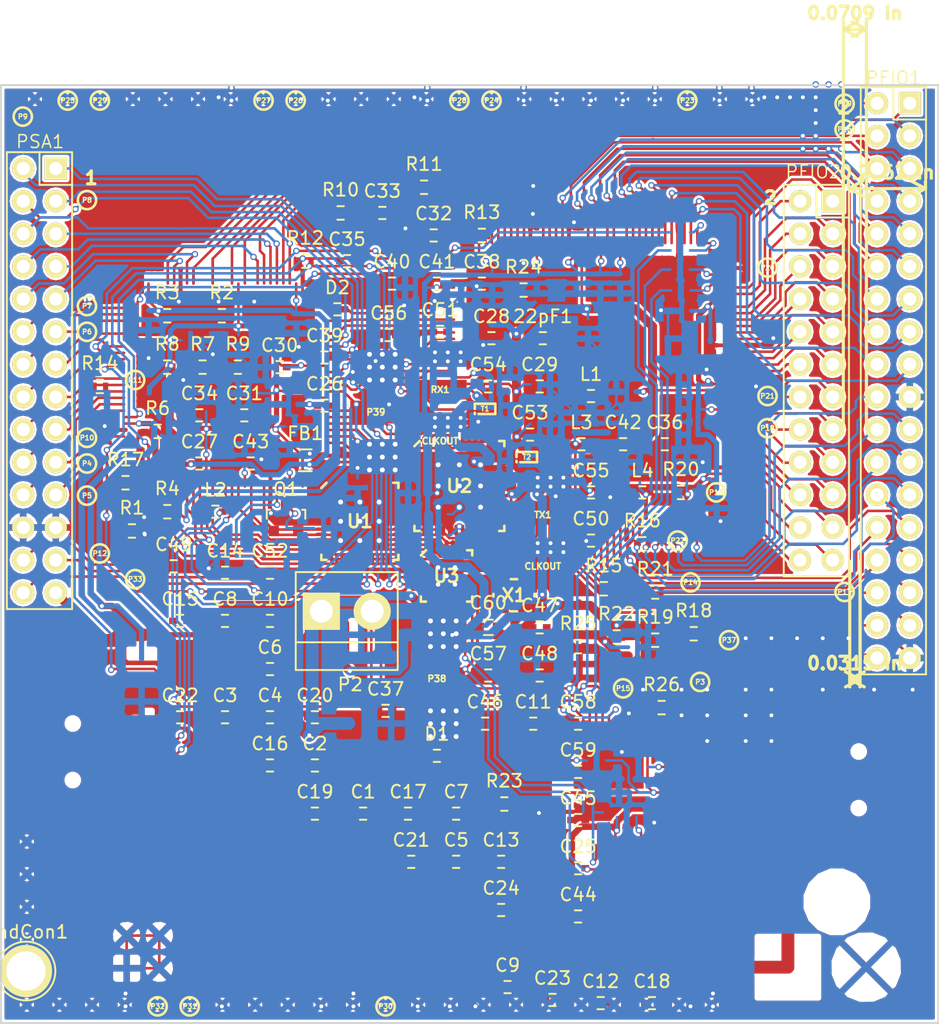
<source format=kicad_pcb>
(kicad_pcb (version 4) (host pcbnew 4.0.0-rc1-stable)
  (layers (0 F.Cu signal hide) (1 Inner2.Cu power hide) (2 Inner1.Cu mixed hide) (31 B.Cu signal hide) (34 B.Paste user hide) (35 F.Paste user hide) (36 B.SilkS user hide) (37 F.SilkS user) (38 B.Mask user hide) (39 F.Mask user hide) (44 Edge.Cuts user))
  (net 0 "")
  (net 1 GND)
  (net 2 TX_IF)
  (net 3 "Net-(22pF1-Pad2)")
  (net 4 VAA)
  (net 5 VCC)
  (net 6 /TXBBQ-)
  (net 7 /TXBBQ+)
  (net 8 /TXBBI+)
  (net 9 /TXBBI-)
  (net 10 /COM)
  (net 11 /REFN)
  (net 12 "Net-(C30-Pad1)")
  (net 13 "Net-(C31-Pad1)")
  (net 14 "Net-(C31-Pad2)")
  (net 15 /REFP)
  (net 16 /IA+)
  (net 17 /IA-)
  (net 18 "Net-(C34-Pad1)")
  (net 19 "Net-(C34-Pad2)")
  (net 20 /QA-)
  (net 21 /QA+)
  (net 22 "Net-(C36-Pad1)")
  (net 23 "Net-(C36-Pad2)")
  (net 24 "Net-(C37-Pad1)")
  (net 25 "Net-(C42-Pad1)")
  (net 26 "Net-(C42-Pad2)")
  (net 27 /CPOUT-)
  (net 28 /CPOUT+)
  (net 29 /XB)
  (net 30 /XA)
  (net 31 /CLK5)
  (net 32 /XTAL2)
  (net 33 "Net-(C50-Pad1)")
  (net 34 "Net-(C50-Pad2)")
  (net 35 SSP1_MISO)
  (net 36 GCK1)
  (net 37 GCK2)
  (net 38 SGPIO_CLK)
  (net 39 CLKOUT)
  (net 40 CLKIN)
  (net 41 "Net-(FB1-Pad1)")
  (net 42 SCL)
  (net 43 SDA)
  (net 44 SSP1_SCK)
  (net 45 SSP1_MOSI)
  (net 46 CS_XCVR)
  (net 47 CS_AD)
  (net 48 TXENABLE)
  (net 49 RXENABLE)
  (net 50 DA0)
  (net 51 DA4)
  (net 52 DA7)
  (net 53 DD0)
  (net 54 DD5)
  (net 55 DD9)
  (net 56 RSSI)
  (net 57 /XCVR_CLKOUT)
  (net 58 /INTR)
  (net 59 "Net-(PFIO1-Pad3)")
  (net 60 DD1)
  (net 61 "Net-(PFIO1-Pad5)")
  (net 62 DD2)
  (net 63 "Net-(PFIO1-Pad7)")
  (net 64 DD3)
  (net 65 "Net-(PFIO1-Pad9)")
  (net 66 DD4)
  (net 67 "Net-(PFIO1-Pad11)")
  (net 68 "Net-(PFIO1-Pad13)")
  (net 69 DD6)
  (net 70 "Net-(PFIO1-Pad15)")
  (net 71 DD7)
  (net 72 "Net-(PFIO1-Pad17)")
  (net 73 DD8)
  (net 74 "Net-(PFIO1-Pad19)")
  (net 75 "Net-(PFIO1-Pad21)")
  (net 76 "Net-(PFIO1-Pad23)")
  (net 77 DA6)
  (net 78 "Net-(PFIO1-Pad25)")
  (net 79 DA5)
  (net 80 "Net-(PFIO1-Pad27)")
  (net 81 "Net-(PFIO1-Pad29)")
  (net 82 DA3)
  (net 83 "Net-(PFIO1-Pad31)")
  (net 84 DA2)
  (net 85 "Net-(PFIO1-Pad33)")
  (net 86 DA1)
  (net 87 "Net-(PFIO1-Pad35)")
  (net 88 "Net-(PFIO2-Pad1)")
  (net 89 "Net-(PFIO2-Pad2)")
  (net 90 "Net-(PFIO2-Pad3)")
  (net 91 "Net-(PFIO2-Pad4)")
  (net 92 "Net-(PFIO2-Pad5)")
  (net 93 "Net-(PFIO2-Pad6)")
  (net 94 "Net-(PFIO2-Pad7)")
  (net 95 "Net-(PFIO2-Pad8)")
  (net 96 "Net-(PFIO2-Pad9)")
  (net 97 "Net-(PFIO2-Pad10)")
  (net 98 "Net-(PFIO2-Pad11)")
  (net 99 "Net-(PFIO2-Pad12)")
  (net 100 "Net-(PFIO2-Pad13)")
  (net 101 "Net-(PFIO2-Pad14)")
  (net 102 "Net-(PFIO2-Pad15)")
  (net 103 "Net-(PFIO2-Pad16)")
  (net 104 "Net-(PFIO2-Pad17)")
  (net 105 "Net-(PFIO2-Pad18)")
  (net 106 "Net-(PFIO2-Pad19)")
  (net 107 "Net-(PFIO2-Pad20)")
  (net 108 "Net-(PFIO2-Pad21)")
  (net 109 "Net-(PFIO2-Pad22)")
  (net 110 "Net-(PFIO2-Pad23)")
  (net 111 "Net-(PFIO2-Pad24)")
  (net 112 !VAA_ENABLE)
  (net 113 "Net-(PSA1-Pad3)")
  (net 114 "Net-(PSA1-Pad5)")
  (net 115 "Net-(PSA1-Pad6)")
  (net 116 "Net-(PSA1-Pad7)")
  (net 117 "Net-(PSA1-Pad8)")
  (net 118 "Net-(PSA1-Pad9)")
  (net 119 "Net-(PSA1-Pad10)")
  (net 120 "Net-(PSA1-Pad13)")
  (net 121 "Net-(PSA1-Pad15)")
  (net 122 XCVR_EN)
  (net 123 "Net-(PSA1-Pad17)")
  (net 124 OEB)
  (net 125 "Net-(PSA1-Pad23)")
  (net 126 "Net-(PSA1-Pad24)")
  (net 127 "Net-(PSA1-Pad25)")
  (net 128 "Net-(PSA1-Pad26)")
  (net 129 "Net-(PSA1-Pad27)")
  (net 130 "Net-(PSA1-Pad28)")
  (net 131 /QD+)
  (net 132 /QD-)
  (net 133 /ID-)
  (net 134 /ID+)
  (net 135 /RXBBI+)
  (net 136 /RXBBI-)
  (net 137 /RXBBQ+)
  (net 138 /RXBBQ-)
  (net 139 /CLK0)
  (net 140 /CLK1)
  (net 141 /CLK2)
  (net 142 /CLK3)
  (net 143 RX_IF)
  (net 144 "Net-(U1-Pad3)")
  (net 145 "Net-(U1-Pad6)")
  (net 146 "Net-(U1-Pad8)")
  (net 147 "Net-(U1-Pad9)")
  (net 148 "Net-(U1-Pad12)")
  (net 149 "Net-(U1-Pad14)")
  (net 150 "Net-(U1-Pad18)")
  (net 151 "Net-(U1-Pad33)")
  (net 152 "Net-(U1-Pad34)")
  (net 153 "Net-(U1-Pad40)")
  (net 154 "Net-(U2-Pad38)")
  (net 155 MCU_CLK)
  (net 156 CLK6)
  (net 157 MIX_CLK)
  (module Socket_Strips:Socket_Strip_Straight_2x18 (layer F.Cu) (at 88.8 89.3 90)
    (fp_text reference PFIO1 (at 23.55 0.01 180) (layer F.SilkS) (effects (font (thickness 0.12))))
    (fp_text value CONN_02X18 hide)
    (pad 1 thru_hole rect (at 21.59 1.27 270) (size 1.7272 1.7272) (drill 1.016) (layers *.Cu *.Mask F.SilkS) (net 50 DA0))
    (pad 2 thru_hole oval (at 21.59 -1.27 270) (size 1.7272 1.7272) (drill 1.016) (layers *.Cu *.Mask F.SilkS) (net 53 DD0))
    (pad 3 thru_hole oval (at 19.05 1.27 270) (size 1.7272 1.7272) (drill 1.016) (layers *.Cu *.Mask F.SilkS) (net 59 "Net-(PFIO1-Pad3)"))
    (pad 4 thru_hole oval (at 19.05 -1.27 270) (size 1.7272 1.7272) (drill 1.016) (layers *.Cu *.Mask F.SilkS) (net 60 DD1))
    (pad 5 thru_hole oval (at 16.51 1.27 270) (size 1.7272 1.7272) (drill 1.016) (layers *.Cu *.Mask F.SilkS) (net 61 "Net-(PFIO1-Pad5)"))
    (pad 6 thru_hole oval (at 16.51 -1.27 270) (size 1.7272 1.7272) (drill 1.016) (layers *.Cu *.Mask F.SilkS) (net 62 DD2))
    (pad 7 thru_hole oval (at 13.97 1.27 270) (size 1.7272 1.7272) (drill 1.016) (layers *.Cu *.Mask F.SilkS) (net 63 "Net-(PFIO1-Pad7)"))
    (pad 8 thru_hole oval (at 13.97 -1.27 270) (size 1.7272 1.7272) (drill 1.016) (layers *.Cu *.Mask F.SilkS) (net 64 DD3))
    (pad 9 thru_hole oval (at 11.43 1.27 270) (size 1.7272 1.7272) (drill 1.016) (layers *.Cu *.Mask F.SilkS) (net 65 "Net-(PFIO1-Pad9)"))
    (pad 10 thru_hole oval (at 11.43 -1.27 270) (size 1.7272 1.7272) (drill 1.016) (layers *.Cu *.Mask F.SilkS) (net 66 DD4))
    (pad 11 thru_hole oval (at 8.89 1.27 270) (size 1.7272 1.7272) (drill 1.016) (layers *.Cu *.Mask F.SilkS) (net 67 "Net-(PFIO1-Pad11)"))
    (pad 12 thru_hole oval (at 8.89 -1.27 270) (size 1.7272 1.7272) (drill 1.016) (layers *.Cu *.Mask F.SilkS) (net 54 DD5))
    (pad 13 thru_hole oval (at 6.35 1.27 270) (size 1.7272 1.7272) (drill 1.016) (layers *.Cu *.Mask F.SilkS) (net 68 "Net-(PFIO1-Pad13)"))
    (pad 14 thru_hole oval (at 6.35 -1.27 270) (size 1.7272 1.7272) (drill 1.016) (layers *.Cu *.Mask F.SilkS) (net 69 DD6))
    (pad 15 thru_hole oval (at 3.81 1.27 270) (size 1.7272 1.7272) (drill 1.016) (layers *.Cu *.Mask F.SilkS) (net 70 "Net-(PFIO1-Pad15)"))
    (pad 16 thru_hole oval (at 3.81 -1.27 270) (size 1.7272 1.7272) (drill 1.016) (layers *.Cu *.Mask F.SilkS) (net 71 DD7))
    (pad 17 thru_hole oval (at 1.27 1.27 270) (size 1.7272 1.7272) (drill 1.016) (layers *.Cu *.Mask F.SilkS) (net 72 "Net-(PFIO1-Pad17)"))
    (pad 18 thru_hole oval (at 1.27 -1.27 270) (size 1.7272 1.7272) (drill 1.016) (layers *.Cu *.Mask F.SilkS) (net 73 DD8))
    (pad 19 thru_hole oval (at -1.27 1.27 270) (size 1.7272 1.7272) (drill 1.016) (layers *.Cu *.Mask F.SilkS) (net 74 "Net-(PFIO1-Pad19)"))
    (pad 20 thru_hole oval (at -1.27 -1.27 270) (size 1.7272 1.7272) (drill 1.016) (layers *.Cu *.Mask F.SilkS) (net 55 DD9))
    (pad 21 thru_hole oval (at -3.81 1.27 270) (size 1.7272 1.7272) (drill 1.016) (layers *.Cu *.Mask F.SilkS) (net 75 "Net-(PFIO1-Pad21)"))
    (pad 22 thru_hole oval (at -3.81 -1.27 270) (size 1.7272 1.7272) (drill 1.016) (layers *.Cu *.Mask F.SilkS) (net 52 DA7))
    (pad 23 thru_hole oval (at -6.35 1.27 270) (size 1.7272 1.7272) (drill 1.016) (layers *.Cu *.Mask F.SilkS) (net 76 "Net-(PFIO1-Pad23)"))
    (pad 24 thru_hole oval (at -6.35 -1.27 270) (size 1.7272 1.7272) (drill 1.016) (layers *.Cu *.Mask F.SilkS) (net 77 DA6))
    (pad 25 thru_hole oval (at -8.89 1.27 270) (size 1.7272 1.7272) (drill 1.016) (layers *.Cu *.Mask F.SilkS) (net 78 "Net-(PFIO1-Pad25)"))
    (pad 26 thru_hole oval (at -8.89 -1.27 270) (size 1.7272 1.7272) (drill 1.016) (layers *.Cu *.Mask F.SilkS) (net 79 DA5))
    (pad 27 thru_hole oval (at -11.43 1.27 270) (size 1.7272 1.7272) (drill 1.016) (layers *.Cu *.Mask F.SilkS) (net 80 "Net-(PFIO1-Pad27)"))
    (pad 28 thru_hole oval (at -11.43 -1.27 270) (size 1.7272 1.7272) (drill 1.016) (layers *.Cu *.Mask F.SilkS) (net 51 DA4))
    (pad 29 thru_hole oval (at -13.97 1.27 270) (size 1.7272 1.7272) (drill 1.016) (layers *.Cu *.Mask F.SilkS) (net 81 "Net-(PFIO1-Pad29)"))
    (pad 30 thru_hole oval (at -13.97 -1.27 270) (size 1.7272 1.7272) (drill 1.016) (layers *.Cu *.Mask F.SilkS) (net 82 DA3))
    (pad 31 thru_hole oval (at -16.51 1.27 270) (size 1.7272 1.7272) (drill 1.016) (layers *.Cu *.Mask F.SilkS) (net 83 "Net-(PFIO1-Pad31)"))
    (pad 32 thru_hole oval (at -16.51 -1.27 270) (size 1.7272 1.7272) (drill 1.016) (layers *.Cu *.Mask F.SilkS) (net 84 DA2))
    (pad 33 thru_hole oval (at -19.05 1.27 270) (size 1.7272 1.7272) (drill 1.016) (layers *.Cu *.Mask F.SilkS) (net 85 "Net-(PFIO1-Pad33)"))
    (pad 34 thru_hole oval (at -19.05 -1.27 270) (size 1.7272 1.7272) (drill 1.016) (layers *.Cu *.Mask F.SilkS) (net 86 DA1))
    (pad 35 thru_hole oval (at -21.59 1.27 270) (size 1.7272 1.7272) (drill 1.016) (layers *.Cu *.Mask F.SilkS) (net 87 "Net-(PFIO1-Pad35)"))
    (pad 36 thru_hole oval (at -21.59 -1.27 270) (size 1.7272 1.7272) (drill 1.016) (layers *.Cu *.Mask F.SilkS) (net 5 VCC))
  )
  (module Socket_Strips:Socket_Strip_Straight_2x12 (layer F.Cu) (at 82.8 89.3 90)
    (fp_text reference PFIO2 (at 16.25 -0.24 180) (layer F.SilkS) (effects (font (thickness 0.12))))
    (fp_text value CONN_02X12 hide)
    (pad 1 thru_hole rect (at 13.97 1.27 270) (size 1.7272 1.7272) (drill 1.016) (layers *.Cu *.Mask F.SilkS) (net 88 "Net-(PFIO2-Pad1)"))
    (pad 2 thru_hole oval (at 13.97 -1.27 270) (size 1.7272 1.7272) (drill 1.016) (layers *.Cu *.Mask F.SilkS) (net 89 "Net-(PFIO2-Pad2)"))
    (pad 3 thru_hole oval (at 11.43 1.27 270) (size 1.7272 1.7272) (drill 1.016) (layers *.Cu *.Mask F.SilkS) (net 90 "Net-(PFIO2-Pad3)"))
    (pad 4 thru_hole oval (at 11.43 -1.27 270) (size 1.7272 1.7272) (drill 1.016) (layers *.Cu *.Mask F.SilkS) (net 91 "Net-(PFIO2-Pad4)"))
    (pad 5 thru_hole oval (at 8.89 1.27 270) (size 1.7272 1.7272) (drill 1.016) (layers *.Cu *.Mask F.SilkS) (net 92 "Net-(PFIO2-Pad5)"))
    (pad 6 thru_hole oval (at 8.89 -1.27 270) (size 1.7272 1.7272) (drill 1.016) (layers *.Cu *.Mask F.SilkS) (net 93 "Net-(PFIO2-Pad6)"))
    (pad 7 thru_hole oval (at 6.35 1.27 270) (size 1.7272 1.7272) (drill 1.016) (layers *.Cu *.Mask F.SilkS) (net 94 "Net-(PFIO2-Pad7)"))
    (pad 8 thru_hole oval (at 6.35 -1.27 270) (size 1.7272 1.7272) (drill 1.016) (layers *.Cu *.Mask F.SilkS) (net 95 "Net-(PFIO2-Pad8)"))
    (pad 9 thru_hole oval (at 3.81 1.27 270) (size 1.7272 1.7272) (drill 1.016) (layers *.Cu *.Mask F.SilkS) (net 96 "Net-(PFIO2-Pad9)"))
    (pad 10 thru_hole oval (at 3.81 -1.27 270) (size 1.7272 1.7272) (drill 1.016) (layers *.Cu *.Mask F.SilkS) (net 97 "Net-(PFIO2-Pad10)"))
    (pad 11 thru_hole oval (at 1.27 1.27 270) (size 1.7272 1.7272) (drill 1.016) (layers *.Cu *.Mask F.SilkS) (net 98 "Net-(PFIO2-Pad11)"))
    (pad 12 thru_hole oval (at 1.27 -1.27 270) (size 1.7272 1.7272) (drill 1.016) (layers *.Cu *.Mask F.SilkS) (net 99 "Net-(PFIO2-Pad12)"))
    (pad 13 thru_hole oval (at -1.27 1.27 270) (size 1.7272 1.7272) (drill 1.016) (layers *.Cu *.Mask F.SilkS) (net 100 "Net-(PFIO2-Pad13)"))
    (pad 14 thru_hole oval (at -1.27 -1.27 270) (size 1.7272 1.7272) (drill 1.016) (layers *.Cu *.Mask F.SilkS) (net 101 "Net-(PFIO2-Pad14)"))
    (pad 15 thru_hole oval (at -3.81 1.27 270) (size 1.7272 1.7272) (drill 1.016) (layers *.Cu *.Mask F.SilkS) (net 102 "Net-(PFIO2-Pad15)"))
    (pad 16 thru_hole oval (at -3.81 -1.27 270) (size 1.7272 1.7272) (drill 1.016) (layers *.Cu *.Mask F.SilkS) (net 103 "Net-(PFIO2-Pad16)"))
    (pad 17 thru_hole oval (at -6.35 1.27 270) (size 1.7272 1.7272) (drill 1.016) (layers *.Cu *.Mask F.SilkS) (net 104 "Net-(PFIO2-Pad17)"))
    (pad 18 thru_hole oval (at -6.35 -1.27 270) (size 1.7272 1.7272) (drill 1.016) (layers *.Cu *.Mask F.SilkS) (net 105 "Net-(PFIO2-Pad18)"))
    (pad 19 thru_hole oval (at -8.89 1.27 270) (size 1.7272 1.7272) (drill 1.016) (layers *.Cu *.Mask F.SilkS) (net 106 "Net-(PFIO2-Pad19)"))
    (pad 20 thru_hole oval (at -8.89 -1.27 270) (size 1.7272 1.7272) (drill 1.016) (layers *.Cu *.Mask F.SilkS) (net 107 "Net-(PFIO2-Pad20)"))
    (pad 21 thru_hole oval (at -11.43 1.27 270) (size 1.7272 1.7272) (drill 1.016) (layers *.Cu *.Mask F.SilkS) (net 108 "Net-(PFIO2-Pad21)"))
    (pad 22 thru_hole oval (at -11.43 -1.27 270) (size 1.7272 1.7272) (drill 1.016) (layers *.Cu *.Mask F.SilkS) (net 109 "Net-(PFIO2-Pad22)"))
    (pad 23 thru_hole oval (at -13.97 1.27 270) (size 1.7272 1.7272) (drill 1.016) (layers *.Cu *.Mask F.SilkS) (net 110 "Net-(PFIO2-Pad23)"))
    (pad 24 thru_hole oval (at -13.97 -1.27 270) (size 1.7272 1.7272) (drill 1.016) (layers *.Cu *.Mask F.SilkS) (net 111 "Net-(PFIO2-Pad24)"))
  )
  (module Socket_Strips:Socket_Strip_Straight_2x14 (layer F.Cu) (at 22.3 89.3 90)
    (fp_text reference PSA1 (at 18.6 0.05 180) (layer F.SilkS) (effects (font (thickness 0.12))))
    (fp_text value CONN_02X14 hide)
    (pad 1 thru_hole rect (at 16.51 1.27 270) (size 1.7272 1.7272) (drill 1.016) (layers *.Cu *.Mask F.SilkS) (net 112 !VAA_ENABLE))
    (pad 2 thru_hole oval (at 16.51 -1.27 270) (size 1.7272 1.7272) (drill 1.016) (layers *.Cu *.Mask F.SilkS) (net 47 CS_AD))
    (pad 3 thru_hole oval (at 13.97 1.27 270) (size 1.7272 1.7272) (drill 1.016) (layers *.Cu *.Mask F.SilkS) (net 113 "Net-(PSA1-Pad3)"))
    (pad 4 thru_hole oval (at 13.97 -1.27 270) (size 1.7272 1.7272) (drill 1.016) (layers *.Cu *.Mask F.SilkS) (net 46 CS_XCVR))
    (pad 5 thru_hole oval (at 11.43 1.27 270) (size 1.7272 1.7272) (drill 1.016) (layers *.Cu *.Mask F.SilkS) (net 114 "Net-(PSA1-Pad5)"))
    (pad 6 thru_hole oval (at 11.43 -1.27 270) (size 1.7272 1.7272) (drill 1.016) (layers *.Cu *.Mask F.SilkS) (net 115 "Net-(PSA1-Pad6)"))
    (pad 7 thru_hole oval (at 8.89 1.27 270) (size 1.7272 1.7272) (drill 1.016) (layers *.Cu *.Mask F.SilkS) (net 116 "Net-(PSA1-Pad7)"))
    (pad 8 thru_hole oval (at 8.89 -1.27 270) (size 1.7272 1.7272) (drill 1.016) (layers *.Cu *.Mask F.SilkS) (net 117 "Net-(PSA1-Pad8)"))
    (pad 9 thru_hole oval (at 6.35 1.27 270) (size 1.7272 1.7272) (drill 1.016) (layers *.Cu *.Mask F.SilkS) (net 118 "Net-(PSA1-Pad9)"))
    (pad 10 thru_hole oval (at 6.35 -1.27 270) (size 1.7272 1.7272) (drill 1.016) (layers *.Cu *.Mask F.SilkS) (net 119 "Net-(PSA1-Pad10)"))
    (pad 11 thru_hole oval (at 3.81 1.27 270) (size 1.7272 1.7272) (drill 1.016) (layers *.Cu *.Mask F.SilkS) (net 35 SSP1_MISO))
    (pad 12 thru_hole oval (at 3.81 -1.27 270) (size 1.7272 1.7272) (drill 1.016) (layers *.Cu *.Mask F.SilkS) (net 45 SSP1_MOSI))
    (pad 13 thru_hole oval (at 1.27 1.27 270) (size 1.7272 1.7272) (drill 1.016) (layers *.Cu *.Mask F.SilkS) (net 120 "Net-(PSA1-Pad13)"))
    (pad 14 thru_hole oval (at 1.27 -1.27 270) (size 1.7272 1.7272) (drill 1.016) (layers *.Cu *.Mask F.SilkS) (net 42 SCL))
    (pad 15 thru_hole oval (at -1.27 1.27 270) (size 1.7272 1.7272) (drill 1.016) (layers *.Cu *.Mask F.SilkS) (net 121 "Net-(PSA1-Pad15)"))
    (pad 16 thru_hole oval (at -1.27 -1.27 270) (size 1.7272 1.7272) (drill 1.016) (layers *.Cu *.Mask F.SilkS) (net 122 XCVR_EN))
    (pad 17 thru_hole oval (at -3.81 1.27 270) (size 1.7272 1.7272) (drill 1.016) (layers *.Cu *.Mask F.SilkS) (net 123 "Net-(PSA1-Pad17)"))
    (pad 18 thru_hole oval (at -3.81 -1.27 270) (size 1.7272 1.7272) (drill 1.016) (layers *.Cu *.Mask F.SilkS) (net 49 RXENABLE))
    (pad 19 thru_hole oval (at -6.35 1.27 270) (size 1.7272 1.7272) (drill 1.016) (layers *.Cu *.Mask F.SilkS) (net 43 SDA))
    (pad 20 thru_hole oval (at -6.35 -1.27 270) (size 1.7272 1.7272) (drill 1.016) (layers *.Cu *.Mask F.SilkS) (net 48 TXENABLE))
    (pad 21 thru_hole oval (at -8.89 1.27 270) (size 1.7272 1.7272) (drill 1.016) (layers *.Cu *.Mask F.SilkS) (net 124 OEB))
    (pad 22 thru_hole oval (at -8.89 -1.27 270) (size 1.7272 1.7272) (drill 1.016) (layers *.Cu *.Mask F.SilkS) (net 44 SSP1_SCK))
    (pad 23 thru_hole oval (at -11.43 1.27 270) (size 1.7272 1.7272) (drill 1.016) (layers *.Cu *.Mask F.SilkS) (net 125 "Net-(PSA1-Pad23)"))
    (pad 24 thru_hole oval (at -11.43 -1.27 270) (size 1.7272 1.7272) (drill 1.016) (layers *.Cu *.Mask F.SilkS) (net 126 "Net-(PSA1-Pad24)"))
    (pad 25 thru_hole oval (at -13.97 1.27 270) (size 1.7272 1.7272) (drill 1.016) (layers *.Cu *.Mask F.SilkS) (net 127 "Net-(PSA1-Pad25)"))
    (pad 26 thru_hole oval (at -13.97 -1.27 270) (size 1.7272 1.7272) (drill 1.016) (layers *.Cu *.Mask F.SilkS) (net 128 "Net-(PSA1-Pad26)"))
    (pad 27 thru_hole oval (at -16.51 1.27 270) (size 1.7272 1.7272) (drill 1.016) (layers *.Cu *.Mask F.SilkS) (net 129 "Net-(PSA1-Pad27)"))
    (pad 28 thru_hole oval (at -16.51 -1.27 270) (size 1.7272 1.7272) (drill 1.016) (layers *.Cu *.Mask F.SilkS) (net 130 "Net-(PSA1-Pad28)"))
  )
  (module opendous:1Pin_12mil_VIA (layer F.Cu) (at 29 138)
    (fp_text reference TH1 hide)
    (fp_text value CONN_1 hide)
    (pad 1 thru_hole circle (at 0 0) (size 0.508 0.508) (drill 0.3048) (layers *.Cu) (net 1 GND))
  )
  (module opendous:1Pin_12mil_VIA (layer F.Cu) (at 70.25 66.5)
    (fp_text reference TH2 hide)
    (fp_text value CONN_1 hide)
    (pad 1 thru_hole circle (at 0 0) (size 0.508 0.508) (drill 0.3048) (layers *.Cu) (net 1 GND))
  )
  (module opendous:1Pin_12mil_VIA (layer F.Cu) (at 29 137)
    (fp_text reference TH3 hide)
    (fp_text value CONN_1 hide)
    (pad 1 thru_hole circle (at 0 0) (size 0.508 0.508) (drill 0.3048) (layers *.Cu) (net 1 GND))
  )
  (module opendous:1Pin_12mil_VIA (layer F.Cu) (at 82.75 67.25)
    (fp_text reference TH4 hide)
    (fp_text value CONN_1 hide)
    (pad 1 thru_hole circle (at 0 0) (size 0.508 0.508) (drill 0.3048) (layers *.Cu) (net 1 GND))
  )
  (module opendous:1Pin_12mil_VIA (layer F.Cu) (at 36.25 67.25)
    (fp_text reference TH5 hide)
    (fp_text value CONN_1 hide)
    (pad 1 thru_hole circle (at 0 0) (size 0.508 0.508) (drill 0.3048) (layers *.Cu) (net 1 GND))
  )
  (module opendous:1Pin_12mil_VIA (layer F.Cu) (at 51.5 67.25)
    (fp_text reference TH6 hide)
    (fp_text value CONN_1 hide)
    (pad 1 thru_hole circle (at 0 0) (size 0.508 0.508) (drill 0.3048) (layers *.Cu) (net 1 GND))
  )
  (module opendous:1Pin_12mil_VIA (layer F.Cu) (at 77.75 66.5)
    (fp_text reference TH7 hide)
    (fp_text value CONN_1 hide)
    (pad 1 thru_hole circle (at 0 0) (size 0.508 0.508) (drill 0.3048) (layers *.Cu) (net 1 GND))
  )
  (module opendous:1Pin_12mil_VIA (layer F.Cu) (at 37.25 66.5)
    (fp_text reference TH8 hide)
    (fp_text value CONN_1 hide)
    (pad 1 thru_hole circle (at 0 0) (size 0.508 0.508) (drill 0.3048) (layers *.Cu) (net 1 GND))
  )
  (module opendous:1Pin_12mil_VIA (layer F.Cu) (at 80.75 67.25)
    (fp_text reference TH9 hide)
    (fp_text value CONN_1 hide)
    (pad 1 thru_hole circle (at 0 0) (size 0.508 0.508) (drill 0.3048) (layers *.Cu) (net 1 GND))
  )
  (module opendous:1Pin_12mil_VIA (layer F.Cu) (at 62.5 67.5)
    (fp_text reference TH10 hide)
    (fp_text value CONN_1 hide)
    (pad 1 thru_hole circle (at 0 0) (size 0.508 0.508) (drill 0.3048) (layers *.Cu) (net 1 GND))
  )
  (module opendous:1Pin_12mil_VIA (layer F.Cu) (at 79.75 67.25)
    (fp_text reference TH11 hide)
    (fp_text value CONN_1 hide)
    (pad 1 thru_hole circle (at 0 0) (size 0.508 0.508) (drill 0.3048) (layers *.Cu) (net 1 GND))
  )
  (module opendous:1Pin_12mil_VIA (layer F.Cu) (at 75.25 66.5)
    (fp_text reference TH12 hide)
    (fp_text value CONN_1 hide)
    (pad 1 thru_hole circle (at 0 0) (size 0.508 0.508) (drill 0.3048) (layers *.Cu) (net 1 GND))
  )
  (module opendous:1Pin_12mil_VIA (layer F.Cu) (at 46.75 137)
    (fp_text reference TH13 hide)
    (fp_text value CONN_1 hide)
    (pad 1 thru_hole circle (at 0 0) (size 0.508 0.508) (drill 0.3048) (layers *.Cu) (net 1 GND))
  )
  (module opendous:1Pin_12mil_VIA (layer F.Cu) (at 56.25 138)
    (fp_text reference TH14 hide)
    (fp_text value CONN_1 hide)
    (pad 1 thru_hole circle (at 0 0) (size 0.508 0.508) (drill 0.3048) (layers *.Cu) (net 1 GND))
  )
  (module opendous:1Pin_12mil_VIA (layer F.Cu) (at 74.75 138)
    (fp_text reference TH15 hide)
    (fp_text value CONN_1 hide)
    (pad 1 thru_hole circle (at 0 0) (size 0.508 0.508) (drill 0.3048) (layers *.Cu) (net 1 GND))
  )
  (module opendous:1Pin_12mil_VIA (layer F.Cu) (at 78.75 67.25)
    (fp_text reference TH16 hide)
    (fp_text value CONN_1 hide)
    (pad 1 thru_hole circle (at 0 0) (size 0.508 0.508) (drill 0.3048) (layers *.Cu) (net 1 GND))
  )
  (module opendous:1Pin_12mil_VIA (layer F.Cu) (at 54.25 138)
    (fp_text reference TH17 hide)
    (fp_text value CONN_1 hide)
    (pad 1 thru_hole circle (at 0 0) (size 0.508 0.508) (drill 0.3048) (layers *.Cu) (net 1 GND))
  )
  (module opendous:1Pin_12mil_VIA (layer F.Cu) (at 44.25 138)
    (fp_text reference TH18 hide)
    (fp_text value CONN_1 hide)
    (pad 1 thru_hole circle (at 0 0) (size 0.508 0.508) (drill 0.3048) (layers *.Cu) (net 1 GND))
  )
  (module opendous:1Pin_12mil_VIA (layer F.Cu) (at 44.75 67.5)
    (fp_text reference TH19 hide)
    (fp_text value CONN_1 hide)
    (pad 1 thru_hole circle (at 0 0) (size 0.508 0.508) (drill 0.3048) (layers *.Cu) (net 1 GND))
  )
  (module opendous:1Pin_12mil_VIA (layer F.Cu) (at 77.75 67.5)
    (fp_text reference TH20 hide)
    (fp_text value CONN_1 hide)
    (pad 1 thru_hole circle (at 0 0) (size 0.508 0.508) (drill 0.3048) (layers *.Cu) (net 1 GND))
  )
  (module opendous:1Pin_12mil_VIA (layer F.Cu) (at 52.5 67.5)
    (fp_text reference TH21 hide)
    (fp_text value CONN_1 hide)
    (pad 1 thru_hole circle (at 0 0) (size 0.508 0.508) (drill 0.3048) (layers *.Cu) (net 1 GND))
  )
  (module opendous:1Pin_12mil_VIA (layer F.Cu) (at 36.5 138)
    (fp_text reference TH22 hide)
    (fp_text value CONN_1 hide)
    (pad 1 thru_hole circle (at 0 0) (size 0.508 0.508) (drill 0.3048) (layers *.Cu) (net 1 GND))
  )
  (module opendous:1Pin_12mil_VIA (layer F.Cu) (at 37.25 67.5)
    (fp_text reference TH23 hide)
    (fp_text value CONN_1 hide)
    (pad 1 thru_hole circle (at 0 0) (size 0.508 0.508) (drill 0.3048) (layers *.Cu) (net 1 GND))
  )
  (module opendous:1Pin_12mil_VIA (layer F.Cu) (at 51.75 138)
    (fp_text reference TH24 hide)
    (fp_text value CONN_1 hide)
    (pad 1 thru_hole circle (at 0 0) (size 0.508 0.508) (drill 0.3048) (layers *.Cu) (net 1 GND))
  )
  (module opendous:1Pin_12mil_VIA (layer F.Cu) (at 60 67.5)
    (fp_text reference TH25 hide)
    (fp_text value CONN_1 hide)
    (pad 1 thru_hole circle (at 0 0) (size 0.508 0.508) (drill 0.3048) (layers *.Cu) (net 1 GND))
  )
  (module opendous:1Pin_12mil_VIA (layer F.Cu) (at 46.75 138)
    (fp_text reference TH26 hide)
    (fp_text value CONN_1 hide)
    (pad 1 thru_hole circle (at 0 0) (size 0.508 0.508) (drill 0.3048) (layers *.Cu) (net 1 GND))
  )
  (module opendous:1Pin_12mil_VIA (layer F.Cu) (at 75.25 67.5)
    (fp_text reference TH27 hide)
    (fp_text value CONN_1 hide)
    (pad 1 thru_hole circle (at 0 0) (size 0.508 0.508) (drill 0.3048) (layers *.Cu) (net 1 GND))
  )
  (module opendous:1Pin_12mil_VIA (layer F.Cu) (at 70.25 67.5)
    (fp_text reference TH28 hide)
    (fp_text value CONN_1 hide)
    (pad 1 thru_hole circle (at 0 0) (size 0.508 0.508) (drill 0.3048) (layers *.Cu) (net 1 GND))
  )
  (module opendous:1Pin_12mil_VIA (layer F.Cu) (at 67.75 67.5)
    (fp_text reference TH29 hide)
    (fp_text value CONN_1 hide)
    (pad 1 thru_hole circle (at 0 0) (size 0.508 0.508) (drill 0.3048) (layers *.Cu) (net 1 GND))
  )
  (module opendous:1Pin_12mil_VIA (layer F.Cu) (at 65.25 67.5)
    (fp_text reference TH30 hide)
    (fp_text value CONN_1 hide)
    (pad 1 thru_hole circle (at 0 0) (size 0.508 0.508) (drill 0.3048) (layers *.Cu) (net 1 GND))
  )
  (module opendous:1Pin_12mil_VIA (layer F.Cu) (at 82.75 68.25)
    (fp_text reference TH33 hide)
    (fp_text value CONN_1 hide)
    (pad 1 thru_hole circle (at 0 0) (size 0.508 0.508) (drill 0.3048) (layers *.Cu) (net 1 GND))
  )
  (module opendous:1Pin_12mil_VIA (layer F.Cu) (at 82.75 69.25)
    (fp_text reference TH34 hide)
    (fp_text value CONN_1 hide)
    (pad 1 thru_hole circle (at 0 0) (size 0.508 0.508) (drill 0.3048) (layers *.Cu) (net 1 GND))
  )
  (module opendous:1Pin_12mil_VIA (layer F.Cu) (at 83.75 66.25)
    (fp_text reference TH35 hide)
    (fp_text value CONN_1 hide)
    (pad 1 thru_hole circle (at 0 0) (size 0.508 0.508) (drill 0.3048) (layers *.Cu) (net 1 GND))
  )
  (module opendous:1Pin_12mil_VIA (layer F.Cu) (at 84.75 66.25)
    (fp_text reference TH38 hide)
    (fp_text value CONN_1 hide)
    (pad 1 thru_hole circle (at 0 0) (size 0.508 0.508) (drill 0.3048) (layers *.Cu) (net 1 GND))
  )
  (module opendous:1Pin_12mil_VIA (layer F.Cu) (at 81.75 71.25)
    (fp_text reference TH39 hide)
    (fp_text value CONN_1 hide)
    (pad 1 thru_hole circle (at 0 0) (size 0.508 0.508) (drill 0.3048) (layers *.Cu) (net 1 GND))
  )
  (module opendous:1Pin_12mil_VIA (layer F.Cu) (at 81.75 70.25)
    (fp_text reference TH40 hide)
    (fp_text value CONN_1 hide)
    (pad 1 thru_hole circle (at 0 0) (size 0.508 0.508) (drill 0.3048) (layers *.Cu) (net 1 GND))
  )
  (module opendous:1Pin_12mil_VIA (layer F.Cu) (at 81.75 67.25)
    (fp_text reference TH41 hide)
    (fp_text value CONN_1 hide)
    (pad 1 thru_hole circle (at 0 0) (size 0.508 0.508) (drill 0.3048) (layers *.Cu) (net 1 GND))
  )
  (module opendous:1Pin_12mil_VIA (layer F.Cu) (at 82.75 70.25)
    (fp_text reference TH42 hide)
    (fp_text value CONN_1 hide)
    (pad 1 thru_hole circle (at 0 0) (size 0.508 0.508) (drill 0.3048) (layers *.Cu) (net 1 GND))
  )
  (module opendous:1Pin_12mil_VIA (layer F.Cu) (at 73 138)
    (fp_text reference TH43 hide)
    (fp_text value CONN_1 hide)
    (pad 1 thru_hole circle (at 0 0) (size 0.508 0.508) (drill 0.3048) (layers *.Cu) (net 1 GND))
  )
  (module opendous:1Pin_12mil_VIA (layer F.Cu) (at 52.5 66.5)
    (fp_text reference TH44 hide)
    (fp_text value CONN_1 hide)
    (pad 1 thru_hole circle (at 0 0) (size 0.508 0.508) (drill 0.3048) (layers *.Cu) (net 1 GND))
  )
  (module opendous:1Pin_12mil_VIA (layer F.Cu) (at 60 66.5)
    (fp_text reference TH45 hide)
    (fp_text value CONN_1 hide)
    (pad 1 thru_hole circle (at 0 0) (size 0.508 0.508) (drill 0.3048) (layers *.Cu) (net 1 GND))
  )
  (module opendous:1Pin_12mil_VIA (layer F.Cu) (at 74.75 137)
    (fp_text reference TH46 hide)
    (fp_text value CONN_1 hide)
    (pad 1 thru_hole circle (at 0 0) (size 0.508 0.508) (drill 0.3048) (layers *.Cu) (net 1 GND))
  )
  (module opendous:1Pin_12mil_VIA (layer F.Cu) (at 82.75 66.25)
    (fp_text reference TH47 hide)
    (fp_text value CONN_1 hide)
    (pad 1 thru_hole circle (at 0 0) (size 0.508 0.508) (drill 0.3048) (layers *.Cu) (net 1 GND))
  )
  (module opendous:1Pin_12mil_VIA (layer F.Cu) (at 84.75 71.25)
    (fp_text reference TH48 hide)
    (fp_text value CONN_1 hide)
    (pad 1 thru_hole circle (at 0 0) (size 0.508 0.508) (drill 0.3048) (layers *.Cu) (net 1 GND))
  )
  (module opendous:1Pin_12mil_VIA (layer F.Cu) (at 83.75 71.25)
    (fp_text reference TH49 hide)
    (fp_text value CONN_1 hide)
    (pad 1 thru_hole circle (at 0 0) (size 0.508 0.508) (drill 0.3048) (layers *.Cu) (net 1 GND))
  )
  (module opendous:1Pin_12mil_VIA (layer F.Cu) (at 82.75 71.25)
    (fp_text reference TH50 hide)
    (fp_text value CONN_1 hide)
    (pad 1 thru_hole circle (at 0 0) (size 0.508 0.508) (drill 0.3048) (layers *.Cu) (net 1 GND))
  )
  (module Capacitors_SMD:C_0402 (layer F.Cu) (at 61.5 86)
    (fp_text reference 22pF1 (at 0 -1.7) (layer F.SilkS))
    (fp_text value C_Small)
    (pad 1 smd rect (at -0.55 0) (size 0.6 0.5) (layers F.Cu F.Paste F.Mask) (net 2 TX_IF))
    (pad 2 smd rect (at 0.55 0) (size 0.6 0.5) (layers F.Cu F.Paste F.Mask) (net 3 "Net-(22pF1-Pad2)"))
  )
  (module Capacitors_SMD:C_0402 (layer F.Cu) (at 47.5 123)
    (fp_text reference C1 (at 0 -1.7) (layer F.SilkS))
    (fp_text value 22pF)
    (pad 1 smd rect (at -0.55 0) (size 0.6 0.5) (layers F.Cu F.Paste F.Mask) (net 4 VAA))
    (pad 2 smd rect (at 0.55 0) (size 0.6 0.5) (layers F.Cu F.Paste F.Mask) (net 1 GND))
  )
  (module Capacitors_SMD:C_0402 (layer F.Cu) (at 43.75 119.25)
    (fp_text reference C2 (at 0 -1.7) (layer F.SilkS))
    (fp_text value 22pF)
    (pad 1 smd rect (at -0.55 0) (size 0.6 0.5) (layers F.Cu F.Paste F.Mask) (net 4 VAA))
    (pad 2 smd rect (at 0.55 0) (size 0.6 0.5) (layers F.Cu F.Paste F.Mask) (net 1 GND))
  )
  (module Capacitors_SMD:C_0402 (layer F.Cu) (at 36.75 115.5)
    (fp_text reference C3 (at 0 -1.7) (layer F.SilkS))
    (fp_text value 22pF)
    (pad 1 smd rect (at -0.55 0) (size 0.6 0.5) (layers F.Cu F.Paste F.Mask) (net 4 VAA))
    (pad 2 smd rect (at 0.55 0) (size 0.6 0.5) (layers F.Cu F.Paste F.Mask) (net 1 GND))
  )
  (module Capacitors_SMD:C_0402 (layer F.Cu) (at 40.25 115.5)
    (fp_text reference C4 (at 0 -1.7) (layer F.SilkS))
    (fp_text value 10nF)
    (pad 1 smd rect (at -0.55 0) (size 0.6 0.5) (layers F.Cu F.Paste F.Mask) (net 4 VAA))
    (pad 2 smd rect (at 0.55 0) (size 0.6 0.5) (layers F.Cu F.Paste F.Mask) (net 1 GND))
  )
  (module Capacitors_SMD:C_0402 (layer F.Cu) (at 54.75 126.75)
    (fp_text reference C5 (at 0 -1.7) (layer F.SilkS))
    (fp_text value 10nF)
    (pad 1 smd rect (at -0.55 0) (size 0.6 0.5) (layers F.Cu F.Paste F.Mask) (net 4 VAA))
    (pad 2 smd rect (at 0.55 0) (size 0.6 0.5) (layers F.Cu F.Paste F.Mask) (net 1 GND))
  )
  (module Capacitors_SMD:C_0402 (layer F.Cu) (at 40.25 111.75)
    (fp_text reference C6 (at 0 -1.7) (layer F.SilkS))
    (fp_text value 100pF)
    (pad 1 smd rect (at -0.55 0) (size 0.6 0.5) (layers F.Cu F.Paste F.Mask) (net 4 VAA))
    (pad 2 smd rect (at 0.55 0) (size 0.6 0.5) (layers F.Cu F.Paste F.Mask) (net 1 GND))
  )
  (module Capacitors_SMD:C_0402 (layer F.Cu) (at 54.75 123)
    (fp_text reference C7 (at 0 -1.7) (layer F.SilkS))
    (fp_text value 100nF)
    (pad 1 smd rect (at -0.55 0) (size 0.6 0.5) (layers F.Cu F.Paste F.Mask) (net 4 VAA))
    (pad 2 smd rect (at 0.55 0) (size 0.6 0.5) (layers F.Cu F.Paste F.Mask) (net 1 GND))
  )
  (module Capacitors_SMD:C_0402 (layer F.Cu) (at 36.75 108)
    (fp_text reference C8 (at 0 -1.7) (layer F.SilkS))
    (fp_text value 10nF)
    (pad 1 smd rect (at -0.55 0) (size 0.6 0.5) (layers F.Cu F.Paste F.Mask) (net 4 VAA))
    (pad 2 smd rect (at 0.55 0) (size 0.6 0.5) (layers F.Cu F.Paste F.Mask) (net 1 GND))
  )
  (module Capacitors_SMD:C_0402 (layer F.Cu) (at 58.75 136.5)
    (fp_text reference C9 (at 0 -1.7) (layer F.SilkS))
    (fp_text value 10nF)
    (pad 1 smd rect (at -0.55 0) (size 0.6 0.5) (layers F.Cu F.Paste F.Mask) (net 4 VAA))
    (pad 2 smd rect (at 0.55 0) (size 0.6 0.5) (layers F.Cu F.Paste F.Mask) (net 1 GND))
  )
  (module Capacitors_SMD:C_0402 (layer F.Cu) (at 40.25 108)
    (fp_text reference C10 (at 0 -1.7) (layer F.SilkS))
    (fp_text value 22pF)
    (pad 1 smd rect (at -0.55 0) (size 0.6 0.5) (layers F.Cu F.Paste F.Mask) (net 4 VAA))
    (pad 2 smd rect (at 0.55 0) (size 0.6 0.5) (layers F.Cu F.Paste F.Mask) (net 1 GND))
  )
  (module Capacitors_SMD:C_0402 (layer F.Cu) (at 60.75 116)
    (fp_text reference C11 (at 0 -1.7) (layer F.SilkS))
    (fp_text value 10nF)
    (pad 1 smd rect (at -0.55 0) (size 0.6 0.5) (layers F.Cu F.Paste F.Mask) (net 5 VCC))
    (pad 2 smd rect (at 0.55 0) (size 0.6 0.5) (layers F.Cu F.Paste F.Mask) (net 1 GND))
  )
  (module Capacitors_SMD:C_0402 (layer F.Cu) (at 66 137.75)
    (fp_text reference C12 (at 0 -1.7) (layer F.SilkS))
    (fp_text value 100nF)
    (pad 1 smd rect (at -0.55 0) (size 0.6 0.5) (layers F.Cu F.Paste F.Mask) (net 4 VAA))
    (pad 2 smd rect (at 0.55 0) (size 0.6 0.5) (layers F.Cu F.Paste F.Mask) (net 1 GND))
  )
  (module Capacitors_SMD:C_0402 (layer F.Cu) (at 58.25 126.75)
    (fp_text reference C13 (at 0 -1.7) (layer F.SilkS))
    (fp_text value 2.2uF)
    (pad 1 smd rect (at -0.55 0) (size 0.6 0.5) (layers F.Cu F.Paste F.Mask) (net 4 VAA))
    (pad 2 smd rect (at 0.55 0) (size 0.6 0.5) (layers F.Cu F.Paste F.Mask) (net 1 GND))
  )
  (module Capacitors_SMD:C_0402 (layer F.Cu) (at 36.75 104.25)
    (fp_text reference C14 (at 0 -1.7) (layer F.SilkS))
    (fp_text value 100nF)
    (pad 1 smd rect (at -0.55 0) (size 0.6 0.5) (layers F.Cu F.Paste F.Mask) (net 4 VAA))
    (pad 2 smd rect (at 0.55 0) (size 0.6 0.5) (layers F.Cu F.Paste F.Mask) (net 1 GND))
  )
  (module Capacitors_SMD:C_0402 (layer F.Cu) (at 33.25 108)
    (fp_text reference C15 (at 0 -1.7) (layer F.SilkS))
    (fp_text value 2.2uF)
    (pad 1 smd rect (at -0.55 0) (size 0.6 0.5) (layers F.Cu F.Paste F.Mask) (net 4 VAA))
    (pad 2 smd rect (at 0.55 0) (size 0.6 0.5) (layers F.Cu F.Paste F.Mask) (net 1 GND))
  )
  (module Capacitors_SMD:C_0402 (layer F.Cu) (at 40.25 119.25)
    (fp_text reference C16 (at 0 -1.7) (layer F.SilkS))
    (fp_text value 100nF)
    (pad 1 smd rect (at -0.55 0) (size 0.6 0.5) (layers F.Cu F.Paste F.Mask) (net 4 VAA))
    (pad 2 smd rect (at 0.55 0) (size 0.6 0.5) (layers F.Cu F.Paste F.Mask) (net 1 GND))
  )
  (module Capacitors_SMD:C_0402 (layer F.Cu) (at 51 123)
    (fp_text reference C17 (at 0 -1.7) (layer F.SilkS))
    (fp_text value 2.2uF)
    (pad 1 smd rect (at -0.55 0) (size 0.6 0.5) (layers F.Cu F.Paste F.Mask) (net 4 VAA))
    (pad 2 smd rect (at 0.55 0) (size 0.6 0.5) (layers F.Cu F.Paste F.Mask) (net 1 GND))
  )
  (module Capacitors_SMD:C_0402 (layer F.Cu) (at 70 137.75)
    (fp_text reference C18 (at 0 -1.7) (layer F.SilkS))
    (fp_text value 100nF)
    (pad 1 smd rect (at -0.55 0) (size 0.6 0.5) (layers F.Cu F.Paste F.Mask) (net 4 VAA))
    (pad 2 smd rect (at 0.55 0) (size 0.6 0.5) (layers F.Cu F.Paste F.Mask) (net 1 GND))
  )
  (module Capacitors_SMD:C_0402 (layer F.Cu) (at 43.75 123)
    (fp_text reference C19 (at 0 -1.7) (layer F.SilkS))
    (fp_text value 2.2uF)
    (pad 1 smd rect (at -0.55 0) (size 0.6 0.5) (layers F.Cu F.Paste F.Mask) (net 4 VAA))
    (pad 2 smd rect (at 0.55 0) (size 0.6 0.5) (layers F.Cu F.Paste F.Mask) (net 1 GND))
  )
  (module Capacitors_SMD:C_0402 (layer F.Cu) (at 43.75 115.5)
    (fp_text reference C20 (at 0 -1.7) (layer F.SilkS))
    (fp_text value 100nF)
    (pad 1 smd rect (at -0.55 0) (size 0.6 0.5) (layers F.Cu F.Paste F.Mask) (net 4 VAA))
    (pad 2 smd rect (at 0.55 0) (size 0.6 0.5) (layers F.Cu F.Paste F.Mask) (net 1 GND))
  )
  (module Capacitors_SMD:C_0402 (layer F.Cu) (at 51.25 126.75)
    (fp_text reference C21 (at 0 -1.7) (layer F.SilkS))
    (fp_text value 2.2uF)
    (pad 1 smd rect (at -0.55 0) (size 0.6 0.5) (layers F.Cu F.Paste F.Mask) (net 4 VAA))
    (pad 2 smd rect (at 0.55 0) (size 0.6 0.5) (layers F.Cu F.Paste F.Mask) (net 1 GND))
  )
  (module Capacitors_SMD:C_0402 (layer F.Cu) (at 33.25 115.5)
    (fp_text reference C22 (at 0 -1.7) (layer F.SilkS))
    (fp_text value 100nF)
    (pad 1 smd rect (at -0.55 0) (size 0.6 0.5) (layers F.Cu F.Paste F.Mask) (net 4 VAA))
    (pad 2 smd rect (at 0.55 0) (size 0.6 0.5) (layers F.Cu F.Paste F.Mask) (net 1 GND))
  )
  (module Capacitors_SMD:C_0402 (layer F.Cu) (at 62.25 137.5)
    (fp_text reference C23 (at 0 -1.7) (layer F.SilkS))
    (fp_text value 2.2uF)
    (pad 1 smd rect (at -0.55 0) (size 0.6 0.5) (layers F.Cu F.Paste F.Mask) (net 4 VAA))
    (pad 2 smd rect (at 0.55 0) (size 0.6 0.5) (layers F.Cu F.Paste F.Mask) (net 1 GND))
  )
  (module Capacitors_SMD:C_0402 (layer F.Cu) (at 58.25 130.5)
    (fp_text reference C24 (at 0 -1.7) (layer F.SilkS))
    (fp_text value 100nF)
    (pad 1 smd rect (at -0.55 0) (size 0.6 0.5) (layers F.Cu F.Paste F.Mask) (net 4 VAA))
    (pad 2 smd rect (at 0.55 0) (size 0.6 0.5) (layers F.Cu F.Paste F.Mask) (net 1 GND))
  )
  (module Capacitors_SMD:C_0402 (layer F.Cu) (at 64.25 127.25)
    (fp_text reference C25 (at 0 -1.7) (layer F.SilkS))
    (fp_text value 100nF)
    (pad 1 smd rect (at -0.55 0) (size 0.6 0.5) (layers F.Cu F.Paste F.Mask) (net 5 VCC))
    (pad 2 smd rect (at 0.55 0) (size 0.6 0.5) (layers F.Cu F.Paste F.Mask) (net 1 GND))
  )
  (module Capacitors_SMD:C_0402 (layer F.Cu) (at 44.5 91.25)
    (fp_text reference C26 (at 0 -1.7) (layer F.SilkS))
    (fp_text value 22pF)
    (pad 1 smd rect (at -0.55 0) (size 0.6 0.5) (layers F.Cu F.Paste F.Mask) (net 6 /TXBBQ-))
    (pad 2 smd rect (at 0.55 0) (size 0.6 0.5) (layers F.Cu F.Paste F.Mask) (net 7 /TXBBQ+))
  )
  (module Capacitors_SMD:C_0402 (layer F.Cu) (at 34.75 95.75)
    (fp_text reference C27 (at 0 -1.7) (layer F.SilkS))
    (fp_text value 22pF)
    (pad 1 smd rect (at -0.55 0) (size 0.6 0.5) (layers F.Cu F.Paste F.Mask) (net 8 /TXBBI+))
    (pad 2 smd rect (at 0.55 0) (size 0.6 0.5) (layers F.Cu F.Paste F.Mask) (net 9 /TXBBI-))
  )
  (module Capacitors_SMD:C_0402 (layer F.Cu) (at 57.5 86)
    (fp_text reference C28 (at 0 -1.7) (layer F.SilkS))
    (fp_text value 330nF)
    (pad 1 smd rect (at -0.55 0) (size 0.6 0.5) (layers F.Cu F.Paste F.Mask) (net 10 /COM))
    (pad 2 smd rect (at 0.55 0) (size 0.6 0.5) (layers F.Cu F.Paste F.Mask) (net 1 GND))
  )
  (module Capacitors_SMD:C_0402 (layer F.Cu) (at 61.25 89.75)
    (fp_text reference C29 (at 0 -1.7) (layer F.SilkS))
    (fp_text value 330nF)
    (pad 1 smd rect (at -0.55 0) (size 0.6 0.5) (layers F.Cu F.Paste F.Mask) (net 11 /REFN))
    (pad 2 smd rect (at 0.55 0) (size 0.6 0.5) (layers F.Cu F.Paste F.Mask) (net 1 GND))
  )
  (module Capacitors_SMD:C_0402 (layer F.Cu) (at 41 88.25)
    (fp_text reference C30 (at 0 -1.7) (layer F.SilkS))
    (fp_text value 10uF)
    (pad 1 smd rect (at -0.55 0) (size 0.6 0.5) (layers F.Cu F.Paste F.Mask) (net 12 "Net-(C30-Pad1)"))
    (pad 2 smd rect (at 0.55 0) (size 0.6 0.5) (layers F.Cu F.Paste F.Mask) (net 1 GND))
  )
  (module Capacitors_SMD:C_0402 (layer F.Cu) (at 38.25 92)
    (fp_text reference C31 (at 0 -1.7) (layer F.SilkS))
    (fp_text value 22pF)
    (pad 1 smd rect (at -0.55 0) (size 0.6 0.5) (layers F.Cu F.Paste F.Mask) (net 13 "Net-(C31-Pad1)"))
    (pad 2 smd rect (at 0.55 0) (size 0.6 0.5) (layers F.Cu F.Paste F.Mask) (net 14 "Net-(C31-Pad2)"))
  )
  (module Capacitors_SMD:C_0402 (layer F.Cu) (at 53 78)
    (fp_text reference C32 (at 0 -1.7) (layer F.SilkS))
    (fp_text value 330nF)
    (pad 1 smd rect (at -0.55 0) (size 0.6 0.5) (layers F.Cu F.Paste F.Mask) (net 15 /REFP))
    (pad 2 smd rect (at 0.55 0) (size 0.6 0.5) (layers F.Cu F.Paste F.Mask) (net 1 GND))
  )
  (module Capacitors_SMD:C_0402 (layer F.Cu) (at 49 76.25)
    (fp_text reference C33 (at 0 -1.7) (layer F.SilkS))
    (fp_text value 22pF)
    (pad 1 smd rect (at -0.55 0) (size 0.6 0.5) (layers F.Cu F.Paste F.Mask) (net 16 /IA+))
    (pad 2 smd rect (at 0.55 0) (size 0.6 0.5) (layers F.Cu F.Paste F.Mask) (net 17 /IA-))
  )
  (module Capacitors_SMD:C_0402 (layer F.Cu) (at 34.75 92)
    (fp_text reference C34 (at 0 -1.7) (layer F.SilkS))
    (fp_text value 22pF)
    (pad 1 smd rect (at -0.55 0) (size 0.6 0.5) (layers F.Cu F.Paste F.Mask) (net 18 "Net-(C34-Pad1)"))
    (pad 2 smd rect (at 0.55 0) (size 0.6 0.5) (layers F.Cu F.Paste F.Mask) (net 19 "Net-(C34-Pad2)"))
  )
  (module Capacitors_SMD:C_0402 (layer F.Cu) (at 46.25 80)
    (fp_text reference C35 (at 0 -1.7) (layer F.SilkS))
    (fp_text value 22pF)
    (pad 1 smd rect (at -0.55 0) (size 0.6 0.5) (layers F.Cu F.Paste F.Mask) (net 20 /QA-))
    (pad 2 smd rect (at 0.55 0) (size 0.6 0.5) (layers F.Cu F.Paste F.Mask) (net 21 /QA+))
  )
  (module Capacitors_SMD:C_0402 (layer F.Cu) (at 71 94.25)
    (fp_text reference C36 (at 0 -1.7) (layer F.SilkS))
    (fp_text value 3pF)
    (pad 1 smd rect (at -0.55 0) (size 0.6 0.5) (layers F.Cu F.Paste F.Mask) (net 22 "Net-(C36-Pad1)"))
    (pad 2 smd rect (at 0.55 0) (size 0.6 0.5) (layers F.Cu F.Paste F.Mask) (net 23 "Net-(C36-Pad2)"))
  )
  (module Capacitors_SMD:C_0402 (layer F.Cu) (at 49.25 115)
    (fp_text reference C37 (at 0 -1.7) (layer F.SilkS))
    (fp_text value 1uF)
    (pad 1 smd rect (at -0.55 0) (size 0.6 0.5) (layers F.Cu F.Paste F.Mask) (net 24 "Net-(C37-Pad1)"))
    (pad 2 smd rect (at 0.55 0) (size 0.6 0.5) (layers F.Cu F.Paste F.Mask) (net 1 GND))
  )
  (module Capacitors_SMD:C_0402 (layer F.Cu) (at 56.75 81.75)
    (fp_text reference C38 (at 0 -1.7) (layer F.SilkS))
    (fp_text value 22pF)
    (pad 1 smd rect (at -0.55 0) (size 0.6 0.5) (layers F.Cu F.Paste F.Mask) (net 21 /QA+))
    (pad 2 smd rect (at 0.55 0) (size 0.6 0.5) (layers F.Cu F.Paste F.Mask) (net 1 GND))
  )
  (module Capacitors_SMD:C_0402 (layer F.Cu) (at 44.5 87.5)
    (fp_text reference C39 (at 0 -1.7) (layer F.SilkS))
    (fp_text value 22pF)
    (pad 1 smd rect (at -0.55 0) (size 0.6 0.5) (layers F.Cu F.Paste F.Mask) (net 20 /QA-))
    (pad 2 smd rect (at 0.55 0) (size 0.6 0.5) (layers F.Cu F.Paste F.Mask) (net 1 GND))
  )
  (module Capacitors_SMD:C_0402 (layer F.Cu) (at 49.75 81.75)
    (fp_text reference C40 (at 0 -1.7) (layer F.SilkS))
    (fp_text value 22pF)
    (pad 1 smd rect (at -0.55 0) (size 0.6 0.5) (layers F.Cu F.Paste F.Mask) (net 17 /IA-))
    (pad 2 smd rect (at 0.55 0) (size 0.6 0.5) (layers F.Cu F.Paste F.Mask) (net 1 GND))
  )
  (module Capacitors_SMD:C_0402 (layer F.Cu) (at 53.25 81.75)
    (fp_text reference C41 (at 0 -1.7) (layer F.SilkS))
    (fp_text value 22pF)
    (pad 1 smd rect (at -0.55 0) (size 0.6 0.5) (layers F.Cu F.Paste F.Mask) (net 16 /IA+))
    (pad 2 smd rect (at 0.55 0) (size 0.6 0.5) (layers F.Cu F.Paste F.Mask) (net 1 GND))
  )
  (module Capacitors_SMD:C_0402 (layer F.Cu) (at 67.75 94.25)
    (fp_text reference C42 (at 0 -1.7) (layer F.SilkS))
    (fp_text value 3pF)
    (pad 1 smd rect (at -0.55 0) (size 0.6 0.5) (layers F.Cu F.Paste F.Mask) (net 25 "Net-(C42-Pad1)"))
    (pad 2 smd rect (at 0.55 0) (size 0.6 0.5) (layers F.Cu F.Paste F.Mask) (net 26 "Net-(C42-Pad2)"))
  )
  (module Capacitors_SMD:C_0402 (layer F.Cu) (at 38.75 95.75)
    (fp_text reference C43 (at 0 -1.7) (layer F.SilkS))
    (fp_text value 180pF)
    (pad 1 smd rect (at -0.55 0) (size 0.6 0.5) (layers F.Cu F.Paste F.Mask) (net 27 /CPOUT-))
    (pad 2 smd rect (at 0.55 0) (size 0.6 0.5) (layers F.Cu F.Paste F.Mask) (net 28 /CPOUT+))
  )
  (module Capacitors_SMD:C_0402 (layer F.Cu) (at 64.25 131)
    (fp_text reference C44 (at 0 -1.7) (layer F.SilkS))
    (fp_text value 100nF)
    (pad 1 smd rect (at -0.55 0) (size 0.6 0.5) (layers F.Cu F.Paste F.Mask) (net 5 VCC))
    (pad 2 smd rect (at 0.55 0) (size 0.6 0.5) (layers F.Cu F.Paste F.Mask) (net 1 GND))
  )
  (module Capacitors_SMD:C_0402 (layer F.Cu) (at 64.25 123.5)
    (fp_text reference C45 (at 0 -1.7) (layer F.SilkS))
    (fp_text value 100nF)
    (pad 1 smd rect (at -0.55 0) (size 0.6 0.5) (layers F.Cu F.Paste F.Mask) (net 5 VCC))
    (pad 2 smd rect (at 0.55 0) (size 0.6 0.5) (layers F.Cu F.Paste F.Mask) (net 1 GND))
  )
  (module Capacitors_SMD:C_0402 (layer F.Cu) (at 57 116)
    (fp_text reference C46 (at 0 -1.7) (layer F.SilkS))
    (fp_text value 2.2uF)
    (pad 1 smd rect (at -0.55 0) (size 0.6 0.5) (layers F.Cu F.Paste F.Mask) (net 5 VCC))
    (pad 2 smd rect (at 0.55 0) (size 0.6 0.5) (layers F.Cu F.Paste F.Mask) (net 1 GND))
  )
  (module Capacitors_SMD:C_0402 (layer F.Cu) (at 61.25 108.5)
    (fp_text reference C47 (at 0 -1.7) (layer F.SilkS))
    (fp_text value DNP)
    (pad 1 smd rect (at -0.55 0) (size 0.6 0.5) (layers F.Cu F.Paste F.Mask) (net 1 GND))
    (pad 2 smd rect (at 0.55 0) (size 0.6 0.5) (layers F.Cu F.Paste F.Mask) (net 29 /XB))
  )
  (module Capacitors_SMD:C_0402 (layer F.Cu) (at 61.25 112.25)
    (fp_text reference C48 (at 0 -1.7) (layer F.SilkS))
    (fp_text value DNP)
    (pad 1 smd rect (at -0.55 0) (size 0.6 0.5) (layers F.Cu F.Paste F.Mask) (net 1 GND))
    (pad 2 smd rect (at 0.55 0) (size 0.6 0.5) (layers F.Cu F.Paste F.Mask) (net 30 /XA))
  )
  (module Capacitors_SMD:C_0402 (layer F.Cu) (at 32.75 103.75)
    (fp_text reference C49 (at 0 -1.7) (layer F.SilkS))
    (fp_text value 33pF)
    (pad 1 smd rect (at -0.55 0) (size 0.6 0.5) (layers F.Cu F.Paste F.Mask) (net 31 /CLK5))
    (pad 2 smd rect (at 0.55 0) (size 0.6 0.5) (layers F.Cu F.Paste F.Mask) (net 32 /XTAL2))
  )
  (module Capacitors_SMD:C_0402 (layer F.Cu) (at 65.25 101.75)
    (fp_text reference C50 (at 0 -1.7) (layer F.SilkS))
    (fp_text value 3.3nF)
    (pad 1 smd rect (at -0.55 0) (size 0.6 0.5) (layers F.Cu F.Paste F.Mask) (net 33 "Net-(C50-Pad1)"))
    (pad 2 smd rect (at 0.55 0) (size 0.6 0.5) (layers F.Cu F.Paste F.Mask) (net 34 "Net-(C50-Pad2)"))
  )
  (module Capacitors_SMD:C_0402 (layer F.Cu) (at 53.5 85.5)
    (fp_text reference C51 (at 0 -1.7) (layer F.SilkS))
    (fp_text value 100pF)
    (pad 1 smd rect (at -0.55 0) (size 0.6 0.5) (layers F.Cu F.Paste F.Mask) (net 35 SSP1_MISO))
    (pad 2 smd rect (at 0.55 0) (size 0.6 0.5) (layers F.Cu F.Paste F.Mask) (net 1 GND))
  )
  (module Capacitors_SMD:C_0402 (layer F.Cu) (at 40.25 104.25)
    (fp_text reference C52 (at 0 -1.7) (layer F.SilkS))
    (fp_text value 47pF)
    (pad 1 smd rect (at -0.55 0) (size 0.6 0.5) (layers F.Cu F.Paste F.Mask) (net 32 /XTAL2))
    (pad 2 smd rect (at 0.55 0) (size 0.6 0.5) (layers F.Cu F.Paste F.Mask) (net 1 GND))
  )
  (module Capacitors_SMD:C_0402 (layer F.Cu) (at 60.5 93.5)
    (fp_text reference C53 (at 0 -1.7) (layer F.SilkS))
    (fp_text value 100pF)
    (pad 1 smd rect (at -0.55 0) (size 0.6 0.5) (layers F.Cu F.Paste F.Mask) (net 36 GCK1))
    (pad 2 smd rect (at 0.55 0) (size 0.6 0.5) (layers F.Cu F.Paste F.Mask) (net 1 GND))
  )
  (module Capacitors_SMD:C_0402 (layer F.Cu) (at 57.25 89.75)
    (fp_text reference C54 (at 0 -1.7) (layer F.SilkS))
    (fp_text value 100pF)
    (pad 1 smd rect (at -0.55 0) (size 0.6 0.5) (layers F.Cu F.Paste F.Mask) (net 37 GCK2))
    (pad 2 smd rect (at 0.55 0) (size 0.6 0.5) (layers F.Cu F.Paste F.Mask) (net 1 GND))
  )
  (module Capacitors_SMD:C_0402 (layer F.Cu) (at 65.25 98)
    (fp_text reference C55 (at 0 -1.7) (layer F.SilkS))
    (fp_text value 100pF)
    (pad 1 smd rect (at -0.55 0) (size 0.6 0.5) (layers F.Cu F.Paste F.Mask) (net 38 SGPIO_CLK))
    (pad 2 smd rect (at 0.55 0) (size 0.6 0.5) (layers F.Cu F.Paste F.Mask) (net 1 GND))
  )
  (module Capacitors_SMD:C_0402 (layer F.Cu) (at 49.5 85.75)
    (fp_text reference C56 (at 0 -1.7) (layer F.SilkS))
    (fp_text value 100pF)
    (pad 1 smd rect (at -0.55 0) (size 0.6 0.5) (layers F.Cu F.Paste F.Mask) (net 39 CLKOUT))
    (pad 2 smd rect (at 0.55 0) (size 0.6 0.5) (layers F.Cu F.Paste F.Mask) (net 1 GND))
  )
  (module Capacitors_SMD:C_0402 (layer F.Cu) (at 57.25 112.25)
    (fp_text reference C57 (at 0 -1.7) (layer F.SilkS))
    (fp_text value 100nF)
    (pad 1 smd rect (at -0.55 0) (size 0.6 0.5) (layers F.Cu F.Paste F.Mask) (net 5 VCC))
    (pad 2 smd rect (at 0.55 0) (size 0.6 0.5) (layers F.Cu F.Paste F.Mask) (net 1 GND))
  )
  (module Capacitors_SMD:C_0402 (layer F.Cu) (at 64.25 116)
    (fp_text reference C58 (at 0 -1.7) (layer F.SilkS))
    (fp_text value 100nF)
    (pad 1 smd rect (at -0.55 0) (size 0.6 0.5) (layers F.Cu F.Paste F.Mask) (net 5 VCC))
    (pad 2 smd rect (at 0.55 0) (size 0.6 0.5) (layers F.Cu F.Paste F.Mask) (net 1 GND))
  )
  (module Capacitors_SMD:C_0402 (layer F.Cu) (at 64.25 119.75)
    (fp_text reference C59 (at 0 -1.7) (layer F.SilkS))
    (fp_text value 100nF)
    (pad 1 smd rect (at -0.55 0) (size 0.6 0.5) (layers F.Cu F.Paste F.Mask) (net 5 VCC))
    (pad 2 smd rect (at 0.55 0) (size 0.6 0.5) (layers F.Cu F.Paste F.Mask) (net 1 GND))
  )
  (module Capacitors_SMD:C_0603 (layer F.Cu) (at 57.25 108.5)
    (fp_text reference C60 (at 0 -1.9) (layer F.SilkS))
    (fp_text value 100nF)
    (pad 1 smd rect (at -0.75 0) (size 0.8 0.75) (layers F.Cu F.Paste F.Mask) (net 5 VCC))
    (pad 2 smd rect (at 0.75 0) (size 0.8 0.75) (layers F.Cu F.Paste F.Mask) (net 1 GND))
  )
  (module Capacitors_SMD:C_0402 (layer F.Cu) (at 53.25 118.5)
    (fp_text reference D1 (at 0 -1.7) (layer F.SilkS))
    (fp_text value GSG-DIODE-TVS-BI)
    (pad 1 smd rect (at -0.55 0) (size 0.6 0.5) (layers F.Cu F.Paste F.Mask) (net 1 GND))
    (pad 2 smd rect (at 0.55 0) (size 0.6 0.5) (layers F.Cu F.Paste F.Mask) (net 40 CLKIN))
  )
  (module Capacitors_SMD:C_0402 (layer F.Cu) (at 45.5 83.75)
    (fp_text reference D2 (at 0 -1.7) (layer F.SilkS))
    (fp_text value GSG-DIODE-TVS-BI)
    (pad 1 smd rect (at -0.55 0) (size 0.6 0.5) (layers F.Cu F.Paste F.Mask) (net 1 GND))
    (pad 2 smd rect (at 0.55 0) (size 0.6 0.5) (layers F.Cu F.Paste F.Mask) (net 39 CLKOUT))
  )
  (module Capacitors_SMD:C_0805 (layer F.Cu) (at 43 95.5)
    (fp_text reference FB1 (at 0 -2.1) (layer F.SilkS))
    (fp_text value FILTER)
    (pad 1 smd rect (at -1 0) (size 1 1.25) (layers F.Cu F.Paste F.Mask) (net 41 "Net-(FB1-Pad1)"))
    (pad 2 smd rect (at 1 0) (size 1 1.25) (layers F.Cu F.Paste F.Mask) (net 12 "Net-(C30-Pad1)"))
  )
  (module Connect:1pin (layer F.Cu) (at 21.25 135.25)
    (fp_text reference GndCon1 (at 0 -3.048) (layer F.SilkS))
    (fp_text value GND)
    (pad 1 thru_hole circle (at 0 0) (size 4.064 4.064) (drill 3.048) (layers *.Cu *.Mask F.SilkS) (net 1 GND))
  )
  (module Capacitors_SMD:C_0402 (layer F.Cu) (at 65.25 90.5)
    (fp_text reference L1 (at 0 -1.7) (layer F.SilkS))
    (fp_text value DNP)
    (pad 1 smd rect (at -0.55 0) (size 0.6 0.5) (layers F.Cu F.Paste F.Mask) (net 14 "Net-(C31-Pad2)"))
    (pad 2 smd rect (at 0.55 0) (size 0.6 0.5) (layers F.Cu F.Paste F.Mask) (net 19 "Net-(C34-Pad2)"))
  )
  (module Capacitors_SMD:C_0402 (layer F.Cu) (at 36 99.5)
    (fp_text reference L2 (at 0 -1.7) (layer F.SilkS))
    (fp_text value 6.2nH)
    (pad 1 smd rect (at -0.55 0) (size 0.6 0.5) (layers F.Cu F.Paste F.Mask) (net 13 "Net-(C31-Pad1)"))
    (pad 2 smd rect (at 0.55 0) (size 0.6 0.5) (layers F.Cu F.Paste F.Mask) (net 18 "Net-(C34-Pad1)"))
  )
  (module Capacitors_SMD:C_0402 (layer F.Cu) (at 64.5 94.25)
    (fp_text reference L3 (at 0 -1.7) (layer F.SilkS))
    (fp_text value DNP)
    (pad 1 smd rect (at -0.55 0) (size 0.6 0.5) (layers F.Cu F.Paste F.Mask) (net 23 "Net-(C36-Pad2)"))
    (pad 2 smd rect (at 0.55 0) (size 0.6 0.5) (layers F.Cu F.Paste F.Mask) (net 26 "Net-(C42-Pad2)"))
  )
  (module Capacitors_SMD:C_0402 (layer F.Cu) (at 69.25 98)
    (fp_text reference L4 (at 0 -1.7) (layer F.SilkS))
    (fp_text value DNP)
    (pad 1 smd rect (at -0.55 0) (size 0.6 0.5) (layers F.Cu F.Paste F.Mask) (net 22 "Net-(C36-Pad1)"))
    (pad 2 smd rect (at 0.55 0) (size 0.6 0.5) (layers F.Cu F.Paste F.Mask) (net 25 "Net-(C42-Pad1)"))
  )
  (module Pin_Headers:Pin_Header_Straight_1x02_Pitch3.96mm_Friction_Lock (layer F.Cu) (at 44.25 107.25)
    (fp_text reference P2 (at 2.25 5.7) (layer F.SilkS))
    (fp_text value VAA)
    (pad 1 thru_hole rect (at 0 0) (size 2.9 2.9) (drill 1.78) (layers *.Cu *.Mask F.SilkS) (net 4 VAA))
    (pad 2 thru_hole circle (at 3.96 0) (size 2.9 2.9) (drill 1.78) (layers *.Cu *.Mask F.SilkS) (net 12 "Net-(C30-Pad1)"))
  )
  (module hackrf1:GSG-TESTPOINT-50MIL-MASKONLY (layer F.Cu) (at 73.75 112.75)
    (fp_text reference P3 (at 0 0) (layer F.SilkS) (effects (font (size 0.381 0.381) (thickness 0.09525))))
    (fp_text value SCL hide)
  )
  (module hackrf1:GSG-TESTPOINT-50MIL-MASKONLY (layer F.Cu) (at 26 95.75)
    (fp_text reference P4 (at 0 0) (layer F.SilkS) (effects (font (size 0.381 0.381) (thickness 0.09525))))
    (fp_text value SDA hide)
  )
  (module hackrf1:GSG-TESTPOINT-50MIL-MASKONLY (layer F.Cu) (at 26 98.25)
    (fp_text reference P5 (at 0 0) (layer F.SilkS) (effects (font (size 0.381 0.381) (thickness 0.09525))))
    (fp_text value SSP1_SCK hide)
  )
  (module hackrf1:GSG-TESTPOINT-50MIL-MASKONLY (layer F.Cu) (at 26 85.5)
    (fp_text reference P6 (at 0 0) (layer F.SilkS) (effects (font (size 0.381 0.381) (thickness 0.09525))))
    (fp_text value SSP1_MOSI hide)
  )
  (module hackrf1:GSG-TESTPOINT-50MIL-MASKONLY (layer F.Cu) (at 26 83.5)
    (fp_text reference P7 (at 0 0) (layer F.SilkS) (effects (font (size 0.381 0.381) (thickness 0.09525))))
    (fp_text value SSP1_MISO hide)
  )
  (module hackrf1:GSG-TESTPOINT-50MIL-MASKONLY (layer F.Cu) (at 26 75.25)
    (fp_text reference P8 (at 0 0) (layer F.SilkS) (effects (font (size 0.381 0.381) (thickness 0.09525))))
    (fp_text value CS_XCVR hide)
  )
  (module hackrf1:GSG-TESTPOINT-50MIL-MASKONLY (layer F.Cu) (at 21 68.75)
    (fp_text reference P9 (at 0 0) (layer F.SilkS) (effects (font (size 0.381 0.381) (thickness 0.09525))))
    (fp_text value CS_AD hide)
  )
  (module hackrf1:GSG-TESTPOINT-50MIL-MASKONLY (layer F.Cu) (at 26 93.75)
    (fp_text reference P10 (at 0 0) (layer F.SilkS) (effects (font (size 0.381 0.381) (thickness 0.09525))))
    (fp_text value TXENABLE hide)
  )
  (module hackrf1:GSG-TESTPOINT-50MIL-MASKONLY (layer F.Cu) (at 29.75 89.25)
    (fp_text reference P11 (at 0 0) (layer F.SilkS) (effects (font (size 0.381 0.381) (thickness 0.09525))))
    (fp_text value RXENABLE hide)
  )
  (module hackrf1:GSG-TESTPOINT-50MIL-MASKONLY (layer F.Cu) (at 27 102.75)
    (fp_text reference P12 (at 0 0) (layer F.SilkS) (effects (font (size 0.381 0.381) (thickness 0.09525))))
    (fp_text value XTAL2 hide)
  )
  (module hackrf1:GSG-TESTPOINT-50MIL-MASKONLY (layer F.Cu) (at 75 98)
    (fp_text reference P13 (at 0 0) (layer F.SilkS) (effects (font (size 0.381 0.381) (thickness 0.09525))))
    (fp_text value GCK1 hide)
  )
  (module hackrf1:GSG-TESTPOINT-50MIL-MASKONLY (layer F.Cu) (at 73 105)
    (fp_text reference P14 (at 0 0) (layer F.SilkS) (effects (font (size 0.381 0.381) (thickness 0.09525))))
    (fp_text value GCK2 hide)
  )
  (module hackrf1:GSG-TESTPOINT-50MIL-MASKONLY (layer F.Cu) (at 67.75 113.25)
    (fp_text reference P15 (at 0 0) (layer F.SilkS) (effects (font (size 0.381 0.381) (thickness 0.09525))))
    (fp_text value SGPIO_CLK hide)
  )
  (module hackrf1:GSG-TESTPOINT-50MIL-MASKONLY (layer F.Cu) (at 85 69.75)
    (fp_text reference P16 (at 0 0) (layer F.SilkS) (effects (font (size 0.381 0.381) (thickness 0.09525))))
    (fp_text value DA0 hide)
  )
  (module hackrf1:GSG-TESTPOINT-50MIL-MASKONLY (layer F.Cu) (at 85 105.75)
    (fp_text reference P17 (at 0 0) (layer F.SilkS) (effects (font (size 0.381 0.381) (thickness 0.09525))))
    (fp_text value DA4 hide)
  )
  (module hackrf1:GSG-TESTPOINT-50MIL-MASKONLY (layer F.Cu) (at 79 93)
    (fp_text reference P18 (at 0 0) (layer F.SilkS) (effects (font (size 0.381 0.381) (thickness 0.09525))))
    (fp_text value DA7 hide)
  )
  (module hackrf1:GSG-TESTPOINT-50MIL-MASKONLY (layer F.Cu) (at 85 67.75)
    (fp_text reference P19 (at 0 0) (layer F.SilkS) (effects (font (size 0.381 0.381) (thickness 0.09525))))
    (fp_text value DD0 hide)
  )
  (module hackrf1:GSG-TESTPOINT-50MIL-MASKONLY (layer F.Cu) (at 79 80.5)
    (fp_text reference P20 (at 0 0) (layer F.SilkS) (effects (font (size 0.381 0.381) (thickness 0.09525))))
    (fp_text value DD5 hide)
  )
  (module hackrf1:GSG-TESTPOINT-50MIL-MASKONLY (layer F.Cu) (at 79 90.5)
    (fp_text reference P21 (at 0 0) (layer F.SilkS) (effects (font (size 0.381 0.381) (thickness 0.09525))))
    (fp_text value DD9 hide)
  )
  (module hackrf1:GSG-TESTPOINT-50MIL-MASKONLY (layer F.Cu) (at 72 101.75)
    (fp_text reference P22 (at 0 0) (layer F.SilkS) (effects (font (size 0.381 0.381) (thickness 0.09525))))
    (fp_text value RSSI hide)
  )
  (module hackrf1:GSG-TESTPOINT-50MIL-MASKONLY (layer F.Cu) (at 72.75 67.5)
    (fp_text reference P23 (at 0 0) (layer F.SilkS) (effects (font (size 0.381 0.381) (thickness 0.09525))))
    (fp_text value GND hide)
  )
  (module hackrf1:GSG-TESTPOINT-50MIL-MASKONLY (layer F.Cu) (at 57.5 67.5)
    (fp_text reference P24 (at 0 0) (layer F.SilkS) (effects (font (size 0.381 0.381) (thickness 0.09525))))
    (fp_text value GND hide)
  )
  (module hackrf1:GSG-TESTPOINT-50MIL-MASKONLY (layer F.Cu) (at 24.5 67.5)
    (fp_text reference P25 (at 0 0) (layer F.SilkS) (effects (font (size 0.381 0.381) (thickness 0.09525))))
    (fp_text value GND hide)
  )
  (module hackrf1:GSG-TESTPOINT-50MIL-MASKONLY (layer F.Cu) (at 42.25 67.5)
    (fp_text reference P26 (at 0 0) (layer F.SilkS) (effects (font (size 0.381 0.381) (thickness 0.09525))))
    (fp_text value GND hide)
  )
  (module hackrf1:GSG-TESTPOINT-50MIL-MASKONLY (layer F.Cu) (at 39.75 67.5)
    (fp_text reference P27 (at 0 0) (layer F.SilkS) (effects (font (size 0.381 0.381) (thickness 0.09525))))
    (fp_text value GND hide)
  )
  (module hackrf1:GSG-TESTPOINT-50MIL-MASKONLY (layer F.Cu) (at 55 67.5)
    (fp_text reference P28 (at 0 0) (layer F.SilkS) (effects (font (size 0.381 0.381) (thickness 0.09525))))
    (fp_text value GND hide)
  )
  (module hackrf1:GSG-TESTPOINT-50MIL-MASKONLY (layer F.Cu) (at 27 67.5)
    (fp_text reference P29 (at 0 0) (layer F.SilkS) (effects (font (size 0.381 0.381) (thickness 0.09525))))
    (fp_text value GND hide)
  )
  (module hackrf1:GSG-TESTPOINT-50MIL-MASKONLY (layer F.Cu) (at 49.25 138)
    (fp_text reference P30 (at 0 0) (layer F.SilkS) (effects (font (size 0.381 0.381) (thickness 0.09525))))
    (fp_text value GND hide)
  )
  (module hackrf1:GSG-TESTPOINT-50MIL-MASKONLY (layer F.Cu) (at 34 138)
    (fp_text reference P31 (at 0 0) (layer F.SilkS) (effects (font (size 0.381 0.381) (thickness 0.09525))))
    (fp_text value GND hide)
  )
  (module hackrf1:GSG-TESTPOINT-50MIL-MASKONLY (layer F.Cu) (at 31.5 138)
    (fp_text reference P32 (at 0 0) (layer F.SilkS) (effects (font (size 0.381 0.381) (thickness 0.09525))))
    (fp_text value GND hide)
  )
  (module hackrf1:GSG-TESTPOINT-50MIL-MASKONLY (layer F.Cu) (at 29.75 104.75)
    (fp_text reference P33 (at 0 0) (layer F.SilkS) (effects (font (size 0.381 0.381) (thickness 0.09525))))
    (fp_text value XCVR_CLKOUT hide)
  )
  (module hackrf1:GSG-TESTPOINT-50MIL-MASKONLY (layer F.Cu) (at 76 109.5)
    (fp_text reference P37 (at 0 0) (layer F.SilkS) (effects (font (size 0.381 0.381) (thickness 0.09525))))
    (fp_text value INTR hide)
  )
  (module hackrf1:GSG-SMA-73251-2120 (layer F.Cu) (at 51.25 112.5)
    (fp_text reference P38 (at 1.99898 0) (layer F.SilkS) (effects (font (size 0.50038 0.50038) (thickness 0.12446))))
    (fp_text value CLKIN hide)
    (pad 1 smd rect (at 2.095 0) (size 4.19 1.78) (layers F.Cu F.Mask) (net 40 CLKIN))
    (pad 2 smd rect (at 2.095 -3.4925) (size 4.19 2.665) (layers F.Cu F.Mask) (net 1 GND))
    (pad 2 smd rect (at 2.095 3.4925) (size 4.19 2.665) (layers F.Cu F.Mask) (net 1 GND))
    (pad 2 smd rect (at 2.095 -3.4925) (size 4.19 2.665) (layers B.Cu B.Mask) (net 1 GND))
    (pad 2 smd rect (at 2.095 3.4925) (size 4.19 2.665) (layers B.Cu B.Mask) (net 1 GND))
    (pad 2 thru_hole circle (at 3.5 2.5) (size 0.6 0.6) (drill 0.381) (layers *.Cu) (net 1 GND))
    (pad 2 thru_hole circle (at 3.5 3.5) (size 0.6 0.6) (drill 0.381) (layers *.Cu) (net 1 GND))
    (pad 2 thru_hole circle (at 3.5 4.5) (size 0.6 0.6) (drill 0.381) (layers *.Cu) (net 1 GND))
    (pad 2 thru_hole circle (at 2.5 2.5) (size 0.6 0.6) (drill 0.381) (layers *.Cu) (net 1 GND))
    (pad 2 thru_hole circle (at 2.5 3.5) (size 0.6 0.6) (drill 0.381) (layers *.Cu) (net 1 GND))
    (pad 2 thru_hole circle (at 2.5 4.5) (size 0.6 0.6) (drill 0.381) (layers *.Cu) (net 1 GND))
    (pad 2 thru_hole circle (at 1.5 2.5) (size 0.6 0.6) (drill 0.381) (layers *.Cu) (net 1 GND))
    (pad 2 thru_hole circle (at 1.5 3.5) (size 0.6 0.6) (drill 0.381) (layers *.Cu) (net 1 GND))
    (pad 2 thru_hole circle (at 1.5 4.5) (size 0.6 0.6) (drill 0.381) (layers *.Cu) (net 1 GND))
    (pad 2 thru_hole circle (at 3.5 -2.5) (size 0.6 0.6) (drill 0.381) (layers *.Cu) (net 1 GND))
    (pad 2 thru_hole circle (at 3.5 -3.5) (size 0.6 0.6) (drill 0.381) (layers *.Cu) (net 1 GND))
    (pad 2 thru_hole circle (at 3.5 -4.5) (size 0.6 0.6) (drill 0.381) (layers *.Cu) (net 1 GND))
    (pad 2 thru_hole circle (at 2.5 -2.5) (size 0.6 0.6) (drill 0.381) (layers *.Cu) (net 1 GND))
    (pad 2 thru_hole circle (at 2.5 -3.5) (size 0.6 0.6) (drill 0.381) (layers *.Cu) (net 1 GND))
    (pad 2 thru_hole circle (at 2.5 -4.5) (size 0.6 0.6) (drill 0.381) (layers *.Cu) (net 1 GND))
    (pad 2 thru_hole circle (at 1.5 -2.5) (size 0.6 0.6) (drill 0.381) (layers *.Cu) (net 1 GND))
    (pad 2 thru_hole circle (at 1.5 -3.5) (size 0.6 0.6) (drill 0.381) (layers *.Cu) (net 1 GND))
    (pad 2 thru_hole circle (at 1.5 -4.5) (size 0.6 0.6) (drill 0.381) (layers *.Cu) (net 1 GND))
  )
  (module hackrf1:GSG-SMA-73251-2120 (layer F.Cu) (at 46.5 91.75)
    (fp_text reference P39 (at 1.99898 0) (layer F.SilkS) (effects (font (size 0.50038 0.50038) (thickness 0.12446))))
    (fp_text value CLKOUT hide)
    (pad 1 smd rect (at 2.095 0) (size 4.19 1.78) (layers F.Cu F.Mask) (net 39 CLKOUT))
    (pad 2 smd rect (at 2.095 -3.4925) (size 4.19 2.665) (layers F.Cu F.Mask) (net 1 GND))
    (pad 2 smd rect (at 2.095 3.4925) (size 4.19 2.665) (layers F.Cu F.Mask) (net 1 GND))
    (pad 2 smd rect (at 2.095 -3.4925) (size 4.19 2.665) (layers B.Cu B.Mask) (net 1 GND))
    (pad 2 smd rect (at 2.095 3.4925) (size 4.19 2.665) (layers B.Cu B.Mask) (net 1 GND))
    (pad 2 thru_hole circle (at 3.5 2.5) (size 0.6 0.6) (drill 0.381) (layers *.Cu) (net 1 GND))
    (pad 2 thru_hole circle (at 3.5 3.5) (size 0.6 0.6) (drill 0.381) (layers *.Cu) (net 1 GND))
    (pad 2 thru_hole circle (at 3.5 4.5) (size 0.6 0.6) (drill 0.381) (layers *.Cu) (net 1 GND))
    (pad 2 thru_hole circle (at 2.5 2.5) (size 0.6 0.6) (drill 0.381) (layers *.Cu) (net 1 GND))
    (pad 2 thru_hole circle (at 2.5 3.5) (size 0.6 0.6) (drill 0.381) (layers *.Cu) (net 1 GND))
    (pad 2 thru_hole circle (at 2.5 4.5) (size 0.6 0.6) (drill 0.381) (layers *.Cu) (net 1 GND))
    (pad 2 thru_hole circle (at 1.5 2.5) (size 0.6 0.6) (drill 0.381) (layers *.Cu) (net 1 GND))
    (pad 2 thru_hole circle (at 1.5 3.5) (size 0.6 0.6) (drill 0.381) (layers *.Cu) (net 1 GND))
    (pad 2 thru_hole circle (at 1.5 4.5) (size 0.6 0.6) (drill 0.381) (layers *.Cu) (net 1 GND))
    (pad 2 thru_hole circle (at 3.5 -2.5) (size 0.6 0.6) (drill 0.381) (layers *.Cu) (net 1 GND))
    (pad 2 thru_hole circle (at 3.5 -3.5) (size 0.6 0.6) (drill 0.381) (layers *.Cu) (net 1 GND))
    (pad 2 thru_hole circle (at 3.5 -4.5) (size 0.6 0.6) (drill 0.381) (layers *.Cu) (net 1 GND))
    (pad 2 thru_hole circle (at 2.5 -2.5) (size 0.6 0.6) (drill 0.381) (layers *.Cu) (net 1 GND))
    (pad 2 thru_hole circle (at 2.5 -3.5) (size 0.6 0.6) (drill 0.381) (layers *.Cu) (net 1 GND))
    (pad 2 thru_hole circle (at 2.5 -4.5) (size 0.6 0.6) (drill 0.381) (layers *.Cu) (net 1 GND))
    (pad 2 thru_hole circle (at 1.5 -2.5) (size 0.6 0.6) (drill 0.381) (layers *.Cu) (net 1 GND))
    (pad 2 thru_hole circle (at 1.5 -3.5) (size 0.6 0.6) (drill 0.381) (layers *.Cu) (net 1 GND))
    (pad 2 thru_hole circle (at 1.5 -4.5) (size 0.6 0.6) (drill 0.381) (layers *.Cu) (net 1 GND))
  )
  (module kicad1:SOT-23mos (layer F.Cu) (at 41.5 100)
    (fp_text reference Q1 (at 0 -2.25) (layer F.SilkS))
    (fp_text value MOSFET_P)
    (pad G smd rect (at -0.95 1.00076) (size 0.8001 0.8001) (layers F.Cu F.Paste F.Mask) (net 112 !VAA_ENABLE))
    (pad S smd rect (at 0.95 1.00076) (size 0.8001 0.8001) (layers F.Cu F.Paste F.Mask) (net 5 VCC))
    (pad D smd rect (at 0 -0.99822) (size 0.8001 0.8001) (layers F.Cu F.Paste F.Mask) (net 41 "Net-(FB1-Pad1)"))
  )
  (module Resistors_SMD:R_0402 (layer F.Cu) (at 29.5 101)
    (fp_text reference R1 (at 0 -1.8) (layer F.SilkS))
    (fp_text value 10k)
    (pad 1 smd rect (at -0.45 0) (size 0.4 0.6) (layers F.Cu F.Paste F.Mask) (net 5 VCC))
    (pad 2 smd rect (at 0.45 0) (size 0.4 0.6) (layers F.Cu F.Paste F.Mask) (net 112 !VAA_ENABLE))
  )
  (module Resistors_SMD:R_0402 (layer F.Cu) (at 36.5 84.25)
    (fp_text reference R2 (at 0 -1.8) (layer F.SilkS))
    (fp_text value 1k)
    (pad 1 smd rect (at -0.45 0) (size 0.4 0.6) (layers F.Cu F.Paste F.Mask) (net 131 /QD+))
    (pad 2 smd rect (at 0.45 0) (size 0.4 0.6) (layers F.Cu F.Paste F.Mask) (net 6 /TXBBQ-))
  )
  (module Resistors_SMD:R_0402 (layer F.Cu) (at 32.25 84.25)
    (fp_text reference R3 (at 0 -1.8) (layer F.SilkS))
    (fp_text value 1k)
    (pad 1 smd rect (at -0.45 0) (size 0.4 0.6) (layers F.Cu F.Paste F.Mask) (net 132 /QD-))
    (pad 2 smd rect (at 0.45 0) (size 0.4 0.6) (layers F.Cu F.Paste F.Mask) (net 7 /TXBBQ+))
  )
  (module Resistors_SMD:R_0402 (layer F.Cu) (at 32.25 99.5)
    (fp_text reference R4 (at 0 -1.8) (layer F.SilkS))
    (fp_text value 1k)
    (pad 1 smd rect (at -0.45 0) (size 0.4 0.6) (layers F.Cu F.Paste F.Mask) (net 133 /ID-))
    (pad 2 smd rect (at 0.45 0) (size 0.4 0.6) (layers F.Cu F.Paste F.Mask) (net 8 /TXBBI+))
  )
  (module Resistors_SMD:R_0402 (layer F.Cu) (at 31.5 93.25)
    (fp_text reference R6 (at 0 -1.8) (layer F.SilkS))
    (fp_text value 4k7)
    (pad 1 smd rect (at -0.45 0) (size 0.4 0.6) (layers F.Cu F.Paste F.Mask) (net 9 /TXBBI-))
    (pad 2 smd rect (at 0.45 0) (size 0.4 0.6) (layers F.Cu F.Paste F.Mask) (net 1 GND))
  )
  (module Resistors_SMD:R_0402 (layer F.Cu) (at 35 88.25)
    (fp_text reference R7 (at 0 -1.8) (layer F.SilkS))
    (fp_text value 4k7)
    (pad 1 smd rect (at -0.45 0) (size 0.4 0.6) (layers F.Cu F.Paste F.Mask) (net 8 /TXBBI+))
    (pad 2 smd rect (at 0.45 0) (size 0.4 0.6) (layers F.Cu F.Paste F.Mask) (net 1 GND))
  )
  (module Resistors_SMD:R_0402 (layer F.Cu) (at 32.25 88.25)
    (fp_text reference R8 (at 0 -1.8) (layer F.SilkS))
    (fp_text value 4k7)
    (pad 1 smd rect (at -0.45 0) (size 0.4 0.6) (layers F.Cu F.Paste F.Mask) (net 7 /TXBBQ+))
    (pad 2 smd rect (at 0.45 0) (size 0.4 0.6) (layers F.Cu F.Paste F.Mask) (net 1 GND))
  )
  (module Resistors_SMD:R_0402 (layer F.Cu) (at 37.75 88.25)
    (fp_text reference R9 (at 0 -1.8) (layer F.SilkS))
    (fp_text value 4k7)
    (pad 1 smd rect (at -0.45 0) (size 0.4 0.6) (layers F.Cu F.Paste F.Mask) (net 6 /TXBBQ-))
    (pad 2 smd rect (at 0.45 0) (size 0.4 0.6) (layers F.Cu F.Paste F.Mask) (net 1 GND))
  )
  (module Resistors_SMD:R_0402 (layer F.Cu) (at 45.75 76.25)
    (fp_text reference R10 (at 0 -1.8) (layer F.SilkS))
    (fp_text value 0)
    (pad 1 smd rect (at -0.45 0) (size 0.4 0.6) (layers F.Cu F.Paste F.Mask) (net 16 /IA+))
    (pad 2 smd rect (at 0.45 0) (size 0.4 0.6) (layers F.Cu F.Paste F.Mask) (net 135 /RXBBI+))
  )
  (module Resistors_SMD:R_0402 (layer F.Cu) (at 52.25 74.25)
    (fp_text reference R11 (at 0 -1.8) (layer F.SilkS))
    (fp_text value 0)
    (pad 1 smd rect (at -0.45 0) (size 0.4 0.6) (layers F.Cu F.Paste F.Mask) (net 17 /IA-))
    (pad 2 smd rect (at 0.45 0) (size 0.4 0.6) (layers F.Cu F.Paste F.Mask) (net 136 /RXBBI-))
  )
  (module Resistors_SMD:R_0402 (layer F.Cu) (at 43 80)
    (fp_text reference R12 (at 0 -1.8) (layer F.SilkS))
    (fp_text value 0)
    (pad 1 smd rect (at -0.45 0) (size 0.4 0.6) (layers F.Cu F.Paste F.Mask) (net 20 /QA-))
    (pad 2 smd rect (at 0.45 0) (size 0.4 0.6) (layers F.Cu F.Paste F.Mask) (net 137 /RXBBQ+))
  )
  (module Resistors_SMD:R_0402 (layer F.Cu) (at 56.75 78)
    (fp_text reference R13 (at 0 -1.8) (layer F.SilkS))
    (fp_text value 0)
    (pad 1 smd rect (at -0.45 0) (size 0.4 0.6) (layers F.Cu F.Paste F.Mask) (net 21 /QA+))
    (pad 2 smd rect (at 0.45 0) (size 0.4 0.6) (layers F.Cu F.Paste F.Mask) (net 138 /RXBBQ-))
  )
  (module Resistors_SMD:R_0402 (layer F.Cu) (at 27 89.75)
    (fp_text reference R14 (at 0 -1.8) (layer F.SilkS))
    (fp_text value 10k)
    (pad 1 smd rect (at -0.45 0) (size 0.4 0.6) (layers F.Cu F.Paste F.Mask) (net 1 GND))
    (pad 2 smd rect (at 0.45 0) (size 0.4 0.6) (layers F.Cu F.Paste F.Mask) (net 122 XCVR_EN))
  )
  (module Resistors_SMD:R_0402 (layer F.Cu) (at 66.25 105.5)
    (fp_text reference R15 (at 0 -1.8) (layer F.SilkS))
    (fp_text value 475)
    (pad 1 smd rect (at -0.45 0) (size 0.4 0.6) (layers F.Cu F.Paste F.Mask) (net 28 /CPOUT+))
    (pad 2 smd rect (at 0.45 0) (size 0.4 0.6) (layers F.Cu F.Paste F.Mask) (net 34 "Net-(C50-Pad2)"))
  )
  (module Resistors_SMD:R_0402 (layer F.Cu) (at 69.25 102)
    (fp_text reference R16 (at 0 -1.8) (layer F.SilkS))
    (fp_text value 475)
    (pad 1 smd rect (at -0.45 0) (size 0.4 0.6) (layers F.Cu F.Paste F.Mask) (net 27 /CPOUT-))
    (pad 2 smd rect (at 0.45 0) (size 0.4 0.6) (layers F.Cu F.Paste F.Mask) (net 33 "Net-(C50-Pad1)"))
  )
  (module Resistors_SMD:R_0402 (layer F.Cu) (at 29 97.25)
    (fp_text reference R17 (at 0 -1.8) (layer F.SilkS))
    (fp_text value 1k8)
    (pad 1 smd rect (at -0.45 0) (size 0.4 0.6) (layers F.Cu F.Paste F.Mask) (net 5 VCC))
    (pad 2 smd rect (at 0.45 0) (size 0.4 0.6) (layers F.Cu F.Paste F.Mask) (net 43 SDA))
  )
  (module Resistors_SMD:R_0402 (layer F.Cu) (at 73.25 109)
    (fp_text reference R18 (at 0 -1.8) (layer F.SilkS))
    (fp_text value 1k8)
    (pad 1 smd rect (at -0.45 0) (size 0.4 0.6) (layers F.Cu F.Paste F.Mask) (net 5 VCC))
    (pad 2 smd rect (at 0.45 0) (size 0.4 0.6) (layers F.Cu F.Paste F.Mask) (net 42 SCL))
  )
  (module Resistors_SMD:R_0402 (layer F.Cu) (at 70.25 109.5)
    (fp_text reference R19 (at 0 -1.8) (layer F.SilkS))
    (fp_text value 10k)
    (pad 1 smd rect (at -0.45 0) (size 0.4 0.6) (layers F.Cu F.Paste F.Mask) (net 5 VCC))
    (pad 2 smd rect (at 0.45 0) (size 0.4 0.6) (layers F.Cu F.Paste F.Mask) (net 58 /INTR))
  )
  (module Resistors_SMD:R_0402 (layer F.Cu) (at 72.25 98)
    (fp_text reference R20 (at 0 -1.8) (layer F.SilkS))
    (fp_text value 39)
    (pad 1 smd rect (at -0.45 0) (size 0.4 0.6) (layers F.Cu F.Paste F.Mask) (net 36 GCK1))
    (pad 2 smd rect (at 0.45 0) (size 0.4 0.6) (layers F.Cu F.Paste F.Mask) (net 139 /CLK0))
  )
  (module Resistors_SMD:R_0402 (layer F.Cu) (at 70.25 105.75)
    (fp_text reference R21 (at 0 -1.8) (layer F.SilkS))
    (fp_text value 39)
    (pad 1 smd rect (at -0.45 0) (size 0.4 0.6) (layers F.Cu F.Paste F.Mask) (net 37 GCK2))
    (pad 2 smd rect (at 0.45 0) (size 0.4 0.6) (layers F.Cu F.Paste F.Mask) (net 140 /CLK1))
  )
  (module Resistors_SMD:R_0402 (layer F.Cu) (at 67.25 109.25)
    (fp_text reference R22 (at 0 -1.8) (layer F.SilkS))
    (fp_text value 39)
    (pad 1 smd rect (at -0.45 0) (size 0.4 0.6) (layers F.Cu F.Paste F.Mask) (net 38 SGPIO_CLK))
    (pad 2 smd rect (at 0.45 0) (size 0.4 0.6) (layers F.Cu F.Paste F.Mask) (net 141 /CLK2))
  )
  (module Resistors_SMD:R_0402 (layer F.Cu) (at 58.5 122.25)
    (fp_text reference R23 (at 0 -1.8) (layer F.SilkS))
    (fp_text value 10k)
    (pad 1 smd rect (at -0.45 0) (size 0.4 0.6) (layers F.Cu F.Paste F.Mask) (net 40 CLKIN))
    (pad 2 smd rect (at 0.45 0) (size 0.4 0.6) (layers F.Cu F.Paste F.Mask) (net 1 GND))
  )
  (module Resistors_SMD:R_0402 (layer F.Cu) (at 60 82.25)
    (fp_text reference R24 (at 0 -1.8) (layer F.SilkS))
    (fp_text value 39)
    (pad 1 smd rect (at -0.45 0) (size 0.4 0.6) (layers F.Cu F.Paste F.Mask) (net 39 CLKOUT))
    (pad 2 smd rect (at 0.45 0) (size 0.4 0.6) (layers F.Cu F.Paste F.Mask) (net 142 /CLK3))
  )
  (module Resistors_SMD:R_0402 (layer F.Cu) (at 64.25 110)
    (fp_text reference R25 (at 0 -1.8) (layer F.SilkS))
    (fp_text value 10k)
    (pad 1 smd rect (at -0.45 0) (size 0.4 0.6) (layers F.Cu F.Paste F.Mask) (net 5 VCC))
    (pad 2 smd rect (at 0.45 0) (size 0.4 0.6) (layers F.Cu F.Paste F.Mask) (net 124 OEB))
  )
  (module Resistors_SMD:R_0402 (layer F.Cu) (at 70.75 114.75)
    (fp_text reference R26 (at 0 -1.8) (layer F.SilkS))
    (fp_text value 0)
    (pad 1 smd rect (at -0.45 0) (size 0.4 0.6) (layers F.Cu F.Paste F.Mask) (net 87 "Net-(PFIO1-Pad35)"))
    (pad 2 smd rect (at 0.45 0) (size 0.4 0.6) (layers F.Cu F.Paste F.Mask) (net 1 GND))
  )
  (module hackrf1:GSG-SMA-EDGE (layer F.Cu) (at 51.5 90)
    (fp_text reference RX1 (at 1.99898 0) (layer F.SilkS) (effects (font (size 0.50038 0.50038) (thickness 0.12446))))
    (fp_text value CLKOUT (at 1.99898 4.0005) (layer F.SilkS) (effects (font (size 0.50038 0.50038) (thickness 0.12446))))
    (pad 1 smd rect (at 2.032 0) (size 4.064 1.524) (layers F.Cu F.Mask) (net 143 RX_IF))
    (pad 2 smd rect (at 2.032 -2.54) (size 4.064 1.524) (layers F.Cu F.Mask) (net 1 GND))
    (pad 2 smd rect (at 2.032 2.54) (size 4.064 1.524) (layers B.Cu B.Mask) (net 1 GND))
    (pad 2 smd rect (at 2.032 -2.54) (size 4.064 1.524) (layers B.Cu B.Mask) (net 1 GND))
    (pad 2 smd rect (at 2.032 2.54) (size 4.064 1.524) (layers F.Cu F.Mask) (net 1 GND))
    (pad 2 thru_hole circle (at 3.6 -2.2) (size 0.762 0.762) (drill 0.3048) (layers *.Cu *.Mask) (net 1 GND))
    (pad 2 thru_hole circle (at 3.6 -2.9) (size 0.762 0.762) (drill 0.3048) (layers *.Cu *.Mask) (net 1 GND))
    (pad 2 thru_hole circle (at 2.6 -2.2) (size 0.762 0.762) (drill 0.3048) (layers *.Cu *.Mask) (net 1 GND))
    (pad 2 thru_hole circle (at 1.6 -2.2) (size 0.762 0.762) (drill 0.3048) (layers *.Cu *.Mask) (net 1 GND))
    (pad 2 thru_hole circle (at 1.6 -2.9) (size 0.762 0.762) (drill 0.3048) (layers *.Cu *.Mask) (net 1 GND))
    (pad 2 thru_hole circle (at 2.6 -2.9) (size 0.762 0.762) (drill 0.3048) (layers *.Cu *.Mask) (net 1 GND))
    (pad 2 thru_hole circle (at 3.6 2.2) (size 0.762 0.762) (drill 0.3048) (layers *.Cu *.Mask) (net 1 GND))
    (pad 2 thru_hole circle (at 2.6 2.2) (size 0.762 0.762) (drill 0.3048) (layers *.Cu *.Mask) (net 1 GND))
    (pad 2 thru_hole circle (at 1.6 2.2) (size 0.762 0.762) (drill 0.3048) (layers *.Cu *.Mask) (net 1 GND))
    (pad 2 thru_hole circle (at 1.6 2.9) (size 0.762 0.762) (drill 0.3048) (layers *.Cu *.Mask) (net 1 GND))
    (pad 2 thru_hole circle (at 2.6 2.9) (size 0.762 0.762) (drill 0.3048) (layers *.Cu *.Mask) (net 1 GND))
    (pad 2 thru_hole circle (at 3.6 2.9) (size 0.762 0.762) (drill 0.3048) (layers *.Cu *.Mask) (net 1 GND))
  )
  (module hackrf1:GSG-2500BL14M100 (layer F.Cu) (at 57 91.5)
    (fp_text reference T1 (at 0 0) (layer F.SilkS) (effects (font (size 0.381 0.381) (thickness 0.09652))))
    (fp_text value RX_BALUN hide)
    (pad 1 smd rect (at -0.50038 0.42418) (size 0.24892 0.55118) (layers F.Cu F.Paste F.Mask) (net 143 RX_IF))
    (pad 2 smd rect (at 0 0.42418) (size 0.24892 0.55118) (layers F.Cu F.Paste F.Mask) (net 1 GND))
    (pad 3 smd rect (at 0.50038 0.42418) (size 0.24892 0.55118) (layers F.Cu F.Paste F.Mask) (net 19 "Net-(C34-Pad2)"))
    (pad 4 smd rect (at 0.50038 -0.42418) (size 0.24892 0.55118) (layers F.Cu F.Paste F.Mask) (net 14 "Net-(C31-Pad2)"))
    (pad 5 smd rect (at 0 -0.42418) (size 0.24892 0.55118) (layers F.Cu F.Paste F.Mask) (net 1 GND))
    (pad 6 smd rect (at -0.50038 -0.42418) (size 0.24892 0.55118) (layers F.Cu F.Paste F.Mask))
  )
  (module hackrf1:GSG-2500BL14M100 (layer F.Cu) (at 60.25 95.25)
    (fp_text reference T2 (at 0 0) (layer F.SilkS) (effects (font (size 0.381 0.381) (thickness 0.09652))))
    (fp_text value TX_BALUN hide)
    (pad 1 smd rect (at -0.50038 0.42418) (size 0.24892 0.55118) (layers F.Cu F.Paste F.Mask) (net 2 TX_IF))
    (pad 2 smd rect (at 0 0.42418) (size 0.24892 0.55118) (layers F.Cu F.Paste F.Mask) (net 1 GND))
    (pad 3 smd rect (at 0.50038 0.42418) (size 0.24892 0.55118) (layers F.Cu F.Paste F.Mask) (net 26 "Net-(C42-Pad2)"))
    (pad 4 smd rect (at 0.50038 -0.42418) (size 0.24892 0.55118) (layers F.Cu F.Paste F.Mask) (net 23 "Net-(C36-Pad2)"))
    (pad 5 smd rect (at 0 -0.42418) (size 0.24892 0.55118) (layers F.Cu F.Paste F.Mask) (net 1 GND))
    (pad 6 smd rect (at -0.50038 -0.42418) (size 0.24892 0.55118) (layers F.Cu F.Paste F.Mask))
  )
  (module hackrf1:GSG-SMA-EDGE (layer F.Cu) (at 59.5 99.75)
    (fp_text reference TX1 (at 1.99898 0) (layer F.SilkS) (effects (font (size 0.50038 0.50038) (thickness 0.12446))))
    (fp_text value CLKOUT (at 1.99898 4.0005) (layer F.SilkS) (effects (font (size 0.50038 0.50038) (thickness 0.12446))))
    (pad 1 smd rect (at 2.032 0) (size 4.064 1.524) (layers F.Cu F.Mask) (net 3 "Net-(22pF1-Pad2)"))
    (pad 2 smd rect (at 2.032 -2.54) (size 4.064 1.524) (layers F.Cu F.Mask) (net 1 GND))
    (pad 2 smd rect (at 2.032 2.54) (size 4.064 1.524) (layers B.Cu B.Mask) (net 1 GND))
    (pad 2 smd rect (at 2.032 -2.54) (size 4.064 1.524) (layers B.Cu B.Mask) (net 1 GND))
    (pad 2 smd rect (at 2.032 2.54) (size 4.064 1.524) (layers F.Cu F.Mask) (net 1 GND))
    (pad 2 thru_hole circle (at 3.6 -2.2) (size 0.762 0.762) (drill 0.3048) (layers *.Cu *.Mask) (net 1 GND))
    (pad 2 thru_hole circle (at 3.6 -2.9) (size 0.762 0.762) (drill 0.3048) (layers *.Cu *.Mask) (net 1 GND))
    (pad 2 thru_hole circle (at 2.6 -2.2) (size 0.762 0.762) (drill 0.3048) (layers *.Cu *.Mask) (net 1 GND))
    (pad 2 thru_hole circle (at 1.6 -2.2) (size 0.762 0.762) (drill 0.3048) (layers *.Cu *.Mask) (net 1 GND))
    (pad 2 thru_hole circle (at 1.6 -2.9) (size 0.762 0.762) (drill 0.3048) (layers *.Cu *.Mask) (net 1 GND))
    (pad 2 thru_hole circle (at 2.6 -2.9) (size 0.762 0.762) (drill 0.3048) (layers *.Cu *.Mask) (net 1 GND))
    (pad 2 thru_hole circle (at 3.6 2.2) (size 0.762 0.762) (drill 0.3048) (layers *.Cu *.Mask) (net 1 GND))
    (pad 2 thru_hole circle (at 2.6 2.2) (size 0.762 0.762) (drill 0.3048) (layers *.Cu *.Mask) (net 1 GND))
    (pad 2 thru_hole circle (at 1.6 2.2) (size 0.762 0.762) (drill 0.3048) (layers *.Cu *.Mask) (net 1 GND))
    (pad 2 thru_hole circle (at 1.6 2.9) (size 0.762 0.762) (drill 0.3048) (layers *.Cu *.Mask) (net 1 GND))
    (pad 2 thru_hole circle (at 2.6 2.9) (size 0.762 0.762) (drill 0.3048) (layers *.Cu *.Mask) (net 1 GND))
    (pad 2 thru_hole circle (at 3.6 2.9) (size 0.762 0.762) (drill 0.3048) (layers *.Cu *.Mask) (net 1 GND))
  )
  (module hackrf1:GSG-QFN48-6 (layer F.Cu) (at 47.25 100.25)
    (fp_text reference U1 (at 0 0) (layer F.SilkS) (effects (font (size 1.00076 1.00076) (thickness 0.2032))))
    (fp_text value MAX2837 hide)
    (pad 1 smd oval (at -3 -2.2) (size 0.87 0.245) (layers F.Cu F.Paste F.Mask) (net 4 VAA))
    (pad 2 smd oval (at -3 -1.8) (size 0.87 0.245) (layers F.Cu F.Paste F.Mask) (net 1 GND))
    (pad 3 smd oval (at -3 -1.4) (size 0.87 0.245) (layers F.Cu F.Paste F.Mask) (net 144 "Net-(U1-Pad3)"))
    (pad 4 smd oval (at -3 -1) (size 0.87 0.245) (layers F.Cu F.Paste F.Mask) (net 13 "Net-(C31-Pad1)"))
    (pad 5 smd oval (at -3 -0.6) (size 0.87 0.245) (layers F.Cu F.Paste F.Mask) (net 18 "Net-(C34-Pad1)"))
    (pad 6 smd oval (at -3 -0.2) (size 0.87 0.245) (layers F.Cu F.Paste F.Mask) (net 145 "Net-(U1-Pad6)"))
    (pad 7 smd oval (at -3 0.2) (size 0.87 0.245) (layers F.Cu F.Paste F.Mask) (net 4 VAA))
    (pad 8 smd oval (at -3 0.6) (size 0.87 0.245) (layers F.Cu F.Paste F.Mask) (net 146 "Net-(U1-Pad8)"))
    (pad 9 smd oval (at -3 1) (size 0.87 0.245) (layers F.Cu F.Paste F.Mask) (net 147 "Net-(U1-Pad9)"))
    (pad 10 smd oval (at -3 1.4) (size 0.87 0.245) (layers F.Cu F.Paste F.Mask) (net 22 "Net-(C36-Pad1)"))
    (pad 11 smd oval (at -3 1.8) (size 0.87 0.245) (layers F.Cu F.Paste F.Mask) (net 25 "Net-(C42-Pad1)"))
    (pad 12 smd oval (at -3 2.2) (size 0.87 0.245) (layers F.Cu F.Paste F.Mask) (net 148 "Net-(U1-Pad12)"))
    (pad 13 smd oval (at -2.2 3 90) (size 0.87 0.245) (layers F.Cu F.Paste F.Mask) (net 4 VAA))
    (pad 14 smd oval (at -1.8 3 90) (size 0.87 0.245) (layers F.Cu F.Paste F.Mask) (net 149 "Net-(U1-Pad14)"))
    (pad 15 smd oval (at -1.4 3 90) (size 0.87 0.245) (layers F.Cu F.Paste F.Mask) (net 44 SSP1_SCK))
    (pad 16 smd oval (at -1 3 90) (size 0.87 0.245) (layers F.Cu F.Paste F.Mask) (net 57 /XCVR_CLKOUT))
    (pad 17 smd oval (at -0.6 3 90) (size 0.87 0.245) (layers F.Cu F.Paste F.Mask) (net 32 /XTAL2))
    (pad 18 smd oval (at -0.2 3 90) (size 0.87 0.245) (layers F.Cu F.Paste F.Mask) (net 150 "Net-(U1-Pad18)"))
    (pad 19 smd oval (at 0.2 3 90) (size 0.87 0.245) (layers F.Cu F.Paste F.Mask) (net 4 VAA))
    (pad 20 smd oval (at 0.6 3 90) (size 0.87 0.245) (layers F.Cu F.Paste F.Mask) (net 5 VCC))
    (pad 21 smd oval (at 1 3 90) (size 0.87 0.245) (layers F.Cu F.Paste F.Mask) (net 4 VAA))
    (pad 22 smd oval (at 1.4 3 90) (size 0.87 0.245) (layers F.Cu F.Paste F.Mask) (net 1 GND))
    (pad 23 smd oval (at 1.8 3 90) (size 0.87 0.245) (layers F.Cu F.Paste F.Mask) (net 28 /CPOUT+))
    (pad 24 smd oval (at 2.2 3 90) (size 0.87 0.245) (layers F.Cu F.Paste F.Mask) (net 27 /CPOUT-))
    (pad 25 smd oval (at 3 2.2) (size 0.87 0.245) (layers F.Cu F.Paste F.Mask) (net 122 XCVR_EN))
    (pad 26 smd oval (at 3 1.8) (size 0.87 0.245) (layers F.Cu F.Paste F.Mask) (net 1 GND))
    (pad 27 smd oval (at 3 1.4) (size 0.87 0.245) (layers F.Cu F.Paste F.Mask) (net 24 "Net-(C37-Pad1)"))
    (pad 28 smd oval (at 3 1) (size 0.87 0.245) (layers F.Cu F.Paste F.Mask) (net 4 VAA))
    (pad 29 smd oval (at 3 0.6) (size 0.87 0.245) (layers F.Cu F.Paste F.Mask) (net 35 SSP1_MISO))
    (pad 30 smd oval (at 3 0.2) (size 0.87 0.245) (layers F.Cu F.Paste F.Mask) (net 46 CS_XCVR))
    (pad 31 smd oval (at 3 -0.2) (size 0.87 0.245) (layers F.Cu F.Paste F.Mask) (net 45 SSP1_MOSI))
    (pad 32 smd oval (at 3 -0.6) (size 0.87 0.245) (layers F.Cu F.Paste F.Mask) (net 56 RSSI))
    (pad 33 smd oval (at 3 -1) (size 0.87 0.245) (layers F.Cu F.Paste F.Mask) (net 151 "Net-(U1-Pad33)"))
    (pad 34 smd oval (at 3 -1.4) (size 0.87 0.245) (layers F.Cu F.Paste F.Mask) (net 152 "Net-(U1-Pad34)"))
    (pad 35 smd oval (at 3 -1.8) (size 0.87 0.245) (layers F.Cu F.Paste F.Mask) (net 138 /RXBBQ-))
    (pad 36 smd oval (at 3 -2.2) (size 0.87 0.245) (layers F.Cu F.Paste F.Mask) (net 137 /RXBBQ+))
    (pad 37 smd oval (at 2.2 -3 90) (size 0.87 0.245) (layers F.Cu F.Paste F.Mask) (net 136 /RXBBI-))
    (pad 38 smd oval (at 1.8 -3 90) (size 0.87 0.245) (layers F.Cu F.Paste F.Mask) (net 135 /RXBBI+))
    (pad 39 smd oval (at 1.4 -3 90) (size 0.87 0.245) (layers F.Cu F.Paste F.Mask) (net 4 VAA))
    (pad 40 smd oval (at 1 -3 90) (size 0.87 0.245) (layers F.Cu F.Paste F.Mask) (net 153 "Net-(U1-Pad40)"))
    (pad 41 smd oval (at 0.6 -3 90) (size 0.87 0.245) (layers F.Cu F.Paste F.Mask) (net 4 VAA))
    (pad 42 smd oval (at 0.2 -3 90) (size 0.87 0.245) (layers F.Cu F.Paste F.Mask) (net 9 /TXBBI-))
    (pad 43 smd oval (at -0.2 -3 90) (size 0.87 0.245) (layers F.Cu F.Paste F.Mask) (net 8 /TXBBI+))
    (pad 44 smd oval (at -0.6 -3 90) (size 0.87 0.245) (layers F.Cu F.Paste F.Mask) (net 7 /TXBBQ+))
    (pad 45 smd oval (at -1 -3 90) (size 0.87 0.245) (layers F.Cu F.Paste F.Mask) (net 6 /TXBBQ-))
    (pad 46 smd oval (at -1.4 -3 90) (size 0.87 0.245) (layers F.Cu F.Paste F.Mask) (net 4 VAA))
    (pad 47 smd oval (at -1.8 -3 90) (size 0.87 0.245) (layers F.Cu F.Paste F.Mask) (net 48 TXENABLE))
    (pad 48 smd oval (at -2.2 -3 90) (size 0.87 0.245) (layers F.Cu F.Paste F.Mask) (net 49 RXENABLE))
    (pad 0 smd rect (at 0 0) (size 4.525 4.525) (layers F.Cu F.Mask) (net 1 GND))
    (pad 0 thru_hole circle (at 0 0) (size 0.635 0.635) (drill 0.381) (layers *.Cu B.Mask) (net 1 GND))
    (pad 0 thru_hole circle (at -1.5 0) (size 0.635 0.635) (drill 0.381) (layers *.Cu B.Mask) (net 1 GND))
    (pad 0 thru_hole circle (at -1.5 -1.5) (size 0.635 0.635) (drill 0.381) (layers *.Cu B.Mask) (net 1 GND))
    (pad 0 thru_hole circle (at 0 -1.5) (size 0.635 0.635) (drill 0.381) (layers *.Cu B.Mask) (net 1 GND))
    (pad 0 thru_hole circle (at 1.5 -1.5) (size 0.635 0.635) (drill 0.381) (layers *.Cu B.Mask) (net 1 GND))
    (pad 0 thru_hole circle (at 1.5 0) (size 0.635 0.635) (drill 0.381) (layers *.Cu B.Mask) (net 1 GND))
    (pad 0 thru_hole circle (at 1.5 1.5) (size 0.635 0.635) (drill 0.381) (layers *.Cu B.Mask) (net 1 GND))
    (pad 0 thru_hole circle (at 0 1.5) (size 0.635 0.635) (drill 0.381) (layers *.Cu B.Mask) (net 1 GND))
    (pad 0 thru_hole circle (at -1.5 1.5) (size 0.635 0.635) (drill 0.381) (layers *.Cu B.Mask) (net 1 GND))
    (pad 0 smd rect (at -1.5 -1.5) (size 1.5 1.5) (layers F.Cu F.Paste) (net 1 GND))
    (pad 0 smd rect (at 0 -1.5) (size 1.5 1.5) (layers F.Cu F.Paste) (net 1 GND))
    (pad 0 smd rect (at 1.5 -1.5) (size 1.5 1.5) (layers F.Cu F.Paste) (net 1 GND))
    (pad 0 smd rect (at -1.5 0) (size 1.5 1.5) (layers F.Cu F.Paste) (net 1 GND))
    (pad 0 smd rect (at 0 0) (size 1.5 1.5) (layers F.Cu F.Paste) (net 1 GND))
    (pad 0 smd rect (at 1.5 0) (size 1.5 1.5) (layers F.Cu F.Paste) (net 1 GND))
    (pad 0 smd rect (at -1.5 1.5) (size 1.5 1.5) (layers F.Cu F.Paste) (net 1 GND))
    (pad 0 smd rect (at 0 1.5) (size 1.5 1.5) (layers F.Cu F.Paste) (net 1 GND))
    (pad 0 smd rect (at 1.5 1.5) (size 1.5 1.5) (layers F.Cu F.Paste) (net 1 GND))
  )
  (module hackrf1:GSG-QFN48-7 (layer F.Cu) (at 55 97.5)
    (fp_text reference U2 (at 0 0) (layer F.SilkS) (effects (font (size 1.00076 1.00076) (thickness 0.2032))))
    (fp_text value MAX5864 hide)
    (pad 1 smd oval (at -3.45 -2.75) (size 0.9 0.28) (layers F.Cu F.Paste F.Mask) (net 15 /REFP))
    (pad 2 smd oval (at -3.45 -2.25) (size 0.9 0.28) (layers F.Cu F.Paste F.Mask) (net 4 VAA))
    (pad 3 smd oval (at -3.45 -1.75) (size 0.9 0.28) (layers F.Cu F.Paste F.Mask) (net 16 /IA+))
    (pad 4 smd oval (at -3.45 -1.25) (size 0.9 0.28) (layers F.Cu F.Paste F.Mask) (net 17 /IA-))
    (pad 5 smd oval (at -3.45 -0.75) (size 0.9 0.28) (layers F.Cu F.Paste F.Mask) (net 1 GND))
    (pad 6 smd oval (at -3.45 -0.25) (size 0.9 0.28) (layers F.Cu F.Paste F.Mask) (net 36 GCK1))
    (pad 7 smd oval (at -3.45 0.25) (size 0.9 0.28) (layers F.Cu F.Paste F.Mask) (net 1 GND))
    (pad 8 smd oval (at -3.45 0.75) (size 0.9 0.28) (layers F.Cu F.Paste F.Mask) (net 4 VAA))
    (pad 9 smd oval (at -3.45 1.25) (size 0.9 0.28) (layers F.Cu F.Paste F.Mask) (net 20 /QA-))
    (pad 10 smd oval (at -3.45 1.75) (size 0.9 0.28) (layers F.Cu F.Paste F.Mask) (net 21 /QA+))
    (pad 11 smd oval (at -3.45 2.25) (size 0.9 0.28) (layers F.Cu F.Paste F.Mask) (net 4 VAA))
    (pad 12 smd oval (at -3.45 2.75) (size 0.9 0.28) (layers F.Cu F.Paste F.Mask) (net 1 GND))
    (pad 13 smd oval (at -2.75 3.45 90) (size 0.9 0.28) (layers F.Cu F.Paste F.Mask) (net 50 DA0))
    (pad 14 smd oval (at -2.25 3.45 90) (size 0.9 0.28) (layers F.Cu F.Paste F.Mask) (net 86 DA1))
    (pad 15 smd oval (at -1.75 3.45 90) (size 0.9 0.28) (layers F.Cu F.Paste F.Mask) (net 84 DA2))
    (pad 16 smd oval (at -1.25 3.45 90) (size 0.9 0.28) (layers F.Cu F.Paste F.Mask) (net 82 DA3))
    (pad 17 smd oval (at -0.75 3.45 90) (size 0.9 0.28) (layers F.Cu F.Paste F.Mask) (net 1 GND))
    (pad 18 smd oval (at -0.25 3.45 90) (size 0.9 0.28) (layers F.Cu F.Paste F.Mask) (net 5 VCC))
    (pad 19 smd oval (at 0.25 3.45 90) (size 0.9 0.28) (layers F.Cu F.Paste F.Mask) (net 51 DA4))
    (pad 20 smd oval (at 0.75 3.45 90) (size 0.9 0.28) (layers F.Cu F.Paste F.Mask) (net 79 DA5))
    (pad 21 smd oval (at 1.25 3.45 90) (size 0.9 0.28) (layers F.Cu F.Paste F.Mask) (net 77 DA6))
    (pad 22 smd oval (at 1.75 3.45 90) (size 0.9 0.28) (layers F.Cu F.Paste F.Mask) (net 52 DA7))
    (pad 23 smd oval (at 2.25 3.45 90) (size 0.9 0.28) (layers F.Cu F.Paste F.Mask) (net 53 DD0))
    (pad 24 smd oval (at 2.75 3.45 90) (size 0.9 0.28) (layers F.Cu F.Paste F.Mask) (net 60 DD1))
    (pad 25 smd oval (at 3.45 2.75) (size 0.9 0.28) (layers F.Cu F.Paste F.Mask) (net 62 DD2))
    (pad 26 smd oval (at 3.45 2.25) (size 0.9 0.28) (layers F.Cu F.Paste F.Mask) (net 64 DD3))
    (pad 27 smd oval (at 3.45 1.75) (size 0.9 0.28) (layers F.Cu F.Paste F.Mask) (net 66 DD4))
    (pad 28 smd oval (at 3.45 1.25) (size 0.9 0.28) (layers F.Cu F.Paste F.Mask) (net 54 DD5))
    (pad 29 smd oval (at 3.45 0.75) (size 0.9 0.28) (layers F.Cu F.Paste F.Mask) (net 69 DD6))
    (pad 30 smd oval (at 3.45 0.25) (size 0.9 0.28) (layers F.Cu F.Paste F.Mask) (net 71 DD7))
    (pad 31 smd oval (at 3.45 -0.25) (size 0.9 0.28) (layers F.Cu F.Paste F.Mask) (net 73 DD8))
    (pad 32 smd oval (at 3.45 -0.75) (size 0.9 0.28) (layers F.Cu F.Paste F.Mask) (net 55 DD9))
    (pad 33 smd oval (at 3.45 -1.25) (size 0.9 0.28) (layers F.Cu F.Paste F.Mask) (net 4 VAA))
    (pad 34 smd oval (at 3.45 -1.75) (size 0.9 0.28) (layers F.Cu F.Paste F.Mask) (net 45 SSP1_MOSI))
    (pad 35 smd oval (at 3.45 -2.25) (size 0.9 0.28) (layers F.Cu F.Paste F.Mask) (net 44 SSP1_SCK))
    (pad 36 smd oval (at 3.45 -2.75) (size 0.9 0.28) (layers F.Cu F.Paste F.Mask) (net 47 CS_AD))
    (pad 37 smd oval (at 2.75 -3.45 90) (size 0.9 0.28) (layers F.Cu F.Paste F.Mask) (net 1 GND))
    (pad 38 smd oval (at 2.25 -3.45 90) (size 0.9 0.28) (layers F.Cu F.Paste F.Mask) (net 154 "Net-(U2-Pad38)"))
    (pad 39 smd oval (at 1.75 -3.45 90) (size 0.9 0.28) (layers F.Cu F.Paste F.Mask) (net 4 VAA))
    (pad 40 smd oval (at 1.25 -3.45 90) (size 0.9 0.28) (layers F.Cu F.Paste F.Mask) (net 131 /QD+))
    (pad 41 smd oval (at 0.75 -3.45 90) (size 0.9 0.28) (layers F.Cu F.Paste F.Mask) (net 132 /QD-))
    (pad 42 smd oval (at 0.25 -3.45 90) (size 0.9 0.28) (layers F.Cu F.Paste F.Mask) (net 1 GND))
    (pad 43 smd oval (at -0.25 -3.45 90) (size 0.9 0.28) (layers F.Cu F.Paste F.Mask) (net 4 VAA))
    (pad 44 smd oval (at -0.75 -3.45 90) (size 0.9 0.28) (layers F.Cu F.Paste F.Mask) (net 133 /ID-))
    (pad 45 smd oval (at -1.25 -3.45 90) (size 0.9 0.28) (layers F.Cu F.Paste F.Mask) (net 134 /ID+))
    (pad 46 smd oval (at -1.75 -3.45 90) (size 0.9 0.28) (layers F.Cu F.Paste F.Mask) (net 4 VAA))
    (pad 47 smd oval (at -2.25 -3.45 90) (size 0.9 0.28) (layers F.Cu F.Paste F.Mask) (net 10 /COM))
    (pad 48 smd oval (at -2.75 -3.45 90) (size 0.9 0.28) (layers F.Cu F.Paste F.Mask) (net 11 /REFN))
    (pad 0 smd rect (at 0 0) (size 5.3 5.3) (layers F.Cu F.Mask) (net 1 GND))
    (pad 0 thru_hole circle (at 0 0) (size 0.635 0.635) (drill 0.381) (layers *.Cu B.Mask) (net 1 GND))
    (pad 0 thru_hole circle (at -1.65 0) (size 0.635 0.635) (drill 0.381) (layers *.Cu B.Mask) (net 1 GND))
    (pad 0 thru_hole circle (at -1.65 -1.65) (size 0.635 0.635) (drill 0.381) (layers *.Cu B.Mask) (net 1 GND))
    (pad 0 thru_hole circle (at 0 -1.65) (size 0.635 0.635) (drill 0.381) (layers *.Cu B.Mask) (net 1 GND))
    (pad 0 thru_hole circle (at 1.65 -1.65) (size 0.635 0.635) (drill 0.381) (layers *.Cu B.Mask) (net 1 GND))
    (pad 0 thru_hole circle (at 1.65 0) (size 0.635 0.635) (drill 0.381) (layers *.Cu B.Mask) (net 1 GND))
    (pad 0 thru_hole circle (at 1.65 1.65) (size 0.635 0.635) (drill 0.381) (layers *.Cu B.Mask) (net 1 GND))
    (pad 0 thru_hole circle (at 0 1.65) (size 0.635 0.635) (drill 0.381) (layers *.Cu B.Mask) (net 1 GND))
    (pad 0 thru_hole circle (at -1.65 1.65) (size 0.635 0.635) (drill 0.381) (layers *.Cu B.Mask) (net 1 GND))
    (pad 0 smd rect (at -1.65 -1.65) (size 1.65 1.65) (layers F.Cu F.Paste) (net 1 GND))
    (pad 0 smd rect (at 0 -1.65) (size 1.65 1.65) (layers F.Cu F.Paste) (net 1 GND))
    (pad 0 smd rect (at 1.65 -1.65) (size 1.65 1.65) (layers F.Cu F.Paste) (net 1 GND))
    (pad 0 smd rect (at -1.65 0) (size 1.65 1.65) (layers F.Cu F.Paste) (net 1 GND))
    (pad 0 smd rect (at 0 0) (size 1.65 1.65) (layers F.Cu F.Paste) (net 1 GND))
    (pad 0 smd rect (at 1.65 0) (size 1.65 1.65) (layers F.Cu F.Paste) (net 1 GND))
    (pad 0 smd rect (at -1.65 1.65) (size 1.65 1.65) (layers F.Cu F.Paste) (net 1 GND))
    (pad 0 smd rect (at 0 1.65) (size 1.65 1.65) (layers F.Cu F.Paste) (net 1 GND))
    (pad 0 smd rect (at 1.65 1.65) (size 1.65 1.65) (layers F.Cu F.Paste) (net 1 GND))
  )
  (module hackrf1:GSG-QFN20-4 (layer F.Cu) (at 54 104.5)
    (fp_text reference U3 (at 0 0) (layer F.SilkS) (effects (font (size 1.00076 1.00076) (thickness 0.2032))))
    (fp_text value SI5351C hide)
    (pad 1 smd oval (at -2.2 -1) (size 1.2 0.32) (layers F.Cu F.Paste F.Mask) (net 30 /XA))
    (pad 2 smd oval (at -2.2 -0.5) (size 1.2 0.32) (layers F.Cu F.Paste F.Mask) (net 29 /XB))
    (pad 3 smd oval (at -2.2 0) (size 1.2 0.32) (layers F.Cu F.Paste F.Mask) (net 58 /INTR))
    (pad 4 smd oval (at -2.2 0.5) (size 1.2 0.32) (layers F.Cu F.Paste F.Mask) (net 42 SCL))
    (pad 5 smd oval (at -2.2 1) (size 1.2 0.32) (layers F.Cu F.Paste F.Mask) (net 43 SDA))
    (pad 6 smd oval (at -1 2.2 90) (size 1.2 0.32) (layers F.Cu F.Paste F.Mask) (net 40 CLKIN))
    (pad 7 smd oval (at -0.5 2.2 90) (size 1.2 0.32) (layers F.Cu F.Paste F.Mask) (net 124 OEB))
    (pad 8 smd oval (at 0 2.2 90) (size 1.2 0.32) (layers F.Cu F.Paste F.Mask) (net 142 /CLK3))
    (pad 9 smd oval (at 0.5 2.2 90) (size 1.2 0.32) (layers F.Cu F.Paste F.Mask) (net 141 /CLK2))
    (pad 10 smd oval (at 1 2.2 90) (size 1.2 0.32) (layers F.Cu F.Paste F.Mask) (net 5 VCC))
    (pad 11 smd oval (at 2.2 1) (size 1.2 0.32) (layers F.Cu F.Paste F.Mask) (net 5 VCC))
    (pad 12 smd oval (at 2.2 0.5) (size 1.2 0.32) (layers F.Cu F.Paste F.Mask) (net 140 /CLK1))
    (pad 13 smd oval (at 2.2 0) (size 1.2 0.32) (layers F.Cu F.Paste F.Mask) (net 139 /CLK0))
    (pad 14 smd oval (at 2.2 -0.5) (size 1.2 0.32) (layers F.Cu F.Paste F.Mask) (net 5 VCC))
    (pad 15 smd oval (at 2.2 -1) (size 1.2 0.32) (layers F.Cu F.Paste F.Mask) (net 155 MCU_CLK))
    (pad 16 smd oval (at 1 -2.2 90) (size 1.2 0.32) (layers F.Cu F.Paste F.Mask) (net 156 CLK6))
    (pad 17 smd oval (at 0.5 -2.2 90) (size 1.2 0.32) (layers F.Cu F.Paste F.Mask) (net 31 /CLK5))
    (pad 18 smd oval (at 0 -2.2 90) (size 1.2 0.32) (layers F.Cu F.Paste F.Mask) (net 5 VCC))
    (pad 19 smd oval (at -0.5 -2.2 90) (size 1.2 0.32) (layers F.Cu F.Paste F.Mask) (net 157 MIX_CLK))
    (pad 20 smd oval (at -1 -2.2 90) (size 1.2 0.32) (layers F.Cu F.Paste F.Mask) (net 5 VCC))
    (pad 0 smd rect (at 0 0) (size 2.65 2.65) (layers F.Cu F.Mask) (net 1 GND))
    (pad 0 thru_hole circle (at 0 0) (size 0.6 0.6) (drill 0.35) (layers *.Cu B.Mask) (net 1 GND))
    (pad 0 thru_hole circle (at -0.66 -0.66) (size 0.6 0.6) (drill 0.35) (layers *.Cu B.Mask) (net 1 GND))
    (pad 0 thru_hole circle (at 0.66 -0.66) (size 0.6 0.6) (drill 0.35) (layers *.Cu B.Mask) (net 1 GND))
    (pad 0 thru_hole circle (at 0.66 0.66) (size 0.6 0.6) (drill 0.35) (layers *.Cu B.Mask) (net 1 GND))
    (pad 0 thru_hole circle (at -0.66 0.66) (size 0.6 0.6) (drill 0.35) (layers *.Cu B.Mask) (net 1 GND))
    (pad 0 smd rect (at -0.66 -0.66) (size 1.32 1.32) (layers F.Cu F.Paste) (net 1 GND))
    (pad 0 smd rect (at 0.66 -0.66) (size 1.32 1.32) (layers F.Cu F.Paste) (net 1 GND))
    (pad 0 smd rect (at -0.66 0.66) (size 1.32 1.32) (layers F.Cu F.Paste) (net 1 GND))
    (pad 0 smd rect (at 0.66 0.66) (size 1.32 1.32) (layers F.Cu F.Paste) (net 1 GND))
  )
  (module hackrf1:GSG-XTAL3.2x2.5mm (layer F.Cu) (at 59.25 106)
    (fp_text reference X1 (at 0 0) (layer F.SilkS) (effects (font (size 1.00076 1.00076) (thickness 0.2032))))
    (fp_text value GSG-XTAL4PIN hide)
    (pad 1 smd rect (at -1.09982 0.8001) (size 1.39954 1.19888) (layers F.Cu F.Paste F.Mask) (net 29 /XB))
    (pad 3 smd rect (at 1.09982 -0.8001) (size 1.39954 1.19888) (layers F.Cu F.Paste F.Mask) (net 30 /XA))
    (pad 2 smd rect (at 1.09982 0.8001) (size 1.39954 1.19888) (layers F.Cu F.Paste F.Mask) (net 1 GND))
    (pad 4 smd rect (at -1.09982 -0.8001) (size 1.39954 1.19888) (layers F.Cu F.Paste F.Mask) (net 1 GND))
  )
  (dimension 0.8 (width 0.25) (layer F.SilkS) (gr_text 0,800mm (at 85.8 113.55) (layer F.SilkS) (effects (font (size 1 1) (thickness 0.25)))) (feature1 (pts (xy 86.2 103.35) (xy 86.2 114.55))) (feature2 (pts (xy 85.4 103.35) (xy 85.4 114.55))) (crossbar (pts (xy 85.4 112.55) (xy 86.2 112.55))) (arrow1a (pts (xy 86.2 112.55) (xy 85.073496 113.136421))) (arrow1b (pts (xy 86.2 112.55) (xy 85.073496 111.963579))) (arrow2a (pts (xy 85.4 112.55) (xy 86.526504 113.136421))) (arrow2b (pts (xy 85.4 112.55) (xy 86.526504 111.963579))))
  (dimension 1.8 (width 0.25) (layer F.SilkS) (gr_text 1,800mm (at 85.8 60.95) (layer F.SilkS) (effects (font (size 1 1) (thickness 0.25)))) (feature1 (pts (xy 84.9 93.05) (xy 84.9 59.95))) (feature2 (pts (xy 86.7 93.05) (xy 86.7 59.95))) (crossbar (pts (xy 86.7 61.95) (xy 84.9 61.95))) (arrow1a (pts (xy 84.9 61.95) (xy 86.026504 61.363579))) (arrow1b (pts (xy 84.9 61.95) (xy 86.026504 62.536421))) (arrow2a (pts (xy 86.7 61.95) (xy 85.573496 61.363579))) (arrow2b (pts (xy 86.7 61.95) (xy 85.573496 62.536421))))
  (dimension 6 (width 0.25) (layer F.SilkS) (gr_text 6,000mm (at 88.3 75.35) (layer F.SilkS) (effects (font (size 1 1) (thickness 0.25)))) (feature1 (pts (xy 85.3 74.35) (xy 85.3 76.35))) (feature2 (pts (xy 91.3 74.35) (xy 91.3 76.35))) (crossbar (pts (xy 91.3 74.35) (xy 85.3 74.35))) (arrow1a (pts (xy 85.3 74.35) (xy 86.426504 73.763579))) (arrow1b (pts (xy 85.3 74.35) (xy 86.426504 74.936421))) (arrow2a (pts (xy 91.3 74.35) (xy 90.173496 73.763579))) (arrow2b (pts (xy 91.3 74.35) (xy 90.173496 74.936421))))
  (gr_line (start 92.3 66.3) (end 92.3 139.3) (angle 90) (layer Edge.Cuts) (width 0.15))
  (gr_line (start 92.3 139.3) (end 19.3 139.3) (angle 90) (layer Edge.Cuts) (width 0.15))
  (gr_line (start 19.3 139.3) (end 19.3 66.3) (angle 90) (layer Edge.Cuts) (width 0.15))
  (gr_line (start 19.3 66.3) (end 92.3 66.3) (angle 90) (layer Edge.Cuts) (width 0.15))
  (gr_text 2 (at 84.96 68.03) (layer F.SilkS) (effects (font (size 1 1) (thickness 0.25))))
  (gr_text 2 (at 79.22 75.07) (layer F.SilkS) (effects (font (size 1 1) (thickness 0.25))))
  (gr_text 1 (at 26.33 73.53) (layer F.SilkS) (effects (font (size 1 1) (thickness 0.25))))
  (segment (start 28.89 95.64) (end 28.89 98.0278) (width 0.2) (layer F.Cu) (net 0))
  (segment (start 28.89 98.0278) (end 28.72224 98.19556) (width 0.2) (layer F.Cu) (net 0))
  (segment (start 62.062 92.67) (end 62.062 92.338) (width 0.2) (layer B.Cu) (net 0))
  (segment (start 62.062 92.338) (end 62.602 91.798) (width 0.2) (layer B.Cu) (net 0))
  (segment (start 62.602 91.798) (end 63.99 91.798) (width 0.2) (layer B.Cu) (net 0))
  (segment (start 67.228 90.16) (end 67.228 88.24) (width 0.2) (layer B.Cu) (net 0))
  (segment (start 67.228 88.24) (end 65.02 86.032) (width 0.2) (layer B.Cu) (net 0))
  (segment (start 65.02 86.032) (end 62.868 86.032) (width 0.2) (layer B.Cu) (net 0))
  (segment (start 62.868 86.032) (end 62.052 86.848) (width 0.2) (layer B.Cu) (net 0))
  (segment (start 62.052 86.848) (end 62.052 89.86) (width 0.2) (layer B.Cu) (net 0))
  (segment (start 62.052 89.86) (end 63.9958 91.8038) (width 0.2) (layer B.Cu) (net 0))
  (segment (start 63.9958 91.8038) (end 65.5842 91.8038) (width 0.2) (layer B.Cu) (net 0))
  (segment (start 65.5842 91.8038) (end 66.5567 91.8038) (width 0.2) (layer B.Cu) (net 0))
  (segment (start 66.5567 91.8038) (end 67.228 91.1325) (width 0.2) (layer B.Cu) (net 0))
  (segment (start 67.228 91.1325) (end 67.228 90.16) (width 0.2) (layer B.Cu) (net 0))
  (segment (start 42.29 85.622) (end 42.29 86.465) (width 0.2) (layer B.Cu) (net 0))
  (segment (start 42.29 86.465) (end 42.5 86.675) (width 0.2) (layer B.Cu) (net 0))
  (via (at 42.5 86.675) (size 0.5) (drill 0.3) (layers F.Cu B.Cu) (net 0))
  (segment (start 42.5 86.675) (end 42.6 86.775) (width 0.2) (layer F.Cu) (net 0))
  (segment (start 42.6 86.775) (end 42.6 84.55) (width 0.2) (layer F.Cu) (net 0))
  (segment (start 42.6 84.55) (end 43.275 83.875) (width 0.2) (layer F.Cu) (net 0))
  (segment (start 42.79 81.74) (end 42.79 82.29) (width 0.2) (layer F.Cu) (net 0))
  (segment (start 42.79 82.29) (end 43.275 82.775) (width 0.2) (layer F.Cu) (net 0))
  (segment (start 43.275 82.775) (end 43.275 83.875) (width 0.2) (layer F.Cu) (net 0))
  (segment (start 43.275 83.875) (end 43 84.15) (width 0.2) (layer F.Cu) (net 0))
  (segment (start 43 84.15) (end 41.725 84.15) (width 0.2) (layer F.Cu) (net 0))
  (segment (start 41.725 84.15) (end 41.025 83.45) (width 0.2) (layer F.Cu) (net 0))
  (segment (start 41.025 83.45) (end 39.325 83.45) (width 0.2) (layer F.Cu) (net 0))
  (segment (start 39.325 83.45) (end 39.025 83.15) (width 0.2) (layer F.Cu) (net 0))
  (via (at 39.025 83.15) (size 0.5) (drill 0.3) (layers F.Cu B.Cu) (net 0))
  (segment (start 39.025 83.15) (end 36.25 83.15) (width 0.2) (layer B.Cu) (net 0))
  (segment (start 63.05 118.36) (end 61.84 118.36) (width 0.2) (layer F.Cu) (net 0))
  (segment (start 61.84 118.36) (end 61.2 119) (width 0.2) (layer F.Cu) (net 0))
  (segment (start 61.2 119) (end 61.2 122.95) (width 0.2) (layer F.Cu) (net 0))
  (segment (start 69.65 125.46) (end 69.65 124.225) (width 0.2) (layer F.Cu) (net 0))
  (segment (start 69.65 124.225) (end 70.175 123.7) (width 0.2) (layer F.Cu) (net 0))
  (via (at 70.175 123.7) (size 0.5) (drill 0.3) (layers F.Cu B.Cu) (net 0))
  (segment (start 68.65 125.46) (end 68.65 126.55) (width 0.2) (layer F.Cu) (net 0))
  (segment (start 70.248 127) (end 71.34 128.092) (width 0.2) (layer F.Cu) (net 0))
  (segment (start 69.1 127) (end 70.248 127) (width 0.2) (layer F.Cu) (net 0))
  (segment (start 68.65 126.55) (end 69.1 127) (width 0.2) (layer F.Cu) (net 0))
  (segment (start 63.05 122.86) (end 61.29 122.86) (width 0.2) (layer F.Cu) (net 0))
  (via (at 61.2 122.95) (size 0.5) (drill 0.3) (layers F.Cu B.Cu) (net 0))
  (segment (start 61.29 122.86) (end 61.2 122.95) (width 0.2) (layer F.Cu) (net 0))
  (segment (start 67.65 116.76) (end 67.65 115.75) (width 0.2) (layer F.Cu) (net 0))
  (via (at 68.2 115.2) (size 0.5) (drill 0.3) (layers F.Cu B.Cu) (net 0))
  (segment (start 67.65 115.75) (end 68.2 115.2) (width 0.2) (layer F.Cu) (net 0))
  (segment (start 67.65 116.76) (end 67.65 115.7) (width 0.2) (layer F.Cu) (net 0))
  (segment (start 67.65 115.7) (end 68 115.35) (width 0.2) (layer F.Cu) (net 0))
  (segment (start 67.65 116.76) (end 67.65 118.2) (width 0.2) (layer F.Cu) (net 0))
  (via (at 67.65 118.2) (size 0.5) (drill 0.3) (layers F.Cu B.Cu) (net 0))
  (segment (start 30.8 85.362) (end 30.8 87.55) (width 0.2) (layer B.Cu) (net 0))
  (via (at 30.8 87.55) (size 0.5) (drill 0.3) (layers F.Cu B.Cu) (net 0))
  (segment (start 36.25 83.15) (end 33.15 83.15) (width 0.2) (layer B.Cu) (net 0))
  (segment (start 33.29 83.01) (end 33.15 83.15) (width 0.2) (layer F.Cu) (net 0))
  (via (at 33.15 83.15) (size 0.5) (drill 0.3) (layers F.Cu B.Cu) (net 0))
  (segment (start 33.29 83.01) (end 33.29 81.74) (width 0.2) (layer F.Cu) (net 0))
  (via (at 36.25 83.15) (size 0.5) (drill 0.3) (layers F.Cu B.Cu) (net 0))
  (segment (start 28.58 102.558) (end 28.61 102.588) (width 0.2) (layer F.Cu) (net 0))
  (segment (start 38.80764 98.97236) (end 37.632 100.148) (width 0.2) (layer B.Cu) (net 0))
  (segment (start 40.7968 98.97236) (end 38.80764 98.97236) (width 0.2) (layer B.Cu) (net 0))
  (segment (start 40.80696 98.9622) (end 40.7968 98.97236) (width 0.2) (layer B.Cu) (net 0))
  (segment (start 37.632 100.148) (end 37.632 103.01) (width 0.2) (layer B.Cu) (net 0))
  (segment (start 37.632 100.148) (end 37.632 103.01) (width 0.2) (layer B.Cu) (net 0))
  (segment (start 37.66236 102.97964) (end 37.632 103.01) (width 0.2) (layer B.Cu) (net 0))
  (segment (start 39.85074 102.97964) (end 37.66236 102.97964) (width 0.2) (layer B.Cu) (net 0))
  (segment (start 40.79 97.54) (end 40.79 98.94524) (width 0.2) (layer F.Cu) (net 0))
  (via (at 40.80696 98.9622) (size 0.5) (drill 0.3) (layers F.Cu B.Cu) (net 0))
  (segment (start 40.79 98.94524) (end 40.80696 98.9622) (width 0.2) (layer F.Cu) (net 0))
  (segment (start 39.5376 110.9296) (end 41.0301 110.9296) (width 0.4) (layer F.Cu) (net 0))
  (segment (start 28.72224 99.71956) (end 28.72224 100.81556) (width 0.2) (layer F.Cu) (net 0))
  (segment (start 28.89 99.628) (end 28.58 99.938) (width 0.2) (layer F.Cu) (net 0))
  (segment (start 28.72224 100.81556) (end 28.75224 100.84556) (width 0.2) (layer F.Cu) (net 0))
  (segment (start 49.992 86.56) (end 50.928 86.56) (width 0.2) (layer F.Cu) (net 0))
  (segment (start 71.488 82.28) (end 70.6616 82.28) (width 0.2) (layer B.Cu) (net 0))
  (segment (start 69.956 87.837) (end 71.2 89.081) (width 0.2) (layer B.Cu) (net 0))
  (segment (start 69.956 82.9856) (end 69.956 87.837) (width 0.2) (layer B.Cu) (net 0))
  (segment (start 70.6616 82.28) (end 69.956 82.9856) (width 0.2) (layer B.Cu) (net 0))
  (segment (start 65.65 116.76) (end 65.65 114.138) (width 0.2) (layer F.Cu) (net 0))
  (segment (start 65.14016 113.62816) (end 65.6 113.16832) (width 0.2) (layer B.Cu) (net 0))
  (via (at 65.14016 113.62816) (size 0.5) (drill 0.3) (layers F.Cu B.Cu) (net 0))
  (segment (start 65.65 114.138) (end 65.14016 113.62816) (width 0.2) (layer F.Cu) (net 0))
  (segment (start 65.67864 110.6208) (end 65.6 110.6208) (width 0.2) (layer B.Cu) (net 0))
  (segment (start 65.6 110.69944) (end 65.67864 110.6208) (width 0.2) (layer B.Cu) (net 0))
  (segment (start 65.6 113.16832) (end 65.6 110.69944) (width 0.2) (layer B.Cu) (net 0))
  (segment (start 71.2 89.081) (end 71.2 98.81) (width 0.2) (layer B.Cu) (net 0))
  (segment (start 71.2 98.81) (end 65.6 104.41) (width 0.2) (layer B.Cu) (net 0))
  (segment (start 65.6 110.6208) (end 65.6 104.41) (width 0.2) (layer B.Cu) (net 0))
  (segment (start 36.95 114.2) (end 33.7 114.2) (width 0.2) (layer F.Cu) (net 0))
  (segment (start 33.7 114.2) (end 31.24 111.74) (width 0.2) (layer F.Cu) (net 0))
  (segment (start 65.15 116.76) (end 65.15 114.65) (width 0.2) (layer F.Cu) (net 0))
  (segment (start 64.7 114.2) (end 36.95 114.2) (width 0.2) (layer F.Cu) (net 0))
  (segment (start 65.15 114.65) (end 64.7 114.2) (width 0.2) (layer F.Cu) (net 0))
  (segment (start 28.89 83.64) (end 26.8716 83.64) (width 0.2) (layer F.Cu) (net 0))
  (segment (start 26.1918 82.9602) (end 25.03356 84.11844) (width 0.2) (layer B.Cu) (net 0))
  (via (at 26.1918 82.9602) (size 0.5) (drill 0.3) (layers F.Cu B.Cu) (net 0))
  (segment (start 26.8716 83.64) (end 26.1918 82.9602) (width 0.2) (layer F.Cu) (net 0))
  (via (at 27.88344 111.8146) (size 0.5) (drill 0.3) (layers F.Cu B.Cu) (net 0))
  (segment (start 27.88344 109.0206) (end 27.88344 111.8146) (width 0.2) (layer B.Cu) (net 0))
  (segment (start 25.03356 106.17072) (end 27.88344 109.0206) (width 0.2) (layer B.Cu) (net 0))
  (segment (start 25.03356 84.11844) (end 25.03356 85.17) (width 0.2) (layer B.Cu) (net 0))
  (segment (start 25.03356 85.17) (end 25.03356 106.17072) (width 0.2) (layer B.Cu) (net 0))
  (segment (start 27.88344 111.8146) (end 27.88344 111.74) (width 0.2) (layer F.Cu) (net 0))
  (segment (start 27.88344 111.74) (end 27.88344 111.8146) (width 0.2) (layer F.Cu) (net 0))
  (segment (start 27.88344 111.8146) (end 27.88344 111.74) (width 0.2) (layer F.Cu) (net 0))
  (segment (start 27.88344 111.74) (end 31.24 111.74) (width 0.2) (layer F.Cu) (net 0))
  (segment (start 69.27 126.51) (end 71.282 126.51) (width 0.2) (layer F.Cu) (net 0))
  (segment (start 71.282 126.51) (end 71.34 126.568) (width 0.2) (layer F.Cu) (net 0))
  (segment (start 69.15 125.46) (end 69.15 126.39) (width 0.2) (layer F.Cu) (net 0))
  (segment (start 69.15 126.39) (end 69.27 126.51) (width 0.2) (layer F.Cu) (net 0))
  (segment (start 69.15 125.46) (end 69.15 124.47) (width 0.2) (layer F.Cu) (net 0))
  (segment (start 69.15 124.47) (end 68.98 124.3) (width 0.2) (layer F.Cu) (net 0))
  (segment (start 68.792 124.112) (end 68.792 123.27) (width 0.2) (layer B.Cu) (net 0))
  (segment (start 68.98 124.3) (end 68.792 124.112) (width 0.2) (layer B.Cu) (net 0))
  (via (at 68.98 124.3) (size 0.5) (drill 0.3) (layers F.Cu B.Cu) (net 0))
  (segment (start 71.75 119.36) (end 70.53 119.36) (width 0.2) (layer F.Cu) (net 0))
  (via (at 70.52 119.37) (size 0.5) (drill 0.3) (layers F.Cu B.Cu) (net 0))
  (segment (start 70.53 119.36) (end 70.52 119.37) (width 0.2) (layer F.Cu) (net 0))
  (segment (start 70.52 119.37) (end 69.702 119.37) (width 0.2) (layer B.Cu) (net 0))
  (segment (start 33.23 110.125) (end 33.23 109.23) (width 0.2) (layer B.Cu) (net 0))
  (segment (start 33.23 109.23) (end 27.5 103.5) (width 0.2) (layer B.Cu) (net 0))
  (segment (start 27.5 103.5) (end 27.5 99.8) (width 0.2) (layer B.Cu) (net 0))
  (segment (start 32.76 114.11) (end 32.76 114.07) (width 0.2) (layer B.Cu) (net 0))
  (segment (start 33.23 113.6) (end 33.23 110.125) (width 0.2) (layer B.Cu) (net 0))
  (segment (start 32.76 114.07) (end 33.23 113.6) (width 0.2) (layer B.Cu) (net 0))
  (segment (start 27.52176 99.77824) (end 27.55 99.77824) (width 0.2) (layer F.Cu) (net 0))
  (segment (start 27.9728 88.3928) (end 28.85 89.27) (width 0.2) (layer B.Cu) (net 0))
  (segment (start 27.414 88.3928) (end 27.9728 88.3928) (width 0.2) (layer B.Cu) (net 0))
  (segment (start 27.3856 88.4212) (end 27.414 88.3928) (width 0.2) (layer B.Cu) (net 0))
  (via (at 27.3856 88.4212) (size 0.5) (drill 0.3) (layers F.Cu B.Cu) (net 0))
  (segment (start 27.6668 88.14) (end 27.3856 88.4212) (width 0.2) (layer F.Cu) (net 0))
  (segment (start 27.55 94.7) (end 27.55 99.77824) (width 0.2) (layer F.Cu) (net 0))
  (segment (start 28.85 89.27) (end 28.85 93.4) (width 0.2) (layer B.Cu) (net 0))
  (segment (start 28.85 93.4) (end 27.55 94.7) (width 0.2) (layer B.Cu) (net 0))
  (via (at 27.55 94.7) (size 0.5) (drill 0.3) (layers F.Cu B.Cu) (net 0))
  (segment (start 28.89 88.14) (end 27.6668 88.14) (width 0.2) (layer F.Cu) (net 0))
  (via (at 27.5 99.8) (size 0.5) (drill 0.3) (layers F.Cu B.Cu) (net 0))
  (segment (start 27.5 99.8) (end 27.52176 99.77824) (width 0.2) (layer F.Cu) (net 0))
  (segment (start 66.65 116.76) (end 66.65 115.41524) (width 0.2) (layer F.Cu) (net 0))
  (segment (start 62.84444 114.67) (end 60.42592 114.67) (width 0.2) (layer F.Cu) (net 0))
  (segment (start 63.10816 114.93372) (end 62.84444 114.67) (width 0.2) (layer F.Cu) (net 0))
  (via (at 63.10816 114.93372) (size 0.5) (drill 0.3) (layers F.Cu B.Cu) (net 0))
  (segment (start 63.68728 115.51284) (end 63.10816 114.93372) (width 0.2) (layer B.Cu) (net 0))
  (segment (start 66.5524 115.51284) (end 63.68728 115.51284) (width 0.2) (layer B.Cu) (net 0))
  (segment (start 67.17216 114.89308) (end 66.5524 115.51284) (width 0.2) (layer B.Cu) (net 0))
  (via (at 67.17216 114.89308) (size 0.5) (drill 0.3) (layers F.Cu B.Cu) (net 0))
  (segment (start 66.65 115.41524) (end 67.17216 114.89308) (width 0.2) (layer F.Cu) (net 0))
  (segment (start 58.75968 114.67) (end 60.42592 114.67) (width 0.2) (layer F.Cu) (net 0))
  (segment (start 58.75968 114.67) (end 60.42592 114.67) (width 0.2) (layer F.Cu) (net 0))
  (segment (start 33.32 114.67) (end 58.75968 114.67) (width 0.2) (layer F.Cu) (net 0))
  (segment (start 32.76 114.11) (end 33.32 114.67) (width 0.2) (layer F.Cu) (net 0))
  (via (at 32.76 114.11) (size 0.5) (drill 0.3) (layers F.Cu B.Cu) (net 0))
  (segment (start 63.05 118.86) (end 64.12 118.86) (width 0.2) (layer F.Cu) (net 0))
  (via (at 64.13 118.85) (size 0.5) (drill 0.3) (layers F.Cu B.Cu) (net 0))
  (segment (start 64.12 118.86) (end 64.13 118.85) (width 0.2) (layer F.Cu) (net 0))
  (segment (start 64.14 118.86) (end 64.918 118.86) (width 0.2) (layer B.Cu) (net 0))
  (segment (start 64.13 118.85) (end 64.14 118.86) (width 0.2) (layer B.Cu) (net 0))
  (segment (start 33.01 107.36) (end 33.01 108.015022) (width 0.2) (layer B.Cu) (net 0))
  (segment (start 33.01 108.015022) (end 33.95 108.955022) (width 0.2) (layer B.Cu) (net 0))
  (segment (start 33.95 108.955022) (end 33.95 117.4) (width 0.2) (layer B.Cu) (net 0))
  (segment (start 33.95 117.4) (end 33.35 118) (width 0.2) (layer B.Cu) (net 0))
  (segment (start 33.95 110.4) (end 33.95 108.955022) (width 0.2) (layer B.Cu) (net 0))
  (segment (start 33.95 108.955022) (end 33.01 108.015022) (width 0.2) (layer B.Cu) (net 0))
  (segment (start 36.83 100.15) (end 36.83 100.16) (width 0.2) (layer B.Cu) (net 0))
  (segment (start 33.01 102.15) (end 33.01 107.36) (width 0.2) (layer B.Cu) (net 0))
  (segment (start 33.99 101.17) (end 33.01 102.15) (width 0.2) (layer B.Cu) (net 0))
  (segment (start 35.82 101.17) (end 33.99 101.17) (width 0.2) (layer B.Cu) (net 0))
  (segment (start 36.83 100.16) (end 35.82 101.17) (width 0.2) (layer B.Cu) (net 0))
  (segment (start 37.29 97.54) (end 37.29 99.69) (width 0.2) (layer F.Cu) (net 0))
  (via (at 36.83 100.15) (size 0.5) (drill 0.3) (layers F.Cu B.Cu) (net 0))
  (segment (start 37.29 99.69) (end 36.83 100.15) (width 0.2) (layer F.Cu) (net 0))
  (segment (start 32.422 118.73) (end 32.62 118.73) (width 0.2) (layer F.Cu) (net 0))
  (segment (start 32.62 118.73) (end 33.35 118) (width 0.2) (layer F.Cu) (net 0))
  (segment (start 33.95 117.4) (end 33.95 110.4) (width 0.2) (layer B.Cu) (net 0))
  (segment (start 33.35 118) (end 33.95 117.4) (width 0.2) (layer B.Cu) (net 0))
  (via (at 33.35 118) (size 0.5) (drill 0.3) (layers F.Cu B.Cu) (net 0))
  (segment (start 68.178 120.556) (end 68.972 121.35) (width 0.2) (layer B.Cu) (net 0))
  (segment (start 70.11 121.35) (end 68.972 121.35) (width 0.2) (layer B.Cu) (net 0))
  (segment (start 70.12 121.36) (end 70.11 121.35) (width 0.2) (layer B.Cu) (net 0))
  (segment (start 69.65 116.76) (end 69.65 120.89) (width 0.2) (layer F.Cu) (net 0))
  (segment (start 69.65 120.89) (end 70.12 121.36) (width 0.2) (layer F.Cu) (net 0))
  (segment (start 63.05 121.36) (end 70.12 121.36) (width 0.2) (layer F.Cu) (net 0))
  (segment (start 71.75 121.36) (end 70.12 121.36) (width 0.2) (layer F.Cu) (net 0))
  (via (at 70.12 121.36) (size 0.5) (drill 0.3) (layers F.Cu B.Cu) (net 0))
  (segment (start 63.93 121.36) (end 63.05 121.36) (width 0.2) (layer F.Cu) (net 0))
  (segment (start 68.178 119.37) (end 68.178 120.556) (width 0.2) (layer B.Cu) (net 0))
  (segment (start 67.668 118.86) (end 68.178 119.37) (width 0.2) (layer B.Cu) (net 0))
  (segment (start 66.442 118.86) (end 67.668 118.86) (width 0.2) (layer B.Cu) (net 0))
  (segment (start 64.648 122.078) (end 64.35 121.78) (width 0.2) (layer B.Cu) (net 0))
  (via (at 64.35 121.78) (size 0.5) (drill 0.3) (layers F.Cu B.Cu) (net 0))
  (segment (start 64.35 121.78) (end 63.93 121.36) (width 0.2) (layer F.Cu) (net 0))
  (segment (start 64.648 122.9) (end 64.648 122.078) (width 0.2) (layer B.Cu) (net 0))
  (segment (start 41.0301 110.9296) (end 41.0424 110.9173) (width 0.4) (layer F.Cu) (net 0))
  (segment (start 66.96 124.02) (end 67.26 124.32) (width 0.5) (layer F.Cu) (net 0))
  (segment (start 64.48 124.02) (end 66.96 124.02) (width 0.5) (layer F.Cu) (net 0))
  (segment (start 63.76 124.74) (end 64.48 124.02) (width 0.5) (layer F.Cu) (net 0))
  (segment (start 63.76 127.73) (end 63.76 124.74) (width 0.5) (layer F.Cu) (net 0))
  (segment (start 63.26 128.23) (end 63.76 127.73) (width 0.5) (layer F.Cu) (net 0))
  (segment (start 62.2 128.23) (end 63.26 128.23) (width 0.5) (layer F.Cu) (net 0))
  (segment (start 58.8625 130.92) (end 60.938 130.92) (width 0.5) (layer F.Cu) (net 0))
  (segment (start 67.15 125.46) (end 67.15 124.43) (width 0.2) (layer F.Cu) (net 0))
  (segment (start 67.15 124.43) (end 67.26 124.32) (width 0.2) (layer F.Cu) (net 0))
  (via (at 67.26 124.32) (size 0.5) (drill 0.3) (layers F.Cu B.Cu) (net 0))
  (segment (start 71.75 122.86) (end 72.918 122.86) (width 0.2) (layer F.Cu) (net 0))
  (segment (start 67.26 123.65) (end 68.31 122.6) (width 0.5) (layer F.Cu) (net 0))
  (segment (start 68.31 122.6) (end 71.27 122.6) (width 0.5) (layer F.Cu) (net 0))
  (segment (start 67.26 124.32) (end 67.26 123.65) (width 0.5) (layer F.Cu) (net 0))
  (segment (start 71.51 122.36) (end 71.27 122.6) (width 0.2) (layer F.Cu) (net 0))
  (segment (start 71.75 122.36) (end 71.51 122.36) (width 0.2) (layer F.Cu) (net 0))
  (segment (start 71.53 122.86) (end 71.27 122.6) (width 0.2) (layer F.Cu) (net 0))
  (segment (start 71.75 122.86) (end 71.53 122.86) (width 0.2) (layer F.Cu) (net 0))
  (segment (start 61.58 130.278) (end 61.58 128.85) (width 0.5) (layer F.Cu) (net 0))
  (segment (start 61.58 128.85) (end 62.2 128.23) (width 0.5) (layer F.Cu) (net 0))
  (segment (start 60.938 130.92) (end 61.58 130.278) (width 0.4) (layer F.Cu) (net 0))
  (segment (start 72.918 122.86) (end 73.438 123.38) (width 0.2) (layer F.Cu) (net 0))
  (segment (start 67.268 124.312) (end 67.268 123.27) (width 0.2) (layer B.Cu) (net 0))
  (segment (start 67.26 124.32) (end 67.268 124.312) (width 0.2) (layer B.Cu) (net 0))
  (segment (start 64.4 129.058) (end 66.418 129.058) (width 0.2) (layer F.Cu) (net 0))
  (segment (start 66.418 129.058) (end 66.42 129.06) (width 0.2) (layer F.Cu) (net 0))
  (segment (start 67.65 125.46) (end 67.65 126.53) (width 0.2) (layer F.Cu) (net 0))
  (segment (start 66.42 127.21) (end 66.42 129.06) (width 0.2) (layer F.Cu) (net 0))
  (segment (start 66.84 126.79) (end 66.42 127.21) (width 0.2) (layer F.Cu) (net 0))
  (segment (start 67.39 126.79) (end 66.84 126.79) (width 0.2) (layer F.Cu) (net 0))
  (segment (start 67.65 126.53) (end 67.39 126.79) (width 0.2) (layer F.Cu) (net 0))
  (segment (start 71.342 129.06) (end 71.35 129.068) (width 0.2) (layer F.Cu) (net 0))
  (segment (start 69.42 129.06) (end 71.342 129.06) (width 0.2) (layer F.Cu) (net 0))
  (segment (start 68.15 125.46) (end 68.15 126.7) (width 0.2) (layer F.Cu) (net 0))
  (segment (start 69.42 127.7) (end 69.42 129.06) (width 0.2) (layer F.Cu) (net 0))
  (segment (start 69.1 127.38) (end 69.42 127.7) (width 0.2) (layer F.Cu) (net 0))
  (segment (start 68.83 127.38) (end 69.1 127.38) (width 0.2) (layer F.Cu) (net 0))
  (segment (start 68.15 126.7) (end 68.83 127.38) (width 0.2) (layer F.Cu) (net 0))
  (segment (start 72.6 123.36) (end 71.75 123.36) (width 0.2) (layer F.Cu) (net 0))
  (segment (start 72.77 123.53) (end 72.6 123.36) (width 0.2) (layer F.Cu) (net 0))
  (segment (start 72.77 124.27) (end 72.77 123.53) (width 0.2) (layer F.Cu) (net 0))
  (segment (start 73.11 124.61) (end 72.77 124.27) (width 0.2) (layer F.Cu) (net 0))
  (segment (start 74.962 123.38) (end 74.962 124.552) (width 0.2) (layer F.Cu) (net 0))
  (segment (start 74.904 124.61) (end 73.11 124.61) (width 0.2) (layer F.Cu) (net 0))
  (segment (start 74.962 124.552) (end 74.904 124.61) (width 0.2) (layer F.Cu) (net 0))
  (segment (start 71.75 121.86) (end 73.408 121.86) (width 0.2) (layer F.Cu) (net 0))
  (segment (start 73.408 121.86) (end 73.418 121.87) (width 0.2) (layer F.Cu) (net 0))
  (segment (start 75.3 120.86) (end 71.75 120.86) (width 0.2) (layer F.Cu) (net 0))
  (segment (start 77.838 119.62) (end 78.14 119.62) (width 0.2) (layer F.Cu) (net 0))
  (segment (start 78.14 119.62) (end 78.62 120.1) (width 0.2) (layer F.Cu) (net 0))
  (segment (start 78.62 120.1) (end 78.62 121.93) (width 0.2) (layer F.Cu) (net 0))
  (segment (start 78.62 121.93) (end 78.13 122.42) (width 0.2) (layer F.Cu) (net 0))
  (segment (start 78.13 122.42) (end 76.86 122.42) (width 0.2) (layer F.Cu) (net 0))
  (segment (start 74.942 121.87) (end 76.31 121.87) (width 0.2) (layer F.Cu) (net 0))
  (segment (start 76.86 122.42) (end 76.31 121.87) (width 0.2) (layer F.Cu) (net 0))
  (segment (start 76.31 121.87) (end 75.3 120.86) (width 0.2) (layer F.Cu) (net 0))
  (segment (start 75.79 120.36) (end 71.75 120.36) (width 0.2) (layer F.Cu) (net 0))
  (segment (start 77.878 121.13) (end 76.56 121.13) (width 0.2) (layer F.Cu) (net 0))
  (segment (start 76.56 121.13) (end 75.79 120.36) (width 0.2) (layer F.Cu) (net 0))
  (segment (start 27.555 90.2798) (end 27.555 92.66632) (width 0.2) (layer B.Cu) (net 0))
  (segment (start 27.555 92.66632) (end 27.38052 92.8408) (width 0.2) (layer B.Cu) (net 0))
  (segment (start 63.53 78.6) (end 63.53 77.37) (width 0.2) (layer F.Cu) (net 0))
  (segment (start 63.53 77.37) (end 63.925 76.975) (width 0.2) (layer F.Cu) (net 0))
  (via (at 63.925 76.975) (size 0.5) (drill 0.3) (layers F.Cu B.Cu) (net 0))
  (segment (start 63.925 76.975) (end 63.275 76.325) (width 0.2) (layer B.Cu) (net 0))
  (segment (start 63.275 76.325) (end 60.725 76.325) (width 0.2) (layer B.Cu) (net 0))
  (via (at 60.725 76.325) (size 0.5) (drill 0.3) (layers F.Cu B.Cu) (net 0))
  (segment (start 60.725 76.325) (end 60.53 76.52) (width 0.2) (layer F.Cu) (net 0))
  (segment (start 60.53 76.52) (end 60.53 78.6) (width 0.2) (layer F.Cu) (net 0))
  (segment (start 71.243 86.0253) (end 71.243 84.135) (width 0.2) (layer B.Cu) (net 0))
  (segment (start 71.243 84.135) (end 70.933 83.825) (width 0.2) (layer B.Cu) (net 0))
  (segment (start 70.933 83.825) (end 70.7 83.825) (width 0.2) (layer B.Cu) (net 0))
  (via (at 70.7 83.825) (size 0.5) (drill 0.3) (layers F.Cu B.Cu) (net 0))
  (segment (start 70.7 83.825) (end 72.03 82.495) (width 0.2) (layer F.Cu) (net 0))
  (segment (start 72.03 82.495) (end 72.03 78.6) (width 0.2) (layer F.Cu) (net 0))
  (segment (start 75.98 80.55) (end 74.75 80.55) (width 0.2) (layer F.Cu) (net 0))
  (segment (start 74.75 80.55) (end 74.4 80.2) (width 0.2) (layer F.Cu) (net 0))
  (segment (start 74.4 80.2) (end 72.45 80.2) (width 0.2) (layer F.Cu) (net 0))
  (segment (start 72.45 80.2) (end 72.03 79.78) (width 0.2) (layer F.Cu) (net 0))
  (segment (start 72.03 79.78) (end 72.03 78.6) (width 0.2) (layer F.Cu) (net 0))
  (segment (start 74.252 88.435) (end 74.252 86.973) (width 0.2) (layer F.Cu) (net 0))
  (segment (start 74.252 86.973) (end 74.675 86.55) (width 0.2) (layer F.Cu) (net 0))
  (segment (start 74.675 86.55) (end 75.98 86.55) (width 0.2) (layer F.Cu) (net 0))
  (via (at 74.3 117.35) (size 0.5) (drill 0.3) (layers F.Cu B.Cu) (net 0))
  (segment (start 74.3 115.35) (end 74.3 117.35) (width 0.2) (layer B.Cu) (net 0))
  (via (at 74.3 113.35) (size 0.5) (drill 0.3) (layers F.Cu B.Cu) (net 0))
  (via (at 77.3 115.35) (size 0.5) (drill 0.3) (layers F.Cu B.Cu) (net 0))
  (segment (start 77.3 115.35) (end 77.3 113.35) (width 0.2) (layer B.Cu) (net 0))
  (via (at 77.3 113.35) (size 0.5) (drill 0.3) (layers F.Cu B.Cu) (net 0))
  (segment (start 77.3 113.35) (end 74.3 113.35) (width 0.2) (layer F.Cu) (net 0))
  (segment (start 77.3 117.35) (end 79.3 117.35) (width 0.2) (layer B.Cu) (net 0))
  (via (at 79.3 117.35) (size 0.5) (drill 0.3) (layers F.Cu B.Cu) (net 0))
  (segment (start 79.3 115.35) (end 79.3 113.35) (width 0.2) (layer B.Cu) (net 0))
  (segment (start 81.86992 115.91992) (end 79.3 113.35) (width 0.2) (layer F.Cu) (net 0))
  (via (at 79.3 113.35) (size 0.5) (drill 0.3) (layers F.Cu B.Cu) (net 0))
  (segment (start 83.59974 115.91992) (end 81.86992 115.91992) (width 0.2) (layer F.Cu) (net 0))
  (via (at 79.3 115.35) (size 0.5) (drill 0.3) (layers F.Cu B.Cu) (net 0))
  (segment (start 79.3 117.35) (end 79.3 115.35) (width 0.2) (layer F.Cu) (net 0))
  (via (at 77.3 117.35) (size 0.5) (drill 0.3) (layers F.Cu B.Cu) (net 0))
  (segment (start 77.3 117.35) (end 77.3 115.35) (width 0.2) (layer F.Cu) (net 0))
  (segment (start 74.3 113.35) (end 74.3 115.35) (width 0.2) (layer B.Cu) (net 0))
  (via (at 74.3 115.35) (size 0.5) (drill 0.3) (layers F.Cu B.Cu) (net 0))
  (via (at 90.3 113.35) (size 0.5) (drill 0.3) (layers F.Cu B.Cu) (net 0))
  (segment (start 87.3 113.35) (end 90.3 113.35) (width 0.2) (layer B.Cu) (net 0))
  (via (at 87.3 113.35) (size 0.5) (drill 0.3) (layers F.Cu B.Cu) (net 0))
  (segment (start 83.3 113.35) (end 87.3 113.35) (width 0.2) (layer F.Cu) (net 0))
  (via (at 83.3 113.35) (size 0.5) (drill 0.3) (layers F.Cu B.Cu) (net 0))
  (segment (start 69.3 113.35) (end 83.3 113.35) (width 0.2) (layer B.Cu) (net 0))
  (via (at 69.3 113.35) (size 0.5) (drill 0.3) (layers F.Cu B.Cu) (net 0))
  (segment (start 72.3 113.35) (end 69.3 113.35) (width 0.2) (layer F.Cu) (net 0))
  (via (at 72.3 113.35) (size 0.5) (drill 0.3) (layers F.Cu B.Cu) (net 0))
  (segment (start 72.3 115.35) (end 72.3 113.35) (width 0.2) (layer B.Cu) (net 0))
  (via (at 72.3 115.35) (size 0.5) (drill 0.3) (layers F.Cu B.Cu) (net 0))
  (segment (start 74.3 117.35) (end 72.3 115.35) (width 0.2) (layer F.Cu) (net 0))
  (segment (start 71.75 119.86) (end 73.34 119.86) (width 0.2) (layer F.Cu) (net 0))
  (segment (start 82.93088 118.2) (end 83.50068 118.7698) (width 0.2) (layer F.Cu) (net 0))
  (segment (start 75 118.2) (end 82.93088 118.2) (width 0.2) (layer F.Cu) (net 0))
  (segment (start 73.34 119.86) (end 75 118.2) (width 0.2) (layer F.Cu) (net 0))
  (segment (start 60.53 78.6) (end 60.53 75.72) (width 0.2) (layer F.Cu) (net 0))
  (via (at 60.75 74.15) (size 0.5) (drill 0.3) (layers F.Cu B.Cu) (net 0))
  (segment (start 60.75 75.5) (end 60.75 74.15) (width 0.2) (layer F.Cu) (net 0))
  (segment (start 60.53 75.72) (end 60.75 75.5) (width 0.2) (layer F.Cu) (net 0))
  (segment (start 60.53 78.6) (end 60.53 79.62) (width 0.2) (layer F.Cu) (net 0))
  (via (at 60 80.15) (size 0.5) (drill 0.3) (layers F.Cu B.Cu) (net 0))
  (segment (start 60.53 79.62) (end 60 80.15) (width 0.2) (layer F.Cu) (net 0))
  (segment (start 75.98 86.55) (end 78.9 86.55) (width 0.2) (layer F.Cu) (net 0))
  (via (at 79.45 86) (size 0.5) (drill 0.3) (layers F.Cu B.Cu) (net 0))
  (segment (start 78.9 86.55) (end 79.45 86) (width 0.2) (layer F.Cu) (net 0))
  (segment (start 75.98 89.05) (end 77.4 89.05) (width 0.2) (layer F.Cu) (net 0))
  (via (at 78.1 89.75) (size 0.5) (drill 0.3) (layers F.Cu B.Cu) (net 0))
  (segment (start 77.4 89.05) (end 78.1 89.75) (width 0.2) (layer F.Cu) (net 0))
  (segment (start 72.03 100) (end 72.03 101.155) (width 0.2) (layer F.Cu) (net 0))
  (via (at 72.525 101.65) (size 0.5) (drill 0.3) (layers F.Cu B.Cu) (net 0))
  (segment (start 72.03 101.155) (end 72.525 101.65) (width 0.2) (layer F.Cu) (net 0))
  (segment (start 75.98 96.05) (end 74.35 96.05) (width 0.3) (layer F.Cu) (net 0))
  (segment (start 73.928 95.628) (end 72.71 95.628) (width 0.3) (layer B.Cu) (net 0))
  (segment (start 73.95 95.65) (end 73.928 95.628) (width 0.3) (layer B.Cu) (net 0))
  (via (at 73.95 95.65) (size 0.5) (drill 0.3) (layers F.Cu B.Cu) (net 0))
  (segment (start 74.35 96.05) (end 73.95 95.65) (width 0.3) (layer F.Cu) (net 0))
  (segment (start 31.62808 132.49148) (end 29.08808 132.49148) (width 0.2) (layer F.Cu) (net 0))
  (segment (start 31.62808 135.03148) (end 31.62808 132.49148) (width 0.2) (layer F.Cu) (net 0))
  (segment (start 29.08808 132.49148) (end 29.08808 135.03148) (width 0.2) (layer F.Cu) (net 0))
  (segment (start 29.08808 135.03148) (end 31.62808 135.03148) (width 0.2) (layer F.Cu) (net 0))
  (segment (start 28.89 93.14) (end 27.67972 93.14) (width 0.2) (layer F.Cu) (net 0))
  (segment (start 27.38052 92.8408) (end 27.38052 92.83572) (width 0.2) (layer B.Cu) (net 0))
  (via (at 27.38052 92.8408) (size 0.5) (drill 0.3) (layers F.Cu B.Cu) (net 0))
  (segment (start 27.67972 93.14) (end 27.38052 92.8408) (width 0.2) (layer F.Cu) (net 0))
  (segment (start 75.98 89.05) (end 74.867 89.05) (width 0.2) (layer F.Cu) (net 0))
  (via (at 74.252 88.435) (size 0.5) (drill 0.3) (layers F.Cu B.Cu) (net 0))
  (segment (start 74.867 89.05) (end 74.252 88.435) (width 0.2) (layer F.Cu) (net 0))
  (segment (start 75.03 99.93) (end 75.34 100.24) (width 0.3) (layer B.Cu) (net 0))
  (via (at 75.34 100.24) (size 0.5) (drill 0.3) (layers F.Cu B.Cu) (net 0))
  (segment (start 75.34 100.24) (end 75.34 100.25) (width 0.3) (layer F.Cu) (net 0))
  (segment (start 75.03 99.232) (end 75.03 99.93) (width 0.3) (layer B.Cu) (net 0))
  (segment (start 54.58 94.55) (end 46.3922 94.55) (width 0.2) (layer F.Cu) (net 0))
  (segment (start 45.9822 94.14) (end 44.69 94.14) (width 0.2) (layer F.Cu) (net 0))
  (segment (start 46.3922 94.55) (end 45.9822 94.14) (width 0.2) (layer F.Cu) (net 0))
  (segment (start 52.325 85.0176) (end 46.1324 85.0176) (width 0.2) (layer F.Cu) (net 0))
  (segment (start 46.1324 85.0176) (end 45.51 85.64) (width 0.2) (layer F.Cu) (net 0))
  (segment (start 45.51 85.64) (end 44.69 85.64) (width 0.2) (layer F.Cu) (net 0))
  (segment (start 44.69 85.64) (end 45.51 85.64) (width 0.2) (layer F.Cu) (net 0))
  (segment (start 54.58 85.55) (end 53.2926 85.55) (width 0.2) (layer F.Cu) (net 0))
  (segment (start 53.2926 85.55) (end 52.7602 85.0176) (width 0.2) (layer F.Cu) (net 0))
  (segment (start 52.7602 85.0176) (end 52.325 85.0176) (width 0.2) (layer F.Cu) (net 0))
  (segment (start 54.58 84.55) (end 46.56 84.55) (width 0.2) (layer F.Cu) (net 0))
  (segment (start 46.47 84.64) (end 44.69 84.64) (width 0.2) (layer F.Cu) (net 0))
  (segment (start 46.56 84.55) (end 46.47 84.64) (width 0.2) (layer F.Cu) (net 0))
  (segment (start 57.03 78.6) (end 57.03 76.054) (width 0.2) (layer F.Cu) (net 0))
  (segment (start 41.29 76.8282) (end 41.29 81.74) (width 0.2) (layer F.Cu) (net 0))
  (segment (start 42.3462 75.772) (end 41.29 76.8282) (width 0.2) (layer F.Cu) (net 0))
  (segment (start 56.748 75.772) (end 42.3462 75.772) (width 0.2) (layer F.Cu) (net 0))
  (segment (start 57.03 76.054) (end 56.748 75.772) (width 0.2) (layer F.Cu) (net 0))
  (segment (start 39.79 81.74) (end 39.79 79.515) (width 0.2) (layer F.Cu) (net 0))
  (segment (start 39.476 79.201) (end 39.476 77.9564) (width 0.2) (layer F.Cu) (net 0))
  (segment (start 39.79 79.515) (end 39.476 79.201) (width 0.2) (layer F.Cu) (net 0))
  (segment (start 57.53 78.6) (end 57.53 75.7666) (width 0.2) (layer F.Cu) (net 0))
  (segment (start 42.1684 75.264) (end 40.0602 77.3722) (width 0.2) (layer F.Cu) (net 0))
  (segment (start 57.0274 75.264) (end 42.1684 75.264) (width 0.2) (layer F.Cu) (net 0))
  (segment (start 57.53 75.7666) (end 57.0274 75.264) (width 0.2) (layer F.Cu) (net 0))
  (segment (start 39.476 77.9564) (end 40.0602 77.3722) (width 0.2) (layer F.Cu) (net 0))
  (segment (start 58.03 78.6) (end 58.03 75.5046) (width 0.2) (layer F.Cu) (net 0))
  (segment (start 41.974 74.756) (end 38.29 78.44) (width 0.2) (layer F.Cu) (net 0))
  (segment (start 57.2814 74.756) (end 41.974 74.756) (width 0.2) (layer F.Cu) (net 0))
  (segment (start 58.03 75.5046) (end 57.2814 74.756) (width 0.2) (layer F.Cu) (net 0))
  (segment (start 38.29 81.74) (end 38.29 78.44) (width 0.2) (layer F.Cu) (net 0))
  (segment (start 58.53 78.6) (end 58.53 75.2934) (width 0.2) (layer F.Cu) (net 0))
  (segment (start 41.9652 74.248) (end 37.29 78.9232) (width 0.2) (layer F.Cu) (net 0))
  (segment (start 57.4846 74.248) (end 41.9652 74.248) (width 0.2) (layer F.Cu) (net 0))
  (segment (start 58.53 75.2934) (end 57.4846 74.248) (width 0.2) (layer F.Cu) (net 0))
  (segment (start 37.29 81.74) (end 37.29 78.9232) (width 0.2) (layer F.Cu) (net 0))
  (segment (start 59.03 78.6) (end 59.03 75.0822) (width 0.2) (layer F.Cu) (net 0))
  (segment (start 41.86 73.74) (end 35.79 79.81) (width 0.2) (layer F.Cu) (net 0))
  (segment (start 57.6878 73.74) (end 41.86 73.74) (width 0.2) (layer F.Cu) (net 0))
  (segment (start 59.03 75.0822) (end 57.6878 73.74) (width 0.2) (layer F.Cu) (net 0))
  (segment (start 35.79 79.81) (end 35.79 81.74) (width 0.2) (layer F.Cu) (net 0))
  (segment (start 35.79 81.74) (end 35.79 79.81) (width 0.2) (layer F.Cu) (net 0))
  (segment (start 59.53 78.6) (end 59.53 74.8202) (width 0.2) (layer F.Cu) (net 0))
  (segment (start 41.59944 73.232) (end 34.29 80.54144) (width 0.2) (layer F.Cu) (net 0))
  (segment (start 57.9418 73.232) (end 41.59944 73.232) (width 0.2) (layer F.Cu) (net 0))
  (segment (start 59.53 74.8202) (end 57.9418 73.232) (width 0.2) (layer F.Cu) (net 0))
  (segment (start 34.29 80.54144) (end 34.29 81.74) (width 0.2) (layer F.Cu) (net 0))
  (segment (start 34.29 80.54144) (end 34.29 81.74) (width 0.2) (layer F.Cu) (net 0))
  (segment (start 34.29 81.74) (end 34.29 80.54144) (width 0.2) (layer F.Cu) (net 0))
  (segment (start 42.75 72.724) (end 41.426 72.724) (width 0.2) (layer F.Cu) (net 0))
  (segment (start 35.25 78.9) (end 33.5032 78.9) (width 0.2) (layer F.Cu) (net 0))
  (segment (start 41.426 72.724) (end 35.25 78.9) (width 0.2) (layer F.Cu) (net 0))
  (segment (start 60.03 78.6) (end 60.03 74.609) (width 0.2) (layer F.Cu) (net 0))
  (segment (start 33.5032 78.9) (end 32.29 80.1132) (width 0.2) (layer F.Cu) (net 0))
  (segment (start 58.145 72.724) (end 42.75 72.724) (width 0.2) (layer F.Cu) (net 0))
  (segment (start 60.03 74.609) (end 58.145 72.724) (width 0.2) (layer F.Cu) (net 0))
  (segment (start 32.29 80.1132) (end 32.29 81.74) (width 0.2) (layer F.Cu) (net 0))
  (segment (start 52.962 86.05) (end 52.452 86.56) (width 0.2) (layer F.Cu) (net 0))
  (segment (start 54.58 86.05) (end 52.962 86.05) (width 0.2) (layer F.Cu) (net 0))
  (segment (start 29.951 80.95) (end 29.8276 80.95) (width 0.2) (layer B.Cu) (net 0))
  (segment (start 29.2652 92.8152) (end 30.51 94.06) (width 0.2) (layer B.Cu) (net 0))
  (segment (start 29.2652 87.7608) (end 29.2652 92.8152) (width 0.2) (layer B.Cu) (net 0))
  (segment (start 27.9698 86.4654) (end 29.2652 87.7608) (width 0.2) (layer B.Cu) (net 0))
  (segment (start 27.9698 82.8078) (end 27.9698 86.4654) (width 0.2) (layer B.Cu) (net 0))
  (segment (start 29.8276 80.95) (end 27.9698 82.8078) (width 0.2) (layer B.Cu) (net 0))
  (segment (start 34.8786 80.95) (end 29.951 80.95) (width 0.2) (layer B.Cu) (net 0))
  (segment (start 42.79324 79.79536) (end 53.82192 79.79536) (width 0.2) (layer F.Cu) (net 0))
  (segment (start 56.87268 78.96732) (end 58.08 77.76) (width 0.2) (layer B.Cu) (net 0))
  (segment (start 54.67028 78.96732) (end 56.87268 78.96732) (width 0.2) (layer B.Cu) (net 0))
  (segment (start 54.66012 78.95716) (end 54.67028 78.96732) (width 0.2) (layer B.Cu) (net 0))
  (via (at 54.66012 78.95716) (size 0.5) (drill 0.3) (layers F.Cu B.Cu) (net 0))
  (segment (start 53.82192 79.79536) (end 54.66012 78.95716) (width 0.2) (layer F.Cu) (net 0))
  (via (at 30.51 94.06) (size 0.5) (drill 0.3) (layers F.Cu B.Cu) (net 0))
  (segment (start 30.79 94.34) (end 30.79 97.54) (width 0.2) (layer F.Cu) (net 0))
  (segment (start 30.51 94.06) (end 30.79 94.34) (width 0.2) (layer F.Cu) (net 0))
  (segment (start 34.8786 80.95) (end 41.6386 80.95) (width 0.2) (layer B.Cu) (net 0))
  (via (at 42.79324 79.79536) (size 0.5) (drill 0.3) (layers F.Cu B.Cu) (net 0))
  (segment (start 41.6386 80.95) (end 42.79324 79.79536) (width 0.2) (layer B.Cu) (net 0))
  (segment (start 71.448 77.76) (end 58.08 77.76) (width 0.2) (layer B.Cu) (net 0))
  (segment (start 73.25 77.76) (end 72.972 77.76) (width 0.2) (layer B.Cu) (net 0))
  (segment (start 73.8 77.21) (end 73.25 77.76) (width 0.2) (layer B.Cu) (net 0))
  (segment (start 73.53 77.48) (end 73.8 77.21) (width 0.2) (layer F.Cu) (net 0))
  (via (at 73.8 77.21) (size 0.5) (drill 0.3) (layers F.Cu B.Cu) (net 0))
  (segment (start 73.53 78.6) (end 73.53 77.48) (width 0.2) (layer F.Cu) (net 0))
  (segment (start 74.21 79.17) (end 72.962 79.17) (width 0.2) (layer B.Cu) (net 0))
  (segment (start 74.76 78.6) (end 74.77 78.61) (width 0.2) (layer F.Cu) (net 0))
  (via (at 74.77 78.61) (size 0.5) (drill 0.3) (layers F.Cu B.Cu) (net 0))
  (segment (start 74.77 78.61) (end 74.21 79.17) (width 0.2) (layer B.Cu) (net 0))
  (segment (start 74.03 78.6) (end 74.76 78.6) (width 0.2) (layer F.Cu) (net 0))
  (segment (start 73.92 80.66) (end 72.952 80.66) (width 0.2) (layer B.Cu) (net 0))
  (segment (start 74.31 81.05) (end 74.26 81) (width 0.2) (layer F.Cu) (net 0))
  (via (at 74.26 81) (size 0.5) (drill 0.3) (layers F.Cu B.Cu) (net 0))
  (segment (start 74.26 81) (end 73.92 80.66) (width 0.2) (layer B.Cu) (net 0))
  (segment (start 75.98 81.05) (end 74.31 81.05) (width 0.2) (layer F.Cu) (net 0))
  (segment (start 74.18 82.28) (end 73.012 82.28) (width 0.2) (layer B.Cu) (net 0))
  (segment (start 74.31 82.15) (end 74.18 82.28) (width 0.2) (layer B.Cu) (net 0))
  (via (at 74.31 82.15) (size 0.5) (drill 0.3) (layers F.Cu B.Cu) (net 0))
  (segment (start 75.98 81.55) (end 74.91 81.55) (width 0.2) (layer F.Cu) (net 0))
  (segment (start 74.91 81.55) (end 74.31 82.15) (width 0.2) (layer F.Cu) (net 0))
  (segment (start 83.46058 121.13) (end 83.50068 121.1701) (width 0.2) (layer F.Cu) (net 0))
  (segment (start 79.402 121.13) (end 83.46058 121.13) (width 0.2) (layer F.Cu) (net 0))
  (segment (start 83.50068 120.37) (end 81.62 120.37) (width 0.2) (layer F.Cu) (net 0))
  (segment (start 81.62 120.37) (end 80.87 119.62) (width 0.2) (layer F.Cu) (net 0))
  (segment (start 80.87 119.62) (end 79.362 119.62) (width 0.2) (layer F.Cu) (net 0))
  (segment (start 79.822 123.34) (end 79.582 123.58) (width 0.2) (layer F.Cu) (net 0))
  (segment (start 82.3098 121.9702) (end 80.94 123.34) (width 0.5) (layer F.Cu) (net 0))
  (segment (start 80.94 123.34) (end 79.822 123.34) (width 0.5) (layer F.Cu) (net 0))
  (segment (start 83.50068 121.9702) (end 82.3098 121.9702) (width 0.5) (layer F.Cu) (net 0))
  (segment (start 30.598 115.69) (end 30.758 115.53) (width 0.2) (layer F.Cu) (net 0))
  (segment (start 28.7302 116.5898) (end 29.63 115.69) (width 0.4) (layer F.Cu) (net 0))
  (segment (start 29.63 115.69) (end 30.598 115.69) (width 0.4) (layer F.Cu) (net 0))
  (segment (start 27.48932 116.5898) (end 28.7302 116.5898) (width 0.4) (layer F.Cu) (net 0))
  (segment (start 27.48932 117.3899) (end 30.6781 117.3899) (width 0.2) (layer F.Cu) (net 0))
  (segment (start 30.6781 117.3899) (end 30.858 117.21) (width 0.2) (layer F.Cu) (net 0))
  (segment (start 29.23 118.19) (end 29.77 118.73) (width 0.2) (layer F.Cu) (net 0))
  (segment (start 27.48932 118.19) (end 29.23 118.19) (width 0.2) (layer F.Cu) (net 0))
  (segment (start 29.77 118.73) (end 30.898 118.73) (width 0.2) (layer F.Cu) (net 0))
  (segment (start 43.73812 80.98408) (end 42.7018 82.0204) (width 0.2) (layer B.Cu) (net 0))
  (segment (start 30.14 82.3902) (end 30.14 82.97) (width 0.2) (layer B.Cu) (net 0))
  (segment (start 30.5098 82.0204) (end 30.14 82.3902) (width 0.2) (layer B.Cu) (net 0))
  (segment (start 42.7018 82.0204) (end 30.5098 82.0204) (width 0.2) (layer B.Cu) (net 0))
  (segment (start 54.58 80.55) (end 48.75944 80.55) (width 0.2) (layer F.Cu) (net 0))
  (via (at 43.73812 80.98408) (size 0.5) (drill 0.3) (layers F.Cu B.Cu) (net 0))
  (segment (start 48.75944 80.55) (end 48.32536 80.98408) (width 0.2) (layer F.Cu) (net 0))
  (segment (start 48.32536 80.98408) (end 43.73812 80.98408) (width 0.2) (layer F.Cu) (net 0))
  (segment (start 29.85 85.14) (end 29.94 85.05) (width 0.2) (layer F.Cu) (net 0))
  (segment (start 29.94 85.05) (end 29.94 83.17) (width 0.2) (layer F.Cu) (net 0))
  (segment (start 29.94 83.17) (end 30.14 82.97) (width 0.2) (layer F.Cu) (net 0))
  (via (at 30.14 82.97) (size 0.5) (drill 0.3) (layers F.Cu B.Cu) (net 0))
  (segment (start 28.89 85.14) (end 29.85 85.14) (width 0.2) (layer F.Cu) (net 0))
  (segment (start 50.35 105.15) (end 54.65 105.15) (width 0.2) (layer F.Cu) (net 1))
  (segment (start 54.65 105.15) (end 55.45 105.95) (width 0.2) (layer F.Cu) (net 1))
  (segment (start 55.45 105.95) (end 55.45 110.9) (width 0.2) (layer F.Cu) (net 1))
  (segment (start 57.76 113.16) (end 57.76 118.57) (width 0.2) (layer B.Cu) (net 1))
  (segment (start 55.5 110.9) (end 57.76 113.16) (width 0.2) (layer B.Cu) (net 1))
  (via (at 55.45 110.9) (size 0.5) (drill 0.3) (layers F.Cu B.Cu) (net 1))
  (segment (start 55.45 110.9) (end 55.5 110.9) (width 0.2) (layer B.Cu) (net 1))
  (segment (start 49.655802 103.2) (end 49.655802 103.555802) (width 0.2) (layer B.Cu) (net 1))
  (via (at 50.35 105.15) (size 0.5) (drill 0.3) (layers F.Cu B.Cu) (net 1))
  (segment (start 50.35 104.25) (end 50.35 105.15) (width 0.2) (layer B.Cu) (net 1))
  (segment (start 49.655802 103.555802) (end 50.35 104.25) (width 0.2) (layer B.Cu) (net 1))
  (segment (start 57.76 118.57) (end 59.97 120.78) (width 0.2) (layer B.Cu) (net 1))
  (segment (start 57.76 118.57) (end 59.97 120.78) (width 0.2) (layer B.Cu) (net 1))
  (segment (start 59.97 120.78) (end 64.21 120.78) (width 0.2) (layer B.Cu) (net 1))
  (segment (start 64.21 120.78) (end 65.41 121.98) (width 0.2) (layer B.Cu) (net 1))
  (segment (start 65.41 121.98) (end 65.41 122.94) (width 0.2) (layer B.Cu) (net 1))
  (segment (start 49.655802 100.55) (end 49.655802 103.2) (width 0.2) (layer B.Cu) (net 1))
  (segment (start 49.655802 93.038402) (end 49.655802 100.55) (width 0.2) (layer B.Cu) (net 1))
  (segment (start 49.5598 92.9424) (end 49.655802 93.038402) (width 0.2) (layer B.Cu) (net 1))
  (via (at 49.5598 92.9424) (size 0.5) (drill 0.3) (layers F.Cu B.Cu) (net 1))
  (segment (start 65.41 126.79) (end 65.65 126.55) (width 0.2) (layer F.Cu) (net 1))
  (segment (start 65.65 126.55) (end 65.65 125.46) (width 0.2) (layer F.Cu) (net 1))
  (via (at 65.41 126.79) (size 0.5) (drill 0.3) (layers F.Cu B.Cu) (net 1))
  (segment (start 65.41 122.94) (end 65.41 126.79) (width 0.2) (layer B.Cu) (net 1))
  (segment (start 65.45 122.9) (end 65.41 122.94) (width 0.2) (layer B.Cu) (net 1))
  (segment (start 66.172 122.9) (end 65.45 122.9) (width 0.2) (layer B.Cu) (net 1))
  (segment (start 49.55 105.15) (end 49.55 104.1642) (width 0.2) (layer B.Cu) (net 1))
  (segment (start 49.55 104.1642) (end 49.3058 103.92) (width 0.2) (layer B.Cu) (net 1))
  (segment (start 50.22 104.6) (end 50.1 104.6) (width 0.2) (layer F.Cu) (net 1))
  (via (at 49.55 105.15) (size 0.5) (drill 0.3) (layers F.Cu B.Cu) (net 1))
  (segment (start 50.1 104.6) (end 49.55 105.15) (width 0.2) (layer F.Cu) (net 1))
  (segment (start 50.22 104.6) (end 54.66 104.6) (width 0.2) (layer F.Cu) (net 1))
  (segment (start 54.66 104.6) (end 56 105.94) (width 0.2) (layer F.Cu) (net 1))
  (segment (start 56 105.94) (end 56 106.85) (width 0.2) (layer F.Cu) (net 1))
  (segment (start 64.96 127.34) (end 64.64 127.34) (width 0.2) (layer B.Cu) (net 1))
  (segment (start 66.15 125.46) (end 66.15 126.98) (width 0.2) (layer F.Cu) (net 1))
  (via (at 64.96 127.34) (size 0.5) (drill 0.3) (layers F.Cu B.Cu) (net 1))
  (segment (start 65.79 127.34) (end 64.96 127.34) (width 0.2) (layer F.Cu) (net 1))
  (segment (start 66.15 126.98) (end 65.79 127.34) (width 0.2) (layer F.Cu) (net 1))
  (via (at 55.45 111.75) (size 0.5) (drill 0.3) (layers F.Cu B.Cu) (net 1))
  (segment (start 56 111.2) (end 55.45 111.75) (width 0.2) (layer F.Cu) (net 1))
  (segment (start 56 106.85) (end 56 111.2) (width 0.2) (layer F.Cu) (net 1))
  (segment (start 64.64 127.34) (end 63.6 126.3) (width 0.2) (layer B.Cu) (net 1))
  (segment (start 63.6 126.3) (end 63.6 121.9) (width 0.2) (layer B.Cu) (net 1))
  (segment (start 63.6 121.9) (end 63 121.3) (width 0.2) (layer B.Cu) (net 1))
  (segment (start 63 121.3) (end 59.8 121.3) (width 0.2) (layer B.Cu) (net 1))
  (segment (start 59.8 121.3) (end 57.25 118.75) (width 0.2) (layer B.Cu) (net 1))
  (segment (start 57.25 118.75) (end 57.25 113.55) (width 0.2) (layer B.Cu) (net 1))
  (segment (start 57.25 113.55) (end 55.45 111.75) (width 0.2) (layer B.Cu) (net 1))
  (segment (start 49.3058 100.6) (end 49.3058 103.92) (width 0.2) (layer B.Cu) (net 1))
  (segment (start 49.3058 94.1616) (end 49.3058 100.6) (width 0.2) (layer B.Cu) (net 1))
  (segment (start 48.5946 93.4504) (end 49.3058 94.1616) (width 0.2) (layer B.Cu) (net 1))
  (via (at 48.5946 93.4504) (size 0.5) (drill 0.3) (layers F.Cu B.Cu) (net 1))
  (segment (start 43.2 90.1) (end 40.82 90.1) (width 0.2) (layer F.Cu) (net 1))
  (segment (start 43.74 90.64) (end 43.2 90.1) (width 0.2) (layer F.Cu) (net 1))
  (segment (start 44.69 90.64) (end 43.74 90.64) (width 0.2) (layer F.Cu) (net 1))
  (segment (start 40.82 90.1) (end 40.76 90.04) (width 0.2) (layer F.Cu) (net 1))
  (segment (start 35.28 91.702) (end 35.28 93.04916) (width 0.2) (layer B.Cu) (net 1))
  (segment (start 35.28 93.04916) (end 35.29 93.05916) (width 0.2) (layer B.Cu) (net 1))
  (via (at 35.29 93.05916) (size 0.5) (drill 0.3) (layers F.Cu B.Cu) (net 1))
  (segment (start 35.29 93.05916) (end 35.29 93.01) (width 0.2) (layer F.Cu) (net 1))
  (segment (start 42.79 97.54) (end 42.79 95.2) (width 0.2) (layer F.Cu) (net 1))
  (segment (start 42.79 95.2) (end 40.69 93.1) (width 0.2) (layer F.Cu) (net 1))
  (segment (start 42.67 88.11) (end 41.13 88.11) (width 0.2) (layer F.Cu) (net 1))
  (segment (start 41.13 88.11) (end 40.76 87.74) (width 0.2) (layer F.Cu) (net 1))
  (segment (start 44.69 88.14) (end 42.7 88.14) (width 0.2) (layer F.Cu) (net 1))
  (via (at 42.67 88.11) (size 0.5) (drill 0.3) (layers F.Cu B.Cu) (net 1))
  (segment (start 42.7 88.14) (end 42.67 88.11) (width 0.2) (layer F.Cu) (net 1))
  (segment (start 40.76 90.04) (end 40.76 92.32) (width 0.4) (layer F.Cu) (net 1))
  (segment (start 40.76 92.32) (end 40.33 92.75) (width 0.4) (layer F.Cu) (net 1))
  (segment (start 40.07 93.01) (end 35.29 93.01) (width 0.4) (layer F.Cu) (net 1))
  (segment (start 40.33 92.75) (end 40.07 93.01) (width 0.4) (layer F.Cu) (net 1))
  (segment (start 40.11 85.04) (end 40.76 85.69) (width 0.4) (layer F.Cu) (net 1))
  (segment (start 37.79 85.04) (end 40.11 85.04) (width 0.4) (layer F.Cu) (net 1))
  (segment (start 40.76 85.69) (end 40.76 87.74) (width 0.4) (layer F.Cu) (net 1))
  (segment (start 40.76 87.74) (end 40.76 90.04) (width 0.4) (layer F.Cu) (net 1))
  (segment (start 28.89 86.14) (end 32.47 86.14) (width 0.2) (layer F.Cu) (net 1))
  (via (at 40.76 90.04) (size 0.5) (drill 0.3) (layers F.Cu B.Cu) (net 1))
  (segment (start 40.76 90.04) (end 40.52 90.28) (width 0.2) (layer B.Cu) (net 1))
  (via (at 37.79 85.04) (size 0.5) (drill 0.3) (layers F.Cu B.Cu) (net 1))
  (segment (start 37.79 85.04) (end 37.8 85.05) (width 0.2) (layer B.Cu) (net 1))
  (segment (start 37.79 81.74) (end 37.79 85.04) (width 0.2) (layer F.Cu) (net 1))
  (via (at 35.29 95.05) (size 0.5) (drill 0.3) (layers F.Cu B.Cu) (net 1))
  (segment (start 35.29 97.54) (end 35.29 95.05) (width 0.2) (layer F.Cu) (net 1))
  (segment (start 32.88 85.04) (end 37.79 85.04) (width 0.4) (layer B.Cu) (net 1))
  (segment (start 32.51 86.15) (end 33.358 86.15) (width 0.2) (layer B.Cu) (net 1))
  (segment (start 40.52 90.28) (end 39.322 90.28) (width 0.2) (layer B.Cu) (net 1))
  (segment (start 40.69 93.1) (end 40.68 93.1) (width 0.2) (layer F.Cu) (net 1))
  (segment (start 40.68 93.1) (end 40.33 92.75) (width 0.2) (layer F.Cu) (net 1))
  (segment (start 40.93 92.86) (end 41.458 92.86) (width 0.2) (layer B.Cu) (net 1))
  (segment (start 40.69 93.1) (end 40.93 92.86) (width 0.2) (layer B.Cu) (net 1))
  (via (at 40.69 93.1) (size 0.5) (drill 0.3) (layers F.Cu B.Cu) (net 1))
  (segment (start 42.53 88.25) (end 41.442 88.25) (width 0.2) (layer B.Cu) (net 1))
  (segment (start 42.67 88.11) (end 42.53 88.25) (width 0.2) (layer B.Cu) (net 1))
  (segment (start 37.8 85.05) (end 37.8 85.758) (width 0.2) (layer B.Cu) (net 1))
  (segment (start 30.857 90.2798) (end 30.857 89.833) (width 0.4) (layer B.Cu) (net 1))
  (segment (start 30.857 89.833) (end 32.55 88.14) (width 0.4) (layer B.Cu) (net 1))
  (segment (start 35.29 93.01) (end 33.26 93.01) (width 0.4) (layer F.Cu) (net 1))
  (segment (start 32.47 88.06) (end 32.47 86.14) (width 0.4) (layer B.Cu) (net 1))
  (segment (start 32.55 88.14) (end 32.47 88.06) (width 0.4) (layer B.Cu) (net 1))
  (via (at 32.55 88.14) (size 0.5) (drill 0.3) (layers F.Cu B.Cu) (net 1))
  (segment (start 32.55 92.3) (end 32.55 88.14) (width 0.4) (layer F.Cu) (net 1))
  (segment (start 33.26 93.01) (end 32.55 92.3) (width 0.4) (layer F.Cu) (net 1))
  (via (at 32.47 86.14) (size 0.5) (drill 0.3) (layers F.Cu B.Cu) (net 1))
  (segment (start 32.47 86.14) (end 32.48 86.15) (width 0.2) (layer B.Cu) (net 1))
  (segment (start 32.48 86.15) (end 32.51 86.15) (width 0.2) (layer B.Cu) (net 1))
  (segment (start 32.51 85.41) (end 32.88 85.04) (width 0.4) (layer B.Cu) (net 1))
  (segment (start 32.51 86.15) (end 32.51 85.41) (width 0.4) (layer B.Cu) (net 1))
  (segment (start 35.29 93.01) (end 35.28 93) (width 0.2) (layer B.Cu) (net 1))
  (segment (start 35.29 95.05) (end 35.29 93.01) (width 0.2) (layer B.Cu) (net 1))
  (segment (start 35.28 93) (end 35.28 91.702) (width 0.2) (layer B.Cu) (net 1))
  (segment (start 48.475 87.775) (end 48.475 81.925) (width 0.2) (layer B.Cu) (net 1))
  (segment (start 48.475 81.925) (end 45.35 78.8) (width 0.2) (layer B.Cu) (net 1))
  (segment (start 45.35 78.8) (end 45.275 78.8) (width 0.2) (layer B.Cu) (net 1))
  (segment (start 45.275 78.8) (end 41.65 75.175) (width 0.2) (layer B.Cu) (net 1))
  (segment (start 41.65 75.175) (end 48.525 75.175) (width 0.2) (layer B.Cu) (net 1))
  (segment (start 48.525 75.175) (end 50.8 77.45) (width 0.2) (layer B.Cu) (net 1))
  (segment (start 50.768 77.482) (end 50.8 77.45) (width 0.2) (layer B.Cu) (net 1))
  (via (at 50.8 77.45) (size 0.5) (drill 0.3) (layers F.Cu B.Cu) (net 1))
  (segment (start 48.475 87.775) (end 48.475 90.1) (width 0.2) (layer B.Cu) (net 1))
  (segment (start 48.468 87.768) (end 48.475 87.775) (width 0.2) (layer F.Cu) (net 1))
  (via (at 48.475 87.775) (size 0.5) (drill 0.3) (layers F.Cu B.Cu) (net 1))
  (segment (start 48.468 86.56) (end 48.468 87.768) (width 0.2) (layer F.Cu) (net 1))
  (segment (start 48.475 90.1) (end 49.525 91.15) (width 0.2) (layer B.Cu) (net 1))
  (segment (start 54.58 92.55) (end 56.421 92.55) (width 0.2) (layer F.Cu) (net 1))
  (via (at 56.472 92.499) (size 0.5) (drill 0.3) (layers F.Cu B.Cu) (net 1))
  (segment (start 56.421 92.55) (end 56.472 92.499) (width 0.2) (layer F.Cu) (net 1))
  (segment (start 44.69 93.14) (end 47.065 93.14) (width 0.2) (layer F.Cu) (net 1))
  (segment (start 52.5824 93.9584) (end 52.9908 93.55) (width 0.2) (layer F.Cu) (net 1))
  (segment (start 47.8834 93.9584) (end 52.5824 93.9584) (width 0.2) (layer F.Cu) (net 1))
  (segment (start 47.065 93.14) (end 47.8834 93.9584) (width 0.2) (layer F.Cu) (net 1))
  (segment (start 52.9908 93.55) (end 54.58 93.55) (width 0.2) (layer F.Cu) (net 1))
  (segment (start 53.4494 92.05) (end 54.58 92.05) (width 0.2) (layer F.Cu) (net 1))
  (segment (start 52.049 93.4504) (end 53.4494 92.05) (width 0.2) (layer F.Cu) (net 1))
  (segment (start 49.3312 93.4504) (end 52.049 93.4504) (width 0.2) (layer F.Cu) (net 1))
  (segment (start 47.725 88.55) (end 47.575 88.55) (width 0.2) (layer F.Cu) (net 1))
  (segment (start 46.665 87.64) (end 44.69 87.64) (width 0.2) (layer F.Cu) (net 1))
  (segment (start 47.575 88.55) (end 46.665 87.64) (width 0.2) (layer F.Cu) (net 1))
  (segment (start 52.560222 88.05) (end 54.58 88.05) (width 0.2) (layer F.Cu) (net 1))
  (segment (start 52.060222 88.55) (end 52.560222 88.05) (width 0.2) (layer F.Cu) (net 1))
  (segment (start 47.725 88.55) (end 52.060222 88.55) (width 0.2) (layer F.Cu) (net 1))
  (segment (start 44.69 83.64) (end 46.201 83.64) (width 0.2) (layer F.Cu) (net 1))
  (segment (start 42.30556 79.201) (end 48.449 79.201) (width 0.2) (layer F.Cu) (net 1))
  (segment (start 48.449 79.201) (end 48.45 79.2) (width 0.2) (layer F.Cu) (net 1))
  (via (at 48.45 79.2) (size 0.5) (drill 0.3) (layers F.Cu B.Cu) (net 1))
  (segment (start 48.45 79.2) (end 48.45 79.201) (width 0.2) (layer B.Cu) (net 1))
  (segment (start 48.45 79.201) (end 48.451 79.201) (width 0.2) (layer B.Cu) (net 1))
  (segment (start 54.58 87.55) (end 52.325 87.55) (width 0.2) (layer F.Cu) (net 1))
  (segment (start 49.55 86.725) (end 49.55 86.4) (width 0.2) (layer B.Cu) (net 1))
  (segment (start 50.85 88.025) (end 49.55 86.725) (width 0.2) (layer B.Cu) (net 1))
  (via (at 50.85 88.025) (size 0.5) (drill 0.3) (layers F.Cu B.Cu) (net 1))
  (segment (start 51.85 88.025) (end 50.85 88.025) (width 0.2) (layer F.Cu) (net 1))
  (segment (start 52.325 87.55) (end 51.85 88.025) (width 0.2) (layer F.Cu) (net 1))
  (segment (start 49.55 80.3) (end 49.55 86.4) (width 0.2) (layer B.Cu) (net 1))
  (segment (start 48.451 79.201) (end 49.55 80.3) (width 0.2) (layer B.Cu) (net 1))
  (segment (start 28.89 87.14) (end 27.1712 87.14) (width 0.2) (layer F.Cu) (net 1))
  (segment (start 27.52 85.7976) (end 27.52 84.8832) (width 0.2) (layer B.Cu) (net 1))
  (segment (start 26.6744 86.6432) (end 27.52 85.7976) (width 0.2) (layer B.Cu) (net 1))
  (via (at 26.6744 86.6432) (size 0.5) (drill 0.3) (layers F.Cu B.Cu) (net 1))
  (segment (start 27.1712 87.14) (end 26.6744 86.6432) (width 0.2) (layer F.Cu) (net 1))
  (segment (start 31.3988 80.5472) (end 29.5192 80.5472) (width 0.2) (layer B.Cu) (net 1))
  (segment (start 27.538 84.5604) (end 27.52 84.5604) (width 0.2) (layer B.Cu) (net 1))
  (segment (start 27.538 82.5284) (end 27.538 84.5604) (width 0.2) (layer B.Cu) (net 1))
  (segment (start 29.5192 80.5472) (end 27.538 82.5284) (width 0.2) (layer B.Cu) (net 1))
  (segment (start 42.30556 79.201) (end 42.30556 79.21624) (width 0.2) (layer B.Cu) (net 1))
  (segment (start 40.9746 80.5472) (end 31.3988 80.5472) (width 0.2) (layer B.Cu) (net 1))
  (segment (start 42.30556 79.21624) (end 40.9746 80.5472) (width 0.2) (layer B.Cu) (net 1))
  (via (at 42.30556 79.201) (size 0.5) (drill 0.3) (layers F.Cu B.Cu) (net 1))
  (segment (start 27.52 84.8832) (end 27.52 84.5604) (width 0.2) (layer B.Cu) (net 1))
  (segment (start 43.3114 80.38972) (end 47.98972 80.38972) (width 0.2) (layer F.Cu) (net 1))
  (segment (start 47.98972 80.38972) (end 48 80.4) (width 0.2) (layer F.Cu) (net 1))
  (via (at 48 80.4) (size 0.5) (drill 0.3) (layers F.Cu B.Cu) (net 1))
  (segment (start 48 80.4) (end 48.02552 80.37448) (width 0.2) (layer B.Cu) (net 1))
  (segment (start 48.02552 80.37448) (end 48.42448 80.37448) (width 0.2) (layer B.Cu) (net 1))
  (segment (start 48.42448 80.37448) (end 49.15 81.1) (width 0.2) (layer B.Cu) (net 1))
  (segment (start 49.15 85.65) (end 49.15 87.025) (width 0.2) (layer B.Cu) (net 1))
  (segment (start 49.15 87.025) (end 50.425 88.3) (width 0.2) (layer B.Cu) (net 1))
  (segment (start 50.425 88.3) (end 49.15 87.025) (width 0.2) (layer B.Cu) (net 1))
  (segment (start 50.425 90.1) (end 50.425 88.3) (width 0.2) (layer B.Cu) (net 1))
  (segment (start 50.45 90.125) (end 50.425 90.1) (width 0.2) (layer B.Cu) (net 1))
  (via (at 50.45 90.125) (size 0.5) (drill 0.3) (layers F.Cu B.Cu) (net 1))
  (segment (start 49.15 81.1) (end 49.15 85.65) (width 0.2) (layer B.Cu) (net 1))
  (segment (start 48.42448 80.37448) (end 49.15 81.1) (width 0.2) (layer B.Cu) (net 1))
  (segment (start 43.3114 80.38972) (end 43.29108 80.38972) (width 0.2) (layer B.Cu) (net 1))
  (segment (start 29.66 87.419) (end 29.66 91.43) (width 0.2) (layer B.Cu) (net 1))
  (segment (start 28.4778 86.2368) (end 29.66 87.419) (width 0.2) (layer B.Cu) (net 1))
  (segment (start 28.4778 83.011) (end 28.4778 86.2368) (width 0.2) (layer B.Cu) (net 1))
  (segment (start 30.0272 81.4616) (end 28.4778 83.011) (width 0.2) (layer B.Cu) (net 1))
  (segment (start 42.2192 81.4616) (end 30.0272 81.4616) (width 0.2) (layer B.Cu) (net 1))
  (segment (start 43.29108 80.38972) (end 42.2192 81.4616) (width 0.2) (layer B.Cu) (net 1))
  (segment (start 28.89 92.14) (end 29.85 92.14) (width 0.2) (layer F.Cu) (net 1))
  (segment (start 30.11 91.88) (end 29.66 91.43) (width 0.2) (layer B.Cu) (net 1))
  (via (at 30.11 91.88) (size 0.5) (drill 0.3) (layers F.Cu B.Cu) (net 1))
  (segment (start 29.85 92.14) (end 30.11 91.88) (width 0.2) (layer F.Cu) (net 1))
  (via (at 43.3114 80.38972) (size 0.5) (drill 0.3) (layers F.Cu B.Cu) (net 1))
  (segment (start 61.46 101.825) (end 61.46 105.94) (width 0.7) (layer B.Cu) (net 1))
  (segment (start 61.462784 105.949987) (end 61.462784 105.9496) (width 0.7) (layer F.Cu) (net 1))
  (segment (start 61.450013 105.949987) (end 61.462784 105.949987) (width 0.7) (layer F.Cu) (net 1))
  (segment (start 61.45 105.95) (end 61.450013 105.949987) (width 0.7) (layer F.Cu) (net 1))
  (via (at 61.45 105.95) (size 0.5) (drill 0.3) (layers F.Cu B.Cu) (net 1))
  (segment (start 61.46 105.94) (end 61.45 105.95) (width 0.7) (layer B.Cu) (net 1))
  (segment (start 64.352 109.08) (end 65.84 109.08) (width 0.7) (layer F.Cu) (net 1))
  (segment (start 65.84 109.08) (end 67.48 110.72) (width 0.7) (layer F.Cu) (net 1))
  (segment (start 67.48 110.72) (end 68.149 110.72) (width 0.7) (layer F.Cu) (net 1))
  (segment (start 64.352 109.08) (end 57.748 109.08) (width 0.7) (layer F.Cu) (net 1))
  (segment (start 64.352 109.08) (end 65.81 109.08) (width 0.3) (layer F.Cu) (net 1))
  (segment (start 65.81 109.08) (end 66.35 109.62) (width 0.3) (layer F.Cu) (net 1))
  (segment (start 57.748 109.08) (end 64.352 109.08) (width 0.4) (layer F.Cu) (net 1))
  (segment (start 61.46 98.5562) (end 61.0449 98.1411) (width 0.7) (layer B.Cu) (net 1))
  (segment (start 59.504 109.08) (end 61.464 107.12) (width 0.7) (layer F.Cu) (net 1))
  (segment (start 57.748 109.08) (end 59.504 109.08) (width 0.7) (layer F.Cu) (net 1))
  (segment (start 61.464 107.12) (end 61.462784 105.9496) (width 0.7) (layer F.Cu) (net 1))
  (segment (start 61.46 101.825) (end 61.46 98.5562) (width 0.7) (layer B.Cu) (net 1))
  (segment (start 66.78 110.05) (end 68.158 110.05) (width 0.3) (layer B.Cu) (net 1))
  (segment (start 66.35 109.62) (end 66.78 110.05) (width 0.3) (layer B.Cu) (net 1))
  (via (at 61.0449 98.1411) (size 0.5) (drill 0.3) (layers F.Cu B.Cu) (net 1))
  (segment (start 61.0449 98.1411) (end 62.4673 96.7187) (width 0.7) (layer F.Cu) (net 1))
  (segment (start 62.4673 96.7187) (end 62.4673 94.47) (width 0.7) (layer F.Cu) (net 1))
  (segment (start 66.35 109.62) (end 66.38 109.62) (width 0.3) (layer F.Cu) (net 1))
  (segment (start 66.38 109.62) (end 67.48 110.72) (width 0.3) (layer F.Cu) (net 1))
  (segment (start 67.48 110.72) (end 68.149 110.72) (width 0.3) (layer F.Cu) (net 1))
  (via (at 66.35 109.62) (size 0.5) (drill 0.3) (layers F.Cu B.Cu) (net 1))
  (segment (start 33.75 100.15) (end 33.75 98.98) (width 0.3) (layer B.Cu) (net 1))
  (segment (start 33.29 99.69) (end 33.75 100.15) (width 0.2) (layer F.Cu) (net 1))
  (via (at 33.75 100.15) (size 0.5) (drill 0.3) (layers F.Cu B.Cu) (net 1))
  (segment (start 33.29 97.54) (end 33.29 99.69) (width 0.2) (layer F.Cu) (net 1))
  (segment (start 33.75 98.98) (end 34.83 97.9) (width 0.3) (layer B.Cu) (net 1))
  (segment (start 46.06 90.575) (end 46.06 89.265) (width 0.3) (layer B.Cu) (net 1))
  (segment (start 47.1566 89.0816) (end 46.7 88.625) (width 0.2) (layer F.Cu) (net 1))
  (via (at 46.7 88.625) (size 0.5) (drill 0.3) (layers F.Cu B.Cu) (net 1))
  (segment (start 47.1566 89.0816) (end 48.175 89.0816) (width 0.2) (layer F.Cu) (net 1))
  (segment (start 46.06 89.265) (end 46.7 88.625) (width 0.3) (layer B.Cu) (net 1))
  (segment (start 46.06 92.3328) (end 46.06 90.575) (width 0.3) (layer B.Cu) (net 1))
  (segment (start 54.58 88.55) (end 52.5552 88.55) (width 0.2) (layer F.Cu) (net 1))
  (segment (start 52.0236 89.0816) (end 48.175 89.0816) (width 0.2) (layer F.Cu) (net 1))
  (segment (start 52.5552 88.55) (end 52.0236 89.0816) (width 0.2) (layer F.Cu) (net 1))
  (segment (start 44.09 97.9) (end 46.06 95.93) (width 0.2) (layer B.Cu) (net 1))
  (segment (start 44.09 97.9) (end 46.06 95.93) (width 0.2) (layer B.Cu) (net 1))
  (segment (start 46.06 95.93) (end 46.06 92.3328) (width 0.3) (layer B.Cu) (net 1))
  (segment (start 46.06 92.3328) (end 46.06 91.8502) (width 0.3) (layer B.Cu) (net 1))
  (segment (start 46.06 91.8502) (end 46.06 91.65208) (width 0.3) (layer B.Cu) (net 1))
  (segment (start 46.06 91.65208) (end 46.06 91.3114) (width 0.3) (layer B.Cu) (net 1))
  (segment (start 46.06 91.3114) (end 46.06 95.93) (width 0.2) (layer B.Cu) (net 1))
  (segment (start 46.06 95.93) (end 44.09 97.9) (width 0.2) (layer B.Cu) (net 1))
  (segment (start 44.09 97.9) (end 43.34648 97.9) (width 0.2) (layer B.Cu) (net 1))
  (segment (start 43.34648 97.9) (end 43.33172 97.88524) (width 0.2) (layer B.Cu) (net 1))
  (segment (start 43.33172 97.88524) (end 43.33172 97.9) (width 0.2) (layer B.Cu) (net 1))
  (segment (start 44.09 97.9) (end 46.06 95.93) (width 0.3) (layer B.Cu) (net 1))
  (segment (start 34.83 97.9) (end 43.33172 97.9) (width 0.3) (layer B.Cu) (net 1))
  (segment (start 43.33172 97.9) (end 44.09 97.9) (width 0.3) (layer B.Cu) (net 1))
  (segment (start 31.79 97.54) (end 31.79 101.17) (width 0.2) (layer F.Cu) (net 1))
  (segment (start 53.02 104.1) (end 58.79 104.1) (width 0.2) (layer F.Cu) (net 1))
  (segment (start 52.47 103.55) (end 53.02 104.1) (width 0.2) (layer F.Cu) (net 1))
  (segment (start 39.5 103.55) (end 52.47 103.55) (width 0.2) (layer F.Cu) (net 1))
  (segment (start 38.887489 102.937489) (end 39.5 103.55) (width 0.2) (layer F.Cu) (net 1))
  (segment (start 33.557489 102.937489) (end 38.887489 102.937489) (width 0.2) (layer F.Cu) (net 1))
  (segment (start 31.79 101.17) (end 33.557489 102.937489) (width 0.2) (layer F.Cu) (net 1))
  (segment (start 32.79 97.54) (end 32.79 100.34) (width 0.2) (layer F.Cu) (net 1))
  (segment (start 58.65 103.74) (end 61.03 101.36) (width 0.2) (layer F.Cu) (net 1))
  (segment (start 53.19 103.74) (end 58.65 103.74) (width 0.2) (layer F.Cu) (net 1))
  (segment (start 52.64 103.19) (end 53.19 103.74) (width 0.2) (layer F.Cu) (net 1))
  (segment (start 39.66 103.19) (end 52.64 103.19) (width 0.2) (layer F.Cu) (net 1))
  (segment (start 39.04 102.57) (end 39.66 103.19) (width 0.2) (layer F.Cu) (net 1))
  (segment (start 35.02 102.57) (end 39.04 102.57) (width 0.2) (layer F.Cu) (net 1))
  (segment (start 32.79 100.34) (end 35.02 102.57) (width 0.2) (layer F.Cu) (net 1))
  (segment (start 52.292 82.06) (end 52.292 91.767) (width 0.4) (layer B.Cu) (net 1))
  (segment (start 52.292 91.767) (end 52.6082 92.0832) (width 0.4) (layer B.Cu) (net 1))
  (segment (start 52.6082 92.0832) (end 54.5552 92.0832) (width 0.4) (layer B.Cu) (net 1))
  (segment (start 52.672 109.11) (end 54.44 109.11) (width 0.7) (layer F.Cu) (net 1))
  (via (at 54.45 109.1) (size 0.5) (drill 0.3) (layers F.Cu B.Cu) (net 1))
  (segment (start 54.44 109.11) (end 54.45 109.1) (width 0.7) (layer F.Cu) (net 1))
  (segment (start 54.45 109.1) (end 54.45 109.08) (width 0.7) (layer B.Cu) (net 1))
  (segment (start 54.45 109.08) (end 54.45 109.1) (width 0.7) (layer B.Cu) (net 1))
  (segment (start 54.45 109.1) (end 54.45 109.08) (width 0.7) (layer B.Cu) (net 1))
  (segment (start 55.26 109.09) (end 57.41 109.09) (width 0.7) (layer B.Cu) (net 1))
  (segment (start 57.41 109.09) (end 58.841 107.659) (width 0.7) (layer B.Cu) (net 1))
  (segment (start 64.54 97.122) (end 64.54 97.24) (width 0.5) (layer B.Cu) (net 1))
  (segment (start 64.54 97.24) (end 65.15 97.85) (width 0.5) (layer B.Cu) (net 1))
  (segment (start 53.4768 92.0832) (end 54.5552 92.0832) (width 0.4) (layer B.Cu) (net 1))
  (segment (start 53.4768 92.0832) (end 54.5552 92.0832) (width 0.5) (layer B.Cu) (net 1))
  (segment (start 53.4768 92.0832) (end 54.5552 92.0832) (width 0.2) (layer B.Cu) (net 1))
  (segment (start 64.03 78.6) (end 64.03 79.539) (width 0.2) (layer F.Cu) (net 1))
  (segment (start 63.479 80.09) (end 64.11 80.721) (width 0.2) (layer B.Cu) (net 1))
  (via (at 63.479 80.09) (size 0.5) (drill 0.3) (layers F.Cu B.Cu) (net 1))
  (segment (start 64.03 79.539) (end 63.479 80.09) (width 0.2) (layer F.Cu) (net 1))
  (segment (start 64.11 80.721) (end 64.11 80.998) (width 0.2) (layer B.Cu) (net 1))
  (segment (start 46.068 109.11) (end 46.068 111.4978) (width 0.7) (layer F.Cu) (net 1))
  (segment (start 46.068 111.4978) (end 46.47116 111.90096) (width 0.7) (layer F.Cu) (net 1))
  (segment (start 46.068 108.208) (end 46.068 109.11) (width 0.7) (layer F.Cu) (net 1))
  (segment (start 56.41 95.6) (end 57.03 96.22) (width 0.7) (layer F.Cu) (net 1))
  (segment (start 56.14 95.6) (end 56.41 95.6) (width 0.4) (layer F.Cu) (net 1))
  (segment (start 57.03 96.22) (end 58.43 96.22) (width 0.7) (layer F.Cu) (net 1))
  (segment (start 59.08 98.12) (end 59.41 98.12) (width 0.7) (layer B.Cu) (net 1))
  (segment (start 59.41 98.12) (end 60.33 97.2) (width 0.7) (layer B.Cu) (net 1))
  (segment (start 66.03 79.98) (end 66.05 80) (width 0.2) (layer F.Cu) (net 1))
  (via (at 66.05 80) (size 0.5) (drill 0.3) (layers F.Cu B.Cu) (net 1))
  (segment (start 66.05 80) (end 65.97 80.08) (width 0.2) (layer B.Cu) (net 1))
  (segment (start 66.03 78.6) (end 66.03 79.98) (width 0.2) (layer F.Cu) (net 1))
  (segment (start 67.53 78.6) (end 67.53 80.12) (width 0.2) (layer F.Cu) (net 1))
  (segment (start 61.03 80.05) (end 61.04 80.06) (width 0.2) (layer F.Cu) (net 1))
  (segment (start 61.03 78.6) (end 61.03 80.05) (width 0.2) (layer F.Cu) (net 1))
  (via (at 61.04 80.06) (size 0.5) (drill 0.3) (layers F.Cu B.Cu) (net 1))
  (segment (start 61.02 80.08) (end 61.02 80.988) (width 0.2) (layer B.Cu) (net 1))
  (segment (start 61.04 80.06) (end 61.02 80.08) (width 0.2) (layer B.Cu) (net 1))
  (segment (start 56.53 79.45) (end 57.08 80) (width 0.2) (layer F.Cu) (net 1))
  (via (at 57.08 80) (size 0.5) (drill 0.3) (layers F.Cu B.Cu) (net 1))
  (segment (start 57.08 80) (end 57.57 80.49) (width 0.2) (layer B.Cu) (net 1))
  (segment (start 56.53 78.6) (end 56.53 79.45) (width 0.2) (layer F.Cu) (net 1))
  (via (at 53.23 82.05) (size 0.5) (drill 0.3) (layers F.Cu B.Cu) (net 1))
  (segment (start 53.23 82.05) (end 53.22 82.06) (width 0.2) (layer B.Cu) (net 1))
  (segment (start 54.58 82.05) (end 53.23 82.05) (width 0.2) (layer F.Cu) (net 1))
  (segment (start 56.09 95.55) (end 56.14 95.6) (width 0.2) (layer F.Cu) (net 1))
  (via (at 56.14 95.6) (size 0.5) (drill 0.3) (layers F.Cu B.Cu) (net 1))
  (segment (start 56.14 95.6) (end 56.19 95.55) (width 0.2) (layer B.Cu) (net 1))
  (segment (start 54.58 95.55) (end 56.09 95.55) (width 0.2) (layer F.Cu) (net 1))
  (segment (start 54.58 98.05) (end 53.27 98.05) (width 0.2) (layer F.Cu) (net 1))
  (segment (start 52.532 98.05) (end 52.532 99.654) (width 0.4) (layer B.Cu) (net 1))
  (segment (start 52.532 93.028) (end 52.532 98.05) (width 0.7) (layer B.Cu) (net 1))
  (segment (start 53.4768 92.0832) (end 52.532 93.028) (width 0.7) (layer B.Cu) (net 1))
  (via (at 53.27 98.05) (size 0.5) (drill 0.3) (layers F.Cu B.Cu) (net 1))
  (segment (start 53.27 98.05) (end 52.532 98.05) (width 0.2) (layer B.Cu) (net 1))
  (segment (start 57.543 81.085) (end 57.57 81.058) (width 0.2) (layer B.Cu) (net 1))
  (segment (start 57.57 80.49) (end 57.57 81.058) (width 0.2) (layer B.Cu) (net 1))
  (segment (start 57.5524 81.1104) (end 60.8976 81.1104) (width 0.4) (layer B.Cu) (net 1))
  (segment (start 64.1 80.988) (end 64.11 80.998) (width 0.4) (layer B.Cu) (net 1))
  (segment (start 64.11 80.998) (end 65.96 80.998) (width 0.4) (layer B.Cu) (net 1))
  (segment (start 65.97 80.08) (end 65.97 80.988) (width 0.2) (layer B.Cu) (net 1))
  (segment (start 65.96 80.998) (end 65.97 80.988) (width 0.4) (layer B.Cu) (net 1))
  (segment (start 65.97 80.988) (end 67.53 80.988) (width 0.4) (layer B.Cu) (net 1))
  (segment (start 53.22 82.06) (end 52.292 82.06) (width 0.2) (layer B.Cu) (net 1))
  (segment (start 52.292 81.748) (end 52.292 82.06) (width 0.4) (layer B.Cu) (net 1))
  (segment (start 52.955 81.085) (end 52.292 81.748) (width 0.4) (layer B.Cu) (net 1))
  (segment (start 67.53 80.12) (end 67.53 80.988) (width 0.2) (layer B.Cu) (net 1))
  (via (at 67.53 80.12) (size 0.5) (drill 0.3) (layers F.Cu B.Cu) (net 1))
  (segment (start 55.1394 81.085) (end 57.543 81.085) (width 0.4) (layer B.Cu) (net 1))
  (segment (start 55.1394 81.085) (end 52.955 81.085) (width 0.4) (layer B.Cu) (net 1))
  (segment (start 60.8976 81.1104) (end 61.02 80.988) (width 0.4) (layer B.Cu) (net 1))
  (segment (start 61.02 80.988) (end 64.1 80.988) (width 0.4) (layer B.Cu) (net 1))
  (segment (start 54.5552 93.9652) (end 54.5552 92.0832) (width 0.7) (layer B.Cu) (net 1))
  (segment (start 55.07 94.48) (end 54.5552 93.9652) (width 0.7) (layer B.Cu) (net 1))
  (segment (start 54.5552 92.0832) (end 53.4768 92.0832) (width 0.4) (layer B.Cu) (net 1))
  (segment (start 54.5552 92.0832) (end 54.9362 92.0832) (width 0.4) (layer B.Cu) (net 1))
  (segment (start 55.4094 91.229) (end 54.5552 92.0832) (width 0.7) (layer B.Cu) (net 1))
  (segment (start 57.398 95.55) (end 57.398 95.208) (width 0.7) (layer B.Cu) (net 1))
  (segment (start 57.398 95.208) (end 56.67 94.48) (width 0.7) (layer B.Cu) (net 1))
  (segment (start 56.67 94.48) (end 55.07 94.48) (width 0.7) (layer B.Cu) (net 1))
  (segment (start 56.19 95.55) (end 57.398 95.55) (width 0.7) (layer B.Cu) (net 1))
  (segment (start 60.33 97.2) (end 60.33 96.582) (width 0.7) (layer B.Cu) (net 1))
  (segment (start 60.692 96.582) (end 61.232 97.122) (width 0.7) (layer B.Cu) (net 1))
  (segment (start 60.33 96.582) (end 60.692 96.582) (width 0.4) (layer B.Cu) (net 1))
  (segment (start 61.232 97.122) (end 64.54 97.122) (width 0.7) (layer B.Cu) (net 1))
  (segment (start 50.661 109.08) (end 50.661 111.42968) (width 0.7) (layer B.Cu) (net 1))
  (segment (start 50.18972 111.90096) (end 46.47116 111.90096) (width 0.7) (layer B.Cu) (net 1))
  (segment (start 50.661 111.42968) (end 50.18972 111.90096) (width 0.7) (layer B.Cu) (net 1))
  (via (at 46.47116 111.90096) (size 0.5) (drill 0.3) (layers F.Cu B.Cu) (net 1))
  (segment (start 55.26 109.09) (end 56.92 107.43) (width 0.7) (layer B.Cu) (net 1))
  (segment (start 56.92 107.43) (end 56.92 105.04) (width 0.7) (layer B.Cu) (net 1))
  (segment (start 56.92 105.04) (end 55.66 103.78) (width 0.7) (layer B.Cu) (net 1))
  (segment (start 55.66 103.78) (end 53.6 103.78) (width 0.7) (layer B.Cu) (net 1))
  (segment (start 55.25 109.08) (end 55.26 109.09) (width 1) (layer B.Cu) (net 1))
  (segment (start 50.661 109.08) (end 54.45 109.08) (width 1) (layer B.Cu) (net 1))
  (segment (start 54.45 109.08) (end 55.25 109.08) (width 1) (layer B.Cu) (net 1))
  (segment (start 52.532 99.654) (end 52.578 99.7) (width 0.4) (layer B.Cu) (net 1))
  (segment (start 52.608 99.73) (end 52.578 99.7) (width 0.2) (layer B.Cu) (net 1))
  (segment (start 52.608 101.32) (end 52.608 99.73) (width 0.7) (layer B.Cu) (net 1))
  (segment (start 52.608 102.788) (end 52.608 101.32) (width 0.7) (layer B.Cu) (net 1))
  (segment (start 53.6 103.78) (end 52.608 102.788) (width 0.7) (layer B.Cu) (net 1))
  (segment (start 61.04 107.659) (end 61.641 107.659) (width 0.7) (layer B.Cu) (net 1))
  (segment (start 58.841 107.659) (end 61.04 107.659) (width 0.7) (layer B.Cu) (net 1))
  (segment (start 61.04 107.659) (end 61.04 107.01) (width 0.3) (layer B.Cu) (net 1))
  (segment (start 54.102 99.7) (end 54.475 99.7) (width 0.2) (layer B.Cu) (net 1))
  (segment (start 54.132 101.32) (end 54.33 101.32) (width 0.2) (layer B.Cu) (net 1))
  (segment (start 54.33 101.32) (end 55 100.65) (width 0.2) (layer B.Cu) (net 1))
  (segment (start 61.641 107.659) (end 62.65 106.65) (width 0.7) (layer B.Cu) (net 1))
  (segment (start 62.794 106.794) (end 64.352 106.794) (width 0.7) (layer F.Cu) (net 1))
  (segment (start 62.65 106.65) (end 62.794 106.794) (width 0.7) (layer F.Cu) (net 1))
  (via (at 62.65 106.65) (size 0.5) (drill 0.3) (layers F.Cu B.Cu) (net 1))
  (segment (start 64.352 106.794) (end 65.194 106.794) (width 0.7) (layer F.Cu) (net 1))
  (segment (start 64.352 106.794) (end 64.352 106.518) (width 0.4) (layer F.Cu) (net 1))
  (segment (start 64.352 106.794) (end 64.352 106.706) (width 0.4) (layer F.Cu) (net 1))
  (segment (start 65.194 106.794) (end 66.76 108.36) (width 0.7) (layer F.Cu) (net 1))
  (segment (start 66.76 108.36) (end 67.25 108.36) (width 0.7) (layer F.Cu) (net 1))
  (segment (start 55.775 100) (end 56.53 100) (width 0.2) (layer F.Cu) (net 1))
  (segment (start 54.975 99.2) (end 55.775 100) (width 0.2) (layer F.Cu) (net 1))
  (via (at 54.975 99.2) (size 0.5) (drill 0.3) (layers F.Cu B.Cu) (net 1))
  (segment (start 55.55 101.2) (end 55 100.65) (width 0.2) (layer F.Cu) (net 1))
  (segment (start 56.9 101.2) (end 55.55 101.2) (width 0.2) (layer F.Cu) (net 1))
  (segment (start 55.55 101.2) (end 55 100.65) (width 0.2) (layer F.Cu) (net 1))
  (segment (start 55 100.65) (end 55.55 101.2) (width 0.2) (layer F.Cu) (net 1))
  (via (at 55 100.65) (size 0.5) (drill 0.3) (layers F.Cu B.Cu) (net 1))
  (segment (start 57.03 101.07) (end 56.9 101.2) (width 0.2) (layer F.Cu) (net 1))
  (segment (start 40.64 102.82) (end 39.83502 102.82) (width 0.2) (layer F.Cu) (net 1))
  (segment (start 39.21502 102.2) (end 35.18 102.2) (width 0.2) (layer F.Cu) (net 1))
  (segment (start 39.83502 102.82) (end 39.21502 102.2) (width 0.2) (layer F.Cu) (net 1))
  (segment (start 35.18 102.2) (end 34.44 101.46) (width 0.2) (layer F.Cu) (net 1))
  (segment (start 34.44 101.46) (end 34.44 99.94) (width 0.2) (layer F.Cu) (net 1))
  (segment (start 34.44 99.94) (end 33.79 99.29) (width 0.2) (layer F.Cu) (net 1))
  (segment (start 33.79 99.29) (end 33.79 97.54) (width 0.2) (layer F.Cu) (net 1))
  (segment (start 34.44 101.46) (end 35.18 102.2) (width 0.2) (layer F.Cu) (net 1))
  (segment (start 34.44 99.94) (end 34.44 101.46) (width 0.2) (layer F.Cu) (net 1))
  (segment (start 33.79 99.29) (end 34.44 99.94) (width 0.2) (layer F.Cu) (net 1))
  (segment (start 53.329998 103.36) (end 52.789998 102.82) (width 0.2) (layer F.Cu) (net 1))
  (segment (start 52.789998 102.82) (end 40.64 102.82) (width 0.2) (layer F.Cu) (net 1))
  (segment (start 33.79 97.54) (end 33.79 99.29) (width 0.2) (layer F.Cu) (net 1))
  (segment (start 68.188 107.8) (end 67.8 107.8) (width 0.5) (layer B.Cu) (net 1))
  (segment (start 67.8 107.8) (end 67.25 108.35) (width 0.5) (layer B.Cu) (net 1))
  (via (at 67.25 108.35) (size 0.5) (drill 0.3) (layers F.Cu B.Cu) (net 1))
  (segment (start 67.8 107.8) (end 67.25 108.35) (width 0.2) (layer B.Cu) (net 1))
  (segment (start 67.25 108.35) (end 67.25 108.36) (width 0.2) (layer F.Cu) (net 1))
  (segment (start 67.25 108.36) (end 67.25 108.35) (width 0.2) (layer F.Cu) (net 1))
  (segment (start 67.25 108.35) (end 67.25 108.36) (width 0.2) (layer F.Cu) (net 1))
  (segment (start 67.25 108.36) (end 73.96 108.36) (width 0.7) (layer F.Cu) (net 1))
  (segment (start 76.49 110.89) (end 73.96 108.36) (width 0.7) (layer F.Cu) (net 1))
  (segment (start 76.49 110.89) (end 73.96 108.36) (width 0.5) (layer F.Cu) (net 1))
  (segment (start 57.53 100) (end 57.53 101.279998) (width 0.2) (layer F.Cu) (net 1))
  (segment (start 54.475 99.7) (end 54.975 99.2) (width 0.2) (layer B.Cu) (net 1))
  (segment (start 57.03 100) (end 57.03 101.07) (width 0.2) (layer F.Cu) (net 1))
  (segment (start 56.94 100.09) (end 57.03 100) (width 0.1) (layer F.Cu) (net 1))
  (segment (start 28.89 89.64) (end 26.55796 89.64) (width 0.2) (layer F.Cu) (net 1))
  (segment (start 26.55796 89.64) (end 24.363 91.83496) (width 0.2) (layer F.Cu) (net 1))
  (segment (start 24.363 91.83496) (end 22.30504 91.83496) (width 0.2) (layer F.Cu) (net 1))
  (segment (start 65.53 78.6) (end 65.53 76.8578) (width 0.2) (layer F.Cu) (net 1))
  (segment (start 64.1648 74.6544) (end 64.6474 74.1718) (width 0.2) (layer B.Cu) (net 1))
  (segment (start 64.1648 75.4926) (end 64.1648 74.6544) (width 0.2) (layer B.Cu) (net 1))
  (segment (start 64.1902 75.518) (end 64.1648 75.4926) (width 0.2) (layer B.Cu) (net 1))
  (via (at 64.1902 75.518) (size 0.5) (drill 0.3) (layers F.Cu B.Cu) (net 1))
  (segment (start 65.53 76.8578) (end 64.1902 75.518) (width 0.2) (layer F.Cu) (net 1))
  (segment (start 64.6474 74.1718) (end 67.75636 71.06284) (width 0.2) (layer B.Cu) (net 1))
  (segment (start 67.75636 71.06284) (end 84.60672 71.06284) (width 0.2) (layer B.Cu) (net 1))
  (segment (start 85.06392 71.52004) (end 84.60672 71.06284) (width 0.2) (layer B.Cu) (net 1))
  (segment (start 87.52264 71.52004) (end 85.06392 71.52004) (width 0.2) (layer B.Cu) (net 1))
  (segment (start 88.74184 71.52004) (end 87.52264 71.52004) (width 0.2) (layer B.Cu) (net 1))
  (segment (start 66.53 78.6) (end 66.53 77.045) (width 0.2) (layer F.Cu) (net 1))
  (segment (start 64.6982 73.84668) (end 67.289 71.25588) (width 0.2) (layer F.Cu) (net 1))
  (segment (start 64.6982 75.2132) (end 64.6982 73.84668) (width 0.2) (layer F.Cu) (net 1))
  (segment (start 66.53 77.045) (end 64.6982 75.2132) (width 0.2) (layer F.Cu) (net 1))
  (segment (start 87.53 74.8802) (end 83.9006 71.2508) (width 0.2) (layer F.Cu) (net 1))
  (segment (start 82.91 71.25588) (end 67.289 71.25588) (width 0.2) (layer F.Cu) (net 1))
  (segment (start 83.9006 71.2508) (end 82.91 71.2508) (width 0.2) (layer F.Cu) (net 1))
  (segment (start 82.91 71.2508) (end 82.91 71.25588) (width 0.2) (layer F.Cu) (net 1))
  (segment (start 58.48 103.36) (end 53.329998 103.36) (width 0.2) (layer F.Cu) (net 1))
  (segment (start 67.589956 106.55) (end 63.53 102.490044) (width 0.2) (layer F.Cu) (net 1))
  (segment (start 84.5 106.55) (end 67.589956 106.55) (width 0.2) (layer F.Cu) (net 1))
  (segment (start 85.7 106.55) (end 84.5 106.55) (width 0.2) (layer F.Cu) (net 1))
  (segment (start 86.44 105.81) (end 85.7 106.55) (width 0.2) (layer F.Cu) (net 1))
  (segment (start 82.7 106.952511) (end 85.802511 106.952511) (width 0.2) (layer F.Cu) (net 1))
  (segment (start 82.7 106.952511) (end 67.497489 106.952511) (width 0.2) (layer F.Cu) (net 1))
  (segment (start 67.497489 106.952511) (end 63.03 102.485022) (width 0.2) (layer F.Cu) (net 1))
  (segment (start 85.802511 106.952511) (end 85.95544 107.10544) (width 0.2) (layer F.Cu) (net 1))
  (segment (start 88.77232 107.10544) (end 85.95544 107.10544) (width 0.2) (layer F.Cu) (net 1))
  (segment (start 67.4 107.35) (end 62.03 101.98) (width 0.2) (layer F.Cu) (net 1))
  (segment (start 79.3 107.35) (end 67.4 107.35) (width 0.2) (layer F.Cu) (net 1))
  (segment (start 85.3 107.35) (end 79.3 107.35) (width 0.2) (layer F.Cu) (net 1))
  (segment (start 86.3 108.35) (end 85.3 107.35) (width 0.2) (layer F.Cu) (net 1))
  (segment (start 48.5692 103.5) (end 48.5692 103.5808) (width 0.2) (layer B.Cu) (net 1))
  (segment (start 48.5692 103.5808) (end 47.8 104.35) (width 0.2) (layer B.Cu) (net 1))
  (segment (start 47.8 104.35) (end 47.8 105.15) (width 0.2) (layer B.Cu) (net 1))
  (segment (start 48.5692 100.75036) (end 48.5692 103.5) (width 0.2) (layer B.Cu) (net 1))
  (segment (start 48.5692 94.822) (end 48.5692 100.75036) (width 0.2) (layer B.Cu) (net 1))
  (segment (start 46.969 93.2218) (end 48.5692 94.822) (width 0.2) (layer B.Cu) (net 1))
  (segment (start 47.477 90.475) (end 47.477 90.177) (width 0.2) (layer B.Cu) (net 1))
  (segment (start 47.477 91.4438) (end 47.477 90.475) (width 0.2) (layer B.Cu) (net 1))
  (segment (start 48.9248 94.822) (end 48.9248 94.4918) (width 0.2) (layer B.Cu) (net 1))
  (segment (start 47.477 93.044) (end 47.477 91.4438) (width 0.2) (layer B.Cu) (net 1))
  (segment (start 48.9248 94.4918) (end 47.477 93.044) (width 0.2) (layer B.Cu) (net 1))
  (segment (start 48.9248 94.822) (end 48.9248 101.05) (width 0.2) (layer B.Cu) (net 1))
  (segment (start 47.477 90.177) (end 46.725 89.425) (width 0.2) (layer B.Cu) (net 1))
  (via (at 46.725 89.425) (size 0.5) (drill 0.3) (layers F.Cu B.Cu) (net 1))
  (segment (start 46.725 89.425) (end 46.44 89.14) (width 0.2) (layer F.Cu) (net 1))
  (segment (start 46.44 89.14) (end 44.69 89.14) (width 0.2) (layer F.Cu) (net 1))
  (via (at 48.67 105.14) (size 0.5) (drill 0.3) (layers F.Cu B.Cu) (net 1))
  (segment (start 48.67 105.14) (end 48.67 104.55) (width 0.2) (layer B.Cu) (net 1))
  (segment (start 48.67 104.55) (end 48.67 104.28) (width 0.2) (layer B.Cu) (net 1))
  (segment (start 48.67 104.28) (end 48.9248 104.0252) (width 0.2) (layer B.Cu) (net 1))
  (segment (start 48.9248 101.05) (end 48.9248 104.0252) (width 0.2) (layer B.Cu) (net 1))
  (segment (start 44.69 95.64) (end 46.6186 95.64) (width 0.2) (layer F.Cu) (net 1))
  (segment (start 46.6186 95.64) (end 47.0706 96.092) (width 0.2) (layer F.Cu) (net 1))
  (segment (start 47.07 96.918) (end 47.07 96.0926) (width 0.2) (layer B.Cu) (net 1))
  (segment (start 47.0706 96.092) (end 46.6186 95.64) (width 0.2) (layer F.Cu) (net 1))
  (via (at 47.0706 96.092) (size 0.5) (drill 0.3) (layers F.Cu B.Cu) (net 1))
  (segment (start 47.07 96.0926) (end 47.0706 96.092) (width 0.2) (layer B.Cu) (net 1))
  (segment (start 44.69 93.64) (end 46.676 93.64) (width 0.2) (layer F.Cu) (net 1))
  (segment (start 48.21 95.174) (end 48.21 100.31) (width 0.2) (layer B.Cu) (net 1))
  (segment (start 47.0706 94.0346) (end 48.21 95.174) (width 0.2) (layer B.Cu) (net 1))
  (via (at 47.0706 94.0346) (size 0.5) (drill 0.3) (layers F.Cu B.Cu) (net 1))
  (segment (start 46.676 93.64) (end 47.0706 94.0346) (width 0.2) (layer F.Cu) (net 1))
  (segment (start 48.21 100.31) (end 41.83 106.69) (width 0.2) (layer B.Cu) (net 1))
  (segment (start 41.83 106.69) (end 35.03212 106.69) (width 0.2) (layer B.Cu) (net 1))
  (segment (start 35.03212 106.69) (end 34.04548 105.70336) (width 0.2) (layer B.Cu) (net 1))
  (segment (start 34.04548 105.70336) (end 29.76336 105.70336) (width 0.2) (layer F.Cu) (net 1))
  (segment (start 29.76336 105.70336) (end 28.61528 104.55528) (width 0.2) (layer F.Cu) (net 1))
  (segment (start 28.61528 104.55528) (end 22.28472 104.55528) (width 0.2) (layer F.Cu) (net 1))
  (via (at 34.04548 105.70336) (size 0.5) (drill 0.3) (layers F.Cu B.Cu) (net 1))
  (segment (start 34.04548 105.70336) (end 34.08212 105.74) (width 0.2) (layer F.Cu) (net 1))
  (segment (start 34.08212 105.74) (end 34.0618 105.74) (width 0.2) (layer F.Cu) (net 1))
  (segment (start 33.99468 105.67288) (end 33.99468 105.65256) (width 0.2) (layer F.Cu) (net 1))
  (segment (start 34.0618 105.74) (end 33.99468 105.67288) (width 0.2) (layer F.Cu) (net 1))
  (segment (start 33.99468 105.65256) (end 34.08212 105.74) (width 0.2) (layer F.Cu) (net 1))
  (segment (start 58.79 104.1) (end 61.53 101.36) (width 0.2) (layer F.Cu) (net 1))
  (segment (start 60.53 101.31) (end 58.48 103.36) (width 0.2) (layer F.Cu) (net 1))
  (via (at 59.08 98.12) (size 0.5) (drill 0.3) (layers F.Cu B.Cu) (net 1))
  (segment (start 50.768 82.06) (end 50.768 77.482) (width 0.2) (layer B.Cu) (net 1))
  (segment (start 62.4673 94.47) (end 59.91 94.47) (width 0.7) (layer F.Cu) (net 1))
  (segment (start 59.91 94.47) (end 59.48 94.04) (width 0.7) (layer F.Cu) (net 1))
  (segment (start 64.53 100) (end 64.53 98.47) (width 0.3) (layer F.Cu) (net 1))
  (segment (start 64.53 98.47) (end 65.15 97.85) (width 0.3) (layer F.Cu) (net 1))
  (segment (start 64.53 98.47) (end 65.15 97.85) (width 0.2) (layer F.Cu) (net 1))
  (segment (start 65.4 97.6) (end 65.15 97.85) (width 0.5) (layer F.Cu) (net 1))
  (segment (start 65.15 97.85) (end 65.4 97.6) (width 0.5) (layer F.Cu) (net 1))
  (via (at 65.15 97.85) (size 0.5) (drill 0.3) (layers F.Cu B.Cu) (net 1))
  (segment (start 46.969 91.139) (end 46.969 93.2218) (width 0.2) (layer B.Cu) (net 1))
  (segment (start 57.53 101.279998) (end 57.249998 101.56) (width 0.2) (layer F.Cu) (net 1))
  (segment (start 47.8 105.15) (end 47.66 105.15) (width 0.2) (layer F.Cu) (net 1))
  (segment (start 47.61 105.1) (end 34.44 105.1) (width 0.2) (layer F.Cu) (net 1))
  (segment (start 47.66 105.15) (end 47.61 105.1) (width 0.2) (layer F.Cu) (net 1))
  (via (at 47.8 105.15) (size 0.5) (drill 0.3) (layers F.Cu B.Cu) (net 1))
  (segment (start 34.66 104.6) (end 29.94 104.6) (width 0.2) (layer F.Cu) (net 1))
  (segment (start 47.51 104.6) (end 48.13 104.6) (width 0.2) (layer F.Cu) (net 1))
  (segment (start 48.13 104.6) (end 48.67 105.14) (width 0.2) (layer F.Cu) (net 1))
  (segment (start 47.51 104.6) (end 34.66 104.6) (width 0.2) (layer F.Cu) (net 1))
  (segment (start 59.48 94.04) (end 59.48 93.66) (width 0.7) (layer F.Cu) (net 1))
  (segment (start 56.113 88.7006) (end 57.0486 88.7006) (width 0.5) (layer B.Cu) (net 1))
  (segment (start 57.0486 88.7006) (end 57.398 89.05) (width 0.5) (layer B.Cu) (net 1))
  (segment (start 57.0486 88.7006) (end 57.398 89.05) (width 0.3) (layer B.Cu) (net 1))
  (segment (start 54.58 89.05) (end 55.7636 89.05) (width 0.2) (layer F.Cu) (net 1))
  (via (at 56.113 88.7006) (size 0.5) (drill 0.3) (layers F.Cu B.Cu) (net 1))
  (segment (start 55.7636 89.05) (end 56.113 88.7006) (width 0.2) (layer F.Cu) (net 1))
  (segment (start 57.488 89.14) (end 57.398 89.05) (width 0.4) (layer B.Cu) (net 1))
  (segment (start 57.488 91.229) (end 57.488 89.14) (width 0.4) (layer B.Cu) (net 1))
  (segment (start 57.107 91.229) (end 57.488 91.229) (width 0.2) (layer B.Cu) (net 1))
  (segment (start 57.488 91.229) (end 55.4094 91.229) (width 0.7) (layer B.Cu) (net 1))
  (segment (start 62.53 98.33) (end 62.5 98.3) (width 0.2) (layer F.Cu) (net 3))
  (via (at 62.5 98.3) (size 0.5) (drill 0.3) (layers F.Cu B.Cu) (net 3))
  (segment (start 62.53 100) (end 62.53 98.33) (width 0.2) (layer F.Cu) (net 3))
  (segment (start 61.53 101.36) (end 61.53 100) (width 0.2) (layer F.Cu) (net 3))
  (segment (start 61.03 100) (end 61.03 101.36) (width 0.2) (layer F.Cu) (net 3))
  (segment (start 59.53 100) (end 59.53 101.13) (width 0.2) (layer F.Cu) (net 3))
  (segment (start 58.019998 102.640002) (end 57.13 102.640002) (width 0.2) (layer F.Cu) (net 3))
  (segment (start 59.53 101.13) (end 58.019998 102.640002) (width 0.2) (layer F.Cu) (net 3))
  (segment (start 57.13 102.640002) (end 53.700002 102.640002) (width 0.2) (layer F.Cu) (net 3))
  (segment (start 60.53 100) (end 60.53 101.31) (width 0.2) (layer F.Cu) (net 3))
  (segment (start 60.03 100) (end 60.03 101.16) (width 0.2) (layer F.Cu) (net 3))
  (segment (start 60.03 101.16) (end 58.19 103) (width 0.2) (layer F.Cu) (net 3))
  (segment (start 63.53 102.490044) (end 63.53 100) (width 0.2) (layer F.Cu) (net 3))
  (segment (start 63.03 102.485022) (end 63.03 100) (width 0.2) (layer F.Cu) (net 3))
  (segment (start 62.03 101.98) (end 62.03 100) (width 0.2) (layer F.Cu) (net 3))
  (segment (start 58.19 103) (end 53.519998 103) (width 0.2) (layer F.Cu) (net 3))
  (segment (start 48.03 106.52) (end 44.16 106.52) (width 0.7) (layer B.Cu) (net 4))
  (segment (start 43.54 107.14) (end 44.16 106.52) (width 0.7) (layer B.Cu) (net 4))
  (via (at 43.54 107.14) (size 0.5) (drill 0.3) (layers F.Cu B.Cu) (net 4))
  (segment (start 43.194 106.794) (end 43.54 107.14) (width 0.7) (layer F.Cu) (net 4))
  (segment (start 80.584 129.044) (end 78.058 126.518) (width 1) (layer F.Cu) (net 4))
  (segment (start 78.058 126.518) (end 78.058 123.58) (width 1) (layer F.Cu) (net 4))
  (segment (start 80.584 134.95) (end 80.584 129.044) (width 1) (layer F.Cu) (net 4))
  (segment (start 34.11 115.53) (end 32.282 115.53) (width 1) (layer F.Cu) (net 4))
  (segment (start 37.71 119.13) (end 34.11 115.53) (width 1) (layer F.Cu) (net 4))
  (segment (start 37.71 132.73) (end 37.71 119.13) (width 1) (layer F.Cu) (net 4))
  (segment (start 39.93 134.95) (end 37.71 132.73) (width 1) (layer F.Cu) (net 4))
  (segment (start 58.03 134.95) (end 39.93 134.95) (width 1) (layer F.Cu) (net 4))
  (segment (start 80.584 134.95) (end 58.03 134.95) (width 1) (layer F.Cu) (net 4))
  (segment (start 41.94 115.53) (end 43.31 116.9) (width 1) (layer F.Cu) (net 4))
  (via (at 43.31 116.9) (size 0.5) (drill 0.3) (layers F.Cu B.Cu) (net 4))
  (segment (start 43.31 116.9) (end 43.54 116.67) (width 1) (layer B.Cu) (net 4))
  (segment (start 43.54 116.67) (end 43.54 107.14) (width 1) (layer B.Cu) (net 4))
  (segment (start 32.282 115.53) (end 41.94 115.53) (width 1) (layer F.Cu) (net 4))
  (segment (start 36.5888 106.794) (end 43.194 106.794) (width 0.7) (layer F.Cu) (net 4))
  (segment (start 44.23 115.98) (end 43.31 116.9) (width 1) (layer B.Cu) (net 4))
  (segment (start 56.9575 133.8775) (end 58.03 134.95) (width 0.5) (layer F.Cu) (net 4))
  (segment (start 56.9575 130.92) (end 56.9575 133.8775) (width 0.5) (layer F.Cu) (net 4))
  (segment (start 56.8065 131.071) (end 56.9575 130.92) (width 0.5) (layer F.Cu) (net 4))
  (segment (start 53.42 131.071) (end 56.8065 131.071) (width 0.5) (layer F.Cu) (net 4))
  (segment (start 46.389 115.98) (end 44.23 115.98) (width 1) (layer B.Cu) (net 4))
  (segment (start 56.9575 130.92) (end 56.9575 128.5895) (width 0.4) (layer F.Cu) (net 4))
  (segment (start 56.9575 128.5895) (end 56.948 128.58) (width 0.4) (layer F.Cu) (net 4))
  (segment (start 59.08 96.87) (end 59.08 98.12) (width 0.7) (layer F.Cu) (net 4))
  (segment (start 58.43 96.22) (end 59.08 96.87) (width 0.7) (layer F.Cu) (net 4))
  (segment (start 59.03 98.17) (end 59.03 100) (width 0.2) (layer F.Cu) (net 4))
  (segment (start 59.08 98.12) (end 59.03 98.17) (width 0.2) (layer F.Cu) (net 4))
  (segment (start 27.0931 106.7731) (end 27.0931 106.66562) (width 0.5) (layer B.Cu) (net 4))
  (segment (start 27.0931 106.66562) (end 26.28832 105.86084) (width 0.5) (layer B.Cu) (net 4))
  (segment (start 30.3912 109.08) (end 30.18 109.08) (width 0.5) (layer F.Cu) (net 4))
  (segment (start 30.18 109.08) (end 27.94 106.84) (width 0.5) (layer F.Cu) (net 4))
  (segment (start 27.16 106.84) (end 27.0931 106.7731) (width 0.5) (layer B.Cu) (net 4))
  (via (at 27.16 106.84) (size 0.5) (drill 0.3) (layers F.Cu B.Cu) (net 4))
  (segment (start 27.94 106.84) (end 27.16 106.84) (width 0.5) (layer F.Cu) (net 4))
  (segment (start 30.3912 109.08) (end 36.5888 109.08) (width 0.4) (layer F.Cu) (net 4))
  (segment (start 39.5376 108.5867) (end 39.5376 109.4056) (width 0.2) (layer F.Cu) (net 4))
  (segment (start 28.499 109.08) (end 30.3912 109.08) (width 1) (layer F.Cu) (net 4))
  (segment (start 39.5376 109.4056) (end 38.6925 109.4056) (width 0.4) (layer F.Cu) (net 4))
  (segment (start 38.6925 109.4056) (end 38.3627 109.0758) (width 0.4) (layer F.Cu) (net 4))
  (segment (start 38.3585 109.08) (end 36.5888 109.08) (width 0.4) (layer F.Cu) (net 4))
  (segment (start 38.3585 109.08) (end 38.3627 109.0758) (width 0.4) (layer F.Cu) (net 4))
  (segment (start 30.3912 109.08) (end 29.6082 109.08) (width 0.4) (layer F.Cu) (net 4))
  (segment (start 30.3912 109.08) (end 29.6166 109.08) (width 0.4) (layer F.Cu) (net 4))
  (segment (start 28.89 92.64) (end 30.04 92.64) (width 0.2) (layer F.Cu) (net 4))
  (segment (start 28.38 106.84) (end 27.16 106.84) (width 0.4) (layer B.Cu) (net 4))
  (segment (start 40.8138 108.2249) (end 39.8994 108.2249) (width 0.2) (layer F.Cu) (net 4))
  (segment (start 39.8994 108.2249) (end 39.5376 108.5867) (width 0.2) (layer F.Cu) (net 4))
  (segment (start 30.25 108.71) (end 28.38 106.84) (width 0.4) (layer B.Cu) (net 4))
  (segment (start 30.25 110.969) (end 30.25 108.71) (width 0.4) (layer B.Cu) (net 4))
  (segment (start 26.28832 97.53168) (end 28.78 95.04) (width 0.5) (layer B.Cu) (net 4))
  (segment (start 26.28832 105.86084) (end 26.28832 97.53168) (width 0.5) (layer B.Cu) (net 4))
  (segment (start 31.228 92.65) (end 30.868 92.65) (width 0.2) (layer B.Cu) (net 4))
  (segment (start 30.868 92.65) (end 30.858 92.64) (width 0.2) (layer B.Cu) (net 4))
  (segment (start 31.228 94.432) (end 31.228 92.65) (width 0.5) (layer B.Cu) (net 4))
  (segment (start 28.78 95.04) (end 30.62 95.04) (width 0.5) (layer B.Cu) (net 4))
  (segment (start 30.62 95.04) (end 31.228 94.432) (width 0.5) (layer B.Cu) (net 4))
  (segment (start 31.228 92.65) (end 31.228 92.64) (width 0.5) (layer B.Cu) (net 4))
  (via (at 30.04 92.64) (size 0.5) (drill 0.3) (layers F.Cu B.Cu) (net 4))
  (segment (start 30.04 92.64) (end 31.228 92.64) (width 0.2) (layer B.Cu) (net 4))
  (segment (start 30.92 92.64) (end 31.96 93.68) (width 0.4) (layer F.Cu) (net 4))
  (segment (start 30.04 92.64) (end 30.92 92.64) (width 0.4) (layer F.Cu) (net 4))
  (segment (start 52.959998 102.44) (end 39.949998 102.44) (width 0.2) (layer F.Cu) (net 5))
  (segment (start 35.79 100.64) (end 35.79 97.54) (width 0.2) (layer F.Cu) (net 5))
  (segment (start 36.44 101.29) (end 35.79 100.64) (width 0.2) (layer F.Cu) (net 5))
  (segment (start 39.32 101.29) (end 36.44 101.29) (width 0.2) (layer F.Cu) (net 5))
  (segment (start 40.1 102.07) (end 39.32 101.29) (width 0.2) (layer F.Cu) (net 5))
  (segment (start 53.13 102.07) (end 40.1 102.07) (width 0.2) (layer F.Cu) (net 5))
  (segment (start 53.700002 102.640002) (end 53.13 102.07) (width 0.2) (layer F.Cu) (net 5))
  (segment (start 58.53 100) (end 58.53 101.55) (width 0.2) (layer F.Cu) (net 5))
  (segment (start 57.79 102.29) (end 57.12 102.29) (width 0.2) (layer F.Cu) (net 5))
  (segment (start 58.53 101.55) (end 57.79 102.29) (width 0.2) (layer F.Cu) (net 5))
  (segment (start 37.79 97.54) (end 37.79 99.21) (width 0.2) (layer F.Cu) (net 5))
  (segment (start 53.91 102.29) (end 57.12 102.29) (width 0.2) (layer F.Cu) (net 5))
  (segment (start 53.29 101.67) (end 53.91 102.29) (width 0.2) (layer F.Cu) (net 5))
  (segment (start 40.25 101.67) (end 53.29 101.67) (width 0.2) (layer F.Cu) (net 5))
  (segment (start 37.79 99.21) (end 40.25 101.67) (width 0.2) (layer F.Cu) (net 5))
  (segment (start 58.03 100) (end 58.03 101.479998) (width 0.2) (layer F.Cu) (net 5))
  (segment (start 57.579998 101.93) (end 56.8 101.93) (width 0.2) (layer F.Cu) (net 5))
  (segment (start 58.03 101.479998) (end 57.579998 101.93) (width 0.2) (layer F.Cu) (net 5))
  (segment (start 54.055 101.93) (end 53.425 101.3) (width 0.2) (layer F.Cu) (net 5))
  (segment (start 56.8 101.93) (end 54.055 101.93) (width 0.2) (layer F.Cu) (net 5))
  (segment (start 58.1 100.07) (end 58.03 100) (width 0.2) (layer F.Cu) (net 5))
  (segment (start 87.53 110.89) (end 76.49 110.89) (width 0.7) (layer F.Cu) (net 5))
  (segment (start 53.519998 103) (end 52.959998 102.44) (width 0.2) (layer F.Cu) (net 5))
  (segment (start 39.949998 102.44) (end 39.169998 101.66) (width 0.2) (layer F.Cu) (net 5))
  (segment (start 38.29 97.54) (end 38.29 96.49) (width 0.2) (layer F.Cu) (net 8))
  (segment (start 38.27 96.47) (end 38.27 95.802) (width 0.2) (layer B.Cu) (net 8))
  (segment (start 38.29 96.49) (end 38.27 96.47) (width 0.2) (layer B.Cu) (net 8))
  (via (at 38.29 96.49) (size 0.5) (drill 0.3) (layers F.Cu B.Cu) (net 8))
  (segment (start 34.108 95.802) (end 38.27 95.802) (width 0.4) (layer B.Cu) (net 8))
  (segment (start 38.27 95.802) (end 38.792 95.802) (width 0.4) (layer B.Cu) (net 8))
  (segment (start 31.96 93.68) (end 31.96 94.98) (width 0.4) (layer F.Cu) (net 8))
  (segment (start 31.96 94.98) (end 32.79 95.81) (width 0.4) (layer F.Cu) (net 8))
  (segment (start 32.79 95.81) (end 34.1 95.81) (width 0.4) (layer F.Cu) (net 8))
  (via (at 34.1 95.81) (size 0.5) (drill 0.3) (layers F.Cu B.Cu) (net 8))
  (segment (start 34.1 95.81) (end 34.108 95.802) (width 0.4) (layer B.Cu) (net 8))
  (segment (start 39.62 96.63) (end 40.962 96.63) (width 0.4) (layer B.Cu) (net 8))
  (segment (start 38.792 95.802) (end 39.62 96.63) (width 0.4) (layer B.Cu) (net 8))
  (segment (start 43.51 95.14) (end 43.35 94.98) (width 0.3) (layer F.Cu) (net 12))
  (via (at 43.35 94.98) (size 0.5) (drill 0.3) (layers F.Cu B.Cu) (net 12))
  (segment (start 44.69 95.14) (end 43.51 95.14) (width 0.3) (layer F.Cu) (net 12))
  (segment (start 52.672 106.824) (end 52.024 106.824) (width 0.7) (layer F.Cu) (net 12))
  (segment (start 52.024 106.824) (end 51.25 106.05) (width 0.7) (layer F.Cu) (net 12))
  (segment (start 48.5 106.05) (end 48.03 106.52) (width 0.7) (layer B.Cu) (net 12))
  (segment (start 51.25 106.05) (end 48.5 106.05) (width 0.7) (layer B.Cu) (net 12))
  (via (at 51.25 106.05) (size 0.5) (drill 0.3) (layers F.Cu B.Cu) (net 12))
  (segment (start 34.29 97.54) (end 34.29 99.06) (width 0.2) (layer F.Cu) (net 12))
  (segment (start 34.92 99.69) (end 34.92 101.1) (width 0.2) (layer F.Cu) (net 12))
  (segment (start 34.29 99.06) (end 34.92 99.69) (width 0.2) (layer F.Cu) (net 12))
  (segment (start 63.57268 113.25732) (end 49.336322 113.25732) (width 0.2) (layer F.Cu) (net 12))
  (segment (start 49.336322 113.25732) (end 48.89 112.810998) (width 0.2) (layer F.Cu) (net 12))
  (segment (start 71.438 79.17) (end 70.4696 79.17) (width 0.2) (layer B.Cu) (net 12))
  (segment (start 68.94 88.218) (end 70.350998 89.628998) (width 0.2) (layer B.Cu) (net 12))
  (segment (start 68.94 80.6996) (end 68.94 88.218) (width 0.2) (layer B.Cu) (net 12))
  (segment (start 70.4696 79.17) (end 68.94 80.6996) (width 0.2) (layer B.Cu) (net 12))
  (via (at 63.93112 114.84736) (size 0.5) (drill 0.3) (layers F.Cu B.Cu) (net 12))
  (segment (start 63.93112 114.84736) (end 64.65 115.56624) (width 0.2) (layer F.Cu) (net 12))
  (segment (start 64.65 115.56624) (end 64.65 116.76) (width 0.2) (layer F.Cu) (net 12))
  (segment (start 34.58412 101.69) (end 35.51 101.69) (width 0.2) (layer B.Cu) (net 12))
  (via (at 35.51 101.69) (size 0.5) (drill 0.3) (layers F.Cu B.Cu) (net 12))
  (segment (start 34.92 101.1) (end 35.51 101.69) (width 0.2) (layer F.Cu) (net 12))
  (segment (start 48 105.67) (end 48.89 106.56) (width 0.2) (layer F.Cu) (net 12))
  (segment (start 48.89 106.56) (end 48.89 112.810998) (width 0.2) (layer F.Cu) (net 12))
  (segment (start 48 105.67) (end 39.06672 105.67) (width 0.2) (layer F.Cu) (net 12))
  (segment (start 39.06672 105.67) (end 39.02388 105.62716) (width 0.2) (layer F.Cu) (net 12))
  (via (at 39.02388 105.62716) (size 0.5) (drill 0.3) (layers F.Cu B.Cu) (net 12))
  (segment (start 39.02388 105.62716) (end 38.54128 105.14456) (width 0.2) (layer B.Cu) (net 12))
  (segment (start 38.54128 105.14456) (end 35.31548 105.14456) (width 0.2) (layer B.Cu) (net 12))
  (segment (start 35.31548 105.14456) (end 34.15216 103.98124) (width 0.2) (layer B.Cu) (net 12))
  (segment (start 34.15216 103.98124) (end 34.15216 102.12196) (width 0.2) (layer B.Cu) (net 12))
  (segment (start 34.15216 102.12196) (end 34.58412 101.69) (width 0.2) (layer B.Cu) (net 12))
  (segment (start 64.180998 112.40388) (end 64.180998 112.649002) (width 0.2) (layer B.Cu) (net 12))
  (segment (start 64.180998 112.649002) (end 63.57268 113.25732) (width 0.2) (layer B.Cu) (net 12))
  (segment (start 63.57268 113.25732) (end 63.57268 114.48892) (width 0.2) (layer B.Cu) (net 12))
  (segment (start 63.57268 114.48892) (end 63.93112 114.84736) (width 0.2) (layer B.Cu) (net 12))
  (via (at 63.57268 113.25732) (size 0.5) (drill 0.3) (layers F.Cu B.Cu) (net 12))
  (segment (start 64.18 112.65) (end 64.180998 112.65) (width 0.2) (layer B.Cu) (net 12))
  (segment (start 64.180998 112.65) (end 64.18 112.65) (width 0.2) (layer B.Cu) (net 12))
  (segment (start 64.18 112.65) (end 64.180998 112.65) (width 0.2) (layer B.Cu) (net 12))
  (segment (start 70.350998 89.628998) (end 70.350998 98.38615) (width 0.2) (layer B.Cu) (net 12))
  (segment (start 70.350998 98.38615) (end 64.180998 104.55615) (width 0.2) (layer B.Cu) (net 12))
  (segment (start 64.180998 104.55615) (end 64.180998 112.40388) (width 0.2) (layer B.Cu) (net 12))
  (segment (start 64.180998 112.40388) (end 64.180998 112.65) (width 0.2) (layer B.Cu) (net 12))
  (segment (start 71.31 79.17) (end 71.438 79.17) (width 0.1) (layer B.Cu) (net 12))
  (segment (start 62.05 113.8) (end 49.25 113.8) (width 0.2) (layer F.Cu) (net 12))
  (segment (start 49.25 113.8) (end 48.14 112.69) (width 0.2) (layer F.Cu) (net 12))
  (segment (start 64.6728 113.07952) (end 64.67048 113.07952) (width 0.2) (layer F.Cu) (net 12))
  (segment (start 63.95 113.8) (end 62.05 113.8) (width 0.2) (layer F.Cu) (net 12))
  (segment (start 62.05 113.8) (end 62 113.8) (width 0.2) (layer F.Cu) (net 12))
  (segment (start 64.67048 113.07952) (end 63.95 113.8) (width 0.2) (layer F.Cu) (net 12))
  (segment (start 71.428 80.66) (end 70.7322 80.66) (width 0.2) (layer B.Cu) (net 12))
  (segment (start 70.7322 80.66) (end 69.448 81.9442) (width 0.2) (layer B.Cu) (net 12))
  (segment (start 69.448 88.091) (end 70.75 89.393) (width 0.2) (layer B.Cu) (net 12))
  (segment (start 69.448 81.9442) (end 69.448 88.091) (width 0.2) (layer B.Cu) (net 12))
  (segment (start 48.14 106.77) (end 48.14 112.69) (width 0.2) (layer F.Cu) (net 12))
  (segment (start 33.63908 104.4232) (end 33.63908 102.25404) (width 0.2) (layer B.Cu) (net 12))
  (segment (start 34.92432 105.70844) (end 33.63908 104.4232) (width 0.2) (layer B.Cu) (net 12))
  (via (at 34.92432 105.70844) (size 0.5) (drill 0.3) (layers F.Cu B.Cu) (net 12))
  (segment (start 38.25172 105.70844) (end 34.92432 105.70844) (width 0.2) (layer F.Cu) (net 12))
  (segment (start 38.67328 106.13) (end 38.25172 105.70844) (width 0.2) (layer F.Cu) (net 12))
  (segment (start 32.29 97.54) (end 32.29 100.90496) (width 0.2) (layer F.Cu) (net 12))
  (via (at 33.63908 102.25404) (size 0.5) (drill 0.3) (layers F.Cu B.Cu) (net 12))
  (segment (start 32.29 100.90496) (end 33.63908 102.25404) (width 0.2) (layer F.Cu) (net 12))
  (segment (start 38.67328 106.13) (end 47.5 106.13) (width 0.2) (layer F.Cu) (net 12))
  (segment (start 47.5 106.13) (end 48.14 106.77) (width 0.2) (layer F.Cu) (net 12))
  (segment (start 66.15 116.76) (end 66.15 113.50008) (width 0.2) (layer F.Cu) (net 12))
  (segment (start 64.6728 113.07952) (end 65.72944 113.07952) (width 0.2) (layer F.Cu) (net 12))
  (segment (start 66.15 113.50008) (end 65.72944 113.07952) (width 0.2) (layer F.Cu) (net 12))
  (segment (start 64.96 112.79232) (end 64.96 104.39) (width 0.2) (layer B.Cu) (net 12))
  (via (at 64.6728 113.07952) (size 0.5) (drill 0.3) (layers F.Cu B.Cu) (net 12))
  (segment (start 64.6728 113.07952) (end 64.96 112.79232) (width 0.2) (layer B.Cu) (net 12))
  (segment (start 70.75 98.6) (end 65.4856 103.8644) (width 0.2) (layer B.Cu) (net 12))
  (segment (start 65.4856 103.8644) (end 64.96 104.39) (width 0.2) (layer B.Cu) (net 12))
  (segment (start 70.75 89.393) (end 70.75 98.6) (width 0.2) (layer B.Cu) (net 12))
  (segment (start 30.8 83.838) (end 31.54 83.838) (width 0.4) (layer B.Cu) (net 12))
  (segment (start 31.54 83.838) (end 31.5766 83.8746) (width 0.4) (layer B.Cu) (net 12))
  (segment (start 30.8 83.838) (end 32.2228 83.838) (width 0.4) (layer B.Cu) (net 12))
  (segment (start 30.79 81.74) (end 30.79 83.088) (width 0.2) (layer F.Cu) (net 12))
  (segment (start 30.79 83.088) (end 31.5766 83.8746) (width 0.2) (layer F.Cu) (net 12))
  (via (at 31.5766 83.8746) (size 0.5) (drill 0.3) (layers F.Cu B.Cu) (net 12))
  (segment (start 31.5766 83.8746) (end 31.5766 83.838) (width 0.2) (layer B.Cu) (net 12))
  (segment (start 31.5766 83.838) (end 31.5766 83.8492) (width 0.2) (layer B.Cu) (net 12))
  (segment (start 31.5766 83.8492) (end 31.5766 83.838) (width 0.2) (layer B.Cu) (net 12))
  (via (at 42.29 83.07) (size 0.5) (drill 0.3) (layers F.Cu B.Cu) (net 12))
  (segment (start 42.29 81.74) (end 42.29 83.07) (width 0.2) (layer F.Cu) (net 12))
  (segment (start 44.69 91.14) (end 43.34 91.14) (width 0.2) (layer F.Cu) (net 12))
  (segment (start 41.79 97.54) (end 41.79 96.46) (width 0.2) (layer F.Cu) (net 12))
  (segment (start 43.51 95.64) (end 44.69 95.64) (width 0.3) (layer F.Cu) (net 12))
  (via (at 41.79 96.46) (size 0.5) (drill 0.3) (layers F.Cu B.Cu) (net 12))
  (segment (start 41.79 96.46) (end 41.79 95.802) (width 0.2) (layer B.Cu) (net 12))
  (segment (start 40.962 96.63) (end 41.79 95.802) (width 0.4) (layer B.Cu) (net 12))
  (segment (start 41.79 95.802) (end 43.808 95.802) (width 0.4) (layer B.Cu) (net 12))
  (segment (start 43.312 95.802) (end 43.33 95.82) (width 0.3) (layer B.Cu) (net 12))
  (via (at 43.33 95.82) (size 0.5) (drill 0.3) (layers F.Cu B.Cu) (net 12))
  (segment (start 43.33 95.82) (end 43.51 95.64) (width 0.3) (layer F.Cu) (net 12))
  (segment (start 41.79 95.802) (end 43.312 95.802) (width 0.3) (layer B.Cu) (net 12))
  (segment (start 43.33 91.15) (end 42.422 91.15) (width 0.2) (layer B.Cu) (net 12))
  (segment (start 43.34 91.14) (end 43.33 91.15) (width 0.2) (layer B.Cu) (net 12))
  (via (at 43.34 91.14) (size 0.5) (drill 0.3) (layers F.Cu B.Cu) (net 12))
  (segment (start 44.68 91.44) (end 44.39 91.15) (width 0.4) (layer B.Cu) (net 12))
  (segment (start 44.39 91.15) (end 42.422 91.15) (width 0.4) (layer B.Cu) (net 12))
  (segment (start 44.68 94.93) (end 44.68 91.44) (width 0.4) (layer B.Cu) (net 12))
  (segment (start 43.808 95.802) (end 44.68 94.93) (width 0.4) (layer B.Cu) (net 12))
  (segment (start 44.68 84.73) (end 44.68 91.44) (width 0.4) (layer B.Cu) (net 12))
  (segment (start 42.29 83.07) (end 42.29 84.098) (width 0.2) (layer B.Cu) (net 12))
  (segment (start 44.048 84.098) (end 44.68 84.73) (width 0.4) (layer B.Cu) (net 12))
  (segment (start 42.29 84.098) (end 44.048 84.098) (width 0.4) (layer B.Cu) (net 12))
  (segment (start 42.128 84.098) (end 41.868 83.838) (width 0.4) (layer B.Cu) (net 12))
  (segment (start 42.29 84.098) (end 42.128 84.098) (width 0.4) (layer B.Cu) (net 12))
  (segment (start 41.868 83.838) (end 32.2228 83.838) (width 0.4) (layer B.Cu) (net 12))
  (segment (start 32.2228 83.838) (end 31.5766 83.838) (width 0.4) (layer B.Cu) (net 12))
  (segment (start 34.79 97.54) (end 34.79 98.85) (width 0.2) (layer F.Cu) (net 13))
  (segment (start 35.36 100.74) (end 36.28 101.66) (width 0.2) (layer F.Cu) (net 13))
  (segment (start 35.36 99.42) (end 35.36 100.74) (width 0.2) (layer F.Cu) (net 13))
  (segment (start 34.79 98.85) (end 35.36 99.42) (width 0.2) (layer F.Cu) (net 13))
  (segment (start 39.169998 101.66) (end 36.28 101.66) (width 0.2) (layer F.Cu) (net 13))
  (segment (start 33.599998 109.84) (end 33.599998 109.099998) (width 0.2) (layer B.Cu) (net 18))
  (segment (start 33.599998 109.099998) (end 32.659998 108.159998) (width 0.2) (layer B.Cu) (net 18))
  (segment (start 36.32 100.04) (end 36.32 99.61) (width 0.2) (layer B.Cu) (net 18))
  (segment (start 35.540002 100.819998) (end 36.32 100.04) (width 0.2) (layer B.Cu) (net 18))
  (segment (start 33.840002 100.819998) (end 35.540002 100.819998) (width 0.2) (layer B.Cu) (net 18))
  (segment (start 32.659998 102.000002) (end 33.840002 100.819998) (width 0.2) (layer B.Cu) (net 18))
  (segment (start 32.659998 108.159998) (end 32.659998 102.000002) (width 0.2) (layer B.Cu) (net 18))
  (segment (start 36.79 97.54) (end 36.79 99.14) (width 0.2) (layer F.Cu) (net 18))
  (via (at 36.32 99.61) (size 0.5) (drill 0.3) (layers F.Cu B.Cu) (net 18))
  (segment (start 36.79 99.14) (end 36.32 99.61) (width 0.2) (layer F.Cu) (net 18))
  (segment (start 33.34 116.92) (end 33.34 116.809998) (width 0.2) (layer B.Cu) (net 18))
  (segment (start 33.34 116.92) (end 33.05 117.21) (width 0.2) (layer F.Cu) (net 18))
  (via (at 33.34 116.92) (size 0.5) (drill 0.3) (layers F.Cu B.Cu) (net 18))
  (segment (start 33.05 117.21) (end 32.382 117.21) (width 0.2) (layer F.Cu) (net 18))
  (segment (start 33.34 116.809998) (end 33.599998 116.55) (width 0.2) (layer B.Cu) (net 18))
  (segment (start 33.599998 116.55) (end 33.599998 109.84) (width 0.2) (layer B.Cu) (net 18))
  (segment (start 56.35 81.95) (end 56.35 82.425) (width 0.2) (layer B.Cu) (net 21))
  (segment (start 56.35 82.425) (end 56.166 82.609) (width 0.2) (layer B.Cu) (net 21))
  (segment (start 56.166 82.609) (end 55.1394 82.609) (width 0.2) (layer B.Cu) (net 21))
  (segment (start 54.58 81.55) (end 55.95 81.55) (width 0.2) (layer F.Cu) (net 21))
  (segment (start 55.95 81.55) (end 56.35 81.95) (width 0.2) (layer F.Cu) (net 21))
  (via (at 56.35 81.95) (size 0.5) (drill 0.3) (layers F.Cu B.Cu) (net 21))
  (segment (start 56.35 81.95) (end 57.0344 82.6344) (width 0.2) (layer B.Cu) (net 21))
  (segment (start 57.0344 82.6344) (end 55.1648 82.6344) (width 0.2) (layer B.Cu) (net 21))
  (segment (start 55.1394 82.609) (end 53.566 82.609) (width 0.2) (layer B.Cu) (net 21))
  (segment (start 53.566 82.609) (end 53.075 83.1) (width 0.2) (layer B.Cu) (net 21))
  (via (at 53.075 83.1) (size 0.5) (drill 0.3) (layers F.Cu B.Cu) (net 21))
  (segment (start 53.075 83.1) (end 52.725 83.45) (width 0.2) (layer F.Cu) (net 21))
  (segment (start 52.725 83.45) (end 50.7 83.45) (width 0.2) (layer F.Cu) (net 21))
  (via (at 50.7 83.45) (size 0.5) (drill 0.3) (layers F.Cu B.Cu) (net 21))
  (segment (start 50.7 83.45) (end 50.768 83.382) (width 0.2) (layer B.Cu) (net 21))
  (segment (start 50.768 83.382) (end 50.768 82.06) (width 0.2) (layer B.Cu) (net 21))
  (segment (start 67.53 82.512) (end 65.97 82.512) (width 0.2) (layer B.Cu) (net 21))
  (segment (start 65.97 82.512) (end 65.96 82.522) (width 0.2) (layer B.Cu) (net 21))
  (segment (start 65.96 82.522) (end 61.03 82.522) (width 0.2) (layer B.Cu) (net 21))
  (segment (start 61.03 82.522) (end 60.9176 82.6344) (width 0.2) (layer B.Cu) (net 21))
  (segment (start 60.9176 82.6344) (end 55.1648 82.6344) (width 0.2) (layer B.Cu) (net 21))
  (segment (start 55.1648 82.6344) (end 54.1869 83.6123) (width 0.2) (layer B.Cu) (net 21))
  (segment (start 54.1869 83.6123) (end 54.1869 88.4129) (width 0.2) (layer B.Cu) (net 21))
  (segment (start 54.1869 88.4129) (end 56.0698 86.53) (width 0.2) (layer B.Cu) (net 21))
  (segment (start 56.0698 86.53) (end 56.853 86.53) (width 0.2) (layer B.Cu) (net 21))
  (segment (start 54.58 86.55) (end 56.833 86.55) (width 0.2) (layer F.Cu) (net 21))
  (via (at 56.853 86.53) (size 0.5) (drill 0.3) (layers F.Cu B.Cu) (net 21))
  (segment (start 56.833 86.55) (end 56.853 86.53) (width 0.2) (layer F.Cu) (net 21))
  (segment (start 70.04 90.05) (end 70.04 93.28) (width 0.7) (layer F.Cu) (net 23))
  (segment (start 70.04 93.28) (end 68.85 94.47) (width 0.7) (layer F.Cu) (net 23))
  (segment (start 70.04 85.07) (end 70.04 90.05) (width 0.7) (layer F.Cu) (net 23))
  (segment (start 64.03 100) (end 64.03 94.48) (width 0.2) (layer F.Cu) (net 23))
  (segment (start 75.98 90.05) (end 70.04 90.05) (width 0.2) (layer F.Cu) (net 23))
  (segment (start 64.53 78.6) (end 64.53 83.32) (width 0.2) (layer F.Cu) (net 23))
  (via (at 69.33 90.16) (size 0.5) (drill 0.3) (layers F.Cu B.Cu) (net 23))
  (segment (start 69.33 90.16) (end 69.44 90.05) (width 0.4) (layer F.Cu) (net 23))
  (segment (start 69.44 90.05) (end 70.04 90.05) (width 0.4) (layer F.Cu) (net 23))
  (segment (start 68.752 90.16) (end 69.33 90.16) (width 0.4) (layer B.Cu) (net 23))
  (segment (start 63.99 93.322) (end 63.99 94.14936) (width 0.2) (layer B.Cu) (net 23))
  (segment (start 64.04 94.22544) (end 64.04 94.47) (width 0.2) (layer F.Cu) (net 23))
  (segment (start 64.05304 94.2124) (end 64.04 94.22544) (width 0.2) (layer F.Cu) (net 23))
  (via (at 64.05304 94.2124) (size 0.5) (drill 0.3) (layers F.Cu B.Cu) (net 23))
  (segment (start 63.99 94.14936) (end 64.05304 94.2124) (width 0.2) (layer B.Cu) (net 23))
  (segment (start 66.5567 93.3278) (end 63.9958 93.3278) (width 0.5) (layer B.Cu) (net 23))
  (segment (start 63.9958 93.3278) (end 63.99 93.322) (width 0.5) (layer B.Cu) (net 23))
  (segment (start 64.04 94.47) (end 62.4673 94.47) (width 0.7) (layer F.Cu) (net 23))
  (segment (start 68.85 94.47) (end 64.04 94.47) (width 0.7) (layer F.Cu) (net 23))
  (segment (start 64.03 94.48) (end 64.04 94.47) (width 0.2) (layer F.Cu) (net 23))
  (segment (start 64.92 83.71) (end 68.68 83.71) (width 0.7) (layer F.Cu) (net 23))
  (segment (start 68.68 83.71) (end 70.04 85.07) (width 0.7) (layer F.Cu) (net 23))
  (segment (start 64.53 83.32) (end 64.92 83.71) (width 0.2) (layer F.Cu) (net 23))
  (via (at 64.92 83.71) (size 0.5) (drill 0.3) (layers F.Cu B.Cu) (net 23))
  (segment (start 64.92 83.71) (end 65.02 83.81) (width 0.2) (layer B.Cu) (net 23))
  (segment (start 65.02 83.81) (end 65.02 84.508) (width 0.2) (layer B.Cu) (net 23))
  (segment (start 57.4889 84.9204) (end 58.7104 84.9204) (width 0.5) (layer B.Cu) (net 23))
  (segment (start 58.7104 84.9204) (end 59.44 85.65) (width 0.5) (layer B.Cu) (net 23))
  (segment (start 61.38 83.71) (end 64.92 83.71) (width 0.7) (layer B.Cu) (net 23))
  (segment (start 59.44 85.65) (end 61.38 83.71) (width 0.7) (layer B.Cu) (net 23))
  (segment (start 74.33 83.54) (end 74.33 83.545) (width 0.4) (layer F.Cu) (net 25))
  (segment (start 74.33 83.545) (end 73.63 84.245) (width 0.4) (layer F.Cu) (net 25))
  (segment (start 73.63 84.245) (end 73.63 89.24) (width 0.4) (layer F.Cu) (net 25))
  (segment (start 69.53 98.16) (end 68.97 97.6) (width 0.5) (layer F.Cu) (net 25))
  (segment (start 68.97 97.6) (end 65.4 97.6) (width 0.5) (layer F.Cu) (net 25))
  (segment (start 71.1 97.6) (end 73.35 97.6) (width 0.4) (layer F.Cu) (net 25))
  (segment (start 73.35 97.6) (end 74 96.95) (width 0.4) (layer F.Cu) (net 25))
  (segment (start 71.85 97.6) (end 73.35 97.6) (width 0.3) (layer F.Cu) (net 25))
  (segment (start 73.35 97.6) (end 74 96.95) (width 0.3) (layer F.Cu) (net 25))
  (segment (start 75.03 97.708) (end 75.03 97.48) (width 0.3) (layer B.Cu) (net 25))
  (segment (start 75.03 97.48) (end 74.5 96.95) (width 0.3) (layer B.Cu) (net 25))
  (segment (start 74.5 96.95) (end 74 96.95) (width 0.3) (layer B.Cu) (net 25))
  (via (at 74 96.95) (size 0.5) (drill 0.3) (layers F.Cu B.Cu) (net 25))
  (segment (start 74.4 96.55) (end 74 96.95) (width 0.2) (layer F.Cu) (net 25))
  (segment (start 75.98 96.55) (end 74.4 96.55) (width 0.2) (layer F.Cu) (net 25))
  (segment (start 69.05 97.162) (end 69.05 97.68) (width 0.2) (layer B.Cu) (net 25))
  (segment (start 69.05 97.68) (end 69.53 98.16) (width 0.2) (layer B.Cu) (net 25))
  (segment (start 75.98 89.55) (end 74.66 89.55) (width 0.2) (layer F.Cu) (net 25))
  (segment (start 73.95 89.56) (end 74.65 89.56) (width 0.4) (layer F.Cu) (net 25))
  (segment (start 74.66 89.55) (end 74.65 89.56) (width 0.2) (layer F.Cu) (net 25))
  (segment (start 73.63 89.24) (end 73.95 89.56) (width 0.4) (layer F.Cu) (net 25))
  (segment (start 75.98 89.55) (end 74.59 89.55) (width 0.2) (layer F.Cu) (net 25))
  (segment (start 74.1012 89.61) (end 73.612 89.61) (width 0.2) (layer B.Cu) (net 25))
  (segment (start 74.3756 89.3356) (end 74.1012 89.61) (width 0.2) (layer B.Cu) (net 25))
  (via (at 74.3756 89.3356) (size 0.5) (drill 0.3) (layers F.Cu B.Cu) (net 25))
  (segment (start 74.59 89.55) (end 74.3756 89.3356) (width 0.2) (layer F.Cu) (net 25))
  (via (at 69.53 98.16) (size 0.5) (drill 0.3) (layers F.Cu B.Cu) (net 25))
  (segment (start 69.53 100) (end 69.53 98.16) (width 0.3) (layer F.Cu) (net 25))
  (segment (start 75.98 91.55) (end 74.63 91.55) (width 0.2) (layer F.Cu) (net 25))
  (segment (start 72.08 97.6) (end 71.85 97.6) (width 0.5) (layer F.Cu) (net 25))
  (segment (start 71.85 97.6) (end 71.1 97.6) (width 0.5) (layer F.Cu) (net 25))
  (segment (start 71.1 97.6) (end 68.97 97.6) (width 0.5) (layer F.Cu) (net 25))
  (segment (start 74.82 83.05) (end 74.33 83.54) (width 0.3) (layer F.Cu) (net 25))
  (via (at 74.33 83.54) (size 0.5) (drill 0.3) (layers F.Cu B.Cu) (net 25))
  (segment (start 74.33 83.54) (end 74.545 83.755) (width 0.3) (layer B.Cu) (net 25))
  (segment (start 75.98 83.05) (end 74.82 83.05) (width 0.3) (layer F.Cu) (net 25))
  (segment (start 74 83.87) (end 74.33 83.54) (width 0.3) (layer B.Cu) (net 25))
  (segment (start 75.03 94.16) (end 75.03 97.708) (width 0.4) (layer B.Cu) (net 25))
  (segment (start 73.5798 91.5522) (end 73.602 91.53) (width 0.2) (layer B.Cu) (net 25))
  (segment (start 74.63 91.55) (end 74.61 91.53) (width 0.2) (layer B.Cu) (net 25))
  (segment (start 74.61 91.53) (end 73.602 91.53) (width 0.2) (layer B.Cu) (net 25))
  (via (at 74.63 91.55) (size 0.5) (drill 0.3) (layers F.Cu B.Cu) (net 25))
  (segment (start 73.612 91.52) (end 73.602 91.53) (width 0.4) (layer B.Cu) (net 25))
  (segment (start 73.612 89.61) (end 73.612 91.52) (width 0.4) (layer B.Cu) (net 25))
  (segment (start 73.032 83.87) (end 74 83.87) (width 0.3) (layer B.Cu) (net 25))
  (segment (start 73.5798 93.5056) (end 73.5798 91.5522) (width 0.4) (layer B.Cu) (net 25))
  (segment (start 74.3756 93.5056) (end 75.03 94.16) (width 0.4) (layer B.Cu) (net 25))
  (segment (start 73.5798 93.5056) (end 74.3756 93.5056) (width 0.4) (layer B.Cu) (net 25))
  (segment (start 74.65 89.56) (end 74.6 89.61) (width 0.2) (layer B.Cu) (net 25))
  (segment (start 74.6 89.61) (end 73.612 89.61) (width 0.2) (layer B.Cu) (net 25))
  (segment (start 74.545 83.755) (end 74.545 86.0253) (width 0.3) (layer B.Cu) (net 25))
  (segment (start 74.545 86.0253) (end 74.545 86.255) (width 0.4) (layer B.Cu) (net 25))
  (segment (start 86.3 102.05) (end 85.75 102.6) (width 0.2) (layer B.Cu) (net 27))
  (segment (start 86.3 97.75) (end 86.3 102.05) (width 0.2) (layer B.Cu) (net 27))
  (segment (start 69.03 102.08276) (end 68.82824 102.28452) (width 0.2) (layer F.Cu) (net 27))
  (segment (start 68.82824 102.95) (end 68.82824 102.28452) (width 0.2) (layer B.Cu) (net 27))
  (segment (start 71.12824 105.25) (end 68.82824 102.95) (width 0.2) (layer B.Cu) (net 27))
  (segment (start 84.95 105.25) (end 71.12824 105.25) (width 0.2) (layer B.Cu) (net 27))
  (segment (start 85.75 104.45) (end 84.95 105.25) (width 0.2) (layer B.Cu) (net 27))
  (segment (start 85.75 102.6) (end 85.75 104.45) (width 0.2) (layer B.Cu) (net 27))
  (segment (start 69.03 100) (end 69.03 102.08276) (width 0.2) (layer F.Cu) (net 27))
  (via (at 68.82824 102.28452) (size 0.5) (drill 0.3) (layers F.Cu B.Cu) (net 27))
  (segment (start 87.15 96.9) (end 86.3 97.75) (width 0.2) (layer B.Cu) (net 27))
  (segment (start 40.29 97.54) (end 40.29 99.57808) (width 0.2) (layer F.Cu) (net 28))
  (segment (start 39.85074 100.0759) (end 39.85074 100.78) (width 0.2) (layer B.Cu) (net 28))
  (segment (start 40.31928 99.60736) (end 39.85074 100.0759) (width 0.2) (layer B.Cu) (net 28))
  (via (at 40.31928 99.60736) (size 0.5) (drill 0.3) (layers F.Cu B.Cu) (net 28))
  (segment (start 40.29 99.57808) (end 40.31928 99.60736) (width 0.2) (layer F.Cu) (net 28))
  (segment (start 40.29 97.54) (end 40.29 96.51) (width 0.2) (layer F.Cu) (net 28))
  (via (at 39.581 95.42) (size 0.5) (drill 0.3) (layers F.Cu B.Cu) (net 28))
  (segment (start 39.581 95.801) (end 39.581 95.42) (width 0.2) (layer F.Cu) (net 28))
  (segment (start 40.29 96.51) (end 39.581 95.801) (width 0.2) (layer F.Cu) (net 28))
  (segment (start 68.03 100) (end 68.03 98.88) (width 0.2) (layer F.Cu) (net 33))
  (segment (start 68.03 98.88) (end 67.525 98.375) (width 0.2) (layer F.Cu) (net 33))
  (segment (start 67.525 98.375) (end 66.75 98.375) (width 0.2) (layer F.Cu) (net 33))
  (via (at 66.75 98.375) (size 0.5) (drill 0.3) (layers F.Cu B.Cu) (net 33))
  (segment (start 65.03 100) (end 65.03 98.92) (width 0.2) (layer F.Cu) (net 33))
  (segment (start 65.03 98.92) (end 65.625 98.325) (width 0.2) (layer F.Cu) (net 33))
  (segment (start 65.625 98.325) (end 67.55 98.325) (width 0.2) (layer F.Cu) (net 33))
  (segment (start 67.55 98.325) (end 68.03 98.805) (width 0.2) (layer F.Cu) (net 33))
  (segment (start 68.03 98.805) (end 68.03 100) (width 0.2) (layer F.Cu) (net 33))
  (segment (start 65.03 100) (end 65.03 101.63) (width 0.3) (layer F.Cu) (net 33))
  (via (at 64.88 101.78) (size 0.5) (drill 0.3) (layers F.Cu B.Cu) (net 33))
  (segment (start 65.03 101.63) (end 64.88 101.78) (width 0.3) (layer F.Cu) (net 33))
  (segment (start 70.03 101.77364) (end 69.51912 102.28452) (width 0.2) (layer F.Cu) (net 33))
  (via (at 69.51912 102.28452) (size 0.5) (drill 0.3) (layers F.Cu B.Cu) (net 33))
  (segment (start 70.03 100) (end 70.03 101.77364) (width 0.2) (layer F.Cu) (net 33))
  (segment (start 69.51912 103.01604) (end 69.51912 102.28452) (width 0.2) (layer B.Cu) (net 33))
  (segment (start 71.25308 104.75) (end 69.51912 103.01604) (width 0.2) (layer B.Cu) (net 33))
  (segment (start 77.95 104.75) (end 71.25308 104.75) (width 0.2) (layer B.Cu) (net 33))
  (segment (start 80.7 102) (end 77.95 104.75) (width 0.2) (layer B.Cu) (net 33))
  (segment (start 84.9 102) (end 80.7 102) (width 0.2) (layer B.Cu) (net 33))
  (segment (start 85.949998 100.950002) (end 84.9 102) (width 0.2) (layer B.Cu) (net 33))
  (segment (start 85.949998 98.05) (end 85.949998 97.600002) (width 0.2) (layer B.Cu) (net 33))
  (segment (start 85.949998 98.05) (end 85.949998 100.950002) (width 0.2) (layer B.Cu) (net 33))
  (segment (start 28.89 84.64) (end 26.0614 84.64) (width 0.2) (layer F.Cu) (net 35))
  (segment (start 26.0614 84.64) (end 25.2114 85.49) (width 0.2) (layer F.Cu) (net 35))
  (segment (start 25.2114 85.49) (end 23.57 85.49) (width 0.2) (layer F.Cu) (net 35))
  (segment (start 44.69 91.64) (end 48.2574 91.64) (width 0.2) (layer F.Cu) (net 39))
  (segment (start 48.2574 91.64) (end 49.5598 92.9424) (width 0.2) (layer F.Cu) (net 39))
  (segment (start 44.69 92.64) (end 47.7842 92.64) (width 0.2) (layer F.Cu) (net 39))
  (segment (start 47.7842 92.64) (end 48.5946 93.4504) (width 0.2) (layer F.Cu) (net 39))
  (via (at 49.525 91.15) (size 0.5) (drill 0.3) (layers F.Cu B.Cu) (net 39))
  (segment (start 44.69 92.14) (end 48.0208 92.14) (width 0.2) (layer F.Cu) (net 39))
  (segment (start 48.0208 92.14) (end 49.3312 93.4504) (width 0.2) (layer F.Cu) (net 39))
  (segment (start 52.8076 84.0524) (end 53.22 83.64) (width 0.2) (layer F.Cu) (net 39))
  (segment (start 46.6134 84.0524) (end 52.8076 84.0524) (width 0.2) (layer F.Cu) (net 39))
  (segment (start 46.201 83.64) (end 46.6134 84.0524) (width 0.2) (layer F.Cu) (net 39))
  (segment (start 53.31 83.55) (end 54.58 83.55) (width 0.2) (layer F.Cu) (net 39))
  (segment (start 53.22 83.64) (end 53.31 83.55) (width 0.2) (layer F.Cu) (net 39))
  (segment (start 44.69 90.14) (end 45.97 90.14) (width 0.2) (layer F.Cu) (net 39))
  (via (at 46.969 91.139) (size 0.5) (drill 0.3) (layers F.Cu B.Cu) (net 39))
  (segment (start 45.97 90.14) (end 46.969 91.139) (width 0.2) (layer F.Cu) (net 39))
  (segment (start 43.698 100.78) (end 43.708 100.79) (width 0.2) (layer B.Cu) (net 41))
  (segment (start 41.29 97.54) (end 41.29 98.72896) (width 0.2) (layer F.Cu) (net 41))
  (segment (start 42.20904 99.648) (end 41.55 100.30704) (width 0.2) (layer B.Cu) (net 41))
  (via (at 42.20904 99.648) (size 0.5) (drill 0.3) (layers F.Cu B.Cu) (net 41))
  (segment (start 41.29 98.72896) (end 42.20904 99.648) (width 0.2) (layer F.Cu) (net 41))
  (segment (start 41.55 100.30704) (end 41.55 100.78) (width 0.2) (layer B.Cu) (net 41))
  (segment (start 41.55 100.78) (end 43.698 100.78) (width 0.2) (layer B.Cu) (net 41))
  (segment (start 28.89 85.64) (end 25.8234 85.64) (width 0.2) (layer F.Cu) (net 42))
  (segment (start 25.8234 85.64) (end 24.6932 86.7702) (width 0.2) (layer F.Cu) (net 42))
  (segment (start 22.2898 86.7702) (end 21.03 88.03) (width 0.2) (layer F.Cu) (net 42))
  (segment (start 24.6932 86.7702) (end 22.2898 86.7702) (width 0.2) (layer F.Cu) (net 42))
  (segment (start 21.03 88.03) (end 21.14232 88.03) (width 0.2) (layer F.Cu) (net 42))
  (segment (start 28.89 91.14) (end 27.0036 91.14) (width 0.2) (layer F.Cu) (net 43))
  (segment (start 23.57 95.65) (end 24.66276 95.65) (width 0.2) (layer F.Cu) (net 43))
  (segment (start 25.60252 94.71024) (end 25.60252 92.54108) (width 0.2) (layer F.Cu) (net 43))
  (segment (start 24.66276 95.65) (end 25.60252 94.71024) (width 0.2) (layer F.Cu) (net 43))
  (segment (start 27.0036 91.14) (end 25.60252 92.54108) (width 0.2) (layer F.Cu) (net 43))
  (segment (start 23.9058 95.21) (end 22.95 95.21) (width 0.2) (layer F.Cu) (net 43))
  (segment (start 28.89 91.64) (end 27.13352 91.64) (width 0.2) (layer F.Cu) (net 44))
  (segment (start 27.13352 91.64) (end 26.04956 92.72396) (width 0.2) (layer F.Cu) (net 44))
  (segment (start 22.31012 96.90988) (end 21.03 98.19) (width 0.2) (layer F.Cu) (net 44))
  (segment (start 24.2106 96.90988) (end 22.31012 96.90988) (width 0.2) (layer F.Cu) (net 44))
  (segment (start 26.04956 95.07092) (end 24.2106 96.90988) (width 0.2) (layer F.Cu) (net 44))
  (segment (start 26.04956 92.72396) (end 26.04956 95.07092) (width 0.2) (layer F.Cu) (net 44))
  (segment (start 28.89 84.14) (end 25.7994 84.14) (width 0.2) (layer F.Cu) (net 45))
  (segment (start 25.7346 84.2048) (end 22.3152 84.2048) (width 0.2) (layer F.Cu) (net 45))
  (segment (start 25.7994 84.14) (end 25.7346 84.2048) (width 0.2) (layer F.Cu) (net 45))
  (segment (start 22.3152 84.2048) (end 21.03 85.49) (width 0.2) (layer F.Cu) (net 45))
  (segment (start 44.69 86.14) (end 45.735 86.14) (width 0.2) (layer F.Cu) (net 46))
  (segment (start 46.12278 85.74778) (end 46.12278 82.00222) (width 0.2) (layer B.Cu) (net 46))
  (segment (start 46.125 85.75) (end 46.12278 85.74778) (width 0.2) (layer B.Cu) (net 46))
  (via (at 46.125 85.75) (size 0.5) (drill 0.3) (layers F.Cu B.Cu) (net 46))
  (segment (start 45.735 86.14) (end 46.125 85.75) (width 0.2) (layer F.Cu) (net 46))
  (segment (start 46.125 82) (end 46.125 82.00444) (width 0.2) (layer B.Cu) (net 46))
  (segment (start 46.12278 82.00222) (end 46.125 82) (width 0.2) (layer B.Cu) (net 46))
  (segment (start 37.3 76.63052) (end 35.43052 76.63052) (width 0.2) (layer B.Cu) (net 46))
  (segment (start 24.45504 76.59496) (end 22.29496 76.59496) (width 0.2) (layer F.Cu) (net 46))
  (segment (start 25.1 75.95) (end 24.45504 76.59496) (width 0.2) (layer F.Cu) (net 46))
  (via (at 25.1 75.95) (size 0.5) (drill 0.3) (layers F.Cu B.Cu) (net 46))
  (segment (start 25.95 75.1) (end 25.1 75.95) (width 0.2) (layer B.Cu) (net 46))
  (segment (start 33.9 75.1) (end 25.95 75.1) (width 0.2) (layer B.Cu) (net 46))
  (segment (start 35.43052 76.63052) (end 33.9 75.1) (width 0.2) (layer B.Cu) (net 46))
  (segment (start 22.29496 76.59496) (end 21.03 75.33) (width 0.2) (layer F.Cu) (net 46))
  (segment (start 40.75108 76.63052) (end 37.3 76.63052) (width 0.2) (layer B.Cu) (net 46))
  (segment (start 46.125 82.00444) (end 40.75108 76.63052) (width 0.2) (layer B.Cu) (net 46))
  (segment (start 44.69 87.14) (end 46.41 87.14) (width 0.2) (layer F.Cu) (net 47))
  (segment (start 47.059611 81.638571) (end 41.13208 75.71104) (width 0.2) (layer B.Cu) (net 47))
  (segment (start 47.059611 86.490389) (end 47.059611 81.638571) (width 0.2) (layer B.Cu) (net 47))
  (segment (start 46.65 86.9) (end 47.059611 86.490389) (width 0.2) (layer B.Cu) (net 47))
  (via (at 46.65 86.9) (size 0.5) (drill 0.3) (layers F.Cu B.Cu) (net 47))
  (segment (start 46.41 87.14) (end 46.65 86.9) (width 0.2) (layer F.Cu) (net 47))
  (segment (start 35.94944 75.71) (end 40.33452 75.71) (width 0.2) (layer B.Cu) (net 47))
  (segment (start 41.13208 75.71104) (end 40.33452 75.71104) (width 0.2) (layer B.Cu) (net 47))
  (segment (start 40.33452 75.71104) (end 40.33452 75.71) (width 0.2) (layer B.Cu) (net 47))
  (segment (start 34.32996 74.09052) (end 35.94944 75.71) (width 0.2) (layer B.Cu) (net 47))
  (segment (start 22.00588 74.09052) (end 34.32996 74.09052) (width 0.2) (layer B.Cu) (net 47))
  (segment (start 21.03 73.11464) (end 22.00588 74.09052) (width 0.2) (layer B.Cu) (net 47))
  (segment (start 21.03 72.79) (end 21.03 73.11464) (width 0.2) (layer B.Cu) (net 47))
  (segment (start 28.89 90.64) (end 26.8686 90.64) (width 0.2) (layer F.Cu) (net 48))
  (segment (start 26.8686 90.64) (end 25.10976 92.39884) (width 0.2) (layer F.Cu) (net 48))
  (segment (start 22.29488 94.38512) (end 21.03 95.65) (width 0.2) (layer F.Cu) (net 48))
  (segment (start 24.20044 94.38512) (end 22.29488 94.38512) (width 0.2) (layer F.Cu) (net 48))
  (segment (start 25.10976 93.4758) (end 24.20044 94.38512) (width 0.2) (layer F.Cu) (net 48))
  (segment (start 25.10976 92.39884) (end 25.10976 93.4758) (width 0.2) (layer F.Cu) (net 48))
  (segment (start 22.30504 91.83496) (end 21.03 93.11) (width 0.2) (layer F.Cu) (net 49))
  (segment (start 66.6032 69.676) (end 62.03 74.2492) (width 0.2) (layer F.Cu) (net 50))
  (segment (start 84.33748 69.676) (end 66.6032 69.676) (width 0.2) (layer F.Cu) (net 50))
  (segment (start 62.03 74.2492) (end 62.03 78.6) (width 0.2) (layer F.Cu) (net 50))
  (segment (start 85.01312 69.00036) (end 84.33748 69.676) (width 0.2) (layer F.Cu) (net 50))
  (segment (start 88.77964 69.00036) (end 85.01312 69.00036) (width 0.2) (layer F.Cu) (net 50))
  (segment (start 90.07 67.71) (end 88.77964 69.00036) (width 0.2) (layer F.Cu) (net 50))
  (segment (start 89.37 68.02) (end 89.37 68.042) (width 0.2) (layer F.Cu) (net 50))
  (segment (start 67.03 103.790044) (end 67.03 100) (width 0.2) (layer F.Cu) (net 51))
  (segment (start 68.294978 105.055022) (end 67.03 103.790044) (width 0.2) (layer F.Cu) (net 51))
  (segment (start 84.894978 105.055022) (end 68.294978 105.055022) (width 0.2) (layer F.Cu) (net 51))
  (segment (start 85.9 104.05) (end 84.894978 105.055022) (width 0.2) (layer F.Cu) (net 51))
  (segment (start 85.9 102.55) (end 85.9 104.05) (width 0.2) (layer F.Cu) (net 51))
  (segment (start 87.53 100.73) (end 87.53 100.92) (width 0.2) (layer F.Cu) (net 51))
  (segment (start 87.53 100.92) (end 85.9 102.55) (width 0.2) (layer F.Cu) (net 51))
  (segment (start 71.3 102.275) (end 71.3 103.625) (width 0.2) (layer B.Cu) (net 52))
  (segment (start 71.3 103.625) (end 71.724996 104.049996) (width 0.2) (layer B.Cu) (net 52))
  (segment (start 71.3 103.625) (end 71.724996 104.049996) (width 0.2) (layer B.Cu) (net 52))
  (segment (start 71.03 100) (end 71.03 102.005) (width 0.2) (layer F.Cu) (net 52))
  (via (at 71.3 102.275) (size 0.5) (drill 0.3) (layers F.Cu B.Cu) (net 52))
  (segment (start 71.03 102.005) (end 71.3 102.275) (width 0.2) (layer F.Cu) (net 52))
  (segment (start 71.724996 104.049996) (end 71.975 104.049996) (width 0.2) (layer B.Cu) (net 52))
  (segment (start 71.724996 104.049996) (end 77.500004 104.049996) (width 0.2) (layer B.Cu) (net 52))
  (segment (start 71.975 104.049996) (end 72.175 104.049996) (width 0.2) (layer B.Cu) (net 52))
  (segment (start 87.53 93.11) (end 87.24 93.11) (width 0.2) (layer B.Cu) (net 52))
  (segment (start 87.24 93.11) (end 85.4 94.95) (width 0.2) (layer B.Cu) (net 52))
  (segment (start 85.4 94.95) (end 85.4 96.25) (width 0.2) (layer B.Cu) (net 52))
  (segment (start 85.4 96.25) (end 84.7 96.95) (width 0.2) (layer B.Cu) (net 52))
  (segment (start 84.7 96.95) (end 80.7 96.95) (width 0.2) (layer B.Cu) (net 52))
  (segment (start 80.7 96.95) (end 79.949998 97.700002) (width 0.2) (layer B.Cu) (net 52))
  (segment (start 79.949998 97.700002) (end 79.949998 101.600002) (width 0.2) (layer B.Cu) (net 52))
  (segment (start 79.949998 101.600002) (end 77.500004 104.049996) (width 0.2) (layer B.Cu) (net 52))
  (segment (start 77.500004 104.049996) (end 72.175 104.049996) (width 0.2) (layer B.Cu) (net 52))
  (segment (start 66.36952 69.168) (end 61.53 74.00752) (width 0.2) (layer F.Cu) (net 53))
  (segment (start 84.2054 69.168) (end 66.36952 69.168) (width 0.2) (layer F.Cu) (net 53))
  (segment (start 61.53 74.00752) (end 61.53 78.6) (width 0.2) (layer F.Cu) (net 53))
  (segment (start 61.53 78.6) (end 61.53 74.00752) (width 0.2) (layer F.Cu) (net 53))
  (segment (start 85.6634 67.71) (end 84.2054 69.168) (width 0.2) (layer F.Cu) (net 53))
  (segment (start 87.53 67.71) (end 85.6634 67.71) (width 0.2) (layer F.Cu) (net 53))
  (segment (start 69.03 78.6) (end 69.03 76.751) (width 0.2) (layer F.Cu) (net 54))
  (segment (start 67.1112 72.9272) (end 67.7716 72.2668) (width 0.2) (layer F.Cu) (net 54))
  (segment (start 67.1112 74.8322) (end 67.1112 72.9272) (width 0.2) (layer F.Cu) (net 54))
  (segment (start 69.03 76.751) (end 67.1112 74.8322) (width 0.2) (layer F.Cu) (net 54))
  (segment (start 87.53 80.41) (end 87.5226 80.41) (width 0.2) (layer F.Cu) (net 54))
  (segment (start 87.5226 80.41) (end 85.7802 78.6676) (width 0.2) (layer F.Cu) (net 54))
  (segment (start 85.7802 78.6676) (end 85.7802 74.5782) (width 0.2) (layer F.Cu) (net 54))
  (segment (start 85.7802 74.5782) (end 83.4688 72.2668) (width 0.2) (layer F.Cu) (net 54))
  (segment (start 83.4688 72.2668) (end 67.7716 72.2668) (width 0.2) (layer F.Cu) (net 54))
  (segment (start 87.53 80.41) (end 86.786 80.41) (width 0.2) (layer B.Cu) (net 54))
  (segment (start 73.49676 102.25324) (end 73.49676 101.64444) (width 0.2) (layer F.Cu) (net 55))
  (segment (start 73.475 102.275) (end 73.49676 102.25324) (width 0.2) (layer F.Cu) (net 55))
  (via (at 73.475 102.275) (size 0.5) (drill 0.3) (layers F.Cu B.Cu) (net 55))
  (segment (start 73.475 102.925) (end 73.475 102.275) (width 0.2) (layer B.Cu) (net 55))
  (segment (start 73.865009 103.315009) (end 73.475 102.925) (width 0.2) (layer B.Cu) (net 55))
  (segment (start 77.240009 103.315009) (end 73.865009 103.315009) (width 0.2) (layer B.Cu) (net 55))
  (segment (start 79.152509 101.402509) (end 77.240009 103.315009) (width 0.2) (layer B.Cu) (net 55))
  (segment (start 79.152509 92.722491) (end 79.152509 101.402509) (width 0.2) (layer B.Cu) (net 55))
  (segment (start 80 91.875) (end 79.152509 92.722491) (width 0.2) (layer B.Cu) (net 55))
  (segment (start 81.25 91.875) (end 80 91.875) (width 0.2) (layer B.Cu) (net 55))
  (segment (start 81.275 91.85) (end 81.25 91.875) (width 0.2) (layer B.Cu) (net 55))
  (segment (start 85.4 91.85) (end 81.275 91.85) (width 0.2) (layer B.Cu) (net 55))
  (segment (start 73.49676 101.64444) (end 73.03 101.17768) (width 0.2) (layer F.Cu) (net 55))
  (segment (start 73.03 101.17768) (end 73.03 100) (width 0.2) (layer F.Cu) (net 55))
  (segment (start 73.03 100) (end 73.03 101.17768) (width 0.2) (layer F.Cu) (net 55))
  (segment (start 73.03 101.17768) (end 73.49676 101.64444) (width 0.2) (layer F.Cu) (net 55))
  (segment (start 87.53 90.57) (end 86.18 90.57) (width 0.2) (layer B.Cu) (net 55))
  (segment (start 85.875 91.375) (end 85.4 91.85) (width 0.2) (layer B.Cu) (net 55))
  (segment (start 85.875 90.875) (end 85.875 91.375) (width 0.2) (layer B.Cu) (net 55))
  (segment (start 86.18 90.57) (end 85.875 90.875) (width 0.2) (layer B.Cu) (net 55))
  (segment (start 63.03 78.6) (end 63.03 75.1034) (width 0.2) (layer F.Cu) (net 59))
  (segment (start 70.0576 70.4888) (end 70.0576 70.53452) (width 0.2) (layer B.Cu) (net 59))
  (segment (start 70.01188 70.53452) (end 70.0576 70.4888) (width 0.2) (layer B.Cu) (net 59))
  (segment (start 67.59888 70.53452) (end 70.01188 70.53452) (width 0.2) (layer B.Cu) (net 59))
  (segment (start 63.0472 75.0862) (end 67.59888 70.53452) (width 0.2) (layer B.Cu) (net 59))
  (via (at 63.0472 75.0862) (size 0.5) (drill 0.3) (layers F.Cu B.Cu) (net 59))
  (segment (start 63.03 75.1034) (end 63.0472 75.0862) (width 0.2) (layer F.Cu) (net 59))
  (segment (start 87.39564 68.98004) (end 86.10532 68.98004) (width 0.2) (layer B.Cu) (net 59))
  (segment (start 84.55084 70.53452) (end 70.0576 70.53452) (width 0.2) (layer B.Cu) (net 59))
  (segment (start 86.10532 68.98004) (end 84.55084 70.53452) (width 0.2) (layer B.Cu) (net 59))
  (segment (start 90.07 70.22692) (end 88.82312 68.98004) (width 0.2) (layer B.Cu) (net 59))
  (segment (start 88.82312 68.98004) (end 87.39564 68.98004) (width 0.2) (layer B.Cu) (net 59))
  (segment (start 90.07 70.25) (end 90.07 70.22692) (width 0.2) (layer B.Cu) (net 59))
  (segment (start 62.53 74.52644) (end 62.53 78.6) (width 0.2) (layer F.Cu) (net 60))
  (segment (start 66.80644 70.25) (end 62.53 74.52644) (width 0.2) (layer F.Cu) (net 60))
  (segment (start 87.53 70.25) (end 66.80644 70.25) (width 0.2) (layer F.Cu) (net 60))
  (segment (start 86.81152 70.54152) (end 86.83 70.56) (width 0.2) (layer F.Cu) (net 60))
  (segment (start 90.0118 72.79) (end 88.74184 71.52004) (width 0.2) (layer B.Cu) (net 61))
  (segment (start 90.07 72.79) (end 90.0118 72.79) (width 0.2) (layer B.Cu) (net 61))
  (segment (start 90.07 72.79) (end 90.06268 72.79) (width 0.2) (layer B.Cu) (net 61))
  (segment (start 89.37 73.1) (end 89.37 73.11184) (width 0.2) (layer B.Cu) (net 61))
  (segment (start 65.03 78.6) (end 65.03 77.069) (width 0.2) (layer F.Cu) (net 62))
  (segment (start 63.6822 74.0956) (end 67.02484 70.75296) (width 0.2) (layer F.Cu) (net 62))
  (segment (start 63.6822 75.7212) (end 63.6822 74.0956) (width 0.2) (layer F.Cu) (net 62))
  (segment (start 65.03 77.069) (end 63.6822 75.7212) (width 0.2) (layer F.Cu) (net 62))
  (segment (start 85.49296 70.75296) (end 87.53 72.79) (width 0.2) (layer F.Cu) (net 62))
  (segment (start 67.02484 70.75296) (end 85.49296 70.75296) (width 0.2) (layer F.Cu) (net 62))
  (segment (start 87.53 72.79) (end 86.85712 72.79) (width 0.2) (layer F.Cu) (net 62))
  (segment (start 87.04 72.89) (end 86.83 73.1) (width 0.2) (layer F.Cu) (net 62))
  (segment (start 67.03 78.6) (end 67.03 76.8338) (width 0.2) (layer F.Cu) (net 63))
  (segment (start 65.9555 73.5749) (end 65.9809 73.5749) (width 0.2) (layer B.Cu) (net 63))
  (segment (start 65.2824 74.248) (end 65.9555 73.5749) (width 0.2) (layer B.Cu) (net 63))
  (segment (start 65.2824 75.0862) (end 65.2824 74.248) (width 0.2) (layer B.Cu) (net 63))
  (via (at 65.2824 75.0862) (size 0.5) (drill 0.3) (layers F.Cu B.Cu) (net 63))
  (segment (start 67.03 76.8338) (end 65.2824 75.0862) (width 0.2) (layer F.Cu) (net 63))
  (segment (start 67.99512 71.56068) (end 65.9809 73.5749) (width 0.2) (layer B.Cu) (net 63))
  (segment (start 84.39336 71.56068) (end 67.99512 71.56068) (width 0.2) (layer B.Cu) (net 63))
  (segment (start 86.89272 74.06004) (end 84.39336 71.56068) (width 0.2) (layer B.Cu) (net 63))
  (segment (start 86.89272 74.06004) (end 84.39844 71.56576) (width 0.2) (layer B.Cu) (net 63))
  (segment (start 87.25848 74.06004) (end 86.89272 74.06004) (width 0.2) (layer B.Cu) (net 63))
  (segment (start 90.07 75.33) (end 90.0372 75.33) (width 0.2) (layer B.Cu) (net 63))
  (segment (start 90.0372 75.33) (end 88.76724 74.06004) (width 0.2) (layer B.Cu) (net 63))
  (segment (start 88.76724 74.06004) (end 87.25848 74.06004) (width 0.2) (layer B.Cu) (net 63))
  (segment (start 87.53 75.33) (end 87.53 74.8802) (width 0.2) (layer F.Cu) (net 64))
  (segment (start 87.53 75.33) (end 87.46672 75.33) (width 0.2) (layer F.Cu) (net 64))
  (segment (start 87.53 75.33) (end 87.53 75.14436) (width 0.2) (layer F.Cu) (net 64))
  (segment (start 86.83 75.23684) (end 86.83 75.64) (width 0.2) (layer F.Cu) (net 64))
  (segment (start 68.53 78.6) (end 68.53 76.9622) (width 0.2) (layer F.Cu) (net 65))
  (segment (start 68.1526 72.0636) (end 68.178 72.0636) (width 0.2) (layer B.Cu) (net 65))
  (segment (start 66.4762 73.74) (end 68.1526 72.0636) (width 0.2) (layer B.Cu) (net 65))
  (segment (start 66.4762 74.9084) (end 66.4762 73.74) (width 0.2) (layer B.Cu) (net 65))
  (via (at 66.4762 74.9084) (size 0.5) (drill 0.3) (layers F.Cu B.Cu) (net 65))
  (segment (start 68.53 76.9622) (end 66.4762 74.9084) (width 0.2) (layer F.Cu) (net 65))
  (segment (start 69.1432 72.0636) (end 68.178 72.0636) (width 0.2) (layer B.Cu) (net 65))
  (segment (start 84.1546 72.0636) (end 69.1432 72.0636) (width 0.2) (layer B.Cu) (net 65))
  (segment (start 86.2628 74.1718) (end 84.1546 72.0636) (width 0.2) (layer B.Cu) (net 65))
  (segment (start 90.07 77.852) (end 88.8028 76.5848) (width 0.2) (layer B.Cu) (net 65))
  (segment (start 86.2628 75.9498) (end 86.2628 74.1718) (width 0.2) (layer B.Cu) (net 65))
  (segment (start 86.8978 76.5848) (end 86.2628 75.9498) (width 0.2) (layer B.Cu) (net 65))
  (segment (start 88.8028 76.5848) (end 86.8978 76.5848) (width 0.2) (layer B.Cu) (net 65))
  (segment (start 90.07 77.87) (end 90.07 77.852) (width 0.2) (layer B.Cu) (net 65))
  (segment (start 68.03 78.6) (end 68.03 77.2242) (width 0.2) (layer F.Cu) (net 66))
  (segment (start 65.9682 73.3082) (end 66.8826 72.3938) (width 0.2) (layer F.Cu) (net 66))
  (segment (start 65.9682 75.1624) (end 65.9682 73.3082) (width 0.2) (layer F.Cu) (net 66))
  (segment (start 68.03 77.2242) (end 65.9682 75.1624) (width 0.2) (layer F.Cu) (net 66))
  (segment (start 67.5176 71.7588) (end 66.8826 72.3938) (width 0.2) (layer F.Cu) (net 66))
  (segment (start 82.5036 71.7588) (end 67.5176 71.7588) (width 0.2) (layer F.Cu) (net 66))
  (segment (start 83.672 71.7588) (end 82.5036 71.7588) (width 0.2) (layer F.Cu) (net 66))
  (segment (start 86.2882 75.5688) (end 86.2882 74.375) (width 0.2) (layer F.Cu) (net 66))
  (segment (start 86.2882 76.6102) (end 86.2882 75.5688) (width 0.2) (layer F.Cu) (net 66))
  (segment (start 86.2882 74.375) (end 83.672 71.7588) (width 0.2) (layer F.Cu) (net 66))
  (segment (start 87.53 77.852) (end 86.2882 76.6102) (width 0.2) (layer F.Cu) (net 66))
  (segment (start 87.53 77.87) (end 87.53 77.852) (width 0.2) (layer F.Cu) (net 66))
  (segment (start 69.53 78.6) (end 69.53 76.5144) (width 0.2) (layer F.Cu) (net 67))
  (segment (start 67.6192 73.3336) (end 68.3812 72.5716) (width 0.2) (layer B.Cu) (net 67))
  (segment (start 67.6192 74.6036) (end 67.6192 73.3336) (width 0.2) (layer B.Cu) (net 67))
  (segment (start 67.6446 74.629) (end 67.6192 74.6036) (width 0.2) (layer B.Cu) (net 67))
  (via (at 67.6446 74.629) (size 0.5) (drill 0.3) (layers F.Cu B.Cu) (net 67))
  (segment (start 69.53 76.5144) (end 67.6446 74.629) (width 0.2) (layer F.Cu) (net 67))
  (segment (start 83.9514 72.5716) (end 85.7548 74.375) (width 0.2) (layer B.Cu) (net 67))
  (segment (start 85.7548 76.3054) (end 85.7548 74.375) (width 0.2) (layer B.Cu) (net 67))
  (segment (start 68.3812 72.5716) (end 83.9514 72.5716) (width 0.2) (layer B.Cu) (net 67))
  (segment (start 86.2374 76.788) (end 85.7548 76.3054) (width 0.2) (layer B.Cu) (net 67))
  (segment (start 86.2374 78.4136) (end 86.2374 76.788) (width 0.2) (layer B.Cu) (net 67))
  (segment (start 86.974 79.1502) (end 86.2374 78.4136) (width 0.2) (layer B.Cu) (net 67))
  (segment (start 87.9138 79.1502) (end 86.974 79.1502) (width 0.2) (layer B.Cu) (net 67))
  (segment (start 88.8028 79.1502) (end 87.9138 79.1502) (width 0.2) (layer B.Cu) (net 67))
  (segment (start 90.0626 80.41) (end 88.8028 79.1502) (width 0.2) (layer B.Cu) (net 67))
  (segment (start 90.07 80.41) (end 90.0626 80.41) (width 0.2) (layer B.Cu) (net 67))
  (segment (start 90.07 80.41) (end 89.45816 80.41) (width 0.2) (layer B.Cu) (net 67))
  (segment (start 68.9654 74.121) (end 68.9654 73.6638) (width 0.2) (layer B.Cu) (net 68))
  (via (at 68.9654 74.121) (size 0.5) (drill 0.3) (layers F.Cu B.Cu) (net 68))
  (segment (start 68.9654 74.121) (end 70.53 75.6856) (width 0.2) (layer F.Cu) (net 68))
  (segment (start 70.53 75.6856) (end 70.53 78.6) (width 0.2) (layer F.Cu) (net 68))
  (segment (start 68.9654 73.6638) (end 69.0924 73.5368) (width 0.2) (layer B.Cu) (net 68))
  (segment (start 69.0924 73.5368) (end 69.6766 73.5368) (width 0.2) (layer B.Cu) (net 68))
  (segment (start 75.4678 73.5368) (end 69.6766 73.5368) (width 0.2) (layer B.Cu) (net 68))
  (segment (start 75.4678 73.5368) (end 76.8394 73.5368) (width 0.2) (layer B.Cu) (net 68))
  (segment (start 76.8394 73.5368) (end 78.9476 75.645) (width 0.2) (layer B.Cu) (net 68))
  (segment (start 78.9476 78.6476) (end 78.9476 75.645) (width 0.2) (layer B.Cu) (net 68))
  (segment (start 79.4502 79.1502) (end 78.9476 78.6476) (width 0.2) (layer B.Cu) (net 68))
  (segment (start 82 79.1502) (end 79.4502 79.1502) (width 0.2) (layer B.Cu) (net 68))
  (segment (start 90.0576 82.95) (end 88.7774 84.2302) (width 0.2) (layer B.Cu) (net 68))
  (segment (start 88.7774 84.2302) (end 86.8216 84.2302) (width 0.2) (layer B.Cu) (net 68))
  (segment (start 86.8216 84.2302) (end 86.1612 83.5698) (width 0.2) (layer B.Cu) (net 68))
  (segment (start 86.1612 83.5698) (end 86.1612 81.5632) (width 0.2) (layer B.Cu) (net 68))
  (segment (start 86.1612 81.5632) (end 85.6532 81.0552) (width 0.2) (layer B.Cu) (net 68))
  (segment (start 85.6532 81.0552) (end 85.6532 79.6836) (width 0.2) (layer B.Cu) (net 68))
  (segment (start 85.6532 79.6836) (end 85.1198 79.1502) (width 0.2) (layer B.Cu) (net 68))
  (segment (start 85.1198 79.1502) (end 82 79.1502) (width 0.2) (layer B.Cu) (net 68))
  (segment (start 90.07 82.95) (end 90.0576 82.95) (width 0.2) (layer B.Cu) (net 68))
  (segment (start 90.07 82.95) (end 90.07 82.678) (width 0.2) (layer B.Cu) (net 68))
  (segment (start 76.5 73.0542) (end 77.0934 73.0542) (width 0.2) (layer B.Cu) (net 69))
  (segment (start 76.5 73.0542) (end 68.7876 73.0542) (width 0.2) (layer B.Cu) (net 69))
  (segment (start 68.7876 73.0542) (end 68.2542 73.5876) (width 0.2) (layer B.Cu) (net 69))
  (segment (start 68.2542 73.5876) (end 68.2542 74.375) (width 0.2) (layer B.Cu) (net 69))
  (via (at 68.2542 74.375) (size 0.5) (drill 0.3) (layers F.Cu B.Cu) (net 69))
  (segment (start 68.2542 74.375) (end 70.03 76.1508) (width 0.2) (layer F.Cu) (net 69))
  (segment (start 70.03 76.1508) (end 70.03 78.6) (width 0.2) (layer F.Cu) (net 69))
  (segment (start 70.03 78.6) (end 70.03 76.1508) (width 0.2) (layer F.Cu) (net 69))
  (segment (start 77.0934 73.0542) (end 79.5 75.4608) (width 0.2) (layer B.Cu) (net 69))
  (segment (start 79.5 75.4608) (end 79.5 76.2) (width 0.2) (layer B.Cu) (net 69))
  (segment (start 79.5 76.2) (end 79.5 75.4608) (width 0.2) (layer B.Cu) (net 69))
  (segment (start 79.9102 76.6102) (end 79.5 76.2) (width 0.2) (layer B.Cu) (net 69))
  (segment (start 81 76.6102) (end 79.9102 76.6102) (width 0.2) (layer B.Cu) (net 69))
  (segment (start 81 76.6102) (end 82.0718 76.6102) (width 0.2) (layer B.Cu) (net 69))
  (segment (start 87.53 82.95) (end 87.4972 82.95) (width 0.2) (layer B.Cu) (net 69))
  (segment (start 87.4972 82.95) (end 86.6692 82.122) (width 0.2) (layer B.Cu) (net 69))
  (segment (start 86.1104 79.0232) (end 85.7294 78.6422) (width 0.2) (layer B.Cu) (net 69))
  (segment (start 85.7294 78.6422) (end 85.7294 77.1182) (width 0.2) (layer B.Cu) (net 69))
  (segment (start 85.7294 77.1182) (end 85.2214 76.6102) (width 0.2) (layer B.Cu) (net 69))
  (segment (start 85.2214 76.6102) (end 82.0718 76.6102) (width 0.2) (layer B.Cu) (net 69))
  (segment (start 86.6692 82.122) (end 86.6692 81.487) (width 0.2) (layer B.Cu) (net 69))
  (segment (start 86.6692 81.487) (end 86.1104 80.9282) (width 0.2) (layer B.Cu) (net 69))
  (segment (start 86.1104 80.9282) (end 86.1104 79.0232) (width 0.2) (layer B.Cu) (net 69))
  (segment (start 87.53 82.95) (end 87.53 82.2208) (width 0.2) (layer B.Cu) (net 69))
  (segment (start 87.53 82.95) (end 87.3194 82.95) (width 0.2) (layer B.Cu) (net 69))
  (segment (start 77.9316 83.7316) (end 77.9316 76.0768) (width 0.2) (layer B.Cu) (net 70))
  (segment (start 75.5186 74.7052) (end 76.56 74.7052) (width 0.2) (layer B.Cu) (net 70))
  (segment (start 76.56 74.7052) (end 77.9316 76.0768) (width 0.2) (layer B.Cu) (net 70))
  (segment (start 71.53 78.6) (end 71.53 74.7314) (width 0.2) (layer F.Cu) (net 70))
  (segment (start 71.53 74.7314) (end 71.5562 74.7052) (width 0.2) (layer F.Cu) (net 70))
  (segment (start 71.5816 74.7306) (end 71.607 74.7306) (width 0.2) (layer F.Cu) (net 70))
  (segment (start 71.5562 74.7052) (end 71.5816 74.7306) (width 0.2) (layer F.Cu) (net 70))
  (via (at 71.5562 74.7052) (size 0.5) (drill 0.3) (layers F.Cu B.Cu) (net 70))
  (segment (start 75.5186 74.7052) (end 71.5562 74.7052) (width 0.2) (layer B.Cu) (net 70))
  (segment (start 81.5 84.2302) (end 78.4302 84.2302) (width 0.2) (layer B.Cu) (net 70))
  (segment (start 78.4302 84.2302) (end 77.9316 83.7316) (width 0.2) (layer B.Cu) (net 70))
  (segment (start 85.323 84.2302) (end 81.5 84.2302) (width 0.2) (layer B.Cu) (net 70))
  (segment (start 86.1612 85.0684) (end 85.323 84.2302) (width 0.2) (layer B.Cu) (net 70))
  (segment (start 90.07 85.49) (end 90.0576 85.49) (width 0.2) (layer B.Cu) (net 70))
  (segment (start 90.0576 85.49) (end 88.8028 86.7448) (width 0.2) (layer B.Cu) (net 70))
  (segment (start 86.1612 86.2368) (end 86.1612 85.0684) (width 0.2) (layer B.Cu) (net 70))
  (segment (start 86.6692 86.7448) (end 86.1612 86.2368) (width 0.2) (layer B.Cu) (net 70))
  (segment (start 88.8028 86.7448) (end 86.6692 86.7448) (width 0.2) (layer B.Cu) (net 70))
  (segment (start 90.07 85.49) (end 90.0626 85.49) (width 0.2) (layer B.Cu) (net 70))
  (segment (start 78.4396 81.4396) (end 78.4396 75.899) (width 0.2) (layer B.Cu) (net 71))
  (segment (start 76.2044 74.0956) (end 76.6362 74.0956) (width 0.2) (layer B.Cu) (net 71))
  (segment (start 76.6362 74.0956) (end 78.4396 75.899) (width 0.2) (layer B.Cu) (net 71))
  (segment (start 75.6202 74.0956) (end 76.2044 74.0956) (width 0.2) (layer B.Cu) (net 71))
  (segment (start 71.03 75.1696) (end 71.03 78.6) (width 0.2) (layer F.Cu) (net 71))
  (segment (start 69.956 74.0956) (end 71.03 75.1696) (width 0.2) (layer F.Cu) (net 71))
  (via (at 69.956 74.0956) (size 0.5) (drill 0.3) (layers F.Cu B.Cu) (net 71))
  (segment (start 75.6202 74.0956) (end 69.956 74.0956) (width 0.2) (layer B.Cu) (net 71))
  (segment (start 79.9 81.6902) (end 78.6902 81.6902) (width 0.2) (layer B.Cu) (net 71))
  (segment (start 78.6902 81.6902) (end 78.4396 81.4396) (width 0.2) (layer B.Cu) (net 71))
  (segment (start 81.1 81.6902) (end 79.9 81.6902) (width 0.2) (layer B.Cu) (net 71))
  (segment (start 87.53 85.49) (end 87.3448 85.49) (width 0.2) (layer B.Cu) (net 71))
  (segment (start 87.3448 85.49) (end 85.6786 83.8238) (width 0.2) (layer B.Cu) (net 71))
  (segment (start 84.942 81.6902) (end 81.1 81.6902) (width 0.2) (layer B.Cu) (net 71))
  (segment (start 85.6786 82.4268) (end 84.942 81.6902) (width 0.2) (layer B.Cu) (net 71))
  (segment (start 85.6786 83.8238) (end 85.6786 82.4268) (width 0.2) (layer B.Cu) (net 71))
  (segment (start 87.53 85.49) (end 87.3702 85.49) (width 0.2) (layer B.Cu) (net 71))
  (segment (start 75.7472 75.9498) (end 76.3822 75.9498) (width 0.2) (layer B.Cu) (net 72))
  (segment (start 76.3822 75.9498) (end 76.8902 76.4578) (width 0.2) (layer B.Cu) (net 72))
  (segment (start 73.03 76.8636) (end 73.03 78.6) (width 0.2) (layer F.Cu) (net 72))
  (segment (start 73.9438 75.9498) (end 73.03 76.8636) (width 0.2) (layer F.Cu) (net 72))
  (via (at 73.9438 75.9498) (size 0.5) (drill 0.3) (layers F.Cu B.Cu) (net 72))
  (segment (start 75.7472 75.9498) (end 73.9438 75.9498) (width 0.2) (layer B.Cu) (net 72))
  (segment (start 76.8902 76.4578) (end 76.8902 77.6516) (width 0.2) (layer B.Cu) (net 72))
  (segment (start 90.07 88.03) (end 90.07 88.297) (width 0.2) (layer B.Cu) (net 72))
  (segment (start 90.07 88.297) (end 89.0568 89.3102) (width 0.2) (layer B.Cu) (net 72))
  (segment (start 89.0568 89.3102) (end 80.4716 89.3102) (width 0.2) (layer B.Cu) (net 72))
  (segment (start 80.4716 89.3102) (end 76.8902 85.7288) (width 0.2) (layer B.Cu) (net 72))
  (segment (start 76.8902 85.7288) (end 76.8902 77.6516) (width 0.2) (layer B.Cu) (net 72))
  (segment (start 90.07 88.03) (end 90.0626 88.03) (width 0.2) (layer B.Cu) (net 72))
  (segment (start 90.07 88.03) (end 89.64104 88.03) (width 0.2) (layer B.Cu) (net 72))
  (via (at 73.6644 75.3402) (size 0.5) (drill 0.3) (layers F.Cu B.Cu) (net 73))
  (segment (start 73.6644 75.3402) (end 72.53 76.4746) (width 0.2) (layer F.Cu) (net 73))
  (segment (start 72.53 76.4746) (end 72.53 78.6) (width 0.2) (layer F.Cu) (net 73))
  (segment (start 77.3982 76.28) (end 76.4584 75.3402) (width 0.2) (layer B.Cu) (net 73))
  (segment (start 76.4584 75.3402) (end 73.6644 75.3402) (width 0.2) (layer B.Cu) (net 73))
  (segment (start 77.4 76.5) (end 77.3982 76.5) (width 0.2) (layer B.Cu) (net 73))
  (segment (start 77.4 85.5) (end 77.4 76.5) (width 0.2) (layer B.Cu) (net 73))
  (segment (start 77.3982 76.5) (end 77.3982 76.28) (width 0.2) (layer B.Cu) (net 73))
  (segment (start 81.2 86.7448) (end 78.6448 86.7448) (width 0.2) (layer B.Cu) (net 73))
  (segment (start 78.6448 86.7448) (end 77.4 85.5) (width 0.2) (layer B.Cu) (net 73))
  (segment (start 87.53 88.03) (end 87.0654 88.03) (width 0.2) (layer B.Cu) (net 73))
  (segment (start 87.0654 88.03) (end 85.7802 86.7448) (width 0.2) (layer B.Cu) (net 73))
  (segment (start 85.7802 86.7448) (end 81.2 86.7448) (width 0.2) (layer B.Cu) (net 73))
  (segment (start 71.53 100) (end 71.53 101.755) (width 0.2) (layer F.Cu) (net 75))
  (segment (start 72.05 102.275) (end 72.05 103.325) (width 0.2) (layer B.Cu) (net 75))
  (via (at 72.05 102.275) (size 0.5) (drill 0.3) (layers F.Cu B.Cu) (net 75))
  (segment (start 71.53 101.755) (end 72.05 102.275) (width 0.2) (layer F.Cu) (net 75))
  (segment (start 72.390011 103.665011) (end 77.384985 103.665011) (width 0.2) (layer B.Cu) (net 75))
  (segment (start 72.05 103.325) (end 72.390011 103.665011) (width 0.2) (layer B.Cu) (net 75))
  (segment (start 79.55 101.499996) (end 79.55 95.175) (width 0.2) (layer B.Cu) (net 75))
  (segment (start 77.384985 103.665011) (end 79.55 101.499996) (width 0.2) (layer B.Cu) (net 75))
  (segment (start 80.35 94.375) (end 85.025 94.375) (width 0.2) (layer B.Cu) (net 75))
  (segment (start 79.55 95.175) (end 80.35 94.375) (width 0.2) (layer B.Cu) (net 75))
  (segment (start 86 92.43304) (end 86.424038 92.009002) (width 0.2) (layer B.Cu) (net 75))
  (segment (start 86 93.4) (end 86 92.43304) (width 0.2) (layer B.Cu) (net 75))
  (segment (start 85.025 94.375) (end 86 93.4) (width 0.2) (layer B.Cu) (net 75))
  (segment (start 90.07 93.11) (end 90.05752 93.11) (width 0.2) (layer B.Cu) (net 75))
  (segment (start 90.05752 93.11) (end 88.81296 91.86544) (width 0.2) (layer B.Cu) (net 75))
  (segment (start 86.5676 91.86544) (end 86.424038 92.009002) (width 0.2) (layer B.Cu) (net 75))
  (segment (start 88.81296 91.86544) (end 86.5676 91.86544) (width 0.2) (layer B.Cu) (net 75))
  (segment (start 70.24048 103.242422) (end 70.24048 102.27436) (width 0.2) (layer B.Cu) (net 76))
  (segment (start 70.53 100) (end 70.53 101.98484) (width 0.2) (layer F.Cu) (net 76))
  (via (at 70.24048 102.27436) (size 0.5) (drill 0.3) (layers F.Cu B.Cu) (net 76))
  (segment (start 70.53 101.98484) (end 70.24048 102.27436) (width 0.2) (layer F.Cu) (net 76))
  (segment (start 77.750002 104.399998) (end 71.398056 104.399998) (width 0.2) (layer B.Cu) (net 76))
  (segment (start 71.398056 104.399998) (end 70.24048 103.242422) (width 0.2) (layer B.Cu) (net 76))
  (segment (start 80.3 100.15) (end 80.3 101.85) (width 0.2) (layer B.Cu) (net 76))
  (segment (start 80.3 101.85) (end 77.750002 104.399998) (width 0.2) (layer B.Cu) (net 76))
  (segment (start 84.8 99.45) (end 81 99.45) (width 0.2) (layer B.Cu) (net 76))
  (segment (start 81 99.45) (end 80.3 100.15) (width 0.2) (layer B.Cu) (net 76))
  (segment (start 87.9 94.35464) (end 87.19536 94.35464) (width 0.2) (layer B.Cu) (net 76))
  (segment (start 87.19536 94.35464) (end 86 95.55) (width 0.2) (layer B.Cu) (net 76))
  (segment (start 86 95.55) (end 86 96.95) (width 0.2) (layer B.Cu) (net 76))
  (segment (start 86 96.95) (end 85.4 97.55) (width 0.2) (layer B.Cu) (net 76))
  (segment (start 85.4 97.55) (end 85.4 98.85) (width 0.2) (layer B.Cu) (net 76))
  (segment (start 85.4 98.85) (end 84.8 99.45) (width 0.2) (layer B.Cu) (net 76))
  (segment (start 87.19536 94.35464) (end 86 95.55) (width 0.2) (layer B.Cu) (net 76))
  (segment (start 90.07 95.65) (end 90.00164 95.65) (width 0.2) (layer B.Cu) (net 76))
  (segment (start 90.00164 95.65) (end 88.70628 94.35464) (width 0.2) (layer B.Cu) (net 76))
  (segment (start 88.70628 94.35464) (end 87.9 94.35464) (width 0.2) (layer B.Cu) (net 76))
  (segment (start 85.949998 97.600002) (end 87.53 96.02) (width 0.2) (layer B.Cu) (net 77))
  (segment (start 87.53 96.02) (end 87.53 95.65) (width 0.2) (layer B.Cu) (net 77))
  (segment (start 87.53 95.65) (end 87.5 95.65) (width 0.2) (layer B.Cu) (net 77))
  (segment (start 87.4 96.9) (end 87.15 96.9) (width 0.2) (layer B.Cu) (net 78))
  (segment (start 88.85388 96.9) (end 87.4 96.9) (width 0.2) (layer B.Cu) (net 78))
  (segment (start 90.07 98.11612) (end 88.85388 96.9) (width 0.2) (layer B.Cu) (net 78))
  (segment (start 90.07 98.19) (end 90.07 98.11612) (width 0.2) (layer B.Cu) (net 78))
  (segment (start 90.07 98.19) (end 90.07 98.13644) (width 0.2) (layer B.Cu) (net 78))
  (segment (start 68.53 101.71916) (end 68.08656 102.1626) (width 0.2) (layer F.Cu) (net 79))
  (segment (start 68.08656 102.1626) (end 68.08656 103.10748) (width 0.2) (layer F.Cu) (net 79))
  (segment (start 68.08656 103.10748) (end 68.29484 103.31576) (width 0.2) (layer F.Cu) (net 79))
  (via (at 68.29484 103.31576) (size 0.5) (drill 0.3) (layers F.Cu B.Cu) (net 79))
  (segment (start 68.53 100) (end 68.53 101.71916) (width 0.2) (layer F.Cu) (net 79))
  (segment (start 86.25 104.65) (end 85.2 105.7) (width 0.2) (layer B.Cu) (net 79))
  (segment (start 85.2 105.7) (end 70.67908 105.7) (width 0.2) (layer B.Cu) (net 79))
  (segment (start 70.67908 105.7) (end 68.29484 103.31576) (width 0.2) (layer B.Cu) (net 79))
  (segment (start 86.25 102.75) (end 86.25 104.65) (width 0.2) (layer B.Cu) (net 79))
  (segment (start 87 102) (end 86.25 102.75) (width 0.2) (layer B.Cu) (net 79))
  (segment (start 88.15 102) (end 87 102) (width 0.2) (layer B.Cu) (net 79))
  (segment (start 88.8 101.35) (end 88.15 102) (width 0.2) (layer B.Cu) (net 79))
  (segment (start 87.64 98.19) (end 88.8 99.35) (width 0.2) (layer B.Cu) (net 79))
  (segment (start 88.8 99.35) (end 88.8 101.35) (width 0.2) (layer B.Cu) (net 79))
  (segment (start 87.53 98.19) (end 87.64 98.19) (width 0.2) (layer B.Cu) (net 79))
  (segment (start 87.53 98.19) (end 87.36 98.19) (width 0.2) (layer B.Cu) (net 79))
  (segment (start 86.83 98.5) (end 86.83 98.50168) (width 0.2) (layer B.Cu) (net 79))
  (segment (start 87.6 99.43972) (end 86.81028 99.43972) (width 0.2) (layer F.Cu) (net 80))
  (segment (start 68.44 104.65) (end 67.53 103.74) (width 0.2) (layer F.Cu) (net 80))
  (segment (start 84.7 104.65) (end 68.44 104.65) (width 0.2) (layer F.Cu) (net 80))
  (segment (start 85.4 103.95) (end 84.7 104.65) (width 0.2) (layer F.Cu) (net 80))
  (segment (start 85.4 100.85) (end 85.4 103.95) (width 0.2) (layer F.Cu) (net 80))
  (segment (start 86.81028 99.43972) (end 85.4 100.85) (width 0.2) (layer F.Cu) (net 80))
  (segment (start 67.53 103.74) (end 67.53 100) (width 0.2) (layer F.Cu) (net 80))
  (segment (start 67.53 103.74) (end 67.53 100) (width 0.2) (layer F.Cu) (net 80))
  (segment (start 90.07 100.73) (end 90.07 100.72216) (width 0.2) (layer F.Cu) (net 80))
  (segment (start 90.07 100.72216) (end 88.78756 99.43972) (width 0.2) (layer F.Cu) (net 80))
  (segment (start 88.78756 99.43972) (end 87.6 99.43972) (width 0.2) (layer F.Cu) (net 80))
  (segment (start 87.7 102.01528) (end 87.03472 102.01528) (width 0.2) (layer F.Cu) (net 81))
  (segment (start 66.53 103.785022) (end 66.53 100) (width 0.2) (layer F.Cu) (net 81))
  (segment (start 68.197487 105.452509) (end 66.53 103.785022) (width 0.2) (layer F.Cu) (net 81))
  (segment (start 85.102513 105.452509) (end 68.197487 105.452509) (width 0.2) (layer F.Cu) (net 81))
  (segment (start 86.4 104.155022) (end 85.102513 105.452509) (width 0.2) (layer F.Cu) (net 81))
  (segment (start 86.4 102.65) (end 86.4 104.155022) (width 0.2) (layer F.Cu) (net 81))
  (segment (start 87.03472 102.01528) (end 86.4 102.65) (width 0.2) (layer F.Cu) (net 81))
  (segment (start 90.07 103.27) (end 90.07 103.1758) (width 0.2) (layer F.Cu) (net 81))
  (segment (start 90.07 103.1758) (end 88.90948 102.01528) (width 0.2) (layer F.Cu) (net 81))
  (segment (start 88.90948 102.01528) (end 87.7 102.01528) (width 0.2) (layer F.Cu) (net 81))
  (segment (start 66.03 103.78) (end 66.03 100) (width 0.2) (layer F.Cu) (net 82))
  (segment (start 66.03 100) (end 66.03 103.78) (width 0.2) (layer F.Cu) (net 82))
  (segment (start 68.052511 105.802511) (end 66.03 103.78) (width 0.2) (layer F.Cu) (net 82))
  (segment (start 85.247489 105.802511) (end 68.052511 105.802511) (width 0.2) (layer F.Cu) (net 82))
  (segment (start 87.53 103.27) (end 87.53 103.52) (width 0.2) (layer F.Cu) (net 82))
  (segment (start 87.53 103.52) (end 85.247489 105.802511) (width 0.2) (layer F.Cu) (net 82))
  (segment (start 86.827148 103.58) (end 86.83 103.58) (width 0.2) (layer F.Cu) (net 82))
  (segment (start 85.450002 106.199998) (end 84.4 106.199998) (width 0.2) (layer F.Cu) (net 83))
  (segment (start 65.53 103.88) (end 65.53 100) (width 0.2) (layer F.Cu) (net 83))
  (segment (start 67.849998 106.199998) (end 65.53 103.88) (width 0.2) (layer F.Cu) (net 83))
  (segment (start 84.4 106.199998) (end 67.849998 106.199998) (width 0.2) (layer F.Cu) (net 83))
  (segment (start 87.8 104.56036) (end 87.08964 104.56036) (width 0.2) (layer F.Cu) (net 83))
  (segment (start 87.08964 104.56036) (end 85.450002 106.199998) (width 0.2) (layer F.Cu) (net 83))
  (segment (start 90.07 105.81) (end 90.07 105.79708) (width 0.2) (layer F.Cu) (net 83))
  (segment (start 90.07 105.79708) (end 88.83328 104.56036) (width 0.2) (layer F.Cu) (net 83))
  (segment (start 88.83328 104.56036) (end 87.8 104.56036) (width 0.2) (layer F.Cu) (net 83))
  (segment (start 87.53 105.81) (end 86.44 105.81) (width 0.2) (layer F.Cu) (net 84))
  (segment (start 87.53 105.81) (end 87.19 105.81) (width 0.2) (layer F.Cu) (net 84))
  (segment (start 90.07 108.35) (end 90.01688 108.35) (width 0.2) (layer F.Cu) (net 85))
  (segment (start 90.01688 108.35) (end 88.77232 107.10544) (width 0.2) (layer F.Cu) (net 85))
  (segment (start 90.01688 108.35) (end 88.77232 107.10544) (width 0.2) (layer F.Cu) (net 85))
  (segment (start 87.53 108.35) (end 86.3 108.35) (width 0.2) (layer F.Cu) (net 86))
  (segment (start 87.53 108.35) (end 86.7 108.35) (width 0.2) (layer F.Cu) (net 86))
  (segment (start 87.53 108.35) (end 87.2 108.35) (width 0.2) (layer F.Cu) (net 86))
  (segment (start 87.3 109.6) (end 85.55 109.6) (width 0.2) (layer F.Cu) (net 87))
  (via (at 77.3 109.35) (size 0.5) (drill 0.3) (layers F.Cu B.Cu) (net 87))
  (segment (start 79.3 109.35) (end 77.3 109.35) (width 0.2) (layer F.Cu) (net 87))
  (via (at 79.3 109.35) (size 0.5) (drill 0.3) (layers F.Cu B.Cu) (net 87))
  (segment (start 81.3 109.35) (end 79.3 109.35) (width 0.2) (layer B.Cu) (net 87))
  (via (at 81.3 109.35) (size 0.5) (drill 0.3) (layers F.Cu B.Cu) (net 87))
  (segment (start 83.3 109.35) (end 81.3 109.35) (width 0.2) (layer F.Cu) (net 87))
  (via (at 83.3 109.35) (size 0.5) (drill 0.3) (layers F.Cu B.Cu) (net 87))
  (segment (start 85.3 109.35) (end 83.3 109.35) (width 0.2) (layer B.Cu) (net 87))
  (via (at 85.3 109.35) (size 0.5) (drill 0.3) (layers F.Cu B.Cu) (net 87))
  (segment (start 85.55 109.6) (end 85.3 109.35) (width 0.2) (layer F.Cu) (net 87))
  (segment (start 90.07 110.89) (end 90.07 110.72) (width 0.2) (layer F.Cu) (net 87))
  (segment (start 90.07 110.72) (end 88.95 109.6) (width 0.2) (layer F.Cu) (net 87))
  (segment (start 88.95 109.6) (end 87.3 109.6) (width 0.2) (layer F.Cu) (net 87))
  (segment (start 87.3 109.6) (end 85.95 109.6) (width 0.2) (layer F.Cu) (net 87))
  (segment (start 75.98 82.05) (end 77.549998 82.05) (width 0.2) (layer F.Cu) (net 88))
  (segment (start 77.95 81.649998) (end 77.95 79.8) (width 0.2) (layer F.Cu) (net 88))
  (segment (start 77.549998 82.05) (end 77.95 81.649998) (width 0.2) (layer F.Cu) (net 88))
  (segment (start 77.95 79.8) (end 77.95 76.6) (width 0.2) (layer F.Cu) (net 88))
  (segment (start 77.95 76.6) (end 80.9 73.65) (width 0.2) (layer F.Cu) (net 88))
  (segment (start 80.9 73.65) (end 82.39 73.65) (width 0.2) (layer F.Cu) (net 88))
  (segment (start 82.39 73.65) (end 84.07 75.33) (width 0.2) (layer F.Cu) (net 88))
  (segment (start 83.58 75.37) (end 84.02 75.37) (width 0.2) (layer F.Cu) (net 88))
  (segment (start 75.98 82.55) (end 77.75 82.55) (width 0.2) (layer F.Cu) (net 89))
  (segment (start 78.4 81.9) (end 78.4 81.25) (width 0.2) (layer F.Cu) (net 89))
  (segment (start 77.75 82.55) (end 78.4 81.9) (width 0.2) (layer F.Cu) (net 89))
  (segment (start 78.4 81.25) (end 78.4 76.95) (width 0.2) (layer F.Cu) (net 89))
  (segment (start 78.4 76.95) (end 80.02 75.33) (width 0.2) (layer F.Cu) (net 89))
  (segment (start 80.02 75.33) (end 81.53 75.33) (width 0.2) (layer F.Cu) (net 89))
  (segment (start 75.98 83.55) (end 77.499998 83.55) (width 0.2) (layer F.Cu) (net 90))
  (segment (start 77.499998 83.55) (end 78.8 82.249998) (width 0.2) (layer F.Cu) (net 90))
  (segment (start 78.8 82.249998) (end 78.8 78.3) (width 0.2) (layer F.Cu) (net 90))
  (segment (start 78.8 78.3) (end 80.45 76.65) (width 0.2) (layer F.Cu) (net 90))
  (segment (start 80.45 76.65) (end 82.85 76.65) (width 0.2) (layer F.Cu) (net 90))
  (segment (start 82.85 76.65) (end 84.07 77.87) (width 0.2) (layer F.Cu) (net 90))
  (segment (start 84.07 77.87) (end 84.0632 77.87) (width 0.2) (layer F.Cu) (net 90))
  (segment (start 75.98 84.05) (end 77.7 84.05) (width 0.2) (layer F.Cu) (net 91))
  (segment (start 77.7 84.05) (end 79.2 82.55) (width 0.2) (layer F.Cu) (net 91))
  (segment (start 79.2 82.55) (end 79.2 79.1) (width 0.2) (layer F.Cu) (net 91))
  (segment (start 79.2 79.1) (end 80.43 77.87) (width 0.2) (layer F.Cu) (net 91))
  (segment (start 80.43 77.87) (end 81.53 77.87) (width 0.2) (layer F.Cu) (net 91))
  (segment (start 75.98 84.55) (end 77.949998 84.55) (width 0.2) (layer F.Cu) (net 92))
  (segment (start 77.949998 84.55) (end 79.6 82.899998) (width 0.2) (layer F.Cu) (net 92))
  (segment (start 79.6 82.899998) (end 79.6 80.1) (width 0.2) (layer F.Cu) (net 92))
  (segment (start 79.6 80.1) (end 80.55 79.15) (width 0.2) (layer F.Cu) (net 92))
  (segment (start 80.55 79.15) (end 82.81 79.15) (width 0.2) (layer F.Cu) (net 92))
  (segment (start 82.81 79.15) (end 84.07 80.41) (width 0.2) (layer F.Cu) (net 92))
  (segment (start 75.98 85.05) (end 78 85.05) (width 0.2) (layer F.Cu) (net 93))
  (segment (start 78 85.05) (end 80 83.05) (width 0.2) (layer F.Cu) (net 93))
  (segment (start 80 83.05) (end 80 81.94) (width 0.2) (layer F.Cu) (net 93))
  (segment (start 80 81.94) (end 81.53 80.41) (width 0.2) (layer F.Cu) (net 93))
  (segment (start 75.98 85.55) (end 78.3 85.55) (width 0.2) (layer F.Cu) (net 94))
  (segment (start 80.4 83.45) (end 80.4 82.4) (width 0.2) (layer F.Cu) (net 94))
  (segment (start 78.3 85.55) (end 80.4 83.45) (width 0.2) (layer F.Cu) (net 94))
  (segment (start 80.4 82.4) (end 81.15 81.65) (width 0.2) (layer F.Cu) (net 94))
  (segment (start 82.8 81.65) (end 81.15 81.65) (width 0.2) (layer F.Cu) (net 94))
  (segment (start 84.07 82.92) (end 82.8 81.65) (width 0.2) (layer F.Cu) (net 94))
  (segment (start 84.07 82.95) (end 84.07 82.92) (width 0.2) (layer F.Cu) (net 94))
  (segment (start 75.98 86.05) (end 78.43 86.05) (width 0.2) (layer F.Cu) (net 95))
  (segment (start 78.43 86.05) (end 81.53 82.95) (width 0.2) (layer F.Cu) (net 95))
  (segment (start 75.98 87.05) (end 79.4 87.05) (width 0.2) (layer F.Cu) (net 96))
  (segment (start 80.3 86.15) (end 80.3 85.5) (width 0.2) (layer F.Cu) (net 96))
  (segment (start 79.4 87.05) (end 80.3 86.15) (width 0.2) (layer F.Cu) (net 96))
  (segment (start 80.3 84.8) (end 80.9 84.2) (width 0.2) (layer F.Cu) (net 96))
  (segment (start 80.3 85.5) (end 80.3 84.8) (width 0.2) (layer F.Cu) (net 96))
  (segment (start 82.75 84.2) (end 80.9 84.2) (width 0.2) (layer F.Cu) (net 96))
  (segment (start 84.07 85.49) (end 84.04 85.49) (width 0.2) (layer F.Cu) (net 96))
  (segment (start 84.04 85.49) (end 82.75 84.2) (width 0.2) (layer F.Cu) (net 96))
  (segment (start 75.98 87.55) (end 79.47 87.55) (width 0.2) (layer F.Cu) (net 97))
  (segment (start 79.47 87.55) (end 81.53 85.49) (width 0.2) (layer F.Cu) (net 97))
  (segment (start 75.98 88.05) (end 79.8 88.05) (width 0.2) (layer F.Cu) (net 98))
  (segment (start 79.8 88.05) (end 81.05 86.8) (width 0.2) (layer F.Cu) (net 98))
  (segment (start 81.05 86.8) (end 82.75 86.8) (width 0.2) (layer F.Cu) (net 98))
  (segment (start 84.07 88.03) (end 83.98 88.03) (width 0.2) (layer F.Cu) (net 98))
  (segment (start 83.98 88.03) (end 82.75 86.8) (width 0.2) (layer F.Cu) (net 98))
  (segment (start 80 88.55) (end 75.98 88.55) (width 0.2) (layer F.Cu) (net 99))
  (segment (start 80.52 88.03) (end 80 88.55) (width 0.2) (layer F.Cu) (net 99))
  (segment (start 81.53 88.03) (end 80.52 88.03) (width 0.2) (layer F.Cu) (net 99))
  (segment (start 81.46 88.05) (end 81.48 88.07) (width 0.2) (layer F.Cu) (net 99))
  (segment (start 78.65 90.55) (end 79.8 90.55) (width 0.2) (layer F.Cu) (net 100))
  (segment (start 80.4 89.6) (end 80.7 89.3) (width 0.2) (layer F.Cu) (net 100))
  (segment (start 80.4 89.95) (end 80.4 89.6) (width 0.2) (layer F.Cu) (net 100))
  (segment (start 79.8 90.55) (end 80.4 89.95) (width 0.2) (layer F.Cu) (net 100))
  (segment (start 81.45 89.3) (end 80.7 89.3) (width 0.2) (layer F.Cu) (net 100))
  (segment (start 82.95 89.3) (end 81.45 89.3) (width 0.2) (layer F.Cu) (net 100))
  (segment (start 78.65 90.55) (end 75.98 90.55) (width 0.2) (layer F.Cu) (net 100))
  (segment (start 84.07 90.42) (end 82.95 89.3) (width 0.2) (layer F.Cu) (net 100))
  (segment (start 84.07 90.57) (end 84.07 90.42) (width 0.2) (layer F.Cu) (net 100))
  (segment (start 84.07 90.57) (end 84.07 90.60384) (width 0.2) (layer F.Cu) (net 100))
  (segment (start 79.85 91.05) (end 75.98 91.05) (width 0.2) (layer F.Cu) (net 101))
  (segment (start 80.33 90.57) (end 79.85 91.05) (width 0.2) (layer F.Cu) (net 101))
  (segment (start 81.53 90.57) (end 80.33 90.57) (width 0.2) (layer F.Cu) (net 101))
  (segment (start 81.42 90.55) (end 81.48 90.61) (width 0.2) (layer F.Cu) (net 101))
  (segment (start 79.1 92.05) (end 75.98 92.05) (width 0.2) (layer F.Cu) (net 102))
  (segment (start 79.3 91.85) (end 79.1 92.05) (width 0.2) (layer F.Cu) (net 102))
  (segment (start 83 91.85) (end 79.3 91.85) (width 0.2) (layer F.Cu) (net 102))
  (segment (start 84.07 93.11) (end 84.07 92.92) (width 0.2) (layer F.Cu) (net 102))
  (segment (start 84.07 92.92) (end 83 91.85) (width 0.2) (layer F.Cu) (net 102))
  (segment (start 84.07 93.11) (end 84.07 92.9848) (width 0.2) (layer F.Cu) (net 102))
  (segment (start 79.20036 92.55) (end 75.98 92.55) (width 0.2) (layer F.Cu) (net 103))
  (segment (start 79.76036 93.11) (end 79.20036 92.55) (width 0.2) (layer F.Cu) (net 103))
  (segment (start 81.53 93.11) (end 79.76036 93.11) (width 0.2) (layer F.Cu) (net 103))
  (segment (start 78.84 93.05) (end 80.21 94.42) (width 0.2) (layer F.Cu) (net 104))
  (segment (start 80.21 94.42) (end 82.75 94.42) (width 0.2) (layer F.Cu) (net 104))
  (segment (start 75.98 93.05) (end 78.84 93.05) (width 0.2) (layer F.Cu) (net 104))
  (segment (start 82.75 94.42) (end 84.02 95.69) (width 0.2) (layer F.Cu) (net 104))
  (segment (start 78.09 93.55) (end 80.23 95.69) (width 0.2) (layer F.Cu) (net 105))
  (segment (start 75.98 93.55) (end 78.09 93.55) (width 0.2) (layer F.Cu) (net 105))
  (segment (start 80.23 95.69) (end 81.48 95.69) (width 0.2) (layer F.Cu) (net 105))
  (segment (start 77.74 94.05) (end 80.67 96.98) (width 0.2) (layer F.Cu) (net 106))
  (segment (start 80.67 96.98) (end 82.77 96.98) (width 0.2) (layer F.Cu) (net 106))
  (segment (start 75.98 94.05) (end 77.74 94.05) (width 0.2) (layer F.Cu) (net 106))
  (segment (start 82.77 96.98) (end 84.02 98.23) (width 0.2) (layer F.Cu) (net 106))
  (segment (start 75.98 94.55) (end 77.56 94.55) (width 0.2) (layer F.Cu) (net 107))
  (segment (start 81.24 98.23) (end 81.48 98.23) (width 0.2) (layer F.Cu) (net 107))
  (segment (start 77.56 94.55) (end 81.24 98.23) (width 0.2) (layer F.Cu) (net 107))
  (segment (start 75.98 95.05) (end 77.41 95.05) (width 0.2) (layer F.Cu) (net 108))
  (segment (start 79.93 97.57) (end 79.93 98.52) (width 0.2) (layer F.Cu) (net 108))
  (segment (start 77.41 95.05) (end 79.93 97.57) (width 0.2) (layer F.Cu) (net 108))
  (segment (start 79.93 98.52) (end 80.84 99.43) (width 0.2) (layer F.Cu) (net 108))
  (segment (start 80.84 99.43) (end 82.68 99.43) (width 0.2) (layer F.Cu) (net 108))
  (segment (start 82.68 99.43) (end 84.02 100.77) (width 0.2) (layer F.Cu) (net 108))
  (segment (start 77.29 95.55) (end 79.28 97.54) (width 0.2) (layer F.Cu) (net 109))
  (segment (start 79.28 97.54) (end 79.28 99.31) (width 0.2) (layer F.Cu) (net 109))
  (segment (start 75.98 95.55) (end 77.29 95.55) (width 0.2) (layer F.Cu) (net 109))
  (segment (start 79.28 99.31) (end 80.74 100.77) (width 0.2) (layer F.Cu) (net 109))
  (segment (start 80.74 100.77) (end 81.48 100.77) (width 0.2) (layer F.Cu) (net 109))
  (segment (start 78.09 97.05) (end 78.8 97.76) (width 0.2) (layer F.Cu) (net 110))
  (segment (start 78.8 97.76) (end 78.8 100.15) (width 0.2) (layer F.Cu) (net 110))
  (segment (start 78.8 100.15) (end 80.71 102.06) (width 0.2) (layer F.Cu) (net 110))
  (segment (start 80.71 102.06) (end 82.77 102.06) (width 0.2) (layer F.Cu) (net 110))
  (segment (start 75.98 97.05) (end 78.09 97.05) (width 0.2) (layer F.Cu) (net 110))
  (segment (start 82.77 102.06) (end 84.02 103.31) (width 0.2) (layer F.Cu) (net 110))
  (segment (start 77.98 97.55) (end 78.43 98) (width 0.2) (layer F.Cu) (net 111))
  (segment (start 78.43 98) (end 78.43 100.95) (width 0.2) (layer F.Cu) (net 111))
  (segment (start 75.98 97.55) (end 77.98 97.55) (width 0.2) (layer F.Cu) (net 111))
  (segment (start 78.43 100.95) (end 80.79 103.31) (width 0.2) (layer F.Cu) (net 111))
  (segment (start 80.79 103.31) (end 81.48 103.31) (width 0.2) (layer F.Cu) (net 111))
  (segment (start 38.79 99.715) (end 40.375 101.3) (width 0.2) (layer F.Cu) (net 112))
  (segment (start 40.375 101.3) (end 53.425 101.3) (width 0.2) (layer F.Cu) (net 112))
  (segment (start 38.79 99.715) (end 38.79 97.54) (width 0.2) (layer F.Cu) (net 112))
  (segment (start 55.92 101.56) (end 54.23 101.56) (width 0.2) (layer F.Cu) (net 112))
  (segment (start 54.23 101.56) (end 53.5575 100.8875) (width 0.2) (layer F.Cu) (net 112))
  (segment (start 53.5575 100.8875) (end 40.4875 100.8875) (width 0.2) (layer F.Cu) (net 112))
  (segment (start 56.43 101.56) (end 55.92 101.56) (width 0.2) (layer F.Cu) (net 112))
  (segment (start 39.79 97.54) (end 39.79 100.19) (width 0.2) (layer F.Cu) (net 112))
  (segment (start 39.79 100.19) (end 40.4875 100.8875) (width 0.2) (layer F.Cu) (net 112))
  (segment (start 57.249998 101.56) (end 56.43 101.56) (width 0.2) (layer F.Cu) (net 112))
  (segment (start 44.69 88.64) (end 45.685 88.64) (width 0.2) (layer F.Cu) (net 112))
  (segment (start 46.125 88.2) (end 47.425 86.9) (width 0.2) (layer B.Cu) (net 112))
  (via (at 46.125 88.2) (size 0.5) (drill 0.3) (layers F.Cu B.Cu) (net 112))
  (segment (start 45.685 88.64) (end 46.125 88.2) (width 0.2) (layer F.Cu) (net 112))
  (segment (start 44.7 88.65) (end 44.69 88.64) (width 0.2) (layer F.Cu) (net 112))
  (segment (start 47.425 81.4858) (end 41.1192 75.18) (width 0.2) (layer B.Cu) (net 112))
  (segment (start 47.425 86.9) (end 47.425 81.4858) (width 0.2) (layer B.Cu) (net 112))
  (segment (start 37.85 75.18) (end 36.13 75.18) (width 0.2) (layer B.Cu) (net 112))
  (segment (start 24.69 72.79) (end 23.57 72.79) (width 0.2) (layer B.Cu) (net 112))
  (segment (start 25.5 73.6) (end 24.69 72.79) (width 0.2) (layer B.Cu) (net 112))
  (segment (start 34.55 73.6) (end 25.5 73.6) (width 0.2) (layer B.Cu) (net 112))
  (segment (start 36.13 75.18) (end 34.55 73.6) (width 0.2) (layer B.Cu) (net 112))
  (segment (start 37.85 75.18) (end 41.1192 75.18) (width 0.2) (layer B.Cu) (net 112))
  (segment (start 46.125 86.5) (end 46.65 85.975) (width 0.2) (layer B.Cu) (net 113))
  (segment (start 44.69 86.64) (end 45.985 86.64) (width 0.2) (layer F.Cu) (net 113))
  (segment (start 45.985 86.64) (end 46.125 86.5) (width 0.2) (layer F.Cu) (net 113))
  (segment (start 46.65 85.975) (end 46.65 81.875) (width 0.2) (layer B.Cu) (net 113))
  (segment (start 46.125 86.5) (end 46.65 85.975) (width 0.2) (layer B.Cu) (net 113))
  (via (at 46.125 86.5) (size 0.5) (drill 0.3) (layers F.Cu B.Cu) (net 113))
  (segment (start 45.985 86.64) (end 46.125 86.5) (width 0.2) (layer F.Cu) (net 113))
  (segment (start 46.45 81.675) (end 46.45 81.68428) (width 0.2) (layer B.Cu) (net 113))
  (segment (start 46.65 81.875) (end 46.45 81.675) (width 0.2) (layer B.Cu) (net 113))
  (segment (start 27.25 74.6) (end 25.4 74.6) (width 0.2) (layer B.Cu) (net 113))
  (segment (start 24.67 75.33) (end 23.57 75.33) (width 0.2) (layer B.Cu) (net 113))
  (segment (start 25.4 74.6) (end 24.67 75.33) (width 0.2) (layer B.Cu) (net 113))
  (segment (start 37.75 76.18) (end 35.68 76.18) (width 0.2) (layer B.Cu) (net 113))
  (segment (start 34.1 74.6) (end 27.25 74.6) (width 0.2) (layer B.Cu) (net 113))
  (segment (start 35.68 76.18) (end 34.1 74.6) (width 0.2) (layer B.Cu) (net 113))
  (segment (start 46.45 81.68428) (end 40.94572 76.18) (width 0.2) (layer B.Cu) (net 113))
  (segment (start 37.75 76.18) (end 40.94572 76.18) (width 0.2) (layer B.Cu) (net 113))
  (segment (start 40.79 81.74) (end 40.79 78.6608) (width 0.2) (layer F.Cu) (net 114))
  (segment (start 40.79 78.6608) (end 40.7714 78.6422) (width 0.2) (layer F.Cu) (net 114))
  (segment (start 37.9774 77.87) (end 39.9992 77.87) (width 0.2) (layer B.Cu) (net 114))
  (segment (start 39.9992 77.87) (end 40.7714 78.6422) (width 0.2) (layer B.Cu) (net 114))
  (segment (start 40.7714 78.6422) (end 39.9992 77.87) (width 0.2) (layer B.Cu) (net 114))
  (via (at 40.7714 78.6422) (size 0.5) (drill 0.3) (layers F.Cu B.Cu) (net 114))
  (segment (start 23.57 77.87) (end 37.9774 77.87) (width 0.2) (layer B.Cu) (net 114))
  (segment (start 33.05 77.4484) (end 26.0984 77.4484) (width 0.2) (layer B.Cu) (net 115))
  (segment (start 33.05 77.4484) (end 40.60884 77.4484) (width 0.2) (layer B.Cu) (net 115))
  (segment (start 40.60884 77.4484) (end 41.79248 78.63204) (width 0.2) (layer B.Cu) (net 115))
  (segment (start 41.79248 79.836) (end 41.79248 78.63204) (width 0.2) (layer F.Cu) (net 115))
  (segment (start 41.79248 78.63204) (end 40.60884 77.4484) (width 0.2) (layer B.Cu) (net 115))
  (via (at 41.79248 78.63204) (size 0.5) (drill 0.3) (layers F.Cu B.Cu) (net 115))
  (segment (start 41.79248 79.836) (end 41.79 79.836) (width 0.2) (layer F.Cu) (net 115))
  (segment (start 41.79 81.74) (end 41.79 79.836) (width 0.2) (layer F.Cu) (net 115))
  (segment (start 25.25 76.6) (end 25.25 76.59496) (width 0.2) (layer B.Cu) (net 115))
  (segment (start 25.24496 76.59496) (end 25.25 76.6) (width 0.2) (layer B.Cu) (net 115))
  (segment (start 26.0984 77.4484) (end 25.24496 76.59496) (width 0.2) (layer B.Cu) (net 115))
  (segment (start 21.03 77.87) (end 21.08136 77.87) (width 0.2) (layer B.Cu) (net 115))
  (segment (start 21.08136 77.87) (end 22.3564 76.59496) (width 0.2) (layer B.Cu) (net 115))
  (segment (start 25.25 76.59496) (end 22.3564 76.59496) (width 0.2) (layer B.Cu) (net 115))
  (segment (start 21.03 77.87) (end 21.0458 77.87) (width 0.2) (layer B.Cu) (net 115))
  (segment (start 39.29 81.74) (end 39.29 79.99544) (width 0.2) (layer F.Cu) (net 116))
  (segment (start 39.29 79.99544) (end 38.968 79.67344) (width 0.2) (layer F.Cu) (net 116))
  (segment (start 38.968 79.67344) (end 38.968 79.6582) (width 0.2) (layer B.Cu) (net 116))
  (segment (start 26.3696 78.82) (end 24.7796 80.41) (width 0.2) (layer B.Cu) (net 116))
  (segment (start 38.1298 78.82) (end 26.3696 78.82) (width 0.2) (layer B.Cu) (net 116))
  (segment (start 38.968 79.6582) (end 38.1298 78.82) (width 0.2) (layer B.Cu) (net 116))
  (segment (start 23.57 80.41) (end 24.7796 80.41) (width 0.2) (layer B.Cu) (net 116))
  (via (at 38.968 79.67344) (size 0.5) (drill 0.3) (layers F.Cu B.Cu) (net 116))
  (segment (start 40.29 81.74) (end 40.29 78.8974) (width 0.2) (layer F.Cu) (net 117))
  (segment (start 40.0348 78.6422) (end 39.70968 78.31708) (width 0.2) (layer B.Cu) (net 117))
  (via (at 40.0348 78.6422) (size 0.5) (drill 0.3) (layers F.Cu B.Cu) (net 117))
  (segment (start 40.29 78.8974) (end 40.0348 78.6422) (width 0.2) (layer F.Cu) (net 117))
  (segment (start 38.9172 78.312) (end 38.9172 78.31708) (width 0.2) (layer B.Cu) (net 117))
  (segment (start 38.92228 78.31708) (end 38.9172 78.312) (width 0.2) (layer B.Cu) (net 117))
  (segment (start 39.70968 78.31708) (end 38.92228 78.31708) (width 0.2) (layer B.Cu) (net 117))
  (segment (start 36.0978 78.31708) (end 38.9172 78.31708) (width 0.2) (layer B.Cu) (net 117))
  (segment (start 21.04072 80.41) (end 22.36656 79.08416) (width 0.2) (layer B.Cu) (net 117))
  (segment (start 22.36656 79.08416) (end 25.29772 79.08416) (width 0.2) (layer B.Cu) (net 117))
  (segment (start 25.29772 79.08416) (end 26.0648 78.31708) (width 0.2) (layer B.Cu) (net 117))
  (segment (start 26.0648 78.31708) (end 36.0978 78.31708) (width 0.2) (layer B.Cu) (net 117))
  (segment (start 21.03 80.41) (end 21.04072 80.41) (width 0.2) (layer B.Cu) (net 117))
  (segment (start 32.79 81.74) (end 32.79 80.426) (width 0.2) (layer F.Cu) (net 118))
  (segment (start 32.79 80.426) (end 33.2276 79.9884) (width 0.2) (layer F.Cu) (net 118))
  (segment (start 28.6302 79.963) (end 26.6744 79.963) (width 0.2) (layer B.Cu) (net 118))
  (segment (start 26.6744 79.963) (end 23.6874 82.95) (width 0.2) (layer B.Cu) (net 118))
  (segment (start 23.6874 82.95) (end 23.57 82.95) (width 0.2) (layer B.Cu) (net 118))
  (segment (start 30.2558 79.963) (end 28.6302 79.963) (width 0.2) (layer B.Cu) (net 118))
  (segment (start 24.2208 82.95) (end 23.57 82.95) (width 0.2) (layer B.Cu) (net 118))
  (segment (start 33.2022 79.963) (end 30.2558 79.963) (width 0.2) (layer B.Cu) (net 118))
  (segment (start 33.2276 79.9884) (end 33.2022 79.963) (width 0.2) (layer B.Cu) (net 118))
  (via (at 33.2276 79.9884) (size 0.5) (drill 0.3) (layers F.Cu B.Cu) (net 118))
  (via (at 34.40616 79.46008) (size 0.5) (drill 0.3) (layers F.Cu B.Cu) (net 119))
  (segment (start 33.79 80.07624) (end 34.40616 79.46008) (width 0.2) (layer F.Cu) (net 119))
  (segment (start 33.79 81.74) (end 33.79 80.07624) (width 0.2) (layer F.Cu) (net 119))
  (segment (start 27.411 79.46008) (end 26.46612 79.46008) (width 0.2) (layer B.Cu) (net 119))
  (segment (start 23.9058 81.7156) (end 23.9058 81.73592) (width 0.2) (layer B.Cu) (net 119))
  (segment (start 23.92612 81.73592) (end 23.9058 81.7156) (width 0.2) (layer B.Cu) (net 119))
  (segment (start 24.19028 81.73592) (end 23.92612 81.73592) (width 0.2) (layer B.Cu) (net 119))
  (segment (start 26.46612 79.46008) (end 24.19028 81.73592) (width 0.2) (layer B.Cu) (net 119))
  (segment (start 21.03 82.95) (end 21.04072 82.95) (width 0.2) (layer B.Cu) (net 119))
  (segment (start 21.04072 82.95) (end 22.2548 81.73592) (width 0.2) (layer B.Cu) (net 119))
  (segment (start 22.2548 81.73592) (end 23.9058 81.73592) (width 0.2) (layer B.Cu) (net 119))
  (segment (start 27.411 79.46008) (end 34.40616 79.46008) (width 0.2) (layer B.Cu) (net 119))
  (segment (start 21.03 82.95) (end 21.03 82.8134) (width 0.2) (layer B.Cu) (net 119))
  (segment (start 28.89 86.64) (end 27.611 86.64) (width 0.2) (layer F.Cu) (net 120))
  (segment (start 27.611 86.64) (end 27.0808 86.1098) (width 0.2) (layer F.Cu) (net 120))
  (segment (start 26.2426 86.1098) (end 24.3224 88.03) (width 0.2) (layer F.Cu) (net 120))
  (segment (start 27.0808 86.1098) (end 26.2426 86.1098) (width 0.2) (layer F.Cu) (net 120))
  (segment (start 24.3224 88.03) (end 23.57 88.03) (width 0.2) (layer F.Cu) (net 120))
  (segment (start 28.89 89.14) (end 26.28072 89.14) (width 0.2) (layer F.Cu) (net 121))
  (segment (start 26.28072 89.14) (end 24.85072 90.57) (width 0.2) (layer F.Cu) (net 121))
  (segment (start 24.85072 90.57) (end 23.57 90.57) (width 0.2) (layer F.Cu) (net 121))
  (segment (start 28.89 87.64) (end 26.14496 87.64) (width 0.2) (layer F.Cu) (net 122))
  (segment (start 26.14496 87.64) (end 24.46968 89.31528) (width 0.2) (layer F.Cu) (net 122))
  (segment (start 22.28472 89.31528) (end 21.03 90.57) (width 0.2) (layer F.Cu) (net 122))
  (segment (start 24.46968 89.31528) (end 22.28472 89.31528) (width 0.2) (layer F.Cu) (net 122))
  (segment (start 28.89 90.14) (end 26.7336 90.14) (width 0.2) (layer F.Cu) (net 123))
  (segment (start 26.7336 90.14) (end 24.74908 92.12452) (width 0.2) (layer F.Cu) (net 123))
  (segment (start 24.59672 93.11) (end 23.57 93.11) (width 0.2) (layer F.Cu) (net 123))
  (segment (start 24.74908 92.95764) (end 24.59672 93.11) (width 0.2) (layer F.Cu) (net 123))
  (segment (start 24.74908 92.12452) (end 24.74908 92.95764) (width 0.2) (layer F.Cu) (net 123))
  (segment (start 28.89 93.64) (end 26.92676 93.64) (width 0.2) (layer F.Cu) (net 124))
  (segment (start 26.92676 93.64) (end 26.48136 94.0854) (width 0.2) (layer F.Cu) (net 124))
  (segment (start 26.48136 95.27864) (end 23.57 98.19) (width 0.2) (layer F.Cu) (net 124))
  (segment (start 26.48136 94.0854) (end 26.48136 95.27864) (width 0.2) (layer F.Cu) (net 124))
  (segment (start 32.382 92.64) (end 32.382 94.693) (width 0.2) (layer B.Cu) (net 125))
  (segment (start 32.382 94.693) (end 30.95 96.125) (width 0.2) (layer B.Cu) (net 125))
  (segment (start 30.95 96.125) (end 28.925 96.125) (width 0.2) (layer B.Cu) (net 125))
  (segment (start 28.925 96.125) (end 28.225 96.825) (width 0.2) (layer B.Cu) (net 125))
  (segment (start 28.225 96.825) (end 28.225 97.9) (width 0.2) (layer B.Cu) (net 125))
  (segment (start 28.225 97.9) (end 30.25 99.925) (width 0.2) (layer B.Cu) (net 125))
  (segment (start 30.25 99.925) (end 30.45 99.925) (width 0.2) (layer B.Cu) (net 125))
  (via (at 30.45 99.925) (size 0.5) (drill 0.3) (layers F.Cu B.Cu) (net 125))
  (segment (start 30.45 99.925) (end 30.475 99.95) (width 0.2) (layer F.Cu) (net 125))
  (segment (start 30.475 99.95) (end 30.475 101.2) (width 0.2) (layer F.Cu) (net 125))
  (via (at 30.475 101.2) (size 0.5) (drill 0.3) (layers F.Cu B.Cu) (net 125))
  (segment (start 30.475 101.2) (end 30.5 101.225) (width 0.2) (layer B.Cu) (net 125))
  (segment (start 30.5 101.225) (end 30.5 101.275) (width 0.2) (layer B.Cu) (net 125))
  (via (at 30.5 101.275) (size 0.5) (drill 0.3) (layers F.Cu B.Cu) (net 125))
  (segment (start 30.5 101.275) (end 29.40544 102.36956) (width 0.2) (layer F.Cu) (net 125))
  (segment (start 29.40544 102.36956) (end 28.75224 102.36956) (width 0.2) (layer F.Cu) (net 125))
  (segment (start 35.28 90.178) (end 34.428 90.178) (width 0.2) (layer B.Cu) (net 125))
  (segment (start 34.428 90.178) (end 33.5 89.25) (width 0.2) (layer B.Cu) (net 125))
  (via (at 33.5 89.25) (size 0.5) (drill 0.3) (layers F.Cu B.Cu) (net 125))
  (segment (start 33.5 89.25) (end 33.525 89.225) (width 0.2) (layer F.Cu) (net 125))
  (segment (start 33.525 89.225) (end 33.525 88.075) (width 0.2) (layer F.Cu) (net 125))
  (segment (start 33.525 88.075) (end 34.35 87.25) (width 0.2) (layer F.Cu) (net 125))
  (segment (start 34.35 87.25) (end 35.8 87.25) (width 0.2) (layer F.Cu) (net 125))
  (segment (start 32.382 92.64) (end 32.382 91.368) (width 0.2) (layer B.Cu) (net 125))
  (segment (start 32.382 91.368) (end 33.572 90.178) (width 0.2) (layer B.Cu) (net 125))
  (segment (start 33.572 90.178) (end 37.696 90.178) (width 0.2) (layer B.Cu) (net 125))
  (segment (start 37.696 90.178) (end 37.8 90.074) (width 0.2) (layer B.Cu) (net 125))
  (segment (start 37.8 90.074) (end 37.8 87.282) (width 0.2) (layer B.Cu) (net 125))
  (segment (start 37.8 87.282) (end 38.768 88.25) (width 0.2) (layer B.Cu) (net 125))
  (segment (start 38.768 88.25) (end 36.8 88.25) (width 0.2) (layer B.Cu) (net 125))
  (segment (start 36.8 88.25) (end 35.8 87.25) (width 0.2) (layer B.Cu) (net 125))
  (segment (start 34.882 86.15) (end 34.882 86.332) (width 0.2) (layer B.Cu) (net 125))
  (segment (start 34.882 86.332) (end 35.8 87.25) (width 0.2) (layer B.Cu) (net 125))
  (via (at 35.8 87.25) (size 0.5) (drill 0.3) (layers F.Cu B.Cu) (net 125))
  (segment (start 28.75224 102.36956) (end 30.07956 102.36956) (width 0.2) (layer F.Cu) (net 125))
  (segment (start 35.48 103.91) (end 36.108 103.282) (width 0.2) (layer B.Cu) (net 125))
  (via (at 35.48 103.91) (size 0.5) (drill 0.3) (layers F.Cu B.Cu) (net 125))
  (segment (start 35.27 104.12) (end 35.48 103.91) (width 0.2) (layer F.Cu) (net 125))
  (segment (start 31.83 104.12) (end 35.27 104.12) (width 0.2) (layer F.Cu) (net 125))
  (segment (start 30.07956 102.36956) (end 31.83 104.12) (width 0.2) (layer F.Cu) (net 125))
  (segment (start 36.108 103.282) (end 36.108 103.01) (width 0.2) (layer B.Cu) (net 125))
  (segment (start 26.32256 102.36956) (end 28.75224 102.36956) (width 0.2) (layer F.Cu) (net 125))
  (segment (start 23.57 100.73) (end 24.683 100.73) (width 0.2) (layer F.Cu) (net 125))
  (segment (start 24.683 100.73) (end 26.32256 102.36956) (width 0.2) (layer F.Cu) (net 125))
  (segment (start 23.57 100.73) (end 21.03 100.73) (width 0.2) (layer F.Cu) (net 126))
  (segment (start 34.44 105.1) (end 29.76 105.1) (width 0.2) (layer F.Cu) (net 127))
  (segment (start 28.7784 104.1184) (end 26.14608 104.1184) (width 0.2) (layer F.Cu) (net 127))
  (segment (start 29.76 105.1) (end 28.7784 104.1184) (width 0.2) (layer F.Cu) (net 127))
  (segment (start 23.57 103.27) (end 25.29768 103.27) (width 0.2) (layer F.Cu) (net 127))
  (segment (start 25.29768 103.27) (end 26.14608 104.1184) (width 0.2) (layer F.Cu) (net 127))
  (segment (start 23.57 103.27) (end 24.36804 103.27) (width 0.2) (layer F.Cu) (net 127))
  (segment (start 29.94 104.6) (end 28.95548 103.61548) (width 0.2) (layer F.Cu) (net 128))
  (segment (start 28.95548 103.61548) (end 26.40516 103.61548) (width 0.2) (layer F.Cu) (net 128))
  (segment (start 26.40516 103.61548) (end 24.77956 101.98988) (width 0.2) (layer F.Cu) (net 128))
  (segment (start 24.77956 101.98988) (end 22.3056 101.98988) (width 0.2) (layer F.Cu) (net 128))
  (segment (start 21.03 103.27) (end 21.03 103.26548) (width 0.2) (layer F.Cu) (net 128))
  (segment (start 21.03 103.26548) (end 22.3056 101.98988) (width 0.2) (layer F.Cu) (net 128))
  (segment (start 22.3056 101.98988) (end 24.77956 101.98988) (width 0.2) (layer F.Cu) (net 128))
  (segment (start 26.412 109.5203) (end 26.412 108.652) (width 0.7) (layer F.Cu) (net 129))
  (segment (start 26.412 109.5203) (end 26.412 108.832) (width 1) (layer F.Cu) (net 129))
  (segment (start 26.412 109.5203) (end 28.0503 109.5203) (width 1) (layer F.Cu) (net 129))
  (segment (start 28.499 109.08) (end 28.4948 109.0758) (width 0.4) (layer F.Cu) (net 129))
  (segment (start 28.0503 109.5203) (end 28.4948 109.0758) (width 1) (layer F.Cu) (net 129))
  (segment (start 26.412 108.652) (end 23.57 105.81) (width 0.7) (layer F.Cu) (net 129))
  (segment (start 26.412 108.652) (end 23.57 105.81) (width 0.2) (layer F.Cu) (net 129))
  (segment (start 22.28472 104.55528) (end 21.03 105.81) (width 0.2) (layer F.Cu) (net 130))
  (segment (start 72.53 98.59) (end 72.53 100) (width 0.3) (layer F.Cu) (net 139))
  (via (at 72.78 98.14) (size 0.5) (drill 0.3) (layers F.Cu B.Cu) (net 139))
  (segment (start 72.78 98.14) (end 72.71 98.07) (width 0.2) (layer B.Cu) (net 139))
  (segment (start 72.71 97.152) (end 72.71 98.07) (width 0.2) (layer B.Cu) (net 139))
  (segment (start 72.78 98.14) (end 72.78 98.34) (width 0.2) (layer F.Cu) (net 139))
  (segment (start 72.78 98.34) (end 72.53 98.59) (width 0.3) (layer F.Cu) (net 139))
  (segment (start 72.62 98.14) (end 72.08 97.6) (width 0.5) (layer F.Cu) (net 139))
  (segment (start 72.78 98.14) (end 72.62 98.14) (width 0.3) (layer F.Cu) (net 139))
  (segment (start 54.58 90.55) (end 53 90.55) (width 0.2) (layer F.Cu) (net 143))
  (segment (start 46.95 90) (end 46.5666 90) (width 0.2) (layer F.Cu) (net 143))
  (segment (start 47.35 89.6) (end 46.95 90) (width 0.2) (layer F.Cu) (net 143))
  (segment (start 52.05 89.6) (end 47.35 89.6) (width 0.2) (layer F.Cu) (net 143))
  (segment (start 53 90.55) (end 52.05 89.6) (width 0.2) (layer F.Cu) (net 143))
  (segment (start 46.5666 90) (end 46.2066 89.64) (width 0.2) (layer F.Cu) (net 143))
  (segment (start 46.2066 89.64) (end 44.69 89.64) (width 0.2) (layer F.Cu) (net 143))
  (segment (start 44.69 89.64) (end 46.2066 89.64) (width 0.2) (layer F.Cu) (net 143))
  (segment (start 54.58 91.55) (end 53.275 91.55) (width 0.2) (layer F.Cu) (net 143))
  (segment (start 51.85 90.125) (end 50.45 90.125) (width 0.2) (layer F.Cu) (net 143))
  (segment (start 53.275 91.55) (end 51.85 90.125) (width 0.2) (layer F.Cu) (net 143))
  (segment (start 54.58 89.55) (end 58.85 89.55) (width 0.2) (layer F.Cu) (net 143))
  (segment (start 54.58 94.05) (end 59.09 94.05) (width 0.2) (layer F.Cu) (net 143))
  (segment (start 59.99 89.59) (end 60.528 89.59) (width 0.2) (layer B.Cu) (net 143))
  (segment (start 60.47 92.67) (end 60.538 92.67) (width 0.2) (layer B.Cu) (net 143))
  (segment (start 59.48 93.66) (end 60.47 92.67) (width 0.2) (layer B.Cu) (net 143))
  (segment (start 59.44 90.14) (end 59.44 85.65) (width 0.7) (layer F.Cu) (net 143))
  (via (at 59.44 85.65) (size 0.5) (drill 0.3) (layers F.Cu B.Cu) (net 143))
  (segment (start 59.48 93.66) (end 59.48 90.18) (width 0.7) (layer F.Cu) (net 143))
  (segment (start 59.48 90.18) (end 59.44 90.14) (width 0.4) (layer F.Cu) (net 143))
  (segment (start 58.85 89.55) (end 59.44 90.14) (width 0.2) (layer F.Cu) (net 143))
  (via (at 59.44 90.14) (size 0.5) (drill 0.3) (layers F.Cu B.Cu) (net 143))
  (segment (start 59.44 90.14) (end 59.99 89.59) (width 0.2) (layer B.Cu) (net 143))
  (segment (start 59.09 94.05) (end 59.48 93.66) (width 0.2) (layer F.Cu) (net 143))
  (via (at 59.48 93.66) (size 0.5) (drill 0.3) (layers F.Cu B.Cu) (net 143))
  (segment (start 54.58 90.05) (end 55.928 90.05) (width 0.2) (layer F.Cu) (net 143))
  (segment (start 55.928 90.05) (end 56.345 90.467) (width 0.2) (layer F.Cu) (net 143))
  (via (at 56.345 90.467) (size 0.5) (drill 0.3) (layers F.Cu B.Cu) (net 143))
  (segment (start 56.345 90.467) (end 57.107 91.229) (width 0.7) (layer B.Cu) (net 143))
  (zone (net 1) (net_name GND) (layer F.Cu) (connect_pads (clearance 0.2)) (min_thickness 0.2) (fill yes (arc_segments 16) (thermal_gap 0.3) (thermal_bridge_width 0.508))
    (polygon (pts (xy 92.3 139.3) (xy 19.3 139.3) (xy 19.3 66.3) (xy 92.3 66.3)))
  )
  (zone (net 1) (net_name GND) (layer B.Cu) (connect_pads (clearance 0.2)) (min_thickness 0.2) (fill yes (arc_segments 16) (thermal_gap 0.3) (thermal_bridge_width 0.508))
    (polygon (pts (xy 19.3 66.3) (xy 92.3 66.3) (xy 92.3 139.3) (xy 19.3 139.3)))
  )
)
</source>
